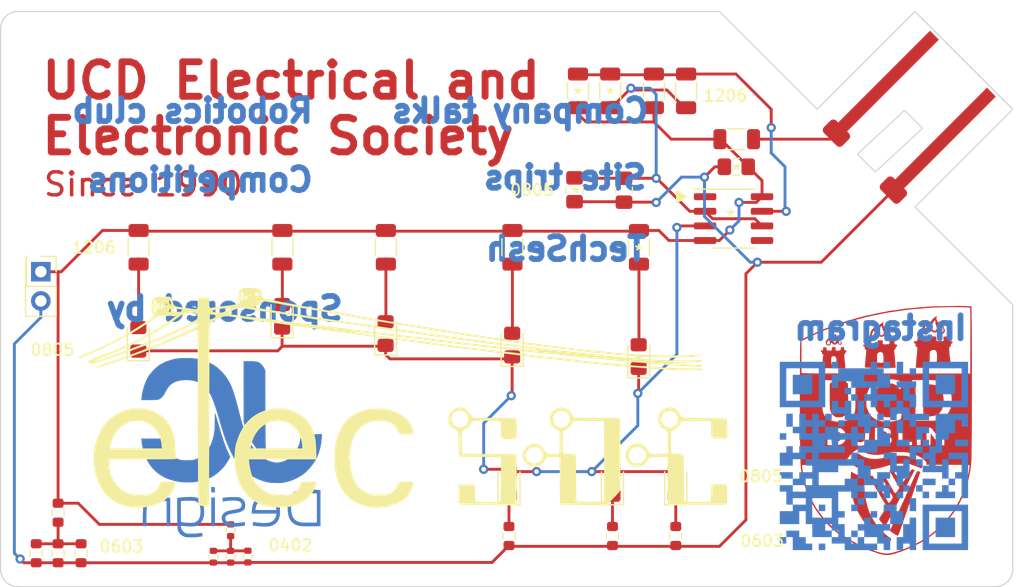
<source format=kicad_pcb>
(kicad_pcb (version 20240108) (generator "pcbnew") (generator_version "8.0")
  (title_block (title "ElecSoc Soldering Practice Card") (date "2024-08-14") (company "JayceDesign"))
  (layers (0 "F.Cu" signal) (31 "B.Cu" signal) (34 "B.Paste" user) (35 "F.Paste" user) (36 "B.SilkS" user "B.Silkscreen") (37 "F.SilkS" user "F.Silkscreen") (38 "B.Mask" user) (39 "F.Mask" user) (44 "Edge.Cuts" user))
  (net 0 "")
  (net 1 "Net-(U1-THR)")
  (net 2 "GND")
  (net 3 "/555 Output")
  (net 4 "Net-(D1-A)")
  (net 5 "Net-(D2-A)")
  (net 6 "Net-(D3-A)")
  (net 7 "Net-(D4-A)")
  (net 8 "Net-(D5-A)")
  (net 9 "Net-(D6-K)")
  (net 10 "Net-(D7-K)")
  (net 11 "Net-(D8-K)")
  (net 12 "+5V")
  (net 13 "Net-(U1-DIS)")
  (net 15 "Net-(J1-Pin_1)")
  (net 16 "Net-(R12-Pad2)")
  (net 17 "Net-(R16-Pad1)")
  (footprint "Connector_PinHeader_2.54mm:PinHeader_2x01_P2.54mm_Vertical" (layer "F.Cu") (at 105.876895 92.707135 -90)
    (property "Reference" "J2" (hide yes))
    (property "Value" "Conn_01x02_Pin" (hide yes))
  )
  (footprint "LED_SMD:LED_0805_2012Metric_Pad1.15x1.40mm_HandSolder" (layer "F.Cu") (at 135.851895 98.082135 90)
    (property "Reference" "D3" (hide yes))
    (property "Value" "WHITE" (hide yes))
  )
  (footprint "Resistor_SMD:R_1206_3216Metric" (layer "F.Cu") (at 166.376895 81.182135)
    (property "Reference" "R11" (hide yes))
    (property "Value" "5" (hide yes))
  )
  (footprint "Resistor_SMD:R_1206_3216Metric" (layer "F.Cu") (at 157.876895 90.582135 -90)
    (property "Reference" "R3" (hide yes))
    (property "Value" "3k" (hide yes))
  )
  (footprint "Resistor_SMD:R_1206_3216Metric" (layer "F.Cu") (at 159.176895 76.982135 90)
    (property "Reference" "R19" (hide yes))
    (property "Value" "78k7" (hide yes))
  )
  (footprint "Resistor_SMD:R_1206_3216Metric" (layer "F.Cu") (at 146.876895 90.582135 -90)
    (property "Reference" "R4" (hide yes))
    (property "Value" "3k" (hide yes))
  )
  (footprint "Library:USB_A_Male_inboard" (layer "F.Cu") (at 177.524491 83.13454 -45)
    (property "Reference" "J1" (hide yes))
    (property "Value" "Conn_01x02_Pin" (hide yes))
  )
  (footprint "LED_SMD:LED_0805_2012Metric_Pad1.15x1.40mm_HandSolder" (layer "F.Cu") (at 157.851895 100.082135 90)
    (property "Reference" "D1" (hide yes))
    (property "Value" "WHITE" (hide yes))
  )
  (footprint "Resistor_SMD:R_1206_3216Metric" (layer "F.Cu") (at 152.576895 76.982135 90)
    (property "Reference" "R1" (hide yes))
    (property "Value" "78k7" (hide yes))
  )
  (footprint "Resistor_SMD:R_1206_3216Metric" (layer "F.Cu") (at 126.876895 90.582135 -90)
    (property "Reference" "R6" (hide yes))
    (property "Value" "3k" (hide yes))
  )
  (footprint "Resistor_SMD:R_1206_3216Metric" (layer "F.Cu") (at 155.376895 76.982135 -90)
    (property "Reference" "R2" (hide yes))
    (property "Value" "78k7" (hide yes))
  )
  (footprint "Capacitor_SMD:C_0805_2012Metric_Pad1.18x1.45mm_HandSolder" (layer "F.Cu") (at 166.339395 83.582135 180)
    (property "Reference" "C2" (hide yes))
    (property "Value" "10u")
  )
  (footprint "LED_SMD:LED_0805_2012Metric_Pad1.15x1.40mm_HandSolder" (layer "F.Cu") (at 146.851895 99.082135 90)
    (property "Reference" "D2" (hide yes))
    (property "Value" "WHITE" (hide yes))
  )
  (footprint "Resistor_SMD:R_0402_1005Metric" (layer "F.Cu") (at 123.876895 117.472135 -90)
    (property "Reference" "R21" (hide yes))
    (property "Value" "1k" (hide yes))
  )
  (footprint "Resistor_SMD:R_0402_1005Metric" (layer "F.Cu") (at 120.876895 117.482135 -90)
    (property "Reference" "R16" (hide yes))
    (property "Value" "1k" (hide yes))
  )
  (footprint "Resistor_SMD:R_0603_1608Metric" (layer "F.Cu") (at 146.576895 115.682135 -90)
    (property "Reference" "R8" (hide yes))
    (property "Value" "150" (hide yes))
  )
  (footprint "Resistor_SMD:R_1206_3216Metric" (layer "F.Cu") (at 114.376895 90.582135 -90)
    (property "Reference" "R7" (hide yes))
    (property "Value" "3k" (hide yes))
  )
  (footprint "Resistor_SMD:R_0603_1608Metric" (layer "F.Cu") (at 109.376895 117.182135 -90)
    (property "Reference" "R13" (hide yes))
    (property "Value" "150" (hide yes))
  )
  (footprint "LED_SMD:LED_0805_2012Metric_Pad1.15x1.40mm_HandSolder" (layer "F.Cu") (at 161.076895 111.107135 90)
    (property "Reference" "D8" (hide yes))
    (property "Value" "RED")
  )
  (footprint "Resistor_SMD:R_0402_1005Metric" (layer "F.Cu") (at 122.376895 115.182135 -90)
    (property "Reference" "R17" (hide yes))
    (property "Value" "1k" (hide yes))
  )
  (footprint "Package_SO:SOIC-8_3.9x4.9mm_P1.27mm" (layer "F.Cu") (at 166.101895 88.087135)
    (property "Reference" "U1" (hide yes))
    (property "Value" "NA555D" (hide yes))
  )
  (footprint "Resistor_SMD:R_0603_1608Metric" (layer "F.Cu") (at 107.376895 113.657135 -90)
    (property "Reference" "R12" (hide yes))
    (property "Value" "150" (hide yes))
  )
  (footprint "LED_SMD:LED_0805_2012Metric_Pad1.15x1.40mm_HandSolder" (layer "F.Cu") (at 155.576895 111.107135 90)
    (property "Reference" "D7" (hide yes))
    (property "Value" "RED")
  )
  (footprint "Resistor_SMD:R_1206_3216Metric" (layer "F.Cu") (at 135.876895 90.582135 -90)
    (property "Reference" "R5" (hide yes))
    (property "Value" "3k" (hide yes))
  )
  (footprint "Capacitor_SMD:C_0805_2012Metric_Pad1.18x1.45mm_HandSolder" (layer "F.Cu") (at 152.276895 85.582135 -90)
    (property "Reference" "C1" (hide yes))
    (property "Value" "10u" (hide yes))
  )
  (footprint "LED_SMD:LED_0805_2012Metric_Pad1.15x1.40mm_HandSolder" (layer "F.Cu") (at 146.576895 111.107135 90)
    (property "Reference" "D6" (hide yes))
    (property "Value" "RED")
  )
  (footprint "LED_SMD:LED_0805_2012Metric_Pad1.15x1.40mm_HandSolder" (layer "F.Cu") (at 126.851895 96.582135 90)
    (property "Reference" "D4" (hide yes))
    (property "Value" "WHITE" (hide yes))
  )
  (footprint "Resistor_SMD:R_1206_3216Metric" (layer "F.Cu") (at 161.976895 76.982135 -90)
    (property "Reference" "R18" (hide yes))
    (property "Value" "78k7" (hide yes))
  )
  (footprint "Resistor_SMD:R_0603_1608Metric" (layer "F.Cu") (at 161.076895 115.682135 -90)
    (property "Reference" "R10" (hide yes))
    (property "Value" "150" (hide yes))
  )
  (footprint "Resistor_SMD:R_0603_1608Metric" (layer "F.Cu") (at 107.376895 117.182135 -90)
    (property "Reference" "R15" (hide yes))
    (property "Value" "150" (hide yes))
  )
  (footprint "Capacitor_SMD:C_0805_2012Metric_Pad1.18x1.45mm_HandSolder" (layer "F.Cu") (at 156.576895 85.619635 -90)
    (property "Reference" "C3" (hide yes))
    (property "Value" "10u" (hide yes))
  )
  (footprint "Resistor_SMD:R_0603_1608Metric" (layer "F.Cu") (at 155.576895 115.682135 -90)
    (property "Reference" "R9" (hide yes))
    (property "Value" "150" (hide yes))
  )
  (footprint "Resistor_SMD:R_0402_1005Metric" (layer "F.Cu") (at 122.376895 117.482135 -90)
    (property "Reference" "R20" (hide yes))
    (property "Value" "1k" (hide yes))
  )
  (footprint "Resistor_SMD:R_0603_1608Metric" (layer "F.Cu") (at 105.476895 117.182135 -90)
    (property "Reference" "R14" (hide yes))
    (property "Value" "150" (hide yes))
  )
  (footprint "LED_SMD:LED_0805_2012Metric_Pad1.15x1.40mm_HandSolder" (layer "F.Cu") (at 114.351895 98.582135 90)
    (property "Reference" "D5" (hide yes))
    (property "Value" "WHITE" (hide yes))
  )
  (gr_poly (pts (xy 179.040155 107.138748) (xy 179.066958 107.139689) (xy 179.093342 107.141347) (xy 179.11925 107.143708) (xy 179.144625 107.146755) (xy 179.169408 107.150472) (xy 179.193543 107.154842) (xy 179.216972 107.15985) (xy 179.239638 107.16548) (xy 179.261482 107.171714) (xy 179.282448 107.178538) (xy 179.302478 107.185935) (xy 179.321514 107.193888) (xy 179.3395 107.202383) (xy 179.356377 107.211401) (xy 179.372088 107.220928) (xy 179.386575 107.230948) (xy 179.399782 107.241443) (xy 179.41165 107.252399) (xy 179.422123 107.263798) (xy 179.431141 107.275624) (xy 179.43865 107.287863) (xy 179.444589 107.300496) (xy 179.448903 107.313509) (xy 179.451533 107.326885) (xy 179.452423 107.340607) (xy 179.451474 107.360795) (xy 179.448468 107.379082) (xy 179.443168 107.395549) (xy 179.435335 107.410281) (xy 179.430395 107.417021) (xy 179.424733 107.423358) (xy 179.418319 107.429303) (xy 179.411123 107.434865) (xy 179.394268 107.444883) (xy 179.37393 107.453496) (xy 179.349871 107.460786) (xy 179.321854 107.466835) (xy 179.28964 107.471727) (xy 179.252993 107.475545) (xy 179.211674 107.47837) (xy 179.165446 107.480285) (xy 179.114072 107.481374) (xy 179.057312 107.481718) (xy 178.746867 107.481718) (xy 178.746867 107.326497) (xy 178.746969 107.300875) (xy 178.74735 107.27812) (xy 178.748123 107.258043) (xy 178.749403 107.240452) (xy 178.750268 107.232528) (xy 178.751303 107.225155) (xy 178.752521 107.218307) (xy 178.753937 107.211961) (xy 178.755564 107.206093) (xy 178.757418 107.200679) (xy 178.759512 107.195695) (xy 178.76186 107.191118) (xy 178.764478 107.186923) (xy 178.767378 107.183086) (xy 178.770575 107.179585) (xy 178.774084 107.176393) (xy 178.777918 107.173489) (xy 178.782092 107.170848) (xy 178.78662 107.168445) (xy 178.791516 107.166258) (xy 178.796794 107.164262) (xy 178.802469 107.162433) (xy 178.808555 107.160747) (xy 178.815066 107.159181) (xy 178.82942 107.156312) (xy 178.845645 107.153634) (xy 178.873768 107.149095) (xy 178.901875 107.145386) (xy 178.929908 107.142493) (xy 178.95781 107.140398) (xy 178.985524 107.139087) (xy 179.012991 107.138542)) (fill solid) (layer "F.Cu"))
  (gr_poly (pts (xy 182.116293 110.034428) (xy 182.119633 110.034983) (xy 182.122951 110.03583) (xy 182.128644 110.038514) (xy 182.135091 110.041266) (xy 182.14996 110.046908) (xy 182.166979 110.052634) (xy 182.185569 110.058318) (xy 182.205151 110.063837) (xy 182.225146 110.069067) (xy 182.244977 110.073883) (xy 182.264062 110.078162) (xy 182.26832 110.079526) (xy 182.27249 110.080968) (xy 182.276568 110.082486) (xy 182.28055 110.084074) (xy 182.284432 110.08573) (xy 182.288208 110.087449) (xy 182.291874 110.089227) (xy 182.295426 110.091061) (xy 182.298859 110.092946) (xy 182.302169 110.09488) (xy 182.305351 110.096857) (xy 182.3084 110.098874) (xy 182.311313 110.100928) (xy 182.314084 110.103014) (xy 182.316709 110.105128) (xy 182.319183 110.107267) (xy 182.321503 110.109426) (xy 182.323663 110.111603) (xy 182.325659 110.113792) (xy 182.327486 110.11599) (xy 182.32914 110.118193) (xy 182.330617 110.120398) (xy 182.331911 110.1226) (xy 182.333019 110.124796) (xy 182.333935 110.126981) (xy 182.334656 110.129152) (xy 182.335177 110.131305) (xy 182.335492 110.133436) (xy 182.335599 110.135541) (xy 182.335492 110.137617) (xy 182.335166 110.139659) (xy 182.334618 110.141663) (xy 181.865423 111.503385) (xy 181.724312 111.918781) (xy 181.593784 112.297135) (xy 181.406812 112.831593) (xy 181.135173 113.620052) (xy 180.613062 115.126414) (xy 180.574856 115.234686) (xy 180.5376 115.335764) (xy 180.502247 115.427417) (xy 180.469746 115.507413) (xy 180.454862 115.542341) (xy 180.441048 115.573517) (xy 180.428423 115.600663) (xy 180.417105 115.623499) (xy 180.407213 115.641746) (xy 180.398866 115.655125) (xy 180.39531 115.659901) (xy 180.392184 115.663357) (xy 180.389504 115.665455) (xy 180.387284 115.666163) (xy 180.373656 115.663559) (xy 180.353171 115.656082) (xy 180.32666 115.644234) (xy 180.294955 115.628515) (xy 180.219294 115.58747) (xy 180.132843 115.536958) (xy 180.042257 115.480989) (xy 179.954194 115.423573) (xy 179.875308 115.36872) (xy 179.841387 115.343509) (xy 179.812256 115.320441) (xy 179.692312 115.221664) (xy 179.798145 114.995885) (xy 179.978062 114.590191) (xy 180.064051 114.402777) (xy 180.112503 114.297991) (xy 180.157979 114.202135) (xy 180.20406 114.104515) (xy 180.254111 113.995319) (xy 180.344951 113.796441) (xy 180.535451 113.371784) (xy 180.618794 113.188726) (xy 180.704784 113.002691) (xy 180.910167 112.556758) (xy 180.991898 112.376992) (xy 181.059326 112.22658) (xy 181.112201 112.105932) (xy 181.150276 112.015464) (xy 181.173303 111.955588) (xy 181.179096 111.937252) (xy 181.181034 111.926719) (xy 181.181085 111.925066) (xy 181.181236 111.923416) (xy 181.181485 111.921772) (xy 181.181826 111.920139) (xy 181.182259 111.918518) (xy 181.182778 111.916913) (xy 181.183382 111.915328) (xy 181.184066 111.913765) (xy 181.184827 111.912228) (xy 181.185663 111.91072) (xy 181.18657 111.909245) (xy 181.187545 111.907805) (xy 181.188585 111.906404) (xy 181.189686 111.905044) (xy 181.190845 111.90373) (xy 181.192058 111.902465) (xy 181.193324 111.901251) (xy 181.194638 111.900092) (xy 181.195997 111.898991) (xy 181.197398 111.897952) (xy 181.198838 111.896977) (xy 181.200314 111.89607) (xy 181.201821 111.895234) (xy 181.203358 111.894472) (xy 181.204921 111.893788) (xy 181.206506 111.893185) (xy 181.208111 111.892665) (xy 181.209732 111.892233) (xy 181.211365 111.891891) (xy 181.213009 111.891643) (xy 181.214659 111.891492) (xy 181.216312 111.89144) (xy 181.218275 111.891369) (xy 181.220196 111.891155) (xy 181.222073 111.890804) (xy 181.223905 111.890317) (xy 181.22569 111.889699) (xy 181.227427 111.888952) (xy 181.229116 111.88808) (xy 181.230754 111.887086) (xy 181.23234 111.885973) (xy 181.233873 111.884744) (xy 181.235352 111.883403) (xy 181.236776 111.881953) (xy 181.239451 111.878737) (xy 181.241888 111.875124) (xy 181.244077 111.871139) (xy 181.246008 111.866808) (xy 181.24767 111.862156) (xy 181.249054 111.85721) (xy 181.250147 111.851995) (xy 181.250941 111.846537) (xy 181.251425 111.840863) (xy 181.251589 111.834997) (xy 181.251873 111.828643) (xy 181.252705 111.82154) (xy 181.254054 111.813765) (xy 181.255889 111.805396) (xy 181.258178 111.79651) (xy 181.260891 111.787185) (xy 181.263997 111.777498) (xy 181.267465 111.767527) (xy 181.271263 111.757349) (xy 181.275361 111.747042) (xy 181.284332 111.726351) (xy 181.289143 111.716122) (xy 181.29413 111.706073) (xy 181.299261 111.696283) (xy 181.304506 111.686829) (xy 181.336532 111.621786) (xy 181.386086 111.515733) (xy 181.512645 111.238802) (xy 181.58309 111.079556) (xy 181.660812 110.90675) (xy 181.798395 110.603802) (xy 181.855611 110.482423) (xy 181.912166 110.360384) (xy 181.999479 110.169886) (xy 182.008617 110.150823) (xy 182.017517 110.133306) (xy 182.02619 110.117307) (xy 182.034646 110.102803) (xy 182.038796 110.096102) (xy 182.042896 110.089765) (xy 182.046946 110.083789) (xy 182.050948 110.07817) (xy 182.054905 110.072905) (xy 182.058815 110.06799) (xy 182.062682 110.063423) (xy 182.066506 110.059201) (xy 182.070289 110.055319) (xy 182.074032 110.051776) (xy 182.077736 110.048567) (xy 182.081403 110.045689) (xy 182.085034 110.04314) (xy 182.088629 110.040915) (xy 182.092191 110.039012) (xy 182.095721 110.037428) (xy 182.099219 110.036158) (xy 182.102688 110.035201) (xy 182.106129 110.034553) (xy 182.109542 110.03421) (xy 182.11293 110.03417)) (fill solid) (layer "F.Cu"))
  (gr_poly (pts (xy 179.144351 97.077512) (xy 179.147162 97.078123) (xy 179.149521 97.079254) (xy 179.151418 97.080905) (xy 179.152846 97.083078) (xy 179.153794 97.085775) (xy 179.154253 97.088996) (xy 179.154216 97.092742) (xy 179.153671 97.097016) (xy 179.152612 97.101818) (xy 179.151028 97.10715) (xy 179.14891 97.113013) (xy 179.14625 97.119408) (xy 179.143038 97.126337) (xy 179.139265 97.133801) (xy 179.134923 97.1418) (xy 179.124053 97.16419) (xy 179.115272 97.186477) (xy 179.108599 97.208804) (xy 179.104055 97.231318) (xy 179.10166 97.254163) (xy 179.101436 97.277482) (xy 179.103403 97.301422) (xy 179.107582 97.326127) (xy 179.113994 97.351742) (xy 179.122658 97.37841) (xy 179.133596 97.406278) (xy 179.146829 97.435489) (xy 179.162377 97.466188) (xy 179.18026 97.49852) (xy 179.2005 97.53263) (xy 179.223117 97.568663) (xy 179.247667 97.608516) (xy 179.270687 97.648038) (xy 179.29164 97.686237) (xy 179.301174 97.704531) (xy 179.309989 97.722121) (xy 179.318018 97.738885) (xy 179.325195 97.754698) (xy 179.331453 97.769436) (xy 179.336723 97.782976) (xy 179.340939 97.795192) (xy 179.344033 97.805961) (xy 179.345939 97.81516) (xy 179.34659 97.822663) (xy 179.346786 97.831965) (xy 179.347372 97.840687) (xy 179.348345 97.848829) (xy 179.349704 97.85639) (xy 179.351445 97.86337) (xy 179.353566 97.869768) (xy 179.356064 97.875584) (xy 179.358937 97.880816) (xy 179.362182 97.885464) (xy 179.365796 97.889528) (xy 179.369777 97.893006) (xy 179.374123 97.895898) (xy 179.37883 97.898204) (xy 179.383897 97.899923) (xy 179.38932 97.901054) (xy 179.395097 97.901597) (xy 179.401225 97.90155) (xy 179.407702 97.900914) (xy 179.414526 97.899687) (xy 179.421693 97.897869) (xy 179.429201 97.895459) (xy 179.437048 97.892457) (xy 179.44523 97.888863) (xy 179.453746 97.884674) (xy 179.471767 97.874513) (xy 179.491091 97.861971) (xy 179.511696 97.84704) (xy 179.533562 97.829717) (xy 179.646451 97.734469) (xy 179.664089 97.836773) (xy 179.666396 97.847916) (xy 179.669312 97.860097) (xy 179.676767 97.8871) (xy 179.686042 97.916831) (xy 179.696721 97.94834) (xy 179.708394 97.980676) (xy 179.720644 98.012887) (xy 179.73306 98.044024) (xy 179.745228 98.073135) (xy 179.757464 98.100732) (xy 179.767704 98.126733) (xy 179.772073 98.139179) (xy 179.77594 98.151277) (xy 179.779303 98.163046) (xy 179.78216 98.174503) (xy 179.784511 98.185665) (xy 179.786354 98.196551) (xy 179.787689 98.207176) (xy 179.788513 98.21756) (xy 179.788825 98.227718) (xy 179.788625 98.23767) (xy 179.78791 98.247431) (xy 179.78668 98.25702) (xy 179.784933 98.266454) (xy 179.782668 98.27575) (xy 179.779884 98.284926) (xy 179.776579 98.293999) (xy 179.772752 98.302988) (xy 179.768402 98.311908) (xy 179.763527 98.320778) (xy 179.758127 98.329615) (xy 179.7522 98.338436) (xy 179.745744 98.34726) (xy 179.738758 98.356102) (xy 179.731241 98.364982) (xy 179.71461 98.382922) (xy 179.69584 98.401217) (xy 179.687069 98.408443) (xy 179.677975 98.414913) (xy 179.668584 98.420634) (xy 179.658922 98.425616) (xy 179.649018 98.429866) (xy 179.638897 98.433394) (xy 179.628589 98.436207) (xy 179.618118 98.438314) (xy 179.607514 98.439724) (xy 179.596802 98.440444) (xy 179.58601 98.440484) (xy 179.575165 98.439851) (xy 179.564294 98.438554) (xy 179.553425 98.436601) (xy 179.542584 98.434002) (xy 179.531798 98.430763) (xy 179.521095 98.426894) (xy 179.510502 98.422403) (xy 179.500046 98.417298) (xy 179.489754 98.411588) (xy 179.479653 98.405281) (xy 179.469771 98.398385) (xy 179.460134 98.39091) (xy 179.450769 98.382863) (xy 179.441705 98.374252) (xy 179.432967 98.365087) (xy 179.424583 98.355375) (xy 179.41658 98.345126) (xy 179.408986 98.334346) (xy 179.401826 98.323045) (xy 179.39513 98.311231) (xy 179.388923 98.298913) (xy 179.384773 98.291081) (xy 179.380283 98.283471) (xy 179.375482 98.276098) (xy 179.370402 98.268975) (xy 179.365074 98.262119) (xy 179.359529 98.255543) (xy 179.353798 98.249264) (xy 179.347912 98.243295) (xy 179.341902 98.237652) (xy 179.335799 98.232349) (xy 179.329634 98.227401) (xy 179.323438 98.222824) (xy 179.317242 98.218632) (xy 179.311077 98.214839) (xy 179.304974 98.211461) (xy 179.298965 98.208513) (xy 179.293079 98.206009) (xy 179.287348 98.203964) (xy 179.281803 98.202394) (xy 179.276475 98.201312) (xy 179.271395 98.200735) (xy 179.266594 98.200676) (xy 179.262104 98.201151) (xy 179.257954 98.202174) (xy 179.254177 98.20376) (xy 179.250802 98.205925) (xy 179.247862 98.208682) (xy 179.245386 98.212048) (xy 179.243407 98.216036) (xy 179.241955 98.220661) (xy 179.241061 98.225939) (xy 179.240756 98.231885) (xy 179.240623 98.233289) (xy 179.240226 98.234852) (xy 179.238668 98.238424) (xy 179.236129 98.242543) (xy 179.232653 98.247153) (xy 179.228289 98.252198) (xy 179.223083 98.25762) (xy 179.217081 98.263362) (xy 179.210329 98.269367) (xy 179.202875 98.27558) (xy 179.194764 98.281942) (xy 179.186044 98.288397) (xy 179.17676 98.294888) (xy 179.16696 98.301359) (xy 179.156689 98.307752) (xy 179.145994 98.314011) (xy 179.134923 98.320079) (xy 179.122204 98.327356) (xy 179.109198 98.333977) (xy 179.095929 98.339946) (xy 179.08242 98.34527) (xy 179.068693 98.349952) (xy 179.054773 98.353999) (xy 179.040682 98.357416) (xy 179.026444 98.360207) (xy 179.012082 98.362379) (xy 178.997619 98.363935) (xy 178.983078 98.364882) (xy 178.968483 98.365224) (xy 178.939224 98.364114) (xy 178.910027 98.360649) (xy 178.881078 98.354868) (xy 178.852563 98.346813) (xy 178.824668 98.336526) (xy 178.797579 98.324048) (xy 178.771483 98.30942) (xy 178.758865 98.301312) (xy 178.746564 98.292683) (xy 178.734605 98.283537) (xy 178.72301 98.27388) (xy 178.711803 98.263716) (xy 178.701006 98.25305) (xy 178.682793 98.233871) (xy 178.666424 98.217353) (xy 178.651761 98.203511) (xy 178.645025 98.197599) (xy 178.638664 98.192362) (xy 178.632659 98.187802) (xy 178.626993 98.183921) (xy 178.621648 98.18072) (xy 178.616608 98.178203) (xy 178.611855 98.17637) (xy 178.607371 98.175224) (xy 178.603139 98.174766) (xy 178.599142 98.174999) (xy 178.595361 98.175924) (xy 178.59178 98.177544) (xy 178.588382 98.17986) (xy 178.585148 98.182874) (xy 178.582061 98.186589) (xy 178.579104 98.191006) (xy 178.57626 98.196127) (xy 178.57351 98.201953) (xy 178.570838 98.208488) (xy 178.568226 98.215733) (xy 178.563113 98.23236) (xy 178.55803 98.25185) (xy 178.55284 98.274218) (xy 178.550189 98.284549) (xy 178.546886 98.295014) (xy 178.542964 98.305584) (xy 178.538453 98.316228) (xy 178.533383 98.326916) (xy 178.527787 98.337617) (xy 178.515136 98.35894) (xy 178.50075 98.379952) (xy 178.484874 98.400412) (xy 178.467759 98.420076) (xy 178.449652 98.438701) (xy 178.4308 98.456044) (xy 178.411453 98.471863) (xy 178.391857 98.485915) (xy 178.372261 98.497957) (xy 178.362541 98.503148) (xy 178.352914 98.507745) (xy 178.34341 98.511718) (xy 178.334062 98.515037) (xy 178.3249 98.517672) (xy 178.315955 98.519591) (xy 178.307258 98.520765) (xy 178.298839 98.521163) (xy 178.287547 98.520845) (xy 178.276172 98.519903) (xy 178.264736 98.518352) (xy 178.253261 98.516209) (xy 178.241768 98.513489) (xy 178.230278 98.51021) (xy 178.218813 98.506387) (xy 178.207393 98.502035) (xy 178.196041 98.497173) (xy 178.184777 98.491815) (xy 178.1626 98.479677) (xy 178.141033 98.465751) (xy 178.120246 98.450166) (xy 178.10041 98.433051) (xy 178.081695 98.414537) (xy 178.064273 98.394751) (xy 178.048312 98.373823) (xy 178.040934 98.362971) (xy 178.033985 98.351882) (xy 178.027487 98.340572) (xy 178.021461 98.329057) (xy 178.015929 98.317354) (xy 178.010912 98.305478) (xy 178.00643 98.293446) (xy 178.002507 98.281274) (xy 177.993327 98.246094) (xy 177.986948 98.210677) (xy 177.98336 98.175032) (xy 177.983152 98.165784) (xy 178.128407 98.165784) (xy 178.128414 98.170727) (xy 178.129093 98.180808) (xy 178.13064 98.191251) (xy 178.133034 98.202174) (xy 178.136255 98.213697) (xy 178.140282 98.225938) (xy 178.145095 98.239016) (xy 178.150673 98.25305) (xy 178.15538 98.26222) (xy 178.160216 98.271172) (xy 178.165145 98.279855) (xy 178.170131 98.288218) (xy 178.175137 98.29621) (xy 178.180128 98.303777) (xy 178.185068 98.310869) (xy 178.189919 98.317433) (xy 178.194647 98.323419) (xy 178.199214 98.328775) (xy 178.203585 98.333448) (xy 178.205686 98.335513) (xy 178.207724 98.337388) (xy 178.209695 98.339066) (xy 178.211594 98.340542) (xy 178.213416 98.341808) (xy 178.215158 98.342858) (xy 178.216815 98.343687) (xy 178.218382 98.344286) (xy 178.219855 98.344651) (xy 178.221229 98.344774) (xy 178.224116 98.344895) (xy 178.227457 98.345249) (xy 178.231212 98.34582) (xy 178.23534 98.346593) (xy 178.244545 98.34868) (xy 178.254742 98.351388) (xy 178.265601 98.354592) (xy 178.276791 98.358168) (xy 178.287981 98.361992) (xy 178.298839 98.36594) (xy 178.310526 98.369521) (xy 178.321763 98.371067) (xy 178.332535 98.370671) (xy 178.342827 98.368427) (xy 178.352622 98.364429) (xy 178.361906 98.35877) (xy 178.370662 98.351544) (xy 178.378876 98.342844) (xy 178.386532 98.332765) (xy 178.393614 98.321399) (xy 178.400108 98.308841) (xy 178.405996 98.295185) (xy 178.415897 98.26495) (xy 178.423194 98.231443) (xy 178.427762 98.195415) (xy 178.429478 98.157615) (xy 178.428217 98.118791) (xy 178.423856 98.079694) (xy 178.416269 98.041071) (xy 178.405335 98.003674) (xy 178.398573 97.985669) (xy 178.390927 97.96825) (xy 178.385335 97.957296) (xy 178.751401 97.957296) (xy 178.754014 98.001665) (xy 178.75693 98.022172) (xy 178.760979 98.041384) (xy 178.766056 98.05952) (xy 178.771994 98.076876) (xy 178.778747 98.093438) (xy 178.786266 98.109191) (xy 178.794503 98.124119) (xy 178.80341 98.138208) (xy 178.81294 98.151443) (xy 178.823045 98.163809) (xy 178.833678 98.175292) (xy 178.844789 98.185876) (xy 178.856332 98.195547) (xy 178.868259 98.204289) (xy 178.880522 98.212089) (xy 178.893072 98.21893) (xy 178.905863 98.224799) (xy 178.918847 98.229679) (xy 178.931975 98.233558) (xy 178.9452 98.236419) (xy 178.958474 98.238248) (xy 178.97175 98.239029) (xy 178.984979 98.238749) (xy 178.998113 98.237392) (xy 179.011106 98.234943) (xy 179.023908 98.231388) (xy 179.036473 98.226712) (xy 179.048753 98.220899) (xy 179.060699 98.213935) (xy 179.072264 98.205805) (xy 179.0834 98.196494) (xy 179.094059 98.185988) (xy 179.104194 98.174271) (xy 179.113756 98.161329) (xy 179.126159 98.142839) (xy 179.136908 98.12437) (xy 179.146003 98.10586) (xy 179.149213 98.097829) (xy 179.487701 98.097829) (xy 179.488774 98.130424) (xy 179.491325 98.162142) (xy 179.495344 98.192102) (xy 179.50082 98.219427) (xy 179.507743 98.243238) (xy 179.511743 98.253551) (xy 179.516102 98.262656) (xy 179.520817 98.270444) (xy 179.525888 98.276803) (xy 179.531312 98.281626) (xy 179.537089 98.284801) (xy 179.543423 98.28715) (xy 179.549846 98.288911) (xy 179.556345 98.290099) (xy 179.562907 98.290727) (xy 179.569518 98.290806) (xy 179.576165 98.290351) (xy 179.582833 98.289374) (xy 179.58951 98.287888) (xy 179.596182 98.285906) (xy 179.602835 98.28344) (xy 179.609456 98.280505) (xy 179.61603 98.277112) (xy 179.622546 98.273274) (xy 179.628988 98.269006) (xy 179.635344 98.264318) (xy 179.6416 98.259225) (xy 179.647742 98.253739) (xy 179.653757 98.247873) (xy 179.66535 98.235054) (xy 179.676272 98.220871) (xy 179.686414 98.205427) (xy 179.695666 98.188825) (xy 179.703921 98.171169) (xy 179.711071 98.152562) (xy 179.714197 98.142934) (xy 179.717006 98.133107) (xy 179.719445 98.1224) (xy 179.721471 98.112767) (xy 179.723083 98.10421) (xy 179.724282 98.096727) (xy 179.724727 98.093388) (xy 179.725068 98.090319) (xy 179.725306 98.087518) (xy 179.72544 98.084986) (xy 179.725471 98.082722) (xy 179.725399 98.080727) (xy 179.725223 98.079001) (xy 179.724944 98.077544) (xy 179.724561 98.076355) (xy 179.724076 98.075436) (xy 179.723794 98.075076) (xy 179.723486 98.074784) (xy 179.723153 98.07456) (xy 179.722794 98.074402) (xy 179.722409 98.074312) (xy 179.721998 98.074288) (xy 179.721099 98.074443) (xy 179.720096 98.074867) (xy 179.71899 98.07556) (xy 179.717781 98.076521) (xy 179.716468 98.077751) (xy 179.715052 98.079249) (xy 179.713533 98.081017) (xy 179.71191 98.083053) (xy 179.710184 98.085358) (xy 179.708355 98.087931) (xy 179.706422 98.090773) (xy 179.701952 98.097553) (xy 179.697775 98.103341) (xy 179.695786 98.105863) (xy 179.693857 98.108136) (xy 179.691984 98.110162) (xy 179.690162 98.11194) (xy 179.688386 98.113469) (xy 179.686652 98.114751) (xy 179.684956 98.115784) (xy 179.683292 98.11657) (xy 179.681657 98.117107) (xy 179.680046 98.117397) (xy 179.678454 98.117438) (xy 179.676878 98.117232) (xy 179.675311 98.116777) (xy 179.67375 98.116074) (xy 179.672191 98.115123) (xy 179.670628 98.113924) (xy 179.669058 98.112477) (xy 179.667475 98.110783) (xy 179.665876 98.10884) (xy 179.664255 98.106648) (xy 179.662608 98.104209) (xy 179.660931 98.101522) (xy 179.657468 98.095404) (xy 179.653829 98.088293) (xy 179.649979 98.08019) (xy 179.648079 98.074161) (xy 179.646354 98.068008) (xy 179.644816 98.061773) (xy 179.643474 98.055496) (xy 179.642339 98.049219) (xy 179.641421 98.042983) (xy 179.64073 98.03683) (xy 179.640277 98.030801) (xy 179.640072 98.024938) (xy 179.640125 98.019281) (xy 179.640448 98.013872) (xy 179.641049 98.008753) (xy 179.641939 98.003964) (xy 179.64313 97.999548) (xy 179.64463 97.995544) (xy 179.6455 97.993711) (xy 179.646451 97.991996) (xy 179.64845 97.988299) (xy 179.649834 97.984496) (xy 179.650629 97.980605) (xy 179.65086 97.976644) (xy 179.650555 97.972632) (xy 179.649737 97.968586) (xy 179.648434 97.964525) (xy 179.646671 97.960466) (xy 179.644474 97.956428) (xy 179.641869 97.952429) (xy 179.638881 97.948486) (xy 179.635536 97.944619) (xy 179.631861 97.940844) (xy 179.627881 97.937181) (xy 179.61911 97.93026) (xy 179.60943 97.924) (xy 179.599046 97.918547) (xy 179.588166 97.914044) (xy 179.582605 97.912194) (xy 179.576997 97.910637) (xy 179.571369 97.909389) (xy 179.565746 97.90847) (xy 179.560153 97.907897) (xy 179.554618 97.907688) (xy 179.549165 97.907862) (xy 179.543821 97.908436) (xy 179.538611 97.909428) (xy 179.533562 97.910858) (xy 179.527805 97.914033) (xy 179.522439 97.918855) (xy 179.517464 97.925215) (xy 179.512877 97.933002) (xy 179.508678 97.942107) (xy 179.504866 97.95242) (xy 179.498394 97.976231) (xy 179.493452 98.003555) (xy 179.490029 98.033516) (xy 179.488116 98.065233) (xy 179.487701 98.097829) (xy 179.149213 98.097829) (xy 179.153444 98.087246) (xy 179.159232 98.068467) (xy 179.163366 98.04946) (xy 179.165847 98.030164) (xy 179.166673 98.010517) (xy 179.165847 97.990456) (xy 179.163366 97.96992) (xy 179.159232 97.948846) (xy 179.153444 97.927173) (xy 179.146003 97.904838) (xy 179.136908 97.88178) (xy 179.126159 97.857937) (xy 179.113756 97.833246) (xy 179.107769 97.821443) (xy 179.10174 97.808607) (xy 179.089723 97.780329) (xy 179.078037 97.749406) (xy 179.067013 97.716829) (xy 179.056981 97.683591) (xy 179.048272 97.650683) (xy 179.041216 97.619098) (xy 179.038412 97.604112) (xy 179.036145 97.589829) (xy 179.033299 97.575412) (xy 179.030082 97.561317) (xy 179.026533 97.547614) (xy 179.022696 97.534376) (xy 179.01861 97.521676) (xy 179.014317 97.509585) (xy 179.009859 97.498177) (xy 179.005277 97.487523) (xy 179.000613 97.477696) (xy 178.995907 97.468768) (xy 178.991201 97.460812) (xy 178.986536 97.453899) (xy 178.984232 97.450857) (xy 178.981954 97.448103) (xy 178.979707 97.445646) (xy 178.977496 97.443495) (xy 178.975326 97.44166) (xy 178.973203 97.440148) (xy 178.971132 97.43897) (xy 178.969118 97.438135) (xy 178.959069 97.436201) (xy 178.948797 97.436925) (xy 178.938346 97.440177) (xy 178.927763 97.445824) (xy 178.917091 97.453734) (xy 178.906377 97.463776) (xy 178.885002 97.489728) (xy 178.863999 97.522626) (xy 178.84373 97.561414) (xy 178.824556 97.605039) (xy 178.80684 97.652447) (xy 178.790942 97.702583) (xy 178.777226 97.754394) (xy 178.766052 97.806825) (xy 178.757782 97.858822) (xy 178.752778 97.90933) (xy 178.751401 97.957296) (xy 178.385335 97.957296) (xy 178.382383 97.951513) (xy 178.372923 97.93555) (xy 178.36627 97.926239) (xy 178.359553 97.917486) (xy 178.352789 97.909295) (xy 178.345996 97.901665) (xy 178.339193 97.894598) (xy 178.332398 97.888096) (xy 178.325629 97.88216) (xy 178.318904 97.876791) (xy 178.312241 97.871991) (xy 178.305658 97.86776) (xy 178.299173 97.864101) (xy 178.292804 97.861013) (xy 178.28657 97.858499) (xy 178.280488 97.85656) (xy 178.274576 97.855198) (xy 178.268854 97.854412) (xy 178.263338 97.854206) (xy 178.258046 97.85458) (xy 178.252998 97.855535) (xy 178.248211 97.857072) (xy 178.243702 97.859194) (xy 178.239491 97.8619) (xy 178.235595 97.865194) (xy 178.232032 97.869075) (xy 178.228821 97.873545) (xy 178.225979 97.878606) (xy 178.223525 97.884258) (xy 178.221477 97.890503) (xy 178.219852 97.897343) (xy 178.218669 97.904778) (xy 178.217946 97.91281) (xy 178.217701 97.921441) (xy 178.217417 97.929656) (xy 178.216585 97.938384) (xy 178.215236 97.947555) (xy 178.213401 97.957104) (xy 178.211112 97.966963) (xy 178.208399 97.977065) (xy 178.205293 97.987342) (xy 178.201826 97.997728) (xy 178.198027 98.008156) (xy 178.193929 98.018557) (xy 178.189563 98.028866) (xy 178.184958 98.039014) (xy 178.180147 98.048935) (xy 178.17516 98.058561) (xy 178.170029 98.067826) (xy 178.164784 98.076662) (xy 178.156719 98.088836) (xy 178.149708 98.100302) (xy 178.143731 98.111179) (xy 178.138766 98.121586) (xy 178.134794 98.131642) (xy 178.131794 98.141465) (xy 178.130651 98.146326) (xy 178.129744 98.151174) (xy 178.129069 98.156023) (xy 178.128624 98.160888) (xy 178.128407 98.165784) (xy 177.983152 98.165784) (xy 177.982552 98.13917) (xy 177.984514 98.103102) (xy 177.989236 98.066837) (xy 177.996706 98.030386) (xy 178.006916 97.993759) (xy 178.019854 97.956967) (xy 178.03551 97.92002) (xy 178.053874 97.882929) (xy 178.074936 97.845703) (xy 178.098685 97.808353) (xy 178.12511 97.770889) (xy 178.154202 97.733322) (xy 178.185951 97.695662) (xy 178.214449 97.664362) (xy 178.240473 97.636592) (xy 178.264109 97.612326) (xy 178.275059 97.601499) (xy 178.285445 97.591537) (xy 178.295278 97.582439) (xy 178.30457 97.574201) (xy 178.31333 97.566819) (xy 178.32157 97.56029) (xy 178.329302 97.554612) (xy 178.336535 97.54978) (xy 178.343281 97.545792) (xy 178.349551 97.542645) (xy 178.355356 97.540334) (xy 178.360707 97.538858) (xy 178.365615 97.538212) (xy 178.370091 97.538393) (xy 178.37217 97.538793) (xy 178.374145 97.539399) (xy 178.376018 97.54021) (xy 178.37779 97.541226) (xy 178.379462 97.542446) (xy 178.381035 97.543871) (xy 178.383892 97.54733) (xy 178.386372 97.551601) (xy 178.388485 97.556679) (xy 178.390243 97.562563) (xy 178.391657 97.569248) (xy 178.392738 97.576732) (xy 178.393496 97.58501) (xy 178.393943 97.594081) (xy 178.394089 97.603941) (xy 178.394384 97.614081) (xy 178.39525 97.624626) (xy 178.396659 97.635523) (xy 178.398582 97.646722) (xy 178.40099 97.658171) (xy 178.403856 97.66982) (xy 178.410846 97.693513) (xy 178.419325 97.717392) (xy 178.429064 97.741049) (xy 178.439837 97.764075) (xy 178.451416 97.786062) (xy 178.463574 97.806603) (xy 178.476083 97.825288) (xy 178.482398 97.833808) (xy 178.488716 97.84171) (xy 178.495008 97.848945) (xy 178.501246 97.85546) (xy 178.507401 97.861206) (xy 178.513445 97.866131) (xy 178.519349 97.870183) (xy 178.525086 97.873313) (xy 178.530626 97.875468) (xy 178.535941 97.876599) (xy 178.541003 97.876653) (xy 178.545784 97.87558) (xy 178.549911 97.873484) (xy 178.554328 97.869895) (xy 178.558993 97.86489) (xy 178.563864 97.858547) (xy 178.568901 97.850943) (xy 178.574061 97.842155) (xy 178.579305 97.832261) (xy 178.58459 97.821339) (xy 178.589874 97.809466) (xy 178.595118 97.79672) (xy 178.600278 97.783178) (xy 178.605315 97.768918) (xy 178.610186 97.754017) (xy 178.614851 97.738553) (xy 178.619268 97.722603) (xy 178.623395 97.706245) (xy 178.636337 97.661205) (xy 178.651197 97.6163) (xy 178.667741 97.571912) (xy 178.685737 97.528423) (xy 178.704953 97.486216) (xy 178.725156 97.445672) (xy 178.746114 97.407175) (xy 178.767593 97.371107) (xy 178.789362 97.33785) (xy 178.811187 97.307786) (xy 178.822048 97.294071) (xy 178.832837 97.281299) (xy 178.843523 97.269515) (xy 178.854079 97.258769) (xy 178.864474 97.249109) (xy 178.874679 97.240581) (xy 178.884667 97.233234) (xy 178.894407 97.227116) (xy 178.90387 97.222274) (xy 178.913028 97.218756) (xy 178.921852 97.216611) (xy 178.930312 97.215885) (xy 178.933942 97.215519) (xy 178.938187 97.214445) (xy 178.943001 97.212699) (xy 178.948336 97.210318) (xy 178.954147 97.207337) (xy 178.960387 97.203792) (xy 178.96701 97.199721) (xy 178.973968 97.195159) (xy 178.981216 97.190142) (xy 178.988706 97.184706) (xy 178.996393 97.178889) (xy 179.00423 97.172724) (xy 179.020167 97.159502) (xy 179.036145 97.145329) (xy 179.045259 97.137309) (xy 179.054075 97.129787) (xy 179.062583 97.122763) (xy 179.070775 97.116239) (xy 179.078641 97.110216) (xy 179.086173 97.104696) (xy 179.093361 97.09968) (xy 179.100196 97.095169) (xy 179.10667 97.091164) (xy 179.112773 97.087667) (xy 179.118496 97.084679) (xy 179.12383 97.082201) (xy 179.128766 97.080235) (xy 179.133295 97.078782) (xy 179.137408 97.077843) (xy 179.141097 97.077419)) (fill solid) (layer "F.Cu"))
  (gr_poly (pts (xy 185.651556 95.678876) (xy 186.098316 95.688357) (xy 186.552352 95.703129) (xy 186.710061 95.710433) (xy 186.783145 95.716579) (xy 186.814509 97.683316) (xy 186.827683 102.05776) (xy 186.820352 106.590954) (xy 186.790201 109.033941) (xy 186.765582 109.340058) (xy 186.731496 109.646671) (xy 186.688067 109.952954) (xy 186.635419 110.258079) (xy 186.573676 110.56122) (xy 186.502963 110.86155) (xy 186.423402 111.158242) (xy 186.335118 111.450469) (xy 186.292123 111.577944) (xy 186.235237 111.732746) (xy 186.169422 111.902843) (xy 186.099638 112.076207) (xy 186.030847 112.240807) (xy 185.968008 112.384612) (xy 185.916084 112.495593) (xy 185.895764 112.535014) (xy 185.880034 112.561718) (xy 185.868335 112.580487) (xy 185.857214 112.599421) (xy 185.84692 112.618025) (xy 185.837701 112.635802) (xy 185.833572 112.644225) (xy 185.829805 112.652255) (xy 185.82643 112.659831) (xy 185.82348 112.66689) (xy 185.820984 112.67337) (xy 185.818974 112.67921) (xy 185.81748 112.684346) (xy 185.816534 112.688718) (xy 185.809554 112.711654) (xy 185.794424 112.746527) (xy 185.742837 112.846917) (xy 185.668016 112.979553) (xy 185.576204 113.1341) (xy 185.473644 113.300223) (xy 185.366577 113.467586) (xy 185.261246 113.625853) (xy 185.163895 113.76469) (xy 185.045063 113.925695) (xy 184.92034 114.085677) (xy 184.790119 114.244274) (xy 184.654793 114.401124) (xy 184.514753 114.555866) (xy 184.370393 114.708137) (xy 184.222106 114.857577) (xy 184.070284 115.003823) (xy 183.91532 115.146513) (xy 183.757607 115.285287) (xy 183.597538 115.419782) (xy 183.435505 115.549636) (xy 183.271901 115.674488) (xy 183.107118 115.793976) (xy 182.94155 115.907739) (xy 182.77559 116.015413) (xy 182.635305 116.103009) (xy 182.508581 116.180393) (xy 182.396078 116.247276) (xy 182.298458 116.303369) (xy 182.216382 116.348382) (xy 182.181379 116.366644) (xy 182.150511 116.382027) (xy 182.12386 116.394495) (xy 182.101509 116.404013) (xy 182.083539 116.410544) (xy 182.070035 116.414052) (xy 182.064047 116.415455) (xy 182.058018 116.417008) (xy 182.051989 116.418695) (xy 182.046001 116.420502) (xy 182.040097 116.422411) (xy 182.034316 116.424408) (xy 182.0287 116.426478) (xy 182.023291 116.428604) (xy 182.018131 116.430772) (xy 182.013259 116.432965) (xy 182.008719 116.435169) (xy 182.00455 116.437368) (xy 182.000795 116.439546) (xy 181.997494 116.441688) (xy 181.99469 116.443778) (xy 181.992423 116.445801) (xy 181.964677 116.467823) (xy 181.910354 116.499772) (xy 181.736714 116.587188) (xy 181.50098 116.695523) (xy 181.232628 116.81225) (xy 180.961134 116.924843) (xy 180.715974 117.020775) (xy 180.526624 117.08752) (xy 180.46209 117.106033) (xy 180.422562 117.112552) (xy 180.418069 117.112797) (xy 180.412585 117.113517) (xy 180.406191 117.114692) (xy 180.39897 117.116301) (xy 180.382378 117.120738) (xy 180.363472 117.126663) (xy 180.342911 117.133912) (xy 180.321359 117.142318) (xy 180.299476 117.151716) (xy 180.277924 117.161942) (xy 180.242012 117.177913) (xy 180.199651 117.193967) (xy 180.151667 117.209938) (xy 180.098888 117.225662) (xy 179.982251 117.255703) (xy 179.856353 117.282767) (xy 179.72781 117.305532) (xy 179.603235 117.322675) (xy 179.544503 117.328724) (xy 179.489244 117.332872) (xy 179.438284 117.334953) (xy 179.392451 117.334801) (xy 179.345758 117.332116) (xy 179.292426 117.326878) (xy 179.233584 117.319345) (xy 179.170366 117.309776) (xy 179.035325 117.285564) (xy 178.896357 117.256309) (xy 178.762515 117.224076) (xy 178.642853 117.190935) (xy 178.591169 117.174668) (xy 178.546425 117.15895) (xy 178.509752 117.144038) (xy 178.482284 117.13019) (xy 178.474526 117.125524) (xy 178.465864 117.120806) (xy 178.456386 117.116067) (xy 178.446179 117.111339) (xy 178.423931 117.102037) (xy 178.399822 117.093149) (xy 178.374556 117.084922) (xy 178.348835 117.077605) (xy 178.323362 117.071445) (xy 178.310938 117.068877) (xy 178.298839 117.066691) (xy 178.23195 117.049245) (xy 178.132813 117.017742) (xy 178.010857 116.975657) (xy 177.875506 116.926461) (xy 177.736186 116.873627) (xy 177.602324 116.820628) (xy 177.483344 116.770936) (xy 177.388673 116.728023) (xy 177.307865 116.688888) (xy 177.191999 116.634538) (xy 177.05629 116.572251) (xy 176.915951 116.509302) (xy 176.812315 116.462421) (xy 176.71393 116.416036) (xy 176.618108 116.368659) (xy 176.522162 116.318802) (xy 176.423405 116.264976) (xy 176.31915 116.205692) (xy 176.206709 116.139464) (xy 176.083395 116.064802) (xy 176.068106 116.055259) (xy 176.0517 116.045344) (xy 176.034716 116.035346) (xy 176.01769 116.025555) (xy 176.001161 116.016261) (xy 175.985665 116.007751) (xy 175.971739 116.000317) (xy 175.959923 115.994247) (xy 175.914131 115.967464) (xy 175.827741 115.911619) (xy 175.585097 115.748625) (xy 175.335837 115.577032) (xy 175.24118 115.510439) (xy 175.183812 115.468609) (xy 174.961906 115.288912) (xy 174.76588 115.124429) (xy 174.589864 114.969537) (xy 174.507524 114.893931) (xy 174.427985 114.818614) (xy 174.350514 114.742883) (xy 174.274375 114.666037) (xy 174.123163 114.506184) (xy 173.968478 114.333434) (xy 173.804451 114.142162) (xy 173.738542 114.063418) (xy 173.679518 113.992259) (xy 173.627066 113.928253) (xy 173.580878 113.870965) (xy 173.540642 113.81996) (xy 173.50605 113.774805) (xy 173.476791 113.735066) (xy 173.464064 113.717092) (xy 173.452555 113.700309) (xy 173.442223 113.684662) (xy 173.433031 113.670099) (xy 173.42494 113.656563) (xy 173.417911 113.644002) (xy 173.411905 113.632361) (xy 173.406883 113.621585) (xy 173.402807 113.61162) (xy 173.399638 113.602413) (xy 173.397337 113.593908) (xy 173.395866 113.586052) (xy 173.395185 113.57879) (xy 173.395256 113.572068) (xy 173.39604 113.565832) (xy 173.397499 113.560027) (xy 173.399593 113.5546) (xy 173.402284 113.549496) (xy 173.403204 113.547563) (xy 173.403982 113.545733) (xy 173.404618 113.544005) (xy 173.405116 113.542378) (xy 173.405477 113.540852) (xy 173.405702 113.539426) (xy 173.405795 113.5381) (xy 173.405757 113.536873) (xy 173.405589 113.535743) (xy 173.405294 113.534712) (xy 173.404874 113.533777) (xy 173.40433 113.532938) (xy 173.403665 113.532195) (xy 173.402881 113.531547) (xy 173.401979 113.530994) (xy 173.400961 113.530534) (xy 173.39983 113.530167) (xy 173.398586 113.529892) (xy 173.397234 113.529709) (xy 173.395773 113.529617) (xy 173.394206 113.529616) (xy 173.392535 113.529705) (xy 173.388889 113.530148) (xy 173.384851 113.530943) (xy 173.380435 113.532085) (xy 173.375658 113.533567) (xy 173.370534 113.535386) (xy 173.367579 113.536336) (xy 173.364668 113.537205) (xy 173.361805 113.53799) (xy 173.358993 113.538693) (xy 173.356235 113.539313) (xy 173.353535 113.53985) (xy 173.350896 113.540305) (xy 173.34832 113.540677) (xy 173.345812 113.540966) (xy 173.343374 113.541173) (xy 173.341009 113.541297) (xy 173.338722 113.541338) (xy 173.336515 113.541296) (xy 173.334391 113.541172) (xy 173.332353 113.540966) (xy 173.330405 113.540676) (xy 173.328551 113.540304) (xy 173.326792 113.539849) (xy 173.325133 113.539312) (xy 173.323577 113.538692) (xy 173.322127 113.537989) (xy 173.320786 113.537203) (xy 173.319557 113.536335) (xy 173.318444 113.535384) (xy 173.31745 113.534351) (xy 173.316578 113.533234) (xy 173.315831 113.532036) (xy 173.315213 113.530754) (xy 173.314726 113.52939) (xy 173.314374 113.527943) (xy 173.314161 113.526413) (xy 173.314089 113.524801) (xy 173.313439 113.521143) (xy 173.311533 113.515548) (xy 173.304223 113.49906) (xy 173.292695 113.476371) (xy 173.277489 113.448514) (xy 173.25914 113.416523) (xy 173.238187 113.381431) (xy 173.215167 113.344272) (xy 173.190617 113.30608) (xy 173.145197 113.234773) (xy 173.091178 113.143085) (xy 173.028891 113.031802) (xy 172.958666 112.901708) (xy 172.795727 112.588232) (xy 172.605006 112.208941) (xy 172.570488 112.132885) (xy 172.532259 112.038711) (xy 172.447689 111.806222) (xy 172.357331 111.531896) (xy 172.267221 111.236156) (xy 172.183395 110.939423) (xy 172.111889 110.66212) (xy 172.058738 110.424671) (xy 172.040932 110.327273) (xy 172.029978 110.247497) (xy 172.027016 110.219198) (xy 172.023474 110.190445) (xy 172.019436 110.162106) (xy 172.014985 110.135048) (xy 172.010204 110.11014) (xy 172.007714 110.098763) (xy 172.005174 110.08825) (xy 172.002592 110.078708) (xy 171.999978 110.070246) (xy 171.997345 110.062973) (xy 171.994701 110.056997) (xy 171.989781 110.033818) (xy 171.983125 109.987323) (xy 171.965596 109.835628) (xy 171.944099 109.624403) (xy 171.938224 109.562285) (xy 172.055121 109.562285) (xy 172.056216 109.604703) (xy 172.069445 109.736685) (xy 172.094911 109.917366) (xy 172.129638 110.129756) (xy 172.170648 110.356864) (xy 172.214966 110.581698) (xy 172.259615 110.787267) (xy 172.301617 110.95658) (xy 172.339782 111.092096) (xy 172.374763 111.212564) (xy 172.406355 111.317488) (xy 172.43435 111.406371) (xy 172.458541 111.478718) (xy 172.469146 111.508536) (xy 172.478723 111.534033) (xy 172.487245 111.555148) (xy 172.494687 111.571818) (xy 172.501024 111.583983) (xy 172.506228 111.591579) (xy 172.509492 111.595371) (xy 172.512657 111.600082) (xy 172.515708 111.605641) (xy 172.518631 111.611975) (xy 172.521408 111.619011) (xy 172.524026 111.626678) (xy 172.526467 111.634904) (xy 172.528718 111.643615) (xy 172.530762 111.652739) (xy 172.532583 111.662204) (xy 172.534167 111.671939) (xy 172.535498 111.681869) (xy 172.53656 111.691924) (xy 172.537338 111.70203) (xy 172.537816 111.712115) (xy 172.537978 111.722108) (xy 172.538029 111.727047) (xy 172.538181 111.731937) (xy 172.538429 111.736773) (xy 172.538771 111.741545) (xy 172.539203 111.746248) (xy 172.539722 111.750874) (xy 172.540326 111.755415) (xy 172.54101 111.759866) (xy 172.541772 111.764219) (xy 172.542608 111.768466) (xy 172.543515 111.772601) (xy 172.54449 111.776616) (xy 172.545529 111.780505) (xy 172.54663 111.78426) (xy 172.547789 111.787874) (xy 172.549003 111.79134) (xy 172.550268 111.794652) (xy 172.551582 111.797801) (xy 172.552941 111.800781) (xy 172.554343 111.803584) (xy 172.555782 111.806204) (xy 172.557258 111.808634) (xy 172.558766 111.810866) (xy 172.560303 111.812893) (xy 172.561865 111.814708) (xy 172.563451 111.816304) (xy 172.565055 111.817674) (xy 172.566676 111.818811) (xy 172.56831 111.819708) (xy 172.569953 111.820357) (xy 172.571603 111.820752) (xy 172.573256 111.820885) (xy 172.57522 111.820937) (xy 172.57714 111.821089) (xy 172.579017 111.821339) (xy 172.580849 111.821685) (xy 172.582634 111.822123) (xy 172.584372 111.822653) (xy 172.58606 111.82327) (xy 172.587698 111.823972) (xy 172.589284 111.824757) (xy 172.590817 111.825622) (xy 172.592297 111.826565) (xy 172.59372 111.827583) (xy 172.595087 111.828673) (xy 172.596395 111.829832) (xy 172.597644 111.831059) (xy 172.598832 111.832351) (xy 172.599959 111.833704) (xy 172.601022 111.835117) (xy 172.60202 111.836587) (xy 172.602953 111.838111) (xy 172.603818 111.839686) (xy 172.604615 111.841311) (xy 172.605342 111.842982) (xy 172.605998 111.844698) (xy 172.606582 111.846454) (xy 172.607092 111.848249) (xy 172.607527 111.850081) (xy 172.607886 111.851946) (xy 172.608168 111.853842) (xy 172.60837 111.855766) (xy 172.608493 111.857716) (xy 172.608534 111.85969) (xy 172.614453 111.88789) (xy 172.631244 111.93613) (xy 172.691657 112.080948) (xy 172.778198 112.270581) (xy 172.879291 112.481462) (xy 172.98336 112.690028) (xy 173.078831 112.872714) (xy 173.154127 113.005956) (xy 173.180592 113.046672) (xy 173.197673 113.06619) (xy 173.199936 113.067585) (xy 173.202096 113.069119) (xy 173.204153 113.070787) (xy 173.206106 113.072584) (xy 173.207956 113.074506) (xy 173.209703 113.076546) (xy 173.212886 113.080963) (xy 173.215656 113.085793) (xy 173.218013 113.090995) (xy 173.219956 113.096528) (xy 173.221485 113.10235) (xy 173.222602 113.10842) (xy 173.223304 113.114697) (xy 173.223594 113.121139) (xy 173.22347 113.127705) (xy 173.222932 113.134355) (xy 173.221981 113.141045) (xy 173.220617 113.147735) (xy 173.218839 113.154384) (xy 173.21698 113.160168) (xy 173.215374 113.165595) (xy 173.214667 113.168167) (xy 173.214026 113.17064) (xy 173.21345 113.17301) (xy 173.212941 113.175276) (xy 173.2125 113.177433) (xy 173.212126 113.179478) (xy 173.21182 113.181408) (xy 173.211584 113.18322) (xy 173.211418 113.184911) (xy 173.211321 113.186477) (xy 173.211296 113.187915) (xy 173.211343 113.189222) (xy 173.211462 113.190394) (xy 173.211654 113.191429) (xy 173.211919 113.192323) (xy 173.212259 113.193073) (xy 173.212457 113.193393) (xy 173.212674 113.193676) (xy 173.21291 113.193921) (xy 173.213165 113.194129) (xy 173.213438 113.194297) (xy 173.213731 113.194427) (xy 173.214043 113.194518) (xy 173.214375 113.194569) (xy 173.214725 113.19458) (xy 173.215096 113.19455) (xy 173.215485 113.19448) (xy 173.215895 113.194368) (xy 173.216773 113.194019) (xy 173.21773 113.193501) (xy 173.218768 113.192809) (xy 173.219886 113.191941) (xy 173.221086 113.190893) (xy 173.222367 113.189663) (xy 173.223946 113.18904) (xy 173.226026 113.189146) (xy 173.231628 113.191482) (xy 173.239048 113.196546) (xy 173.248164 113.204215) (xy 173.258851 113.214364) (xy 173.270984 113.22687) (xy 173.299096 113.258454) (xy 173.331508 113.297976) (xy 173.367227 113.344444) (xy 173.40526 113.396864) (xy 173.444617 113.454246) (xy 173.484773 113.513701) (xy 173.525095 113.57204) (xy 173.564424 113.627817) (xy 173.601603 113.679583) (xy 173.635476 113.725892) (xy 173.664883 113.765297) (xy 173.688668 113.796351) (xy 173.705673 113.817606) (xy 173.712239 113.824915) (xy 173.718682 113.832255) (xy 173.724959 113.839575) (xy 173.731029 113.846822) (xy 173.736851 113.853945) (xy 173.742384 113.860892) (xy 173.747586 113.867611) (xy 173.752416 113.874052) (xy 173.756833 113.880162) (xy 173.760794 113.885889) (xy 173.76426 113.891183) (xy 173.767188 113.89599) (xy 173.769538 113.900261) (xy 173.771267 113.903942) (xy 173.772335 113.906982) (xy 173.772608 113.908246) (xy 173.772701 113.90933) (xy 173.775379 113.917857) (xy 173.783216 113.931325) (xy 173.813167 113.971851) (xy 173.921804 114.098617) (xy 174.079473 114.269866) (xy 174.26703 114.465837) (xy 174.465337 114.666769) (xy 174.655251 114.8529) (xy 174.817632 115.004471) (xy 174.882517 115.06112) (xy 174.933339 115.101719) (xy 174.958172 115.12128) (xy 174.984492 115.142454) (xy 175.011474 115.164537) (xy 175.038291 115.186827) (xy 175.064115 115.20862) (xy 175.088121 115.229215) (xy 175.10948 115.247908) (xy 175.127367 115.263996) (xy 175.151821 115.285417) (xy 175.192025 115.316967) (xy 175.245872 115.357199) (xy 175.311253 115.404666) (xy 175.468184 115.515516) (xy 175.645951 115.637942) (xy 175.86499 115.783731) (xy 176.086592 115.923857) (xy 176.30836 116.056954) (xy 176.527895 116.18166) (xy 176.7428 116.296608) (xy 176.950677 116.400436) (xy 177.149129 116.491779) (xy 177.335756 116.569272) (xy 177.368223 116.582454) (xy 177.399036 116.595345) (xy 177.427533 116.607658) (xy 177.453055 116.619103) (xy 177.474938 116.629391) (xy 177.492522 116.638231) (xy 177.499495 116.642018) (xy 177.505145 116.645335) (xy 177.509389 116.648146) (xy 177.512145 116.650414) (xy 177.519647 116.656178) (xy 177.533959 116.664118) (xy 177.581488 116.685966) (xy 177.651671 116.714842) (xy 177.741451 116.749631) (xy 177.967559 116.832479) (xy 178.235339 116.92558) (xy 178.337535 116.960086) (xy 178.431131 116.992608) (xy 178.471604 117.007091) (xy 178.506207 117.019838) (xy 178.533699 117.030435) (xy 178.55284 117.03847) (xy 178.574057 117.047539) (xy 178.601533 117.057452) (xy 178.672508 117.079204) (xy 178.760269 117.102527) (xy 178.859315 117.126222) (xy 178.964149 117.149091) (xy 179.069273 117.169934) (xy 179.169188 117.187552) (xy 179.258395 117.200747) (xy 179.299619 117.203895) (xy 179.348078 117.205431) (xy 179.402076 117.205397) (xy 179.45992 117.203832) (xy 179.519912 117.20078) (xy 179.58036 117.196281) (xy 179.639567 117.190376) (xy 179.69584 117.183108) (xy 179.762344 117.171782) (xy 179.840423 117.15534) (xy 180.025025 117.109135) (xy 180.237078 117.048542) (xy 180.464013 116.977615) (xy 180.693264 116.900403) (xy 180.912261 116.820959) (xy 181.108439 116.743334) (xy 181.269228 116.67158) (xy 181.317329 116.648478) (xy 181.363652 116.626828) (xy 181.408073 116.606677) (xy 181.450468 116.588071) (xy 181.490714 116.571057) (xy 181.528686 116.55568) (xy 181.56426 116.541989) (xy 181.597312 116.530028) (xy 181.627719 116.519845) (xy 181.655355 116.511486) (xy 181.680098 116.504998) (xy 181.701823 116.500428) (xy 181.720406 116.497821) (xy 181.72848 116.497268) (xy 181.735722 116.497224) (xy 181.742117 116.497694) (xy 181.747649 116.498684) (xy 181.752303 116.500199) (xy 181.756062 116.502247) (xy 181.758325 116.503198) (xy 181.760484 116.504067) (xy 181.762537 116.504854) (xy 181.764482 116.505561) (xy 181.766319 116.506188) (xy 181.768046 116.506735) (xy 181.769662 116.507203) (xy 181.771165 116.507594) (xy 181.772555 116.507906) (xy 181.77383 116.508142) (xy 181.774989 116.508302) (xy 181.77603 116.508386) (xy 181.776952 116.508395) (xy 181.777754 116.50833) (xy 181.778435 116.508191) (xy 181.778993 116.507979) (xy 181.779426 116.507695) (xy 181.779596 116.507526) (xy 181.779735 116.507339) (xy 181.779842 116.507135) (xy 181.779917 116.506913) (xy 181.779971 116.506415) (xy 181.779896 116.505848) (xy 181.77969 116.505212) (xy 181.779353 116.504507) (xy 181.778882 116.503735) (xy 181.778278 116.502895) (xy 181.777537 116.501989) (xy 181.77666 116.501017) (xy 181.775644 116.49998) (xy 181.774489 116.498878) (xy 181.773193 116.497712) (xy 181.771755 116.496483) (xy 181.770174 116.495191) (xy 181.769333 116.493302) (xy 181.769441 116.490951) (xy 181.77242 116.484918) (xy 181.778933 116.4772) (xy 181.788805 116.467906) (xy 181.80186 116.457144) (xy 181.817922 116.445023) (xy 181.858368 116.417139) (xy 181.908735 116.38512) (xy 181.967619 116.349835) (xy 182.033613 116.312153) (xy 182.105312 116.272941) (xy 182.178982 116.233736) (xy 182.248187 116.196101) (xy 182.311439 116.160948) (xy 182.367249 116.129184) (xy 182.41413 116.10172) (xy 182.450593 116.079465) (xy 182.464453 116.070574) (xy 182.47515 116.063327) (xy 182.482498 116.057838) (xy 182.486312 116.054218) (xy 182.488986 116.051169) (xy 182.492989 116.047355) (xy 182.504668 116.037682) (xy 182.520729 116.025693) (xy 182.540552 116.011885) (xy 182.563517 115.996754) (xy 182.589003 115.980796) (xy 182.616392 115.964508) (xy 182.645061 115.948385) (xy 182.676288 115.930815) (xy 182.710987 115.910351) (xy 182.748001 115.887737) (xy 182.786173 115.863718) (xy 182.824345 115.839037) (xy 182.861359 115.81444) (xy 182.896058 115.790669) (xy 182.927284 115.76847) (xy 183.05252 115.677628) (xy 183.156589 115.602663) (xy 183.273946 115.520614) (xy 183.395286 115.429795) (xy 183.5198 115.331029) (xy 183.646675 115.225136) (xy 183.7751 115.112938) (xy 183.904264 114.995258) (xy 184.033356 114.872917) (xy 184.161565 114.746736) (xy 184.288078 114.617537) (xy 184.412085 114.486142) (xy 184.532775 114.353372) (xy 184.649335 114.22005) (xy 184.760955 114.086996) (xy 184.866824 113.955032) (xy 184.96613 113.824981) (xy 185.058061 113.697663) (xy 185.079114 113.668591) (xy 185.098658 113.64219) (xy 185.116755 113.618404) (xy 185.133468 113.597177) (xy 185.148857 113.57845) (xy 185.156075 113.570007) (xy 185.162985 113.562168) (xy 185.169596 113.554925) (xy 185.175915 113.548273) (xy 185.18195 113.542203) (xy 185.187708 113.536708) (xy 185.193197 113.531782) (xy 185.198425 113.527418) (xy 185.203401 113.523607) (xy 185.20813 113.520344) (xy 185.212622 113.517621) (xy 185.216884 113.51543) (xy 185.220924 113.513766) (xy 185.22475 113.51262) (xy 185.228368 113.511986) (xy 185.231788 113.511856) (xy 185.235017 113.512224) (xy 185.238062 113.513082) (xy 185.240931 113.514423) (xy 185.243633 113.51624) (xy 185.246174 113.518526) (xy 185.248563 113.521274) (xy 185.252324 113.526812) (xy 185.255673 113.531513) (xy 185.258608 113.535367) (xy 185.26113 113.538362) (xy 185.263238 113.540489) (xy 185.264137 113.541224) (xy 185.264933 113.541738) (xy 185.265625 113.54203) (xy 185.266214 113.542098) (xy 185.2667 113.541942) (xy 185.267082 113.541559) (xy 185.267361 113.540949) (xy 185.267537 113.54011) (xy 185.267609 113.539041) (xy 185.267578 113.537742) (xy 185.267206 113.534443) (xy 185.266421 113.530204) (xy 185.265222 113.525014) (xy 185.263609 113.518862) (xy 185.261584 113.51174) (xy 185.259145 113.503635) (xy 185.257321 113.495376) (xy 185.257119 113.485183) (xy 185.258509 113.47311) (xy 185.26146 113.459207) (xy 185.265941 113.443527) (xy 185.27192 113.426121) (xy 185.279366 113.40704) (xy 185.28825 113.386337) (xy 185.310202 113.340269) (xy 185.337528 113.288331) (xy 185.369981 113.230936) (xy 185.407312 113.168497) (xy 185.44188 113.111887) (xy 185.476159 113.054285) (xy 185.509197 112.997344) (xy 185.540045 112.942719) (xy 185.56775 112.892062) (xy 185.591363 112.847028) (xy 185.609932 112.809269) (xy 185.617028 112.793635) (xy 185.622507 112.78044) (xy 185.627254 112.76929) (xy 185.632208 112.758371) (xy 185.637328 112.747753) (xy 185.642571 112.737501) (xy 185.647897 112.727683) (xy 185.653264 112.718367) (xy 185.658632 112.709619) (xy 185.663958 112.701506) (xy 185.669201 112.694097) (xy 185.674321 112.687457) (xy 185.676821 112.684447) (xy 185.679275 112.681655) (xy 185.681677 112.679088) (xy 185.684022 112.676757) (xy 185.686305 112.674668) (xy 185.688521 112.67283) (xy 185.690665 112.671252) (xy 185.692731 112.669942) (xy 185.694715 112.668909) (xy 185.69661 112.66816) (xy 185.698413 112.667705) (xy 185.700117 112.667551) (xy 185.70176 112.66749) (xy 185.703381 112.667308) (xy 185.704977 112.667008) (xy 185.706546 112.666594) (xy 185.708087 112.666068) (xy 185.709598 112.665435) (xy 185.711076 112.664697) (xy 185.71252 112.663858) (xy 185.713928 112.662921) (xy 185.715298 112.661888) (xy 185.716627 112.660764) (xy 185.717915 112.659552) (xy 185.720357 112.656874) (xy 185.722607 112.653881) (xy 185.724651 112.650599) (xy 185.726473 112.647053) (xy 185.728057 112.643269) (xy 185.729387 112.639274) (xy 185.730449 112.635093) (xy 185.731227 112.630751) (xy 185.731705 112.626275) (xy 185.731868 112.621691) (xy 185.732396 112.615427) (xy 185.733942 112.607297) (xy 185.739861 112.585917) (xy 185.749169 112.558501) (xy 185.761413 112.525999) (xy 185.776138 112.489364) (xy 185.792888 112.449546) (xy 185.811209 112.407495) (xy 185.830646 112.364162) (xy 185.875349 112.272882) (xy 185.921044 112.176309) (xy 185.96211 112.08635) (xy 185.979149 112.047572) (xy 185.992923 112.014913) (xy 186.030736 111.926415) (xy 186.075826 111.810301) (xy 186.124884 111.676328) (xy 186.174603 111.534253) (xy 186.221677 111.393831) (xy 186.262798 111.264819) (xy 186.294658 111.156974) (xy 186.313951 111.080051) (xy 186.316715 111.067416) (xy 186.319697 111.054709) (xy 186.326187 111.029449) (xy 186.333174 111.005017) (xy 186.340408 110.982155) (xy 186.344041 110.971546) (xy 186.347643 110.961609) (xy 186.351183 110.952437) (xy 186.35463 110.944122) (xy 186.357953 110.936758) (xy 186.36112 110.930438) (xy 186.364102 110.925255) (xy 186.366867 110.921302) (xy 186.37386 110.907625) (xy 186.38279 110.881835) (xy 186.405618 110.79805) (xy 186.433654 110.678215) (xy 186.465204 110.5306) (xy 186.532066 110.185098) (xy 186.563989 110.003749) (xy 186.592645 109.827691) (xy 186.598267 109.790719) (xy 186.603222 109.756481) (xy 186.607505 109.724899) (xy 186.611111 109.695895) (xy 186.614035 109.669393) (xy 186.616272 109.645314) (xy 186.617816 109.623582) (xy 186.618662 109.604118) (xy 186.618806 109.586845) (xy 186.618242 109.571686) (xy 186.617693 109.564874) (xy 186.616965 109.558562) (xy 186.616057 109.55274) (xy 186.614969 109.547398) (xy 186.6137 109.542526) (xy 186.61225 109.538114) (xy 186.610618 109.534153) (xy 186.608802 109.530634) (xy 186.606804 109.527546) (xy 186.604621 109.52488) (xy 186.602254 109.522626) (xy 186.599701 109.520774) (xy 186.554191 109.51551) (xy 186.438691 109.510411) (xy 186.028641 109.501371) (xy 185.431399 109.494977) (xy 184.708812 109.492551) (xy 182.8532 109.492551) (xy 182.867313 109.376136) (xy 182.868817 109.353866) (xy 182.867939 109.331921) (xy 182.864529 109.310131) (xy 182.858438 109.288326) (xy 182.849514 109.266335) (xy 182.837608 109.243988) (xy 182.822571 109.221113) (xy 182.804253 109.197541) (xy 182.782503 109.173101) (xy 182.757172 109.147622) (xy 182.72811 109.120934) (xy 182.695167 109.092866) (xy 182.658194 109.063248) (xy 182.617039 109.031908) (xy 182.571555 108.998678) (xy 182.52159 108.963386) (xy 182.429868 108.895916) (xy 182.412105 108.882666) (xy 182.397566 108.871607) (xy 182.386831 108.863112) (xy 182.383071 108.859942) (xy 182.380479 108.857552) (xy 182.363085 108.842616) (xy 182.335424 108.824548) (xy 182.298554 108.803772) (xy 182.253534 108.780712) (xy 182.143284 108.729435) (xy 182.013149 108.674107) (xy 181.871604 108.618117) (xy 181.727123 108.564856) (xy 181.588182 108.517713) (xy 181.463256 108.480079) (xy 181.346874 108.4495) (xy 181.245912 108.42595) (xy 181.151647 108.408518) (xy 181.1043 108.401812) (xy 181.055357 108.396294) (xy 180.948318 108.388371) (xy 180.821807 108.383837) (xy 180.667101 108.381784) (xy 180.475478 108.381302) (xy 180.283235 108.381777) (xy 180.129481 108.383782) (xy 180.064388 108.38563) (xy 180.00574 108.388185) (xy 179.952476 108.391557) (xy 179.903537 108.395854) (xy 179.857865 108.401184) (xy 179.814399 108.407657) (xy 179.77208 108.41538) (xy 179.729849 108.424462) (xy 179.686647 108.435012) (xy 179.641414 108.447138) (xy 179.540617 108.476552) (xy 179.371176 108.523775) (xy 179.201909 108.562301) (xy 179.033408 108.592196) (xy 178.866261 108.613529) (xy 178.701056 108.626366) (xy 178.538384 108.630775) (xy 178.378833 108.626823) (xy 178.222993 108.614576) (xy 178.071451 108.594103) (xy 177.924799 108.56547) (xy 177.783624 108.528744) (xy 177.648516 108.483993) (xy 177.520064 108.431284) (xy 177.398857 108.370684) (xy 177.285484 108.30226) (xy 177.180534 108.226079) (xy 177.166577 108.214968) (xy 177.152553 108.204162) (xy 177.13856 108.193717) (xy 177.124696 108.183691) (xy 177.111059 108.17414) (xy 177.097748 108.165122) (xy 177.084861 108.156692) (xy 177.072496 108.148909) (xy 177.060751 108.141829) (xy 177.049724 108.135508) (xy 177.039513 108.130003) (xy 177.030218 108.125372) (xy 177.021935 108.121671) (xy 177.014763 108.118957) (xy 177.0088 108.117287) (xy 177.006303 108.116862) (xy 177.004145 108.116718) (xy 176.993645 108.117259) (xy 176.98203 108.118858) (xy 176.955707 108.125069) (xy 176.925685 108.135043) (xy 176.892469 108.148468) (xy 176.856566 108.165036) (xy 176.818482 108.184435) (xy 176.778724 108.206356) (xy 176.737798 108.230489) (xy 176.696211 108.256524) (xy 176.654468 108.28415) (xy 176.613077 108.313058) (xy 176.572544 108.342937) (xy 176.533375 108.373478) (xy 176.496076 108.40437) (xy 176.461155 108.435304) (xy 176.429117 108.465969) (xy 176.371428 108.524002) (xy 176.317345 108.58049) (xy 176.266755 108.635625) (xy 176.219545 108.689596) (xy 176.175601 108.742596) (xy 176.13481 108.794816) (xy 176.097057 108.846447) (xy 176.062228 108.897679) (xy 176.030211 108.948705) (xy 176.000892 108.999716) (xy 175.974156 109.050903) (xy 175.949891 109.102456) (xy 175.927982 109.154567) (xy 175.908315 109.207428) (xy 175.890778 109.26123) (xy 175.875256 109.316163) (xy 175.832923 109.474912) (xy 173.956145 109.485496) (xy 173.437617 109.488348) (xy 173.018638 109.49178) (xy 172.689618 109.496038) (xy 172.440964 109.501371) (xy 172.343778 109.504518) (xy 172.263087 109.508027) (xy 172.197692 109.511928) (xy 172.146395 109.516254) (xy 172.107996 109.521034) (xy 172.081296 109.5263) (xy 172.071959 109.529125) (xy 172.065098 109.532083) (xy 172.060561 109.535177) (xy 172.058201 109.538413) (xy 172.055121 109.562285) (xy 171.938224 109.562285) (xy 171.920617 109.376136) (xy 171.887244 107.781579) (xy 174.263062 107.781579) (xy 174.74284 107.792162) (xy 174.84139 107.792838) (xy 174.934607 107.792273) (xy 175.020466 107.79055) (xy 175.09694 107.787753) (xy 175.162004 107.783964) (xy 175.189625 107.781723) (xy 175.213633 107.779265) (xy 175.233775 107.7766) (xy 175.249799 107.773739) (xy 175.261451 107.770692) (xy 175.265559 107.769102) (xy 175.268478 107.767469) (xy 175.273012 107.764083) (xy 175.278621 107.760558) (xy 175.285221 107.756919) (xy 175.292732 107.753192) (xy 175.31015 107.745578) (xy 175.330214 107.737923) (xy 175.352263 107.730434) (xy 175.375635 107.723316) (xy 175.399668 107.716777) (xy 175.423701 107.711024) (xy 175.435417 107.708331) (xy 175.447397 107.704895) (xy 175.472049 107.695893) (xy 175.497456 107.684204) (xy 175.523415 107.670013) (xy 175.549727 107.653508) (xy 175.576187 107.634873) (xy 175.602597 107.614296) (xy 175.628753 107.591961) (xy 175.654454 107.568056) (xy 175.679499 107.542765) (xy 175.703686 107.516276) (xy 175.726814 107.488774) (xy 175.748681 107.460445) (xy 175.769085 107.431475) (xy 175.787825 107.40205) (xy 175.8047 107.372357) (xy 175.817103 107.344255) (xy 175.827851 107.311909) (xy 175.836946 107.275875) (xy 175.844388 107.236703) (xy 175.850176 107.194947) (xy 175.85431 107.151161) (xy 175.85679 107.105897) (xy 175.857617 107.059708) (xy 175.85679 107.013146) (xy 175.85431 106.966766) (xy 175.850176 106.921119) (xy 175.844388 106.876759) (xy 175.839748 106.850246) (xy 176.365617 106.850246) (xy 176.365927 107.024175) (xy 176.366478 107.096006) (xy 176.367436 107.158871) (xy 176.368912 107.213613) (xy 176.371012 107.261074) (xy 176.372331 107.282337) (xy 176.373847 107.302095) (xy 176.375573 107.320455) (xy 176.377524 107.33752) (xy 176.379712 107.353397) (xy 176.382151 107.368191) (xy 176.384856 107.382007) (xy 176.387838 107.39495) (xy 176.391113 107.407126) (xy 176.394693 107.418639) (xy 176.398592 107.429596) (xy 176.402824 107.440102) (xy 176.407403 107.450261) (xy 176.412341 107.460179) (xy 176.417652 107.469961) (xy 176.42335 107.479714) (xy 176.435962 107.499548) (xy 176.450284 107.520524) (xy 176.47347 107.552767) (xy 176.498026 107.583335) (xy 176.523915 107.612209) (xy 176.551101 107.639366) (xy 176.579548 107.664788) (xy 176.60922 107.688452) (xy 176.64008 107.710339) (xy 176.672093 107.730427) (xy 176.705222 107.748696) (xy 176.739431 107.765126) (xy 176.774684 107.779695) (xy 176.810944 107.792383) (xy 176.848176 107.80317) (xy 176.886344 107.812034) (xy 176.92541 107.818955) (xy 176.96534 107.823912) (xy 177.014369 107.828379) (xy 177.062236 107.831202) (xy 177.108935 107.832392) (xy 177.154462 107.83196) (xy 177.198809 107.829916) (xy 177.241974 107.826269) (xy 177.28395 107.821031) (xy 177.324732 107.814211) (xy 177.364315 107.805821) (xy 177.402694 107.795869) (xy 177.439864 107.784368) (xy 177.47582 107.771327) (xy 177.510556 107.756755) (xy 177.544067 107.740665) (xy 177.576349 107.723066) (xy 177.607395 107.703968) (xy 177.650563 107.675549) (xy 177.688982 107.647937) (xy 177.722946 107.620283) (xy 177.752751 107.59174) (xy 177.77869 107.561461) (xy 177.801058 107.528599) (xy 177.82015 107.492305) (xy 177.83626 107.451732) (xy 177.849683 107.406033) (xy 177.860713 107.35436) (xy 177.869646 107.295865) (xy 177.876774 107.229702) (xy 177.882394 107.155023) (xy 177.883328 107.137209) (xy 178.390782 107.137209) (xy 178.394089 107.76394) (xy 178.39704 107.771198) (xy 178.405662 107.777765) (xy 178.438545 107.788876) (xy 178.489991 107.797372) (xy 178.557249 107.803352) (xy 178.637572 107.806913) (xy 178.728209 107.808155) (xy 178.92943 107.804069) (xy 179.138919 107.79188) (xy 179.334683 107.772374) (xy 179.420546 107.760123) (xy 179.494729 107.746336) (xy 179.554484 107.731113) (xy 179.597062 107.714552) (xy 179.620325 107.702158) (xy 179.642482 107.688822) (xy 179.663523 107.674595) (xy 179.683437 107.659527) (xy 179.702215 107.643668) (xy 179.719845 107.627069) (xy 179.736318 107.60978) (xy 179.751623 107.591851) (xy 179.765749 107.573334) (xy 179.778687 107.554277) (xy 179.790426 107.534733) (xy 179.800956 107.51475) (xy 179.810267 107.49438) (xy 179.818347 107.473672) (xy 179.825187 107.452678) (xy 179.830777 107.431448) (xy 179.835106 107.410031) (xy 179.838163 107.388479) (xy 179.839939 107.366841) (xy 179.840423 107.345168) (xy 179.839605 107.323511) (xy 179.837474 107.30192) (xy 179.835833 107.291714) (xy 180.430334 107.291714) (xy 180.430603 107.418652) (xy 180.431822 107.530666) (xy 180.433869 107.624655) (xy 180.436618 107.697519) (xy 180.439946 107.746157) (xy 180.441788 107.760423) (xy 180.443729 107.767469) (xy 180.448565 107.771273) (xy 180.458935 107.774751) (xy 180.495267 107.780753) (xy 180.550699 107.785514) (xy 180.623204 107.789076) (xy 180.710758 107.79148) (xy 180.811334 107.792769) (xy 181.043451 107.792162) (xy 181.622006 107.781579) (xy 181.622006 107.499357) (xy 181.209257 107.488773) (xy 180.792979 107.47819) (xy 180.785923 106.889051) (xy 180.780756 106.601427) (xy 182.031339 106.601427) (xy 182.031601 106.812777) (xy 182.034756 107.093663) (xy 182.045339 107.781579) (xy 182.362839 107.781579) (xy 182.373424 107.030162) (xy 182.374257 106.880535) (xy 182.374142 106.742869) (xy 182.879439 106.742869) (xy 182.879604 106.89156) (xy 182.881423 107.061913) (xy 182.892006 107.781579) (xy 183.209506 107.781579) (xy 183.227145 107.277106) (xy 183.244784 106.776163) (xy 183.347089 106.90669) (xy 183.373982 106.939591) (xy 183.40877 106.984025) (xy 183.496579 107.099395) (xy 183.706923 107.379413) (xy 183.75915 107.44828) (xy 183.809228 107.513634) (xy 183.855999 107.573943) (xy 183.898305 107.62768) (xy 183.934988 107.673314) (xy 183.964892 107.709315) (xy 183.976939 107.723226) (xy 183.986858 107.734154) (xy 183.994502 107.74191) (xy 183.999728 107.746302) (xy 184.001681 107.747324) (xy 184.003571 107.748406) (xy 184.005397 107.749543) (xy 184.007156 107.750732) (xy 184.008848 107.75197) (xy 184.010472 107.753255) (xy 184.012026 107.754582) (xy 184.013509 107.755948) (xy 184.014919 107.75735) (xy 184.016256 107.758786) (xy 184.017518 107.760251) (xy 184.018704 107.761742) (xy 184.019812 107.763257) (xy 184.020842 107.764792) (xy 184.021791 107.766344) (xy 184.022659 107.767909) (xy 184.023445 107.769485) (xy 184.024146 107.771067) (xy 184.024762 107.772654) (xy 184.025291 107.774241) (xy 184.025733 107.775826) (xy 184.026085 107.777405) (xy 184.026347 107.778974) (xy 184.026518 107.780532) (xy 184.026595 107.782074) (xy 184.026578 107.783597) (xy 184.026465 107.785098) (xy 184.026256 107.786574) (xy 184.025948 107.788022) (xy 184.025541 107.789438) (xy 184.025033 107.790819) (xy 184.024423 107.792162) (xy 184.024028 107.793454) (xy 184.02416 107.794685) (xy 184.024808 107.795855) (xy 184.025959 107.796965) (xy 184.029733 107.799007) (xy 184.035392 107.800816) (xy 184.04285 107.802399) (xy 184.052018 107.803759) (xy 184.075135 107.805833) (xy 184.104039 107.80708) (xy 184.138029 107.807541) (xy 184.1764 107.807259) (xy 184.218451 107.806273) (xy 184.426589 107.792162) (xy 184.426589 106.278746) (xy 184.260785 106.289329) (xy 184.09145 106.299913) (xy 184.073812 106.790274) (xy 184.056173 107.284163) (xy 183.978562 107.178329) (xy 183.771856 106.911376) (xy 183.616083 106.712221) (xy 183.556676 106.637346) (xy 183.509258 106.578552) (xy 183.47358 106.53555) (xy 183.449396 106.508051) (xy 183.444811 106.503304) (xy 183.440335 106.49835) (xy 183.435993 106.49323) (xy 183.431812 106.487987) (xy 183.427816 106.482661) (xy 183.424032 106.477293) (xy 183.420487 106.471926) (xy 183.417204 106.466599) (xy 183.414211 106.461356) (xy 183.411533 106.456237) (xy 183.409197 106.451283) (xy 183.407227 106.446535) (xy 183.40565 106.442036) (xy 183.404492 106.437826) (xy 183.403778 106.433947) (xy 183.403595 106.432144) (xy 183.403534 106.43044) (xy 183.403442 106.428715) (xy 183.403169 106.426852) (xy 183.402101 106.422737) (xy 183.400371 106.418146) (xy 183.398022 106.413132) (xy 183.395093 106.407746) (xy 183.391628 106.402039) (xy 183.387666 106.396063) (xy 183.383249 106.389871) (xy 183.378419 106.383513) (xy 183.373217 106.377042) (xy 183.367684 106.370508) (xy 183.361862 106.363964) (xy 183.355792 106.357461) (xy 183.349515 106.351052) (xy 183.343073 106.344787) (xy 183.336507 106.338718) (xy 183.327993 106.331588) (xy 183.318381 106.324755) (xy 183.30775 106.318227) (xy 183.296178 106.312012) (xy 183.270534 106.30055) (xy 183.242083 106.290432) (xy 183.211463 106.281719) (xy 183.179307 106.274474) (xy 183.146252 106.268759) (xy 183.112934 106.264635) (xy 183.079987 106.262165) (xy 183.048049 106.261411) (xy 183.017753 106.262434) (xy 182.989737 106.265297) (xy 182.964635 106.270061) (xy 182.953376 106.273176) (xy 182.943083 106.276789) (xy 182.933837 106.280909) (xy 182.925717 106.285543) (xy 182.918803 106.290699) (xy 182.913173 106.296385) (xy 182.908088 106.304905) (xy 182.903416 106.318571) (xy 182.895314 106.361428) (xy 182.888864 106.425121) (xy 182.884069 106.509815) (xy 182.880927 106.615676) (xy 182.879439 106.742869) (xy 182.374142 106.742869) (xy 182.37414 106.740664) (xy 182.373113 106.613692) (xy 182.371218 106.50276) (xy 182.368497 106.41101) (xy 182.36499 106.341585) (xy 182.362954 106.316225) (xy 182.360738 106.297625) (xy 182.358347 106.286177) (xy 182.357087 106.283258) (xy 182.355785 106.282274) (xy 182.197034 106.261107) (xy 182.139997 106.254919) (xy 182.116962 106.255913) (xy 182.097264 106.261217) (xy 182.080667 106.272019) (xy 182.066934 106.289508) (xy 182.055825 106.314873) (xy 182.047104 106.349301) (xy 182.040532 106.393983) (xy 182.035872 106.450105) (xy 182.032887 106.518857) (xy 182.031339 106.601427) (xy 180.780756 106.601427) (xy 180.775339 106.299913) (xy 180.609534 106.289329) (xy 180.443729 106.278746) (xy 180.433145 107.005469) (xy 180.43114 107.152953) (xy 180.430334 107.291714) (xy 179.835833 107.291714) (xy 179.83402 107.280446) (xy 179.829234 107.259137) (xy 179.823103 107.238046) (xy 179.815619 107.217223) (xy 179.80677 107.196717) (xy 179.796547 107.176579) (xy 179.784938 107.15686) (xy 179.771935 107.13761) (xy 179.757526 107.118879) (xy 179.741701 107.100718) (xy 179.710233 107.066646) (xy 179.697634 107.052449) (xy 179.687075 107.039808) (xy 179.68255 107.033992) (xy 179.678522 107.02847) (xy 179.674986 107.02321) (xy 179.671937 107.01818) (xy 179.669372 107.01335) (xy 179.667286 107.008686) (xy 179.665673 107.004159) (xy 179.66453 106.999735) (xy 179.663853 106.995384) (xy 179.663636 106.991073) (xy 179.663874 106.986772) (xy 179.664565 106.982448) (xy 179.665702 106.978069) (xy 179.667282 106.973605) (xy 179.6693 106.969023) (xy 179.671751 106.964292) (xy 179.674631 106.95938) (xy 179.677936 106.954256) (xy 179.68166 106.948887) (xy 179.6858 106.943243) (xy 179.695308 106.931) (xy 179.706422 106.917274) (xy 179.714422 106.906636) (xy 179.721885 106.895261) (xy 179.728812 106.883196) (xy 179.735203 106.870489) (xy 179.746381 106.84334) (xy 179.755426 106.814196) (xy 179.762341 106.78344) (xy 179.767132 106.751454) (xy 179.769805 106.718621) (xy 179.770364 106.685322) (xy 179.768814 106.651941) (xy 179.765162 106.61886) (xy 179.759411 106.58646) (xy 179.751567 106.555125) (xy 179.741636 106.525237) (xy 179.729622 106.497179) (xy 179.722836 106.483955) (xy 179.715531 106.471332) (xy 179.707708 106.459357) (xy 179.699367 106.448079) (xy 179.69157 106.438746) (xy 179.682797 106.42931) (xy 179.673144 106.419832) (xy 179.662712 106.410376) (xy 179.651597 106.401002) (xy 179.639898 106.391772) (xy 179.627714 106.382749) (xy 179.615142 106.373996) (xy 179.60228 106.365572) (xy 179.589227 106.357542) (xy 179.576082 106.349966) (xy 179.562941 106.342907) (xy 179.549904 106.336427) (xy 179.537068 106.330588) (xy 179.524533 106.325451) (xy 179.512395 106.32108) (xy 179.476971 106.31336) (xy 179.425296 106.306121) (xy 179.283255 106.293353) (xy 179.106404 106.283314) (xy 178.914877 106.276541) (xy 178.728808 106.273571) (xy 178.568329 106.274942) (xy 178.503977 106.277424) (xy 178.453572 106.281192) (xy 178.419632 106.286314) (xy 178.409623 106.289404) (xy 178.404673 106.292857) (xy 178.399877 106.324235) (xy 178.396074 106.399683) (xy 178.391444 106.681795) (xy 178.390782 107.137209) (xy 177.883328 107.137209) (xy 177.886799 107.07098) (xy 177.893145 106.871412) (xy 177.896149 106.762093) (xy 177.897334 106.660297) (xy 177.896866 106.567927) (xy 177.894909 106.486885) (xy 177.891629 106.419071) (xy 177.889545 106.39072) (xy 177.887192 106.366389) (xy 177.884591 106.346316) (xy 177.881763 106.330739) (xy 177.878727 106.319896) (xy 177.877139 106.316323) (xy 177.875506 106.314023) (xy 177.87034 106.309477) (xy 177.864151 106.305102) (xy 177.857011 106.300906) (xy 177.848993 106.296895) (xy 177.83061 106.289452) (xy 177.809581 106.282825) (xy 177.786485 106.277067) (xy 177.761901 106.272228) (xy 177.736407 106.268361) (xy 177.710583 106.265517) (xy 177.685006 106.263748) (xy 177.660257 106.263106) (xy 177.636913 106.263641) (xy 177.615553 106.265407) (xy 177.596757 106.268454) (xy 177.588501 106.270475) (xy 177.581102 106.272835) (xy 177.574634 106.275541) (xy 177.569169 106.2786) (xy 177.564778 106.282018) (xy 177.561534 106.285802) (xy 177.559512 106.292248) (xy 177.557428 106.303468) (xy 177.553156 106.339159) (xy 177.548884 106.390725) (xy 177.544777 106.456017) (xy 177.537721 106.619177) (xy 177.533312 106.811441) (xy 177.531837 106.966525) (xy 177.530816 107.030497) (xy 177.529453 107.086387) (xy 177.527636 107.134918) (xy 177.526521 107.15665) (xy 177.52525 107.176813) (xy 177.523809 107.195499) (xy 177.522182 107.212797) (xy 177.520357 107.228799) (xy 177.518319 107.243593) (xy 177.516053 107.257271) (xy 177.513546 107.269924) (xy 177.510782 107.281641) (xy 177.507749 107.292514) (xy 177.504432 107.302631) (xy 177.500816 107.312085) (xy 177.496888 107.320965) (xy 177.492632 107.329362) (xy 177.488036 107.337367) (xy 177.483084 107.345069) (xy 177.477763 107.352559) (xy 177.472058 107.359927) (xy 177.465955 107.367265) (xy 177.45944 107.374662) (xy 177.445117 107.389996) (xy 177.426113 107.409138) (xy 177.406193 107.426881) (xy 177.385433 107.443231) (xy 177.36391 107.458195) (xy 177.341699 107.471779) (xy 177.318877 107.48399) (xy 177.29552 107.494834) (xy 177.271705 107.504318) (xy 177.247507 107.512448) (xy 177.223003 107.51923) (xy 177.19827 107.524672) (xy 177.173382 107.528778) (xy 177.148417 107.531557) (xy 177.123451 107.533014) (xy 177.098559 107.533156) (xy 177.073819 107.531989) (xy 177.049306 107.52952) (xy 177.025096 107.525755) (xy 177.001267 107.520701) (xy 176.977894 107.514364) (xy 176.955052 107.506751) (xy 176.93282 107.497867) (xy 176.911272 107.487721) (xy 176.890485 107.476317) (xy 176.870535 107.463662) (xy 176.851498 107.449764) (xy 176.833451 107.434627) (xy 176.81647 107.41826) (xy 176.800631 107.400668) (xy 176.78601 107.381857) (xy 176.772684 107.361835) (xy 176.760728 107.340607) (xy 176.751297 107.321405) (xy 176.742821 107.301919) (xy 176.735265 107.281781) (xy 176.728593 107.260626) (xy 176.722768 107.238085) (xy 176.717754 107.213793) (xy 176.713516 107.187382) (xy 176.710017 107.158485) (xy 176.70722 107.126736) (xy 176.70509 107.091768) (xy 176.702686 107.010705) (xy 176.702513 106.912361) (xy 176.704284 106.793802) (xy 176.705607 106.481152) (xy 176.705772 106.375594) (xy 176.705297 106.342308) (xy 176.704284 106.324607) (xy 176.70308 106.318901) (xy 176.70077 106.313686) (xy 176.697323 106.308957) (xy 176.692708 106.304708) (xy 176.686895 106.300935) (xy 176.679851 106.297632) (xy 176.671547 106.294794) (xy 176.661951 106.292416) (xy 176.651031 106.290493) (xy 176.638758 106.289019) (xy 176.6251 106.28799) (xy 176.610026 106.2874) (xy 176.593505 106.287244) (xy 176.575506 106.287517) (xy 176.555998 106.288213) (xy 176.534951 106.289329) (xy 176.365617 106.299913) (xy 176.365617 106.850246) (xy 175.839748 106.850246) (xy 175.836946 106.834239) (xy 175.827851 106.794111) (xy 175.817103 106.756929) (xy 175.8047 106.723246) (xy 175.790558 106.692158) (xy 175.774742 106.661241) (xy 175.757479 106.630748) (xy 175.738996 106.600931) (xy 175.719521 106.572045) (xy 175.699281 106.544342) (xy 175.678503 106.518076) (xy 175.657416 106.493499) (xy 175.636246 106.470866) (xy 175.61522 106.450429) (xy 175.594567 106.432441) (xy 175.574513 106.417156) (xy 175.564782 106.410606) (xy 175.555286 106.404827) (xy 175.546054 106.39985) (xy 175.537113 106.395707) (xy 175.528493 106.39243) (xy 175.520222 106.390049) (xy 175.512328 106.388598) (xy 175.504839 106.388107) (xy 175.496775 106.388022) (xy 175.489771 106.387756) (xy 175.486661 106.38755) (xy 175.48381 106.387293) (xy 175.481216 106.386983) (xy 175.478877 106.386619) (xy 175.476792 106.386197) (xy 175.474958 106.385717) (xy 175.473373 106.385176) (xy 175.472035 106.384572) (xy 175.470943 106.383904) (xy 175.470095 106.383169) (xy 175.469488 106.382366) (xy 175.469121 106.381493) (xy 175.468991 106.380547) (xy 175.469098 106.379526) (xy 175.469438 106.37843) (xy 175.47001 106.377255) (xy 175.470812 106.376) (xy 175.471842 106.374664) (xy 175.473098 106.373243) (xy 175.474578 106.371736) (xy 175.47628 106.370142) (xy 175.478203 106.368457) (xy 175.482701 106.364812) (xy 175.488058 106.360783) (xy 175.494256 106.356357) (xy 175.500251 106.352512) (xy 175.505005 106.348909) (xy 175.508519 106.345544) (xy 175.509811 106.343949) (xy 175.510793 106.342411) (xy 175.511464 106.340931) (xy 175.511826 106.339506) (xy 175.511878 106.338137) (xy 175.51162 106.336823) (xy 175.511051 106.335564) (xy 175.510173 106.334358) (xy 175.508984 106.333204) (xy 175.507485 106.332104) (xy 175.505677 106.331055) (xy 175.503558 106.330056) (xy 175.49839 106.328211) (xy 175.491983 106.326561) (xy 175.484334 106.325103) (xy 175.475446 106.323831) (xy 175.465317 106.32274) (xy 175.453949 106.321825) (xy 175.441339 106.32108) (xy 175.257165 106.31235) (xy 175.061332 106.304819) (xy 174.679339 106.29418) (xy 174.515504 106.291486) (xy 174.38466 106.290818) (xy 174.297967 106.292382) (xy 174.274666 106.294066) (xy 174.266589 106.296385) (xy 174.26455 106.361704) (xy 174.263503 106.525249) (xy 174.263062 107.047801) (xy 174.263062 107.781579) (xy 171.887244 107.781579) (xy 171.877898 107.33504) (xy 171.861968 103.710082) (xy 171.867403 102.202967) (xy 173.594703 102.202967) (xy 173.594844 102.209866) (xy 173.595457 102.216813) (xy 173.596536 102.223792) (xy 173.598072 102.230783) (xy 173.600058 102.237769) (xy 173.602485 102.244732) (xy 173.605347 102.251654) (xy 173.608635 102.258516) (xy 173.612341 102.265301) (xy 173.616459 102.27199) (xy 173.620979 102.278565) (xy 173.625895 102.285009) (xy 173.631198 102.291302) (xy 173.636881 102.297428) (xy 173.642936 102.303368) (xy 173.649356 102.309104) (xy 173.656132 102.314617) (xy 173.663257 102.31989) (xy 173.670723 102.324905) (xy 173.678522 102.329643) (xy 173.686647 102.334087) (xy 173.695089 102.338218) (xy 173.790339 102.38408) (xy 173.807978 103.583524) (xy 173.813311 103.896394) (xy 173.818892 104.15767) (xy 173.82497 104.371321) (xy 173.831791 104.541315) (xy 173.835558 104.611182) (xy 173.839604 104.671623) (xy 173.843961 104.723134) (xy 173.848658 104.766211) (xy 173.853727 104.801351) (xy 173.8592 104.829049) (xy 173.865107 104.849803) (xy 173.871478 104.864107) (xy 173.876562 104.87286) (xy 173.881228 104.881877) (xy 173.88547 104.89109) (xy 173.889283 104.900432) (xy 173.892661 104.909836) (xy 173.895601 104.919235) (xy 173.898096 104.928562) (xy 173.900142 104.937749) (xy 173.901732 104.94673) (xy 173.902863 104.955436) (xy 173.903529 104.963802) (xy 173.903725 104.971759) (xy 173.903445 104.979241) (xy 173.902684 104.986181) (xy 173.901438 104.99251) (xy 173.899701 104.998163) (xy 173.89875 105.000777) (xy 173.897882 105.003326) (xy 173.897096 105.005807) (xy 173.896393 105.008215) (xy 173.895773 105.010549) (xy 173.895236 105.012805) (xy 173.894781 105.014979) (xy 173.894409 105.017069) (xy 173.89412 105.019071) (xy 173.893913 105.020982) (xy 173.893789 105.022799) (xy 173.893747 105.024518) (xy 173.893789 105.026136) (xy 173.893913 105.02765) (xy 173.89412 105.029057) (xy 173.894409 105.030354) (xy 173.894781 105.031536) (xy 173.895236 105.032602) (xy 173.895773 105.033548) (xy 173.896393 105.034371) (xy 173.897096 105.035066) (xy 173.897882 105.035632) (xy 173.89875 105.036065) (xy 173.899701 105.036362) (xy 173.900734 105.036519) (xy 173.90185 105.036534) (xy 173.903049 105.036402) (xy 173.904331 105.036121) (xy 173.905695 105.035688) (xy 173.907142 105.035099) (xy 173.908672 105.034351) (xy 173.910284 105.033441) (xy 173.911948 105.032562) (xy 173.91363 105.031905) (xy 173.915329 105.031467) (xy 173.917043 105.031243) (xy 173.91877 105.031228) (xy 173.920508 105.031417) (xy 173.922255 105.031807) (xy 173.924009 105.032393) (xy 173.925769 105.03317) (xy 173.927531 105.034134) (xy 173.929295 105.03528) (xy 173.931058 105.036603) (xy 173.934575 105.039765) (xy 173.938065 105.043583) (xy 173.941515 105.048021) (xy 173.944907 105.053043) (xy 173.948227 105.058613) (xy 173.95146 105.064694) (xy 173.954589 105.071251) (xy 173.957599 105.078247) (xy 173.960475 105.085647) (xy 173.963201 105.093413) (xy 173.96685 105.106674) (xy 173.971808 105.120625) (xy 173.985428 105.150381) (xy 174.003617 105.182244) (xy 174.025929 105.215782) (xy 174.05192 105.25056) (xy 174.081147 105.286145) (xy 174.113164 105.322101) (xy 174.147527 105.357996) (xy 174.183792 105.393394) (xy 174.221514 105.427862) (xy 174.260249 105.460966) (xy 174.299552 105.492272) (xy 174.33898 105.521345) (xy 174.378087 105.547752) (xy 174.416429 105.571058) (xy 174.453562 105.590829) (xy 174.530409 105.624518) (xy 174.614744 105.654129) (xy 174.705539 105.679638) (xy 174.801764 105.701017) (xy 174.902393 105.718242) (xy 175.006396 105.731286) (xy 175.112745 105.740123) (xy 175.220412 105.744728) (xy 175.328369 105.745075) (xy 175.435586 105.741138) (xy 175.541036 105.732892) (xy 175.643691 105.720309) (xy 175.742521 105.703366) (xy 175.836499 105.682034) (xy 175.924596 105.65629) (xy 176.005784 105.626107) (xy 176.068146 105.598762) (xy 176.126983 105.569573) (xy 176.182409 105.53843) (xy 176.234538 105.505225) (xy 176.283485 105.46985) (xy 176.329361 105.432196) (xy 176.372282 105.392155) (xy 176.41236 105.349617) (xy 176.44971 105.304475) (xy 176.484446 105.25662) (xy 176.51668 105.205944) (xy 176.546526 105.152337) (xy 176.574099 105.095692) (xy 176.599512 105.0359) (xy 176.622878 104.972852) (xy 176.644312 104.906441) (xy 176.659904 104.843409) (xy 176.672479 104.765991) (xy 176.682325 104.667075) (xy 176.689732 104.539552) (xy 176.694989 104.376309) (xy 176.698386 104.170237) (xy 176.699257 103.960995) (xy 177.642673 103.960995) (xy 177.64332 104.056804) (xy 177.645208 104.147362) (xy 177.648254 104.231057) (xy 177.652374 104.306277) (xy 177.657487 104.37141) (xy 177.660389 104.39969) (xy 177.663509 104.424844) (xy 177.666835 104.446669) (xy 177.670358 104.464965) (xy 177.674066 104.47953) (xy 177.677951 104.490162) (xy 177.697905 104.535858) (xy 177.723812 104.599082) (xy 177.752365 104.672229) (xy 177.780256 104.74769) (xy 177.793926 104.78374) (xy 177.808258 104.819789) (xy 177.82292 104.854846) (xy 177.837583 104.887919) (xy 177.851914 104.918016) (xy 177.858853 104.931638) (xy 177.865584 104.944143) (xy 177.872068 104.955409) (xy 177.878262 104.96531) (xy 177.884126 104.973723) (xy 177.889617 104.980524) (xy 177.894202 104.985973) (xy 177.898678 104.9917) (xy 177.90302 104.997655) (xy 177.907201 105.003785) (xy 177.911197 105.01004) (xy 177.91498 105.016367) (xy 177.918526 105.022714) (xy 177.921808 105.029031) (xy 177.924801 105.035265) (xy 177.927479 105.041364) (xy 177.929816 105.047278) (xy 177.931785 105.052953) (xy 177.933362 105.05834) (xy 177.934521 105.063385) (xy 177.935235 105.068038) (xy 177.935479 105.072246) (xy 177.936498 105.081122) (xy 177.939497 105.091164) (xy 177.951092 105.114455) (xy 177.969569 105.141528) (xy 177.994238 105.171795) (xy 178.024405 105.204666) (xy 178.059378 105.239553) (xy 178.098464 105.275866) (xy 178.140971 105.313016) (xy 178.186207 105.350415) (xy 178.233479 105.387472) (xy 178.282095 105.423599) (xy 178.331361 105.458206) (xy 178.380587 105.490706) (xy 178.429078 105.520508) (xy 178.476143 105.547023) (xy 178.52109 105.569662) (xy 178.613169 105.607694) (xy 178.712851 105.641079) (xy 178.819219 105.669804) (xy 178.931359 105.693851) (xy 179.048357 105.713207) (xy 179.169298 105.727855) (xy 179.293267 105.737779) (xy 179.41935 105.742965) (xy 179.546631 105.743396) (xy 179.674197 105.739058) (xy 179.801133 105.729935) (xy 179.926523 105.716011) (xy 180.049454 105.69727) (xy 180.16901 105.673698) (xy 180.284277 105.645278) (xy 180.39434 105.611996) (xy 180.416726 105.603945) (xy 180.438823 105.595708) (xy 180.481652 105.578923) (xy 180.521836 105.562138) (xy 180.558381 105.54585) (xy 180.57498 105.538047) (xy 180.590297 105.530554) (xy 180.604208 105.523432) (xy 180.61659 105.516745) (xy 180.627318 105.510555) (xy 180.636268 105.504922) (xy 180.643317 105.499909) (xy 180.64834 105.495579) (xy 180.651765 105.489244) (xy 180.655402 105.479628) (xy 180.663168 105.451317) (xy 180.671346 105.412174) (xy 180.679649 105.363729) (xy 180.687786 105.307512) (xy 180.695469 105.245052) (xy 180.702407 105.177879) (xy 180.708312 105.107523) (xy 180.733006 104.76533) (xy 180.627173 104.76533) (xy 180.611939 104.765597) (xy 180.59791 104.766473) (xy 180.584966 104.768074) (xy 180.572988 104.770511) (xy 180.567325 104.772079) (xy 180.561858 104.773899) (xy 180.556574 104.775986) (xy 180.551457 104.778352) (xy 180.546492 104.781013) (xy 180.541665 104.783983) (xy 180.536961 104.787276) (xy 180.532364 104.790906) (xy 180.527861 104.794888) (xy 180.523435 104.799235) (xy 180.519073 104.803961) (xy 180.51476 104.809082) (xy 180.506219 104.820563) (xy 180.497693 104.833791) (xy 180.489064 104.848878) (xy 180.480212 104.86594) (xy 180.47102 104.88509) (xy 180.461368 104.906441) (xy 180.434895 104.959262) (xy 180.403208 105.009201) (xy 180.366466 105.056183) (xy 180.324832 105.100137) (xy 180.278463 105.140991) (xy 180.227521 105.178672) (xy 180.172166 105.213107) (xy 180.112559 105.244225) (xy 180.048858 105.271953) (xy 179.981225 105.296219) (xy 179.909819 105.31695) (xy 179.834801 105.334073) (xy 179.756331 105.347518) (xy 179.67457 105.357211) (xy 179.589677 105.36308) (xy 179.501812 105.365052) (xy 179.446513 105.363196) (xy 179.391803 105.358968) (xy 179.337775 105.352394) (xy 179.284523 105.343499) (xy 179.232138 105.33231) (xy 179.180715 105.318853) (xy 179.130346 105.303153) (xy 179.081124 105.285236) (xy 179.033143 105.265128) (xy 178.986494 105.242854) (xy 178.941272 105.218441) (xy 178.897569 105.191915) (xy 178.855479 105.163301) (xy 178.815094 105.132625) (xy 178.776507 105.099913) (xy 178.739812 105.065191) (xy 178.715469 105.039853) (xy 178.690257 105.010489) (xy 178.664467 104.977622) (xy 178.638388 104.941773) (xy 178.612309 104.903465) (xy 178.586519 104.863218) (xy 178.561308 104.821556) (xy 178.536965 104.779) (xy 178.513779 104.736071) (xy 178.49204 104.693293) (xy 178.472038 104.651186) (xy 178.454062 104.610273) (xy 178.4384 104.571075) (xy 178.425343 104.534115) (xy 178.41518 104.499915) (xy 178.408201 104.468996) (xy 178.392221 104.377203) (xy 178.378671 104.28705) (xy 178.367542 104.198564) (xy 178.358825 104.111774) (xy 178.352512 104.026708) (xy 178.348592 103.943393) (xy 178.347057 103.861856) (xy 178.347898 103.782127) (xy 178.351105 103.704232) (xy 178.35667 103.628199) (xy 178.364585 103.554056) (xy 178.374838 103.481832) (xy 178.387423 103.411552) (xy 178.402328 103.343247) (xy 178.419547 103.276942) (xy 178.439069 103.212666) (xy 178.460885 103.150447) (xy 178.484987 103.090313) (xy 178.511365 103.032291) (xy 178.54001 102.976408) (xy 178.570914 102.922694) (xy 178.604066 102.871175) (xy 178.639459 102.82188) (xy 178.677084 102.774836) (xy 178.71693 102.73007) (xy 178.758989 102.687612) (xy 178.803252 102.647488) (xy 178.84971 102.609726) (xy 178.898355 102.574354) (xy 178.949176 102.5414) (xy 179.002164 102.510892) (xy 179.057312 102.482857) (xy 179.115065 102.456957) (xy 179.141415 102.446293) (xy 179.166783 102.437051) (xy 179.191696 102.429152) (xy 179.216682 102.42252) (xy 179.242267 102.417076) (xy 179.268978 102.412743) (xy 179.297343 102.409443) (xy 179.327889 102.407099) (xy 179.361143 102.405634) (xy 179.397632 102.40497) (xy 179.482423 102.405735) (xy 179.586478 102.408774) (xy 179.687833 102.413053) (xy 179.731911 102.415587) (xy 179.772238 102.41853) (xy 179.809299 102.42199) (xy 179.843579 102.426075) (xy 179.875565 102.430894) (xy 179.905742 102.436555) (xy 179.934597 102.443167) (xy 179.962614 102.450839) (xy 179.99028 102.459678) (xy 180.01808 102.469793) (xy 180.0465 102.481294) (xy 180.076027 102.494288) (xy 180.107144 102.508884) (xy 180.14034 102.525191) (xy 180.169631 102.540132) (xy 180.196736 102.554598) (xy 180.221784 102.568692) (xy 180.244905 102.582517) (xy 180.266228 102.596177) (xy 180.285881 102.609774) (xy 180.303995 102.623414) (xy 180.320698 102.637197) (xy 180.336119 102.651229) (xy 180.350387 102.665612) (xy 180.363633 102.680451) (xy 180.375985 102.695847) (xy 180.387571 102.711904) (xy 180.398522 102.728727) (xy 180.408967 102.746417) (xy 180.419035 102.765079) (xy 180.428685 102.785186) (xy 180.437865 102.80323) (xy 180.446684 102.819301) (xy 180.455249 102.833485) (xy 180.459471 102.839898) (xy 180.46367 102.845871) (xy 180.46786 102.851417) (xy 180.472054 102.856547) (xy 180.476267 102.861271) (xy 180.480511 102.8656) (xy 180.4848 102.869545) (xy 180.489149 102.873118) (xy 180.493569 102.876329) (xy 180.498076 102.879189) (xy 180.502682 102.881709) (xy 180.507401 102.883901) (xy 180.512246 102.885775) (xy 180.517232 102.887342) (xy 180.522372 102.888613) (xy 180.527678 102.889599) (xy 180.533166 102.890311) (xy 180.538848 102.890761) (xy 180.544738 102.890958) (xy 180.55085 102.890915) (xy 180.563792 102.890149) (xy 180.577784 102.888551) (xy 180.593351 102.886512) (xy 180.607067 102.884142) (xy 180.619068 102.88111) (xy 180.629488 102.877086) (xy 180.634147 102.874599) (xy 180.638461 102.871739) (xy 180.642447 102.868466) (xy 180.646121 102.864739) (xy 180.649501 102.860515) (xy 180.652603 102.855754) (xy 180.658041 102.844454) (xy 180.66257 102.830508) (xy 180.666323 102.813586) (xy 180.669436 102.793356) (xy 180.672042 102.769489) (xy 180.674276 102.741653) (xy 180.676272 102.709517) (xy 180.680089 102.631024) (xy 180.683044 102.565098) (xy 180.685037 102.507104) (xy 180.685686 102.456376) (xy 180.68461 102.412246) (xy 180.683305 102.392448) (xy 180.681425 102.37405) (xy 180.678922 102.356968) (xy 180.675749 102.341119) (xy 180.671857 102.32642) (xy 180.6672 102.312787) (xy 180.661728 102.300138) (xy 180.655395 102.288388) (xy 180.648153 102.277455) (xy 180.639953 102.267255) (xy 180.630748 102.257705) (xy 180.62049 102.248721) (xy 180.617517 102.246496) (xy 181.604367 102.246496) (xy 181.604664 102.257335) (xy 181.605587 102.267387) (xy 181.607181 102.276696) (xy 181.608244 102.281084) (xy 181.609493 102.285302) (xy 181.610934 102.289354) (xy 181.612571 102.293246) (xy 181.614411 102.296983) (xy 181.616459 102.30057) (xy 181.618722 102.304013) (xy 181.621206 102.307316) (xy 181.623915 102.310484) (xy 181.626857 102.313524) (xy 181.630036 102.316439) (xy 181.633458 102.319236) (xy 181.63713 102.321919) (xy 181.641057 102.324493) (xy 181.645246 102.326964) (xy 181.6497 102.329337) (xy 181.659434 102.333809) (xy 181.670304 102.33795) (xy 181.682357 102.341801) (xy 181.695641 102.345405) (xy 181.7102 102.348802) (xy 181.780219 102.367088) (xy 181.80866 102.380319) (xy 181.833122 102.399183) (xy 181.853904 102.42586) (xy 181.871307 102.462531) (xy 181.88563 102.511377) (xy 181.897173 102.574579) (xy 181.906235 102.654318) (xy 181.913117 102.752774) (xy 181.921537 103.01456) (xy 181.92483 103.377383) (xy 181.925395 103.85869) (xy 181.923521 104.381353) (xy 181.91834 104.822656) (xy 181.914715 104.998121) (xy 181.910512 105.135636) (xy 181.905813 105.229328) (xy 181.903303 105.257907) (xy 181.9007 105.273329) (xy 181.897599 105.284409) (xy 181.893583 105.295164) (xy 181.888647 105.305599) (xy 181.882786 105.315718) (xy 181.875995 105.325527) (xy 181.868269 105.335031) (xy 181.859602 105.344236) (xy 181.849989 105.353145) (xy 181.839426 105.361766) (xy 181.827906 105.370102) (xy 181.815425 105.378159) (xy 181.801978 105.385943) (xy 181.78756 105.393457) (xy 181.772165 105.400708) (xy 181.755788 105.407701) (xy 181.738424 105.414441) (xy 181.717115 105.423393) (xy 181.698095 105.431818) (xy 181.681256 105.43985) (xy 181.66649 105.447624) (xy 181.659849 105.451456) (xy 181.653687 105.455273) (xy 181.647988 105.459094) (xy 181.642739 105.462933) (xy 181.637927 105.466809) (xy 181.633538 105.470738) (xy 181.629558 105.474737) (xy 181.625975 105.478822) (xy 181.622774 105.483011) (xy 181.619942 105.487319) (xy 181.617465 105.491765) (xy 181.61533 105.496365) (xy 181.613523 105.501135) (xy 181.61203 105.506092) (xy 181.610839 105.511253) (xy 181.609935 105.516635) (xy 181.609305 105.522256) (xy 181.608935 105.52813) (xy 181.608812 105.534276) (xy 181.608922 105.54071) (xy 181.609788 105.554509) (xy 181.611423 105.569662) (xy 181.622006 105.664913) (xy 182.627423 105.664913) (xy 182.944137 105.66461) (xy 183.190654 105.663149) (xy 183.291387 105.661726) (xy 183.379129 105.659704) (xy 183.455398 105.656979) (xy 183.521714 105.653448) (xy 183.579597 105.649007) (xy 183.630565 105.643553) (xy 183.676139 105.636983) (xy 183.717837 105.629194) (xy 183.757178 105.620082) (xy 183.795682 105.609543) (xy 183.834868 105.597475) (xy 183.876256 105.583774) (xy 183.928725 105.566362) (xy 183.98446 105.546346) (xy 184.041765 105.524428) (xy 184.098947 105.501312) (xy 184.15431 105.477699) (xy 184.206159 105.454293) (xy 184.252799 105.431796) (xy 184.292535 105.410912) (xy 184.326349 105.39074) (xy 184.362628 105.366285) (xy 184.400861 105.338057) (xy 184.440536 105.306568) (xy 184.48114 105.272329) (xy 184.522163 105.235854) (xy 184.563094 105.197652) (xy 184.603419 105.158236) (xy 184.642629 105.118117) (xy 184.680211 105.077806) (xy 184.715653 105.037817) (xy 184.748444 104.998659) (xy 184.778073 104.960844) (xy 184.804028 104.924885) (xy 184.825796 104.891293) (xy 184.842868 104.860579) (xy 184.87881 104.786288) (xy 184.911294 104.713893) (xy 184.94042 104.642894) (xy 184.966285 104.572789) (xy 184.988987 104.503077) (xy 185.008625 104.433256) (xy 185.025297 104.362826) (xy 185.0391 104.291284) (xy 185.050134 104.21813) (xy 185.058496 104.142862) (xy 185.064284 104.06498) (xy 185.067598 103.983982) (xy 185.068534 103.899366) (xy 185.067191 103.810631) (xy 185.063667 103.717277) (xy 185.058061 103.618802) (xy 185.04401 103.478579) (xy 185.033891 103.410959) (xy 185.021716 103.345006) (xy 185.007486 103.280725) (xy 184.991205 103.218121) (xy 184.972877 103.157197) (xy 184.952504 103.097958) (xy 184.93009 103.04041) (xy 184.905638 102.984555) (xy 184.879151 102.9304) (xy 184.850632 102.877948) (xy 184.820086 102.827203) (xy 184.787514 102.778172) (xy 184.75292 102.730857) (xy 184.716308 102.685263) (xy 184.677681 102.641396) (xy 184.637041 102.599259) (xy 184.594392 102.558857) (xy 184.549738 102.520195) (xy 184.503081 102.483277) (xy 184.454425 102.448107) (xy 184.403773 102.414691) (xy 184.351128 102.383032) (xy 184.296494 102.353136) (xy 184.239873 102.325006) (xy 184.181269 102.298647) (xy 184.120686 102.274064) (xy 184.058125 102.251261) (xy 183.993592 102.230243) (xy 183.858617 102.19358) (xy 183.760956 102.171152) (xy 183.665361 102.153726) (xy 183.562325 102.140683) (xy 183.44234 102.131402) (xy 183.295896 102.125263) (xy 183.113485 102.121646) (xy 182.602729 102.119496) (xy 182.411423 102.119978) (xy 182.231816 102.12137) (xy 182.068002 102.123589) (xy 181.924072 102.126551) (xy 181.804121 102.130175) (xy 181.71224 102.134378) (xy 181.652523 102.139077) (xy 181.636005 102.141587) (xy 181.629062 102.14419) (xy 181.626459 102.146579) (xy 181.623949 102.149744) (xy 181.621543 102.153631) (xy 181.61925 102.158191) (xy 181.617082 102.163371) (xy 181.615047 102.169119) (xy 181.613158 102.175384) (xy 181.611423 102.182114) (xy 181.609854 102.189257) (xy 181.60846 102.196763) (xy 181.607252 102.204578) (xy 181.606241 102.212651) (xy 181.605437 102.220932) (xy 181.604849 102.229367) (xy 181.604489 102.237906) (xy 181.604367 102.246496) (xy 180.617517 102.246496) (xy 180.609131 102.240221) (xy 180.596624 102.23212) (xy 180.58292 102.224336) (xy 180.567973 102.216785) (xy 180.534154 102.20205) (xy 180.494785 102.187247) (xy 180.449484 102.17171) (xy 180.397868 102.154774) (xy 180.303776 102.12959) (xy 180.197618 102.108251) (xy 180.081631 102.090716) (xy 179.958053 102.076942) (xy 179.829121 102.066889) (xy 179.697073 102.060516) (xy 179.564146 102.057781) (xy 179.432579 102.058642) (xy 179.304608 102.063059) (xy 179.182472 102.070989) (xy 179.068408 102.082392) (xy 178.964652 102.097227) (xy 178.873444 102.115452) (xy 178.797021 102.137025) (xy 178.765053 102.149054) (xy 178.73762 102.161905) (xy 178.715002 102.175573) (xy 178.697478 102.190052) (xy 178.69331 102.193936) (xy 178.688769 102.197645) (xy 178.683898 102.201168) (xy 178.678737 102.204494) (xy 178.673328 102.207613) (xy 178.667713 102.210516) (xy 178.661932 102.213191) (xy 178.656027 102.215628) (xy 178.65004 102.217818) (xy 178.644011 102.219749) (xy 178.637982 102.221411) (xy 178.631994 102.222794) (xy 178.626089 102.223888) (xy 178.620309 102.224682) (xy 178.614693 102.225166) (xy 178.609284 102.225329) (xy 178.603073 102.226029) (xy 178.595104 102.228075) (xy 178.574392 102.235885) (xy 178.548141 102.248119) (xy 178.517341 102.264135) (xy 178.482987 102.283293) (xy 178.446069 102.304952) (xy 178.368513 102.353211) (xy 178.292611 102.403785) (xy 178.25776 102.428339) (xy 178.226299 102.451548) (xy 178.199221 102.472773) (xy 178.177517 102.491373) (xy 178.162179 102.506708) (xy 178.157208 102.51295) (xy 178.1542 102.518135) (xy 178.152635 102.520982) (xy 178.150611 102.524212) (xy 178.148162 102.527793) (xy 178.145326 102.531695) (xy 178.138636 102.540335) (xy 178.130829 102.549885) (xy 178.122196 102.560096) (xy 178.113025 102.570721) (xy 178.094228 102.592218) (xy 178.072279 102.615288) (xy 178.048939 102.643164) (xy 178.024473 102.67536) (xy 177.999144 102.711391) (xy 177.973215 102.75077) (xy 177.946951 102.793012) (xy 177.894468 102.884142) (xy 177.843805 102.980894) (xy 177.797068 103.079382) (xy 177.775832 103.128063) (xy 177.756368 103.175721) (xy 177.73894 103.22187) (xy 177.723812 103.266024) (xy 177.701081 103.339583) (xy 177.682856 103.409339) (xy 177.675292 103.44398) (xy 177.668683 103.479096) (xy 177.662974 103.515162) (xy 177.658107 103.552655) (xy 177.650672 103.633822) (xy 177.645925 103.726398) (xy 177.64341 103.834188) (xy 177.642673 103.960995) (xy 176.699257 103.960995) (xy 176.700756 103.601163) (xy 176.701156 103.280218) (xy 176.70263 103.02393) (xy 176.7039 102.917604) (xy 176.705593 102.824528) (xy 176.707762 102.74373) (xy 176.710457 102.674239) (xy 176.713732 102.615084) (xy 176.717637 102.565292) (xy 176.722224 102.523892) (xy 176.727545 102.489913) (xy 176.730497 102.475402) (xy 176.733652 102.462383) (xy 176.737016 102.450733) (xy 176.740595 102.440331) (xy 176.744397 102.431055) (xy 176.748428 102.422785) (xy 176.752694 102.415398) (xy 176.757201 102.408774) (xy 176.76273 102.400926) (xy 176.768694 102.393285) (xy 176.775029 102.385891) (xy 176.781675 102.378788) (xy 176.788568 102.372015) (xy 176.795648 102.365614) (xy 176.802852 102.359626) (xy 176.810117 102.354093) (xy 176.817383 102.349057) (xy 176.824587 102.344557) (xy 176.831666 102.340637) (xy 176.83856 102.337336) (xy 176.845206 102.334698) (xy 176.851541 102.332761) (xy 176.854573 102.33207) (xy 176.857505 102.331569) (xy 176.860327 102.331265) (xy 176.863034 102.331163) (xy 176.865969 102.33105) (xy 176.868821 102.330711) (xy 176.871589 102.330148) (xy 176.874272 102.329364) (xy 176.87687 102.328361) (xy 176.879382 102.32714) (xy 176.881807 102.325703) (xy 176.884146 102.324052) (xy 176.886396 102.322189) (xy 176.888558 102.320117) (xy 176.892614 102.31535) (xy 176.896308 102.309766) (xy 176.899635 102.303381) (xy 176.90259 102.296211) (xy 176.905168 102.288271) (xy 176.907363 102.279577) (xy 176.909171 102.270143) (xy 176.910586 102.259986) (xy 176.911603 102.249121) (xy 176.912217 102.237564) (xy 176.912423 102.225329) (xy 176.912423 102.115968) (xy 176.39384 102.126551) (xy 176.304258 102.128472) (xy 176.225533 102.130341) (xy 176.156947 102.132272) (xy 176.097782 102.134379) (xy 176.071507 102.135533) (xy 176.047319 102.136775) (xy 176.025126 102.138117) (xy 176.00484 102.139574) (xy 175.98637 102.14116) (xy 175.969627 102.14289) (xy 175.95452 102.144777) (xy 175.940961 102.146836) (xy 175.928859 102.149081) (xy 175.918124 102.151527) (xy 175.908667 102.154187) (xy 175.900399 102.157075) (xy 175.896681 102.158609) (xy 175.893228 102.160206) (xy 175.890026 102.161868) (xy 175.887065 102.163595) (xy 175.884334 102.16539) (xy 175.881821 102.167255) (xy 175.879516 102.169191) (xy 175.877406 102.1712) (xy 175.875481 102.173284) (xy 175.87373 102.175445) (xy 175.872141 102.177684) (xy 175.870703 102.180004) (xy 175.868235 102.184891) (xy 175.866237 102.19012) (xy 175.864619 102.195706) (xy 175.863291 102.201663) (xy 175.862163 102.208004) (xy 175.861145 102.214745) (xy 175.860567 102.219355) (xy 175.860155 102.223921) (xy 175.859911 102.228444) (xy 175.859836 102.232922) (xy 175.859932 102.237353) (xy 175.860199 102.241736) (xy 175.86064 102.246071) (xy 175.861255 102.250354) (xy 175.862046 102.254587) (xy 175.863014 102.258766) (xy 175.86416 102.262891) (xy 175.865486 102.26696) (xy 175.866992 102.270972) (xy 175.868681 102.274927) (xy 175.870553 102.278822) (xy 175.87261 102.282656) (xy 175.874853 102.286428) (xy 175.877283 102.290137) (xy 175.879902 102.293781) (xy 175.882711 102.29736) (xy 175.885711 102.300871) (xy 175.888904 102.304313) (xy 175.89229 102.307686) (xy 175.895872 102.310988) (xy 175.899649 102.314218) (xy 175.903625 102.317374) (xy 175.907799 102.320455) (xy 175.912174 102.32346) (xy 175.91675 102.326387) (xy 175.921529 102.329235) (xy 175.926512 102.332004) (xy 175.931701 102.334691) (xy 175.940292 102.339439) (xy 175.948837 102.344399) (xy 175.957288 102.349535) (xy 175.965601 102.35481) (xy 175.973727 102.360188) (xy 175.98162 102.365634) (xy 175.989235 102.371111) (xy 175.996524 102.376583) (xy 176.003441 102.382013) (xy 176.009939 102.387366) (xy 176.015972 102.392605) (xy 176.021494 102.397694) (xy 176.026457 102.402597) (xy 176.030816 102.407278) (xy 176.034524 102.411701) (xy 176.037534 102.415829) (xy 176.044315 102.448754) (xy 176.050109 102.522627) (xy 176.058756 102.770812) (xy 176.064433 103.512086) (xy 176.054897 104.281142) (xy 176.044527 104.564053) (xy 176.030478 104.719468) (xy 176.022224 104.755836) (xy 176.01091 104.794447) (xy 175.996868 104.834732) (xy 175.980428 104.876123) (xy 175.961921 104.918052) (xy 175.941678 104.959949) (xy 175.920029 105.001248) (xy 175.897305 105.041378) (xy 175.873837 105.079771) (xy 175.849955 105.115861) (xy 175.825991 105.149076) (xy 175.802275 105.178851) (xy 175.779138 105.204615) (xy 175.76789 105.215815) (xy 175.75691 105.2258) (xy 175.746241 105.234498) (xy 175.735923 105.241839) (xy 175.725997 105.24775) (xy 175.716506 105.252162) (xy 175.710436 105.254348) (xy 175.704159 105.256917) (xy 175.697717 105.259836) (xy 175.69115 105.263077) (xy 175.684501 105.266606) (xy 175.677811 105.270394) (xy 175.671121 105.274409) (xy 175.664471 105.278621) (xy 175.657905 105.282998) (xy 175.651463 105.287509) (xy 175.645186 105.292124) (xy 175.639116 105.296811) (xy 175.633293 105.30154) (xy 175.62776 105.306278) (xy 175.622558 105.310997) (xy 175.617728 105.315663) (xy 175.612339 105.319627) (xy 175.604217 105.323566) (xy 175.593521 105.327453) (xy 175.580411 105.331262) (xy 175.547593 105.338545) (xy 175.507044 105.345208) (xy 175.460046 105.351044) (xy 175.407881 105.355846) (xy 175.351829 105.359409) (xy 175.293173 105.361524) (xy 175.24908 105.362627) (xy 175.209147 105.36324) (xy 175.172986 105.363284) (xy 175.140211 105.362682) (xy 175.110432 105.361356) (xy 175.083263 105.359229) (xy 175.058316 105.356224) (xy 175.035204 105.352263) (xy 175.013539 105.347269) (xy 174.992933 105.341163) (xy 174.972998 105.333869) (xy 174.953349 105.325309) (xy 174.933595 105.315405) (xy 174.913351 105.30408) (xy 174.892228 105.291257) (xy 174.869839 105.276858) (xy 174.854397 105.267036) (xy 174.838572 105.256166) (xy 174.822478 105.244356) (xy 174.806229 105.231713) (xy 174.789939 105.218347) (xy 174.773721 105.204366) (xy 174.75769 105.189878) (xy 174.741958 105.174993) (xy 174.726639 105.159818) (xy 174.711847 105.144462) (xy 174.697697 105.129034) (xy 174.6843 105.113642) (xy 174.671772 105.098395) (xy 174.660226 105.083401) (xy 174.649775 105.068768) (xy 174.640534 105.054606) (xy 174.587224 104.966061) (xy 174.56498 104.92053) (xy 174.545449 104.872099) (xy 174.528461 104.819225) (xy 174.513844 104.760361) (xy 174.501429 104.693963) (xy 174.491044 104.618485) (xy 174.48252 104.532383) (xy 174.475686 104.43411) (xy 174.466405 104.194876) (xy 174.461837 103.888421) (xy 174.460617 103.502384) (xy 174.460673 103.320572) (xy 174.4609 103.160459) (xy 174.461385 103.020592) (xy 174.462216 102.89952) (xy 174.463481 102.795791) (xy 174.464304 102.749976) (xy 174.465268 102.707952) (xy 174.466385 102.669538) (xy 174.467665 102.634552) (xy 174.46912 102.602813) (xy 174.47076 102.574138) (xy 174.472596 102.548347) (xy 174.47464 102.525258) (xy 174.476902 102.50469) (xy 174.479393 102.48646) (xy 174.482125 102.470389) (xy 174.485108 102.456293) (xy 174.488353 102.443991) (xy 174.490077 102.438457) (xy 174.491871 102.433303) (xy 174.493736 102.428507) (xy 174.495674 102.424046) (xy 174.497685 102.419897) (xy 174.499772 102.416039) (xy 174.501935 102.412447) (xy 174.504176 102.4091) (xy 174.506496 102.405974) (xy 174.508897 102.403048) (xy 174.513946 102.397702) (xy 174.519335 102.392879) (xy 174.525073 102.388399) (xy 174.531173 102.38408) (xy 174.555084 102.366903) (xy 174.576614 102.351013) (xy 174.595859 102.336292) (xy 174.612918 102.322619) (xy 174.62789 102.309876) (xy 174.634623 102.303816) (xy 174.640872 102.297945) (xy 174.646647 102.292246) (xy 174.651962 102.286706) (xy 174.656829 102.281309) (xy 174.66126 102.276041) (xy 174.665267 102.270886) (xy 174.668862 102.26583) (xy 174.672058 102.260859) (xy 174.674868 102.255956) (xy 174.677302 102.251107) (xy 174.679375 102.246298) (xy 174.681097 102.241514) (xy 174.682481 102.236739) (xy 174.68354 102.231959) (xy 174.684286 102.227159) (xy 174.68473 102.222324) (xy 174.684886 102.21744) (xy 174.684765 102.212491) (xy 174.684381 102.207462) (xy 174.683744 102.202339) (xy 174.682867 102.197107) (xy 174.680104 102.18771) (xy 174.675474 102.179316) (xy 174.668519 102.171853) (xy 174.658779 102.165247) (xy 174.645794 102.159426) (xy 174.629103 102.154319) (xy 174.608247 102.149852) (xy 174.582767 102.145954) (xy 174.51609 102.139574) (xy 174.425395 102.134599) (xy 174.307 102.130451) (xy 174.157228 102.126551) (xy 174.053738 102.125711) (xy 173.956366 102.12578) (xy 173.867262 102.126675) (xy 173.788576 102.128315) (xy 173.722457 102.130617) (xy 173.671057 102.133497) (xy 173.651547 102.135128) (xy 173.636523 102.136873) (xy 173.626253 102.138722) (xy 173.621006 102.140663) (xy 173.615992 102.146076) (xy 173.611529 102.151718) (xy 173.607608 102.157573) (xy 173.604222 102.163621) (xy 173.601363 102.169845) (xy 173.599023 102.176226) (xy 173.597195 102.182748) (xy 173.595871 102.18939) (xy 173.595043 102.196136) (xy 173.594703 102.202967) (xy 171.867403 102.202967) (xy 171.874481 100.240568) (xy 171.876782 100.091024) (xy 172.005284 100.091024) (xy 172.008812 101.491551) (xy 172.038481 101.511498) (xy 172.17605 101.526774) (xy 173.066263 101.545791) (xy 179.34659 101.555052) (xy 186.684367 101.555052) (xy 186.691423 98.711662) (xy 186.693959 97.426504) (xy 186.693035 96.934096) (xy 186.690541 96.537228) (xy 186.686393 96.232468) (xy 186.680509 96.016385) (xy 186.672805 95.885547) (xy 186.668246 95.851022) (xy 186.6632 95.836523) (xy 186.610427 95.822539) (xy 186.494515 95.810974) (xy 186.105481 95.794851) (xy 185.560508 95.787658) (xy 184.924006 95.788898) (xy 184.260384 95.798076) (xy 183.634052 95.814695) (xy 183.109419 95.83826) (xy 182.750895 95.868273) (xy 182.617225 95.884534) (xy 182.462058 95.900464) (xy 182.304907 95.91441) (xy 182.165284 95.924717) (xy 181.980179 95.937726) (xy 181.794371 95.952719) (xy 181.610465 95.969366) (xy 181.431065 95.987335) (xy 181.258776 96.006297) (xy 181.096202 96.02592) (xy 180.945947 96.045874) (xy 180.810617 96.065828) (xy 180.654678 96.090358) (xy 180.46269 96.119187) (xy 180.069784 96.175191) (xy 179.70951 96.22706) (xy 179.336006 96.291166) (xy 178.835503 96.389006) (xy 178.094228 96.542078) (xy 177.894144 96.587023) (xy 177.643169 96.647636) (xy 177.052211 96.799165) (xy 176.448685 96.963262) (xy 176.182 97.039585) (xy 175.959923 97.106523) (xy 175.645951 97.204364) (xy 175.33727 97.30452) (xy 175.070923 97.394754) (xy 174.9652 97.432327) (xy 174.883951 97.462829) (xy 174.496446 97.609562) (xy 174.233958 97.710655) (xy 174.137398 97.74884) (xy 174.057458 97.781321) (xy 173.989259 97.809998) (xy 173.927923 97.836773) (xy 173.891198 97.853578) (xy 173.855714 97.86935) (xy 173.822379 97.883716) (xy 173.792103 97.896305) (xy 173.765797 97.906743) (xy 173.744368 97.91466) (xy 173.735767 97.917557) (xy 173.728727 97.919683) (xy 173.723362 97.920994) (xy 173.719784 97.921441) (xy 173.715422 97.921969) (xy 173.709035 97.923521) (xy 173.69068 97.929488) (xy 173.66571 97.938928) (xy 173.635117 97.951426) (xy 173.599895 97.966571) (xy 173.561034 97.983948) (xy 173.519527 98.003143) (xy 173.476367 98.023745) (xy 173.261614 98.123847) (xy 173.049506 98.221302) (xy 172.951004 98.26708) (xy 172.830343 98.32493) (xy 172.555617 98.460308) (xy 172.291475 98.594364) (xy 172.184043 98.65056) (xy 172.104062 98.694023) (xy 172.005284 98.750468) (xy 172.005284 100.091024) (xy 171.876782 100.091024) (xy 171.89192 99.107634) (xy 171.917089 98.665801) (xy 171.946927 98.644708) (xy 171.993729 98.616619) (xy 172.12804 98.544203) (xy 172.29964 98.458062) (xy 172.488148 98.367704) (xy 172.673185 98.282638) (xy 172.834367 98.212372) (xy 172.951314 98.166414) (xy 172.98683 98.155522) (xy 172.997735 98.153618) (xy 173.003645 98.154273) (xy 173.007448 98.156713) (xy 173.009223 98.15778) (xy 173.010914 98.158745) (xy 173.01252 98.159609) (xy 173.01404 98.160374) (xy 173.015473 98.161039) (xy 173.016819 98.161604) (xy 173.018077 98.162072) (xy 173.019247 98.162442) (xy 173.020328 98.162716) (xy 173.021318 98.162893) (xy 173.022219 98.162974) (xy 173.023028 98.162961) (xy 173.023746 98.162853) (xy 173.024371 98.162652) (xy 173.024903 98.162357) (xy 173.025341 98.16197) (xy 173.025686 98.161492) (xy 173.025935 98.160922) (xy 173.026088 98.160262) (xy 173.026146 98.159512) (xy 173.026106 98.158673) (xy 173.025969 98.157745) (xy 173.025734 98.15673) (xy 173.0254 98.155628) (xy 173.024966 98.154438) (xy 173.024433 98.153163) (xy 173.023798 98.151803) (xy 173.023062 98.150358) (xy 173.022225 98.148829) (xy 173.021284 98.147217) (xy 173.020651 98.14541) (xy 173.020725 98.143304) (xy 173.022931 98.138239) (xy 173.027772 98.132109) (xy 173.035119 98.125003) (xy 173.044844 98.117008) (xy 173.056817 98.108212) (xy 173.070908 98.098702) (xy 173.086989 98.088568) (xy 173.124602 98.066774) (xy 173.168624 98.043534) (xy 173.21802 98.019549) (xy 173.271756 97.995523) (xy 173.392142 97.941725) (xy 173.520464 97.88528) (xy 173.737423 97.790912) (xy 173.940925 97.705364) (xy 174.211854 97.59931) (xy 174.871162 97.356114) (xy 175.545685 97.122178) (xy 175.835631 97.0277) (xy 176.065756 96.958358) (xy 176.612562 96.799608) (xy 176.791459 96.747311) (xy 176.963576 96.698735) (xy 177.12974 96.653631) (xy 177.290777 96.611753) (xy 177.447515 96.572851) (xy 177.60078 96.536677) (xy 177.7514 96.502984) (xy 177.900201 96.471523) (xy 178.045391 96.442418) (xy 178.193888 96.410668) (xy 178.327833 96.380242) (xy 178.383768 96.366764) (xy 178.429367 96.355106) (xy 178.47529 96.343607) (xy 178.532169 96.330577) (xy 178.669697 96.301749) (xy 178.823762 96.272259) (xy 178.976173 96.245746) (xy 179.049594 96.23457) (xy 179.123016 96.222485) (xy 179.194454 96.209903) (xy 179.261923 96.197239) (xy 179.323438 96.184906) (xy 179.377017 96.173316) (xy 179.420673 96.162884) (xy 179.452423 96.154023) (xy 179.483057 96.146802) (xy 179.52353 96.138589) (xy 179.572106 96.129714) (xy 179.627048 96.120509) (xy 179.686621 96.111304) (xy 179.749087 96.10243) (xy 179.812711 96.094217) (xy 179.875756 96.086996) (xy 180.123968 96.055301) (xy 180.422121 96.013353) (xy 180.711674 95.969421) (xy 180.93409 95.931773) (xy 181.245416 95.899582) (xy 181.533371 95.872738) (xy 181.868951 95.843579) (xy 182.997839 95.741274) (xy 183.192198 95.73025) (xy 183.512895 95.719225) (xy 183.915613 95.709523) (xy 184.356034 95.702467) (xy 184.774848 95.697176) (xy 185.118917 95.691885) (xy 185.353183 95.686593) (xy 185.418185 95.683948) (xy 185.435736 95.682625) (xy 185.44259 95.681302) (xy 185.502942 95.678187)) (fill solid) (layer "F.Cu"))
  (gr_poly (pts (xy 174.972145 99.403107) (xy 174.972756 99.433841) (xy 174.974715 99.461288) (xy 174.978214 99.485552) (xy 174.980601 99.496522) (xy 174.983445 99.506735) (xy 174.986769 99.516205) (xy 174.990598 99.524943) (xy 174.994955 99.532962) (xy 174.999864 99.540277) (xy 175.00535 99.546899) (xy 175.011435 99.552841) (xy 175.018145 99.558117) (xy 175.025503 99.562739) (xy 175.033532 99.56672) (xy 175.042257 99.570073) (xy 175.051702 99.572812) (xy 175.06189 99.574948) (xy 175.072845 99.576495) (xy 175.084592 99.577467) (xy 175.097154 99.577874) (xy 175.110555 99.577732) (xy 175.13997 99.575847) (xy 175.173029 99.571917) (xy 175.209921 99.566043) (xy 175.25084 99.558329) (xy 175.278244 99.55263) (xy 175.302399 99.547298) (xy 175.323525 99.542121) (xy 175.341845 99.536887) (xy 175.350022 99.534183) (xy 175.357582 99.531384) (xy 175.36455 99.528466) (xy 175.370956 99.525401) (xy 175.376827 99.522163) (xy 175.382192 99.518725) (xy 175.387076 99.515062) (xy 175.39151 99.511145) (xy 175.395519 99.50695) (xy 175.399133 99.502449) (xy 175.402378 99.497616) (xy 175.405283 99.492424) (xy 175.407875 99.486848) (xy 175.410183 99.48086) (xy 175.412233 99.474434) (xy 175.414054 99.467544) (xy 175.415674 99.460163) (xy 175.41712 99.452264) (xy 175.419601 99.434809) (xy 175.421721 99.414966) (xy 175.423701 99.392523) (xy 175.425636 99.370129) (xy 175.427607 99.350452) (xy 175.429816 99.333318) (xy 175.432465 99.31855) (xy 175.434017 99.311999) (xy 175.435754 99.305974) (xy 175.437702 99.300453) (xy 175.439886 99.295413) (xy 175.44233 99.290834) (xy 175.445061 99.286692) (xy 175.448103 99.282966) (xy 175.451482 99.279635) (xy 175.455222 99.276675) (xy 175.45935 99.274066) (xy 175.463889 99.271785) (xy 175.468866 99.269809) (xy 175.474305 99.268119) (xy 175.480232 99.26669) (xy 175.486672 99.265502) (xy 175.49365 99.264532) (xy 175.509321 99.263159) (xy 175.527446 99.262396) (xy 175.548228 99.262067) (xy 175.571867 99.261996) (xy 175.595507 99.262067) (xy 175.616288 99.262396) (xy 175.634414 99.263159) (xy 175.650085 99.264532) (xy 175.657063 99.265502) (xy 175.663503 99.26669) (xy 175.66943 99.268119) (xy 175.674869 99.269809) (xy 175.679846 99.271785) (xy 175.684385 99.274066) (xy 175.688512 99.276675) (xy 175.692253 99.279635) (xy 175.695631 99.282966) (xy 175.698673 99.286692) (xy 175.701404 99.290834) (xy 175.703849 99.295413) (xy 175.706033 99.300453) (xy 175.70798 99.305974) (xy 175.709718 99.311999) (xy 175.71127 99.31855) (xy 175.713918 99.333318) (xy 175.716127 99.350452) (xy 175.718099 99.370129) (xy 175.720034 99.392523) (xy 175.721527 99.41093) (xy 175.723376 99.427822) (xy 175.724442 99.435718) (xy 175.725607 99.443257) (xy 175.726875 99.450446) (xy 175.728247 99.457292) (xy 175.729728 99.463801) (xy 175.731321 99.469983) (xy 175.733029 99.475842) (xy 175.734855 99.481387) (xy 175.736802 99.486624) (xy 175.738874 99.491561) (xy 175.741074 99.496205) (xy 175.743406 99.500562) (xy 175.745871 99.504641) (xy 175.748474 99.508447) (xy 175.751218 99.511989) (xy 175.754106 99.515273) (xy 175.757141 99.518306) (xy 175.760327 99.521096) (xy 175.763666 99.523649) (xy 175.767163 99.525973) (xy 175.77082 99.528075) (xy 175.77464 99.529961) (xy 175.778626 99.53164) (xy 175.782783 99.533118) (xy 175.787113 99.534402) (xy 175.791619 99.535499) (xy 175.796304 99.536417) (xy 175.801173 99.537162) (xy 175.811818 99.539229) (xy 175.821926 99.541461) (xy 175.831497 99.543857) (xy 175.84053 99.546416) (xy 175.849025 99.549138) (xy 175.856983 99.552022) (xy 175.864404 99.555067) (xy 175.871287 99.558274) (xy 175.877633 99.561641) (xy 175.883442 99.565167) (xy 175.888713 99.568852) (xy 175.893446 99.572695) (xy 175.897642 99.576696) (xy 175.901301 99.580854) (xy 175.904422 99.585168) (xy 175.907006 99.589638) (xy 175.909053 99.594263) (xy 175.910561 99.599042) (xy 175.911533 99.603975) (xy 175.911967 99.609062) (xy 175.911864 99.6143) (xy 175.911223 99.619691) (xy 175.910045 99.625232) (xy 175.908329 99.630924) (xy 175.906076 99.636766) (xy 175.903285 99.642757) (xy 175.899957 99.648897) (xy 175.896092 99.655185) (xy 175.891689 99.661619) (xy 175.886749 99.668201) (xy 175.881271 99.674929) (xy 175.875256 99.681801) (xy 175.869392 99.688531) (xy 175.863729 99.695458) (xy 175.858304 99.702529) (xy 175.853152 99.709693) (xy 175.848311 99.716898) (xy 175.843816 99.724093) (xy 175.839704 99.731226) (xy 175.83601 99.738246) (xy 175.83277 99.7451) (xy 175.830022 99.751737) (xy 175.827801 99.758105) (xy 175.826143 99.764153) (xy 175.825084 99.769829) (xy 175.824791 99.772511) (xy 175.824662 99.775081) (xy 175.8247 99.777532) (xy 175.82491 99.779857) (xy 175.825298 99.782051) (xy 175.825867 99.784107) (xy 175.826436 99.786142) (xy 175.826823 99.788274) (xy 175.827032 99.790499) (xy 175.827066 99.792809) (xy 175.82693 99.795199) (xy 175.826627 99.797664) (xy 175.826161 99.800197) (xy 175.825537 99.802793) (xy 175.824757 99.805446) (xy 175.823826 99.808149) (xy 175.821526 99.813687) (xy 175.818669 99.819358) (xy 175.815284 99.825117) (xy 175.811403 99.830918) (xy 175.807057 99.836714) (xy 175.802277 99.842457) (xy 175.797094 99.848103) (xy 175.791539 99.853604) (xy 175.785642 99.858913) (xy 175.779436 99.863985) (xy 175.772951 99.868773) (xy 175.762407 99.877237) (xy 175.753258 99.885882) (xy 175.745495 99.895384) (xy 175.739106 99.906421) (xy 175.734081 99.91967) (xy 175.730411 99.935808) (xy 175.728083 99.955512) (xy 175.727089 99.979458) (xy 175.727418 100.008323) (xy 175.72906 100.042785) (xy 175.73624 100.131207) (xy 175.748545 100.250139) (xy 175.765895 100.404996) (xy 175.78607 100.602221) (xy 175.802937 100.778941) (xy 175.814512 100.915973) (xy 175.817696 100.963612) (xy 175.818812 100.994135) (xy 175.818812 101.096441) (xy 174.792228 101.096441) (xy 174.587542 101.095951) (xy 174.396952 101.094511) (xy 174.224635 101.092162) (xy 174.074767 101.088944) (xy 173.951522 101.084899) (xy 173.859076 101.080069) (xy 173.825708 101.077372) (xy 173.801605 101.074495) (xy 173.78729 101.071441) (xy 173.783966 101.069851) (xy 173.783284 101.068218) (xy 173.78543 101.062971) (xy 173.787887 101.052701) (xy 173.793647 101.018168) (xy 173.807978 100.900649) (xy 173.824956 100.732859) (xy 173.843256 100.531996) (xy 173.851476 100.427706) (xy 173.857027 100.36332) (xy 174.587533 100.36332) (xy 174.587741 100.409027) (xy 174.588963 100.459292) (xy 174.591145 100.514357) (xy 174.601728 100.761302) (xy 175.025062 100.761302) (xy 175.035645 100.475551) (xy 175.037446 100.4269) (xy 175.038808 100.383829) (xy 175.039622 100.345885) (xy 175.039779 100.312612) (xy 175.039578 100.297586) (xy 175.039172 100.283557) (xy 175.038548 100.270468) (xy 175.037691 100.258263) (xy 175.03659 100.246884) (xy 175.035229 100.236276) (xy 175.033596 100.226381) (xy 175.031676 100.217142) (xy 175.029457 100.208503) (xy 175.026925 100.200406) (xy 175.024065 100.192795) (xy 175.020866 100.185613) (xy 175.017312 100.178803) (xy 175.013391 100.172308) (xy 175.009088 100.166071) (xy 175.004391 100.160036) (xy 174.999286 100.154146) (xy 174.993759 100.148344) (xy 174.987796 100.142572) (xy 174.981385 100.136775) (xy 174.974511 100.130895) (xy 174.967161 100.124876) (xy 174.950978 100.112191) (xy 174.932585 100.09788) (xy 174.915618 100.085346) (xy 174.89985 100.074549) (xy 174.885053 100.065447) (xy 174.871 100.057999) (xy 174.864182 100.054882) (xy 174.857465 100.052163) (xy 174.85082 100.049837) (xy 174.844218 100.047898) (xy 174.837633 100.046341) (xy 174.831034 100.045162) (xy 174.824394 100.044355) (xy 174.817684 100.043915) (xy 174.810876 100.043837) (xy 174.803942 100.044115) (xy 174.796852 100.044745) (xy 174.789579 100.045721) (xy 174.774369 100.04869) (xy 174.758084 100.052983) (xy 174.740497 100.058557) (xy 174.72138 100.065372) (xy 174.700506 100.073385) (xy 174.682845 100.081942) (xy 174.666868 100.091899) (xy 174.652525 100.103499) (xy 174.639762 100.116986) (xy 174.62853 100.132601) (xy 174.618775 100.150589) (xy 174.610446 100.171192) (xy 174.603492 100.194652) (xy 174.597861 100.221213) (xy 174.593502 100.251117) (xy 174.590361 100.284608) (xy 174.588389 100.321928) (xy 174.587533 100.36332) (xy 173.857027 100.36332) (xy 173.860068 100.328046) (xy 173.868743 100.235332) (xy 173.877211 100.151878) (xy 173.885183 100.079999) (xy 173.892369 100.022011) (xy 173.898481 99.980229) (xy 173.901043 99.966139) (xy 173.903228 99.956968) (xy 173.904138 99.95273) (xy 173.904881 99.948614) (xy 173.905458 99.944619) (xy 173.905867 99.940741) (xy 173.906109 99.93698) (xy 173.906182 99.933334) (xy 173.906085 99.929799) (xy 173.905819 99.926376) (xy 173.905382 99.92306) (xy 173.904774 99.919851) (xy 173.903995 99.916747) (xy 173.903042 99.913746) (xy 173.901917 99.910845) (xy 173.900618 99.908043) (xy 173.899144 99.905338) (xy 173.897496 99.902728) (xy 173.895671 99.900211) (xy 173.893671 99.897786) (xy 173.891493 99.895449) (xy 173.889138 99.893199) (xy 173.886604 99.891035) (xy 173.883892 99.888954) (xy 173.881 99.886954) (xy 173.877928 99.885034) (xy 173.874674 99.883192) (xy 173.87124 99.881425) (xy 173.867623 99.879731) (xy 173.863823 99.87811) (xy 173.855673 99.875074) (xy 173.846784 99.872301) (xy 173.836693 99.869529) (xy 173.827574 99.866493) (xy 173.823372 99.864871) (xy 173.819406 99.863178) (xy 173.815672 99.861411) (xy 173.812168 99.859568) (xy 173.808891 99.857648) (xy 173.805839 99.855649) (xy 173.803009 99.853568) (xy 173.800399 99.851403) (xy 173.798006 99.849154) (xy 173.795827 99.846817) (xy 173.793861 99.844391) (xy 173.792103 99.841874) (xy 173.790553 99.839264) (xy 173.789206 99.836559) (xy 173.788061 99.833757) (xy 173.787115 99.830857) (xy 173.786365 99.827855) (xy 173.785809 99.824751) (xy 173.785444 99.821542) (xy 173.785268 99.818227) (xy 173.785278 99.814803) (xy 173.785472 99.811269) (xy 173.785846 99.807622) (xy 173.786398 99.803861) (xy 173.787126 99.799984) (xy 173.788028 99.795988) (xy 173.790339 99.787635) (xy 173.79159 99.783697) (xy 173.792696 99.779823) (xy 173.793657 99.776013) (xy 173.794474 99.77227) (xy 173.795145 99.768593) (xy 173.795672 99.764985) (xy 173.796055 99.761446) (xy 173.796293 99.757979) (xy 173.796386 99.754584) (xy 173.796334 99.751263) (xy 173.796138 99.748017) (xy 173.795796 99.744846) (xy 173.795311 99.741754) (xy 173.79468 99.73874) (xy 173.793905 99.735806) (xy 173.792985 99.732954) (xy 173.791921 99.730184) (xy 173.790712 99.727499) (xy 173.789358 99.724898) (xy 173.787859 99.722384) (xy 173.786216 99.719958) (xy 173.784428 99.717622) (xy 173.782495 99.715375) (xy 173.780418 99.71322) (xy 173.778195 99.711159) (xy 173.775829 99.709191) (xy 173.773317 99.70732) (xy 173.770661 99.705545) (xy 173.76786 99.703868) (xy 173.764915 99.702291) (xy 173.761824 99.700815) (xy 173.758589 99.69944) (xy 173.75001 99.695891) (xy 173.742125 99.691883) (xy 173.734928 99.687455) (xy 173.72841 99.682642) (xy 173.722565 99.677483) (xy 173.717383 99.672016) (xy 173.712857 99.666277) (xy 173.70898 99.660304) (xy 173.705744 99.654135) (xy 173.703141 99.647807) (xy 173.701163 99.641358) (xy 173.699802 99.634824) (xy 173.699052 99.628244) (xy 173.698903 99.621655) (xy 173.699349 99.615095) (xy 173.700381 99.6086) (xy 173.701992 99.602209) (xy 173.704174 99.595958) (xy 173.70692 99.589886) (xy 173.71022 99.58403) (xy 173.714069 99.578427) (xy 173.718458 99.573114) (xy 173.723378 99.56813) (xy 173.728824 99.563511) (xy 173.734786 99.559295) (xy 173.741257 99.55552) (xy 173.74823 99.552223) (xy 173.755696 99.549441) (xy 173.763647 99.547212) (xy 173.772077 99.545574) (xy 173.780977 99.544563) (xy 173.790339 99.544218) (xy 173.804935 99.543638) (xy 173.81177 99.54291) (xy 173.8183 99.541889) (xy 173.824524 99.540574) (xy 173.830446 99.538963) (xy 173.836064 99.537054) (xy 173.841382 99.534848) (xy 173.8464 99.532341) (xy 173.85112 99.529534) (xy 173.855542 99.526424) (xy 173.859669 99.52301) (xy 173.863501 99.519292) (xy 173.867039 99.515268) (xy 173.870286 99.510936) (xy 173.873242 99.506295) (xy 173.875909 99.501344) (xy 173.878288 99.496082) (xy 173.880379 99.490507) (xy 173.882186 99.484618) (xy 173.883708 99.478414) (xy 173.884947 99.471894) (xy 173.885905 99.465056) (xy 173.886582 99.457898) (xy 173.8871 99.442621) (xy 173.886513 99.426052) (xy 173.88483 99.40818) (xy 173.882062 99.388996) (xy 173.881483 99.385488) (xy 173.881069 99.381603) (xy 173.880821 99.377377) (xy 173.880739 99.372846) (xy 173.880821 99.368046) (xy 173.881069 99.363013) (xy 173.881483 99.357784) (xy 173.882062 99.352395) (xy 173.882806 99.346882) (xy 173.883715 99.341281) (xy 173.88479 99.335629) (xy 173.88603 99.32996) (xy 173.887436 99.324313) (xy 173.889007 99.318723) (xy 173.890743 99.313225) (xy 173.892645 99.307857) (xy 173.895705 99.30153) (xy 173.899597 99.295772) (xy 173.904326 99.290571) (xy 173.909898 99.285919) (xy 173.916317 99.281803) (xy 173.923589 99.278215) (xy 173.931718 99.275144) (xy 173.940711 99.272579) (xy 173.950572 99.270511) (xy 173.961306 99.268928) (xy 173.972918 99.26782) (xy 173.985415 99.267178) (xy 173.9988 99.26699) (xy 174.013079 99.267247) (xy 174.028257 99.267937) (xy 174.044339 99.269052) (xy 174.066777 99.271024) (xy 174.086583 99.27309) (xy 174.103941 99.275424) (xy 174.119029 99.278202) (xy 174.125779 99.279813) (xy 174.13203 99.281601) (xy 174.137804 99.283587) (xy 174.143124 99.285795) (xy 174.148013 99.288246) (xy 174.152492 99.290961) (xy 174.156586 99.293963) (xy 174.160315 99.297274) (xy 174.163704 99.300916) (xy 174.166774 99.30491) (xy 174.169548 99.309279) (xy 174.172049 99.314045) (xy 174.1743 99.319229) (xy 174.176322 99.324854) (xy 174.178139 99.330941) (xy 174.179773 99.337513) (xy 174.182583 99.352197) (xy 174.184934 99.369083) (xy 174.187005 99.388346) (xy 174.188978 99.410162) (xy 174.19102 99.430854) (xy 174.193237 99.449361) (xy 174.195722 99.46581) (xy 174.19857 99.480332) (xy 174.200158 99.486911) (xy 174.201872 99.493056) (xy 174.203722 99.498784) (xy 174.205722 99.50411) (xy 174.207881 99.509052) (xy 174.210212 99.513625) (xy 174.212727 99.517845) (xy 174.215437 99.521729) (xy 174.218353 99.525292) (xy 174.221488 99.528551) (xy 174.224853 99.531522) (xy 174.228459 99.53422) (xy 174.232319 99.536664) (xy 174.236443 99.538867) (xy 174.240844 99.540847) (xy 174.245533 99.542619) (xy 174.250522 99.544201) (xy 174.255822 99.545607) (xy 174.261445 99.546855) (xy 174.267403 99.547959) (xy 174.280368 99.549805) (xy 174.294812 99.551273) (xy 174.31633 99.551583) (xy 174.340618 99.552431) (xy 174.39403 99.555242) (xy 174.495895 99.561857) (xy 174.518025 99.563245) (xy 174.538166 99.563373) (xy 174.556395 99.562136) (xy 174.564817 99.560974) (xy 174.572789 99.559432) (xy 174.580323 99.557497) (xy 174.587427 99.555156) (xy 174.594111 99.552397) (xy 174.600385 99.549206) (xy 174.606258 99.545571) (xy 174.611741 99.541479) (xy 174.616842 99.536916) (xy 174.621572 99.531871) (xy 174.62594 99.526329) (xy 174.629957 99.520278) (xy 174.63363 99.513705) (xy 174.636972 99.506597) (xy 174.63999 99.498942) (xy 174.642695 99.490726) (xy 174.645096 99.481936) (xy 174.647204 99.47256) (xy 174.650576 99.451996) (xy 174.652888 99.428931) (xy 174.654219 99.403262) (xy 174.654645 99.374884) (xy 174.654723 99.355594) (xy 174.6551 99.338635) (xy 174.655994 99.323856) (xy 174.657622 99.311109) (xy 174.658779 99.30545) (xy 174.6602 99.300242) (xy 174.661914 99.295467) (xy 174.663947 99.291107) (xy 174.666326 99.287141) (xy 174.669078 99.283553) (xy 174.672231 99.280322) (xy 174.675812 99.27743) (xy 174.679847 99.274858) (xy 174.684364 99.272589) (xy 174.68939 99.270602) (xy 174.694953 99.268879) (xy 174.701078 99.267402) (xy 174.707794 99.266152) (xy 174.723106 99.264256) (xy 174.741105 99.263043) (xy 174.762008 99.262361) (xy 174.813395 99.261996) (xy 174.972145 99.261996)) (fill solid) (layer "F.Cu"))
  (gr_poly (pts (xy 176.940257 108.510573) (xy 176.948215 108.511268) (xy 176.956179 108.51259) (xy 176.964189 108.514537) (xy 176.972284 108.517106) (xy 176.980504 108.520296) (xy 176.988888 108.524105) (xy 176.997475 108.528531) (xy 177.006306 108.533571) (xy 177.015418 108.539225) (xy 177.034648 108.552364) (xy 177.05548 108.567931) (xy 177.078228 108.585912) (xy 177.139536 108.631433) (xy 177.207867 108.675244) (xy 177.282472 108.717122) (xy 177.3626 108.756844) (xy 177.447504 108.79419) (xy 177.536433 108.828937) (xy 177.628639 108.860861) (xy 177.723371 108.889742) (xy 177.819881 108.915358) (xy 177.917419 108.937485) (xy 178.015237 108.955901) (xy 178.112584 108.970385) (xy 178.208711 108.980714) (xy 178.30287 108.986667) (xy 178.394311 108.98802) (xy 178.482284 108.984551) (xy 178.630395 108.972721) (xy 178.779499 108.956054) (xy 178.92728 108.935004) (xy 179.071423 108.910027) (xy 179.209613 108.881577) (xy 179.339534 108.85011) (xy 179.458872 108.816079) (xy 179.513849 108.798245) (xy 179.565311 108.77994) (xy 179.637197 108.755184) (xy 179.704493 108.736009) (xy 179.738811 108.728294) (xy 179.774849 108.721712) (xy 179.813564 108.716173) (xy 179.855912 108.71159) (xy 179.955331 108.704941) (xy 180.080753 108.701061) (xy 180.239827 108.699249) (xy 180.440201 108.698801) (xy 180.646837 108.699139) (xy 180.810066 108.700841) (xy 180.878374 108.702526) (xy 180.939395 108.70494) (xy 180.994318 108.708212) (xy 181.044332 108.712471) (xy 181.090626 108.717847) (xy 181.134387 108.724467) (xy 181.176805 108.732462) (xy 181.219068 108.741961) (xy 181.262364 108.753093) (xy 181.307882 108.765988) (xy 181.410339 108.797579) (xy 181.50433 108.829085) (xy 181.5992 108.863759) (xy 181.69409 108.901131) (xy 181.788143 108.94073) (xy 181.880501 108.982085) (xy 181.970306 109.024728) (xy 182.0567 109.068187) (xy 182.138826 109.111992) (xy 182.215826 109.155674) (xy 182.286841 109.198761) (xy 182.351015 109.240783) (xy 182.407489 109.281271) (xy 182.455405 109.319754) (xy 182.493905 109.355761) (xy 182.509357 109.372689) (xy 182.522133 109.388823) (xy 182.532126 109.404102) (xy 182.539229 109.418468) (xy 182.540257 109.423006) (xy 182.540716 109.429261) (xy 182.540049 109.446436) (xy 182.537469 109.469016) (xy 182.53322 109.496025) (xy 182.520687 109.559421) (xy 182.504392 109.628812) (xy 182.486277 109.696384) (xy 182.477145 109.727046) (xy 182.468287 109.754324) (xy 182.459946 109.77724) (xy 182.452364 109.794817) (xy 182.445785 109.80608) (xy 182.442947 109.809038) (xy 182.440451 109.810052) (xy 182.416859 109.801397) (xy 182.357548 109.77786) (xy 182.168812 109.70069) (xy 182.111596 109.677491) (xy 182.049749 109.653341) (xy 181.920104 109.605) (xy 181.79575 109.561289) (xy 181.740518 109.542926) (xy 181.692562 109.52783) (xy 181.67104 109.521141) (xy 181.650201 109.514338) (xy 181.630147 109.507474) (xy 181.610982 109.500599) (xy 181.592809 109.493766) (xy 181.575732 109.487025) (xy 181.559853 109.48043) (xy 181.545277 109.47403) (xy 181.532107 109.467879) (xy 181.520445 109.462028) (xy 181.510396 109.456528) (xy 181.502062 109.451431) (xy 181.495547 109.446788) (xy 181.493004 109.444654) (xy 181.490955 109.442653) (xy 181.489412 109.440791) (xy 181.488388 109.439075) (xy 181.487897 109.437512) (xy 181.487951 109.436107) (xy 181.485408 109.431902) (xy 181.476701 109.427887) (xy 181.442269 109.420446) (xy 181.315641 109.40805) (xy 181.131631 109.39921) (xy 180.913805 109.394215) (xy 180.685726 109.393354) (xy 180.470958 109.396916) (xy 180.293067 109.405191) (xy 180.225314 109.411186) (xy 180.175617 109.418468) (xy 180.081828 109.437382) (xy 179.979605 109.459313) (xy 179.761103 109.509749) (xy 179.650447 109.537013) (xy 179.542602 109.564815) (xy 179.440379 109.592534) (xy 179.34659 109.61955) (xy 179.082137 109.695329) (xy 178.85022 109.756804) (xy 178.744227 109.782565) (xy 178.643687 109.805214) (xy 178.547704 109.824908) (xy 178.455385 109.841801) (xy 178.365835 109.856049) (xy 178.278162 109.867805) (xy 178.191471 109.877226) (xy 178.104867 109.884466) (xy 178.017457 109.88968) (xy 177.928347 109.893023) (xy 177.74145 109.894718) (xy 177.614912 109.893946) (xy 177.55995 109.892858) (xy 177.509664 109.89119) (xy 177.46341 109.888861) (xy 177.42054 109.885788) (xy 177.380409 109.881888) (xy 177.342371 109.877079) (xy 177.305779 109.871277) (xy 177.269989 109.864401) (xy 177.234354 109.856367) (xy 177.198228 109.847093) (xy 177.160965 109.836496) (xy 177.121919 109.824493) (xy 177.035895 109.79594) (xy 176.962635 109.768606) (xy 176.888858 109.738497) (xy 176.815288 109.706062) (xy 176.742648 109.671752) (xy 176.671662 109.636015) (xy 176.603053 109.599301) (xy 176.537545 109.562061) (xy 176.47586 109.524743) (xy 176.418723 109.487796) (xy 176.366857 109.451672) (xy 176.320986 109.416819) (xy 176.281832 109.383686) (xy 176.265001 109.367906) (xy 176.25012 109.352724) (xy 176.237281 109.338198) (xy 176.226573 109.324382) (xy 176.218087 109.311334) (xy 176.211914 109.29911) (xy 176.208144 109.287765) (xy 176.206867 109.277357) (xy 176.207891 109.264204) (xy 176.210886 109.24932) (xy 176.215733 109.232853) (xy 176.222315 109.214952) (xy 176.240214 109.175448) (xy 176.263642 109.132002) (xy 176.29166 109.085805) (xy 176.323325 109.038054) (xy 176.357699 108.98994) (xy 176.393839 108.942659) (xy 176.430807 108.897403) (xy 176.467661 108.855367) (xy 176.503461 108.817744) (xy 176.537266 108.785728) (xy 176.568136 108.760512) (xy 176.582176 108.750827) (xy 176.59513 108.743291) (xy 176.606879 108.738051) (xy 176.617308 108.735257) (xy 176.626297 108.735059) (xy 176.633729 108.737606) (xy 176.635361 108.738547) (xy 176.636952 108.739385) (xy 176.638498 108.740121) (xy 176.639999 108.740755) (xy 176.641453 108.741289) (xy 176.64286 108.741723) (xy 176.644217 108.742057) (xy 176.645525 108.742292) (xy 176.64678 108.742429) (xy 176.647983 108.742469) (xy 176.649131 108.742412) (xy 176.650224 108.742258) (xy 176.65126 108.742009) (xy 176.652237 108.741665) (xy 176.653156 108.741226) (xy 176.654013 108.740694) (xy 176.654809 108.740069) (xy 176.655541 108.739351) (xy 176.656209 108.738542) (xy 176.656811 108.737642) (xy 176.657345 108.736651) (xy 176.657812 108.73557) (xy 176.658208 108.734401) (xy 176.658533 108.733142) (xy 176.658786 108.731796) (xy 176.658966 108.730363) (xy 176.65907 108.728843) (xy 176.659098 108.727238) (xy 176.659049 108.725546) (xy 176.658921 108.723771) (xy 176.658712 108.721911) (xy 176.658423 108.719968) (xy 176.657926 108.718202) (xy 176.657752 108.716217) (xy 176.657895 108.714022) (xy 176.658347 108.711624) (xy 176.660151 108.706256) (xy 176.663108 108.70018) (xy 176.667161 108.693462) (xy 176.672252 108.686172) (xy 176.678324 108.678375) (xy 176.685322 108.670138) (xy 176.693188 108.66153) (xy 176.701866 108.652617) (xy 176.711297 108.643466) (xy 176.721427 108.634144) (xy 176.732197 108.624719) (xy 176.743551 108.615258) (xy 176.755433 108.605828) (xy 176.767784 108.596496) (xy 176.794874 108.576649) (xy 176.819468 108.559433) (xy 176.84188 108.544832) (xy 176.852368 108.538507) (xy 176.862428 108.53283) (xy 176.8721 108.527799) (xy 176.881425 108.523412) (xy 176.890441 108.519667) (xy 176.899187 108.516562) (xy 176.907703 108.514096) (xy 176.916029 108.512265) (xy 176.924204 108.511069) (xy 176.932267 108.510506)) (fill solid) (layer "F.Cu"))
  (gr_poly (pts (xy 183.749257 96.66555) (xy 183.743763 96.684068) (xy 183.739211 96.701407) (xy 183.735629 96.717796) (xy 183.73305 96.733461) (xy 183.731505 96.748629) (xy 183.731025 96.76353) (xy 183.73164 96.778388) (xy 183.733381 96.793433) (xy 183.73628 96.808891) (xy 183.740368 96.82499) (xy 183.745675 96.841957) (xy 183.752233 96.86002) (xy 183.760072 96.879405) (xy 183.769224 96.900341) (xy 183.779719 96.923054) (xy 183.791589 96.947773) (xy 183.7996 96.964129) (xy 183.807719 96.980067) (xy 183.81589 96.995499) (xy 183.824056 97.010336) (xy 183.83216 97.024491) (xy 183.840145 97.037876) (xy 183.847954 97.050403) (xy 183.855531 97.061985) (xy 183.862818 97.072533) (xy 183.869759 97.08196) (xy 183.876297 97.090177) (xy 183.882375 97.097098) (xy 183.885224 97.100044) (xy 183.887936 97.102633) (xy 183.890505 97.104854) (xy 183.892924 97.106696) (xy 183.895185 97.108148) (xy 183.897281 97.109198) (xy 183.899205 97.109836) (xy 183.900951 97.110052) (xy 183.902594 97.110123) (xy 183.904214 97.110336) (xy 183.90581 97.110685) (xy 183.907379 97.111168) (xy 183.90892 97.11178) (xy 183.910431 97.112517) (xy 183.911909 97.113375) (xy 183.913353 97.114351) (xy 183.914761 97.115441) (xy 183.916131 97.116641) (xy 183.918748 97.119354) (xy 183.92119 97.122459) (xy 183.92344 97.125927) (xy 183.925484 97.129725) (xy 183.927305 97.133823) (xy 183.928889 97.13819) (xy 183.93022 97.142794) (xy 183.931282 97.147605) (xy 183.93206 97.152592) (xy 183.932537 97.157723) (xy 183.9327 97.162968) (xy 183.932741 97.165603) (xy 183.932864 97.168213) (xy 183.933067 97.170795) (xy 183.933348 97.173345) (xy 183.933707 97.175858) (xy 183.934142 97.178332) (xy 183.934652 97.180761) (xy 183.935236 97.183143) (xy 183.935892 97.185473) (xy 183.936619 97.187747) (xy 183.937416 97.189962) (xy 183.938281 97.192114) (xy 183.939214 97.194198) (xy 183.940212 97.196212) (xy 183.941275 97.19815) (xy 183.942402 97.20001) (xy 183.94359 97.201787) (xy 183.944839 97.203477) (xy 183.946148 97.205077) (xy 183.947514 97.206583) (xy 183.948938 97.207991) (xy 183.950417 97.209296) (xy 183.95195 97.210496) (xy 183.953537 97.211585) (xy 183.955174 97.212562) (xy 183.956863 97.21342) (xy 183.9586 97.214157) (xy 183.960385 97.214769) (xy 183.962217 97.215251) (xy 183.964094 97.215601) (xy 183.966015 97.215813) (xy 183.967979 97.215885) (xy 183.969652 97.216049) (xy 183.971364 97.216535) (xy 183.973111 97.217335) (xy 183.974889 97.218441) (xy 183.978528 97.221536) (xy 183.982255 97.225752) (xy 183.986044 97.231022) (xy 183.989868 97.237279) (xy 183.993704 97.244456) (xy 183.997524 97.252485) (xy 184.001302 97.2613) (xy 184.005013 97.270834) (xy 184.008631 97.281018) (xy 184.012131 97.291787) (xy 184.015486 97.303072) (xy 184.01867 97.314807) (xy 184.021658 97.326925) (xy 184.024423 97.339357) (xy 184.026509 97.351076) (xy 184.028792 97.362412) (xy 184.031263 97.373358) (xy 184.033911 97.383902) (xy 184.036727 97.394035) (xy 184.039701 97.403748) (xy 184.042824 97.413031) (xy 184.046086 97.421874) (xy 184.049477 97.430267) (xy 184.052988 97.438201) (xy 184.056608 97.445666) (xy 184.060328 97.452652) (xy 184.064139 97.45915) (xy 184.068031 97.46515) (xy 184.071993 97.470642) (xy 184.076017 97.475617) (xy 184.080093 97.480064) (xy 184.08421 97.483975) (xy 184.08836 97.48734) (xy 184.092533 97.490148) (xy 184.096718 97.49239) (xy 184.100907 97.494057) (xy 184.105089 97.495139) (xy 184.109255 97.495626) (xy 184.113395 97.495508) (xy 184.1175 97.494775) (xy 184.12156 97.493419) (xy 184.125564 97.491429) (xy 184.129504 97.488796) (xy 184.13337 97.48551) (xy 184.137151 97.481561) (xy 184.140839 97.476939) (xy 184.146196 97.47036) (xy 184.154096 97.46267) (xy 184.164187 97.454081) (xy 184.176117 97.444804) (xy 184.189536 97.435052) (xy 184.204091 97.425036) (xy 184.219432 97.414969) (xy 184.235208 97.405062) (xy 184.251065 97.395527) (xy 184.266654 97.386576) (xy 184.281623 97.37842) (xy 184.295621 97.371273) (xy 184.308295 97.365345) (xy 184.319295 97.360848) (xy 184.32827 97.357994) (xy 184.331887 97.35725) (xy 184.334867 97.356996) (xy 184.335549 97.357191) (xy 184.33627 97.357768) (xy 184.337823 97.360028) (xy 184.33951 97.363693) (xy 184.341316 97.368682) (xy 184.345223 97.382297) (xy 184.349419 97.400211) (xy 184.353781 97.421763) (xy 184.358184 97.446292) (xy 184.362505 97.473136) (xy 184.366618 97.501634) (xy 184.368803 97.516792) (xy 184.371365 97.531779) (xy 184.374269 97.546507) (xy 184.377477 97.56089) (xy 184.380954 97.574838) (xy 184.384663 97.588264) (xy 184.388569 97.601081) (xy 184.392635 97.6132) (xy 184.396825 97.624534) (xy 184.401103 97.634994) (xy 184.405432 97.644493) (xy 184.409777 97.652943) (xy 184.414102 97.660256) (xy 184.418369 97.666345) (xy 184.42047 97.668902) (xy 184.422544 97.671121) (xy 184.424585 97.672989) (xy 184.426589 97.674496) (xy 184.432316 97.678712) (xy 184.437591 97.68404) (xy 184.44242 97.690413) (xy 184.446805 97.697764) (xy 184.450751 97.706027) (xy 184.454262 97.715137) (xy 184.459993 97.735625) (xy 184.464029 97.758698) (xy 184.466401 97.783822) (xy 184.46714 97.810465) (xy 184.466277 97.838096) (xy 184.463843 97.866181) (xy 184.459869 97.894189) (xy 184.454386 97.921587) (xy 184.447425 97.947843) (xy 184.439018 97.972424) (xy 184.429194 97.994799) (xy 184.423761 98.004993) (xy 184.417985 98.014436) (xy 184.411871 98.02306) (xy 184.405423 98.030801) (xy 184.39907 98.037367) (xy 184.391973 98.04381) (xy 184.384215 98.050087) (xy 184.375878 98.056157) (xy 184.367045 98.061979) (xy 184.357798 98.067512) (xy 184.348221 98.072714) (xy 184.338395 98.077544) (xy 184.328405 98.081961) (xy 184.318331 98.085923) (xy 184.308258 98.089389) (xy 184.298267 98.092317) (xy 184.288442 98.094667) (xy 184.278864 98.096396) (xy 184.269618 98.097464) (xy 184.260785 98.097829) (xy 184.251457 98.097493) (xy 184.242011 98.096499) (xy 184.232474 98.094873) (xy 184.222875 98.092641) (xy 184.213239 98.089828) (xy 184.203594 98.086458) (xy 184.193967 98.082558) (xy 184.184386 98.078151) (xy 184.174877 98.073264) (xy 184.165467 98.067922) (xy 184.156184 98.062149) (xy 184.147055 98.055972) (xy 184.129366 98.042502) (xy 184.112617 98.027715) (xy 184.097026 98.011812) (xy 184.08281 97.994994) (xy 184.076285 97.986305) (xy 184.070186 97.977462) (xy 184.064538 97.968492) (xy 184.05937 97.95942) (xy 184.054708 97.950269) (xy 184.05058 97.941067) (xy 184.047012 97.931837) (xy 184.044032 97.922605) (xy 184.041667 97.913397) (xy 184.039944 97.904237) (xy 184.038891 97.89515) (xy 184.038534 97.886163) (xy 184.037945 97.869501) (xy 184.037197 97.862068) (xy 184.036136 97.855233) (xy 184.034755 97.848994) (xy 184.033046 97.843351) (xy 184.031001 97.838304) (xy 184.028612 97.833852) (xy 184.025872 97.829994) (xy 184.022773 97.82673) (xy 184.019306 97.824059) (xy 184.015466 97.82198) (xy 184.011242 97.820493) (xy 184.006629 97.819597) (xy 184.001618 97.819292) (xy 183.996201 97.819576) (xy 183.99037 97.820449) (xy 183.984119 97.821911) (xy 183.977438 97.82396) (xy 183.970321 97.826597) (xy 183.954746 97.833629) (xy 183.937331 97.843003) (xy 183.918014 97.854712) (xy 183.896734 97.868751) (xy 183.873428 97.885116) (xy 183.848034 97.903802) (xy 183.832816 97.914675) (xy 183.817573 97.92481) (xy 183.802277 97.934211) (xy 183.786904 97.942883) (xy 183.771428 97.950832) (xy 183.755823 97.958062) (xy 183.740062 97.964579) (xy 183.724121 97.970389) (xy 183.707973 97.975495) (xy 183.691592 97.979904) (xy 183.674953 97.98362) (xy 183.65803 97.986649) (xy 183.640797 97.988996) (xy 183.623228 97.990666) (xy 183.605297 97.991664) (xy 183.586979 97.991996) (xy 183.564119 97.991728) (xy 183.543005 97.990845) (xy 183.523401 97.989229) (xy 183.505068 97.986759) (xy 183.487768 97.983318) (xy 183.471265 97.978787) (xy 183.463237 97.976075) (xy 183.455319 97.973047) (xy 183.447481 97.969686) (xy 183.439694 97.965978) (xy 183.431927 97.961909) (xy 183.424151 97.957462) (xy 183.408454 97.947381) (xy 183.392363 97.935615) (xy 183.375642 97.922046) (xy 183.358053 97.906554) (xy 183.339359 97.889021) (xy 183.31932 97.869328) (xy 183.2977 97.847356) (xy 183.249724 97.798822) (xy 183.230038 97.779919) (xy 183.212869 97.764675) (xy 183.205145 97.758444) (xy 183.197952 97.753151) (xy 183.191257 97.748804) (xy 183.185025 97.74541) (xy 183.179226 97.742977) (xy 183.173825 97.741514) (xy 183.168789 97.741026) (xy 183.164086 97.741524) (xy 183.159683 97.743013) (xy 183.155547 97.745503) (xy 183.151644 97.749) (xy 183.147943 97.753513) (xy 183.144409 97.759049) (xy 183.14101 97.765615) (xy 183.137713 97.773221) (xy 183.134486 97.781873) (xy 183.128106 97.802347) (xy 183.121608 97.8271) (xy 183.107201 97.88969) (xy 183.104852 97.899346) (xy 183.101806 97.909727) (xy 183.098108 97.920727) (xy 183.093806 97.932244) (xy 183.088946 97.944174) (xy 183.083574 97.956415) (xy 183.077737 97.968862) (xy 183.071482 97.981412) (xy 183.064854 97.993963) (xy 183.057901 98.00641) (xy 183.050669 98.01865) (xy 183.043205 98.03058) (xy 183.035554 98.042097) (xy 183.027764 98.053098) (xy 183.01988 98.063478) (xy 183.011951 98.073135) (xy 183.002075 98.084999) (xy 182.991653 98.096119) (xy 182.980715 98.106491) (xy 182.969293 98.116116) (xy 182.95742 98.124991) (xy 182.945125 98.133116) (xy 182.932442 98.140488) (xy 182.919402 98.147108) (xy 182.906036 98.152973) (xy 182.892376 98.158082) (xy 182.878454 98.162434) (xy 182.864301 98.166028) (xy 182.849949 98.168862) (xy 182.83543 98.170936) (xy 182.820776 98.172247) (xy 182.806017 98.172794) (xy 182.791186 98.172577) (xy 182.776314 98.171594) (xy 182.761433 98.169843) (xy 182.746575 98.167323) (xy 182.731771 98.164034) (xy 182.717053 98.159973) (xy 182.702453 98.15514) (xy 182.688002 98.149533) (xy 182.673731 98.14315) (xy 182.659674 98.135992) (xy 182.64586 98.128055) (xy 182.632322 98.11934) (xy 182.619092 98.109844) (xy 182.6062 98.099566) (xy 182.59368 98.088506) (xy 182.581562 98.076662) (xy 182.572077 98.067009) (xy 182.562817 98.056614) (xy 182.5538 98.04554) (xy 182.545044 98.033853) (xy 182.528387 98.008891) (xy 182.512991 97.982239) (xy 182.499001 97.954408) (xy 182.48656 97.925911) (xy 182.475815 97.897259) (xy 182.466909 97.868964) (xy 182.464086 97.857775) (xy 182.624226 97.857775) (xy 182.625372 97.876651) (xy 182.627707 97.894835) (xy 182.631193 97.91227) (xy 182.635788 97.928902) (xy 182.641453 97.944674) (xy 182.648147 97.959528) (xy 182.655831 97.97341) (xy 182.664465 97.986263) (xy 182.674008 97.998031) (xy 182.684421 98.008657) (xy 182.695663 98.018086) (xy 182.707694 98.02626) (xy 182.720475 98.033125) (xy 182.733965 98.038624) (xy 182.748124 98.0427) (xy 182.762912 98.045298) (xy 182.778289 98.046361) (xy 182.794216 98.045833) (xy 182.810651 98.043657) (xy 182.827556 98.039779) (xy 182.844889 98.03414) (xy 182.862611 98.026686) (xy 182.880682 98.01736) (xy 182.899062 98.006106) (xy 182.908674 97.999475) (xy 182.917667 97.992163) (xy 182.92604 97.984194) (xy 182.933796 97.97559) (xy 182.940934 97.966373) (xy 182.947455 97.956567) (xy 182.953359 97.946194) (xy 182.958649 97.935276) (xy 182.963323 97.923836) (xy 182.967383 97.911897) (xy 182.973662 97.88661) (xy 182.977493 97.859598) (xy 182.978878 97.831041) (xy 182.977825 97.80112) (xy 182.974338 97.770015) (xy 182.968422 97.737908) (xy 182.960082 97.704979) (xy 182.949324 97.671409) (xy 182.936152 97.637379) (xy 182.920573 97.60307) (xy 182.90259 97.568663) (xy 182.886623 97.541164) (xy 182.879056 97.528611) (xy 182.871757 97.516848) (xy 182.864718 97.505871) (xy 182.857934 97.495675) (xy 182.851396 97.486253) (xy 182.845098 97.477602) (xy 182.839033 97.469715) (xy 182.833193 97.462588) (xy 182.827571 97.456215) (xy 182.822161 97.450592) (xy 182.816954 97.445713) (xy 182.811945 97.441573) (xy 182.807126 97.438166) (xy 182.802489 97.435489) (xy 182.798028 97.433534) (xy 182.793736 97.432298) (xy 182.789605 97.431776) (xy 182.785629 97.431961) (xy 182.7818 97.432849) (xy 182.778111 97.434435) (xy 182.774555 97.436713) (xy 182.771125 97.439678) (xy 182.767814 97.443326) (xy 182.764614 97.44765) (xy 182.76152 97.452646) (xy 182.758522 97.458309) (xy 182.755616 97.464634) (xy 182.752792 97.471615) (xy 182.750045 97.479246) (xy 182.747367 97.487524) (xy 182.742138 97.50311) (xy 182.734634 97.522912) (xy 182.725229 97.546187) (xy 182.714294 97.572191) (xy 182.689324 97.629406) (xy 182.662701 97.688606) (xy 182.652886 97.710993) (xy 182.644581 97.733138) (xy 182.637747 97.754985) (xy 182.632343 97.776477) (xy 182.628328 97.797558) (xy 182.625664 97.818172) (xy 182.62431 97.838263) (xy 182.624226 97.857775) (xy 182.464086 97.857775) (xy 182.459988 97.841537) (xy 182.455196 97.815489) (xy 182.453644 97.803143) (xy 182.452678 97.791333) (xy 182.452316 97.780124) (xy 182.452578 97.76958) (xy 182.45348 97.759765) (xy 182.455041 97.750742) (xy 182.457279 97.742575) (xy 182.460212 97.73533) (xy 182.463859 97.729068) (xy 182.468236 97.723855) (xy 182.473363 97.719754) (xy 182.479257 97.71683) (xy 182.4812 97.716107) (xy 182.483059 97.715265) (xy 182.484835 97.714308) (xy 182.486526 97.71324) (xy 182.488132 97.712066) (xy 182.489651 97.710791) (xy 182.491084 97.709419) (xy 182.49243 97.707955) (xy 182.493689 97.706403) (xy 182.494858 97.704768) (xy 182.495939 97.703053) (xy 182.49693 97.701265) (xy 182.49783 97.699406) (xy 182.498639 97.697483) (xy 182.499982 97.693458) (xy 182.500953 97.689227) (xy 182.501546 97.684825) (xy 182.501757 97.680288) (xy 182.501581 97.675654) (xy 182.501011 97.670957) (xy 182.500044 97.666235) (xy 182.498674 97.661523) (xy 182.496896 97.656857) (xy 182.495001 97.650217) (xy 182.493934 97.642885) (xy 182.493674 97.634892) (xy 182.494201 97.626271) (xy 182.497539 97.607271) (xy 182.503785 97.586136) (xy 182.512781 97.56312) (xy 182.524366 97.538477) (xy 182.53838 97.512458) (xy 182.554662 97.485319) (xy 182.573053 97.457311) (xy 182.593392 97.428689) (xy 182.615519 97.399704) (xy 182.639274 97.370611) (xy 182.664496 97.341663) (xy 182.691026 97.313113) (xy 182.718703 97.285214) (xy 182.747367 97.258219) (xy 182.773405 97.235136) (xy 182.798244 97.21379) (xy 182.821347 97.194594) (xy 182.842176 97.177961) (xy 182.85157 97.170735) (xy 182.860194 97.164305) (xy 182.867981 97.158722) (xy 182.874863 97.154038) (xy 182.880774 97.150306) (xy 182.885646 97.147576) (xy 182.889413 97.1459) (xy 182.89086 97.145473) (xy 182.892006 97.145329) (xy 182.892988 97.145453) (xy 182.893948 97.145819) (xy 182.895803 97.147259) (xy 182.897564 97.149608) (xy 182.899227 97.152826) (xy 182.900787 97.156871) (xy 182.902238 97.161701) (xy 182.903576 97.167275) (xy 182.904795 97.173552) (xy 182.905889 97.18049) (xy 182.906855 97.188049) (xy 182.908377 97.204861) (xy 182.909321 97.223657) (xy 182.909645 97.244107) (xy 182.909971 97.255632) (xy 182.91093 97.26768) (xy 182.912494 97.280196) (xy 182.914634 97.293124) (xy 182.920528 97.319994) (xy 182.928386 97.347846) (xy 182.937981 97.376235) (xy 182.949085 97.404717) (xy 182.96147 97.432848) (xy 182.974909 97.460183) (xy 182.989175 97.486278) (xy 183.004041 97.510688) (xy 183.019279 97.532969) (xy 183.034661 97.552677) (xy 183.042335 97.561427) (xy 183.049961 97.569367) (xy 183.057508 97.576441) (xy 183.06495 97.582594) (xy 183.072258 97.587771) (xy 183.079403 97.591915) (xy 183.086356 97.594971) (xy 183.09309 97.596885) (xy 183.100701 97.597656) (xy 183.107676 97.597271) (xy 183.114042 97.595644) (xy 183.117004 97.59434) (xy 183.119824 97.592695) (xy 183.122504 97.590699) (xy 183.125047 97.588341) (xy 183.129739 97.582498) (xy 183.133923 97.575084) (xy 183.137628 97.566016) (xy 183.140877 97.555212) (xy 183.143698 97.542589) (xy 183.144769 97.536155) (xy 183.355806 97.536155) (xy 183.35755 97.566095) (xy 183.361201 97.593358) (xy 183.363461 97.604649) (xy 183.366255 97.616016) (xy 183.369561 97.627429) (xy 183.373355 97.63886) (xy 183.377615 97.650281) (xy 183.382316 97.661663) (xy 183.392951 97.684197) (xy 183.405074 97.706236) (xy 183.4185 97.72755) (xy 183.433041 97.747914) (xy 183.448513 97.7671) (xy 183.464729 97.78488) (xy 183.481504 97.801027) (xy 183.490042 97.808418) (xy 183.49865 97.815314) (xy 183.507304 97.821689) (xy 183.515982 97.827513) (xy 183.52466 97.832759) (xy 183.533315 97.837397) (xy 183.541923 97.8414) (xy 183.550461 97.844739) (xy 183.558906 97.847385) (xy 183.567235 97.849311) (xy 183.575424 97.850487) (xy 183.583451 97.850885) (xy 183.586829 97.850742) (xy 183.590345 97.850316) (xy 183.593989 97.849615) (xy 183.597755 97.848646) (xy 183.60562 97.845932) (xy 183.613878 97.842231) (xy 183.622467 97.8376) (xy 183.631324 97.832095) (xy 183.640388 97.825774) (xy 183.649597 97.818694) (xy 183.658888 97.81091) (xy 183.6682 97.802481) (xy 183.677471 97.793462) (xy 183.686638 97.783911) (xy 183.693351 97.776436) (xy 184.140454 97.776436) (xy 184.140607 97.78657) (xy 184.141279 97.796601) (xy 184.142452 97.806505) (xy 184.144105 97.816262) (xy 184.146219 97.82585) (xy 184.148775 97.835248) (xy 184.151754 97.844436) (xy 184.155135 97.85339) (xy 184.158901 97.862091) (xy 184.16303 97.870517) (xy 184.167505 97.878646) (xy 184.172305 97.886457) (xy 184.177411 97.893929) (xy 184.182804 97.901041) (xy 184.188465 97.907771) (xy 184.194373 97.914097) (xy 184.200511 97.92) (xy 184.206857 97.925457) (xy 184.213393 97.930446) (xy 184.2201 97.934948) (xy 184.226958 97.938939) (xy 184.233948 97.9424) (xy 184.241051 97.945308) (xy 184.248246 97.947643) (xy 184.255515 97.949383) (xy 184.262838 97.950507) (xy 184.270196 97.950993) (xy 184.27757 97.95082) (xy 184.284939 97.949967) (xy 184.292286 97.948413) (xy 184.299589 97.946135) (xy 184.306037 97.943079) (xy 184.312143 97.93921) (xy 184.317898 97.934546) (xy 184.323292 97.929102) (xy 184.328313 97.922893) (xy 184.332952 97.915935) (xy 184.337198 97.908243) (xy 184.341041 97.899832) (xy 184.34447 97.890719) (xy 184.347476 97.880919) (xy 184.350048 97.870446) (xy 184.352175 97.859318) (xy 184.353848 97.847549) (xy 184.355056 97.835154) (xy 184.355788 97.82215) (xy 184.356034 97.808551) (xy 184.35549 97.794225) (xy 184.354532 97.779724) (xy 184.351459 97.750412) (xy 184.34698 97.721037) (xy 184.341261 97.692024) (xy 184.334468 97.663797) (xy 184.326765 97.636779) (xy 184.318317 97.611394) (xy 184.309291 97.588065) (xy 184.299852 97.567217) (xy 184.295028 97.557856) (xy 184.290164 97.549273) (xy 184.285279 97.541523) (xy 184.280394 97.534657) (xy 184.275529 97.52873) (xy 184.270706 97.523793) (xy 184.265945 97.519901) (xy 184.261267 97.517105) (xy 184.256692 97.515459) (xy 184.252241 97.515015) (xy 184.247934 97.515828) (xy 184.243793 97.517949) (xy 184.239838 97.521432) (xy 184.23609 97.526329) (xy 184.234737 97.528603) (xy 184.233325 97.530793) (xy 184.23186 97.532899) (xy 184.230344 97.534921) (xy 184.228781 97.536858) (xy 184.227176 97.538708) (xy 184.225532 97.540472) (xy 184.223853 97.542149) (xy 184.222143 97.543738) (xy 184.220406 97.545238) (xy 184.218646 97.54665) (xy 184.216866 97.547971) (xy 184.215071 97.549202) (xy 184.213264 97.550342) (xy 184.21145 97.551391) (xy 184.209631 97.552346) (xy 184.207813 97.553209) (xy 184.205998 97.553979) (xy 184.204192 97.554653) (xy 184.202397 97.555233) (xy 184.200617 97.555718) (xy 184.198857 97.556106) (xy 184.19712 97.556397) (xy 184.19541 97.556591) (xy 184.193731 97.556686) (xy 184.192087 97.556683) (xy 184.190482 97.55658) (xy 184.18892 97.556377) (xy 184.187404 97.556073) (xy 184.185938 97.555668) (xy 184.184527 97.555161) (xy 184.183173 97.554551) (xy 184.179365 97.552432) (xy 184.175856 97.551492) (xy 184.172616 97.551916) (xy 184.169613 97.55389) (xy 184.166818 97.5576) (xy 184.164198 97.563233) (xy 184.161722 97.570974) (xy 184.159361 97.58101) (xy 184.157082 97.593526) (xy 184.154855 97.608708) (xy 184.150431 97.647817) (xy 184.145842 97.699824) (xy 184.140839 97.766217) (xy 184.140454 97.776436) (xy 183.693351 97.776436) (xy 183.69564 97.773885) (xy 183.704415 97.76344) (xy 183.7129 97.752634) (xy 183.721034 97.741523) (xy 183.798646 97.635689) (xy 183.724562 97.431079) (xy 183.710237 97.386837) (xy 183.696615 97.339742) (xy 183.684068 97.291242) (xy 183.672968 97.242783) (xy 183.663687 97.195813) (xy 183.656597 97.151778) (xy 183.65399 97.131313) (xy 183.65207 97.112125) (xy 183.650884 97.094394) (xy 183.650478 97.078301) (xy 183.650303 97.06225) (xy 183.64978 97.047172) (xy 183.648912 97.033066) (xy 183.647702 97.019934) (xy 183.646153 97.007776) (xy 183.644269 96.996593) (xy 183.642054 96.986385) (xy 183.639509 96.977153) (xy 183.636639 96.968898) (xy 183.633447 96.96162) (xy 183.629935 96.95532) (xy 183.626108 96.949999) (xy 183.621968 96.945657) (xy 183.617518 96.942295) (xy 183.612763 96.939913) (xy 183.607704 96.938513) (xy 183.602346 96.938094) (xy 183.596691 96.938658) (xy 183.590743 96.940206) (xy 183.584505 96.942737) (xy 183.57798 96.946252) (xy 183.571172 96.950753) (xy 183.564083 96.956239) (xy 183.556717 96.962711) (xy 183.549077 96.970171) (xy 183.541166 96.978618) (xy 183.532988 96.988054) (xy 183.524546 96.998478) (xy 183.515843 97.009892) (xy 183.506882 97.022297) (xy 183.497667 97.035692) (xy 183.4882 97.050079) (xy 183.471388 97.077342) (xy 183.455396 97.107282) (xy 183.440304 97.139516) (xy 183.426189 97.173662) (xy 183.413128 97.209338) (xy 183.401198 97.24616) (xy 183.390478 97.283748) (xy 183.381045 97.321718) (xy 183.372976 97.359688) (xy 183.366348 97.397276) (xy 183.36124 97.434099) (xy 183.357729 97.469775) (xy 183.355891 97.503921) (xy 183.355806 97.536155) (xy 183.144769 97.536155) (xy 183.146116 97.528065) (xy 183.148156 97.511556) (xy 183.149845 97.49298) (xy 183.151208 97.472254) (xy 183.152272 97.449296) (xy 183.153062 97.424023) (xy 183.153968 97.395863) (xy 183.156012 97.367629) (xy 183.159176 97.339346) (xy 183.163438 97.311044) (xy 183.168781 97.282749) (xy 183.175184 97.25449) (xy 183.182629 97.226294) (xy 183.191096 97.19819) (xy 183.211017 97.142365) (xy 183.234793 97.087237) (xy 183.26227 97.033029) (xy 183.293291 96.979964) (xy 183.327702 96.928262) (xy 183.365349 96.878148) (xy 183.406075 96.829841) (xy 183.449726 96.783566) (xy 183.496147 96.739544) (xy 183.545183 96.697997) (xy 183.596678 96.659148) (xy 183.650478 96.623219) (xy 183.675186 96.607729) (xy 183.698654 96.593232) (xy 183.720303 96.580058) (xy 183.739555 96.568538) (xy 183.755829 96.559002) (xy 183.768549 96.551781) (xy 183.777134 96.547206) (xy 183.779696 96.546014) (xy 183.781007 96.545607)) (fill solid) (layer "F.Cu"))
  (gr_poly (pts (xy 183.601971 98.330497) (xy 183.630572 98.332246) (xy 183.654171 98.33461) (xy 183.671734 98.337604) (xy 183.682228 98.341245) (xy 183.685572 98.344704) (xy 183.688974 98.349734) (xy 183.692406 98.356252) (xy 183.695843 98.364176) (xy 183.69926 98.373423) (xy 183.70263 98.38391) (xy 183.705928 98.395554) (xy 183.709128 98.408274) (xy 183.715129 98.436606) (xy 183.720428 98.468246) (xy 183.724817 98.502532) (xy 183.72809 98.538802) (xy 183.731097 98.57443) (xy 183.735111 98.606043) (xy 183.740562 98.633842) (xy 183.747879 98.65803) (xy 183.75237 98.668832) (xy 183.75749 98.678806) (xy 183.763289 98.687978) (xy 183.769824 98.696373) (xy 183.777146 98.704017) (xy 183.78531 98.710933) (xy 183.79437 98.717148) (xy 183.804378 98.722687) (xy 183.815389 98.727575) (xy 183.827456 98.731836) (xy 183.840633 98.735497) (xy 183.854973 98.738583) (xy 183.887358 98.743128) (xy 183.925039 98.745673) (xy 183.968447 98.74642) (xy 184.018009 98.74557) (xy 184.074154 98.743324) (xy 184.137312 98.739885) (xy 184.356034 98.725773) (xy 184.356034 98.344774) (xy 184.849922 98.344774) (xy 184.849922 98.51058) (xy 184.850235 98.548193) (xy 184.851266 98.581797) (xy 184.853155 98.611597) (xy 184.854464 98.625135) (xy 184.856041 98.6378) (xy 184.857902 98.649618) (xy 184.860064 98.660614) (xy 184.862546 98.670814) (xy 184.865364 98.680244) (xy 184.868536 98.688929) (xy 184.872079 98.696897) (xy 184.876011 98.704172) (xy 184.88035 98.710781) (xy 184.885112 98.716748) (xy 184.890316 98.722101) (xy 184.895978 98.726865) (xy 184.902116 98.731065) (xy 184.908748 98.734728) (xy 184.915891 98.737879) (xy 184.923562 98.740545) (xy 184.931779 98.742751) (xy 184.940559 98.744522) (xy 184.94992 98.745885) (xy 184.959879 98.746866) (xy 184.970453 98.747491) (xy 184.993519 98.747773) (xy 185.019257 98.746939) (xy 185.037384 98.746458) (xy 185.05348 98.746395) (xy 185.067664 98.746839) (xy 185.074077 98.747278) (xy 185.080056 98.747877) (xy 185.085616 98.748646) (xy 185.090772 98.749597) (xy 185.09554 98.75074) (xy 185.099934 98.752087) (xy 185.103968 98.753648) (xy 185.107659 98.755435) (xy 185.111019 98.757458) (xy 185.114066 98.759728) (xy 185.116812 98.762257) (xy 185.119274 98.765055) (xy 185.121465 98.768134) (xy 185.123402 98.771504) (xy 185.125098 98.775176) (xy 185.126569 98.779161) (xy 185.127829 98.783471) (xy 185.128893 98.788116) (xy 185.129777 98.793107) (xy 185.130495 98.798456) (xy 185.131491 98.810268) (xy 185.132002 98.823641) (xy 185.132146 98.838663) (xy 185.131896 98.850861) (xy 185.13114 98.86233) (xy 185.130568 98.867797) (xy 185.129867 98.873087) (xy 185.129033 98.878202) (xy 185.128067 98.883145) (xy 185.126966 98.887918) (xy 185.125729 98.892522) (xy 185.124355 98.896959) (xy 185.122844 98.901232) (xy 185.121192 98.905342) (xy 185.1194 98.909291) (xy 185.117466 98.913081) (xy 185.115388 98.916714) (xy 185.113166 98.920192) (xy 185.110798 98.923517) (xy 185.108282 98.926691) (xy 185.105618 98.929716) (xy 185.102804 98.932593) (xy 185.099839 98.935325) (xy 185.096721 98.937914) (xy 185.09345 98.940361) (xy 185.090023 98.942669) (xy 185.086441 98.944839) (xy 185.0827 98.946873) (xy 185.078801 98.948774) (xy 185.074741 98.950543) (xy 185.070521 98.952182) (xy 185.066137 98.953694) (xy 185.061589 98.955079) (xy 185.052076 98.957982) (xy 185.043365 98.961432) (xy 185.035428 98.965482) (xy 185.028241 98.970183) (xy 185.021777 98.975586) (xy 185.018808 98.978568) (xy 185.016011 98.981745) (xy 185.013381 98.985123) (xy 185.010916 98.988709) (xy 185.006468 98.996531) (xy 185.00264 99.005263) (xy 184.999405 99.014955) (xy 184.99674 99.025661) (xy 184.994617 99.037431) (xy 184.99301 99.050317) (xy 184.991895 99.064371) (xy 184.991245 99.079645) (xy 184.991034 99.09619) (xy 184.990822 99.113317) (xy 184.990166 99.129022) (xy 184.989661 99.136363) (xy 184.989034 99.143373) (xy 184.98828 99.150062) (xy 184.987396 99.156438) (xy 184.986377 99.162509) (xy 184.98522 99.168283) (xy 184.983921 99.173769) (xy 184.982476 99.178976) (xy 184.980881 99.183911) (xy 184.979133 99.188583) (xy 184.977227 99.193001) (xy 184.975159 99.197173) (xy 184.972926 99.201107) (xy 184.970523 99.204811) (xy 184.967948 99.208295) (xy 184.965196 99.211566) (xy 184.962262 99.214633) (xy 184.959144 99.217505) (xy 184.955838 99.220189) (xy 184.952339 99.222694) (xy 184.948643 99.225028) (xy 184.944747 99.227201) (xy 184.940648 99.229219) (xy 184.93634 99.231093) (xy 184.93182 99.232829) (xy 184.927085 99.234437) (xy 184.922129 99.235925) (xy 184.916951 99.237301) (xy 184.903916 99.241228) (xy 184.892539 99.245397) (xy 184.882744 99.2503) (xy 184.874452 99.256428) (xy 184.867587 99.264272) (xy 184.862071 99.274322) (xy 184.857826 99.28707) (xy 184.854774 99.303006) (xy 184.852839 99.322622) (xy 184.851942 99.346407) (xy 184.852007 99.374854) (xy 184.852955 99.408454) (xy 184.857192 99.493072) (xy 184.864033 99.60419) (xy 184.876326 99.762114) (xy 184.890934 99.936243) (xy 184.906202 100.105741) (xy 184.920479 100.249774) (xy 184.976923 100.803634) (xy 184.99809 101.061163) (xy 181.946562 101.061163) (xy 181.971256 100.680162) (xy 181.979501 100.567274) (xy 183.156589 100.567274) (xy 183.431757 100.567274) (xy 183.462375 100.56707) (xy 183.49199 100.566468) (xy 183.520511 100.565483) (xy 183.547842 100.564132) (xy 183.573892 100.562429) (xy 183.598568 100.560391) (xy 183.621776 100.558032) (xy 183.643423 100.555368) (xy 183.663417 100.552414) (xy 183.681664 100.549187) (xy 183.698071 100.545702) (xy 183.712546 100.541973) (xy 183.724995 100.538017) (xy 183.735325 100.533849) (xy 183.739666 100.531691) (xy 183.743443 100.529485) (xy 183.746644 100.527234) (xy 183.749257 100.52494) (xy 183.754383 100.51833) (xy 183.759179 100.5091) (xy 183.763643 100.497275) (xy 183.767777 100.482883) (xy 183.771581 100.465948) (xy 183.775053 100.446496) (xy 183.781006 100.400145) (xy 183.785636 100.344038) (xy 183.788944 100.278382) (xy 183.790928 100.203382) (xy 183.791589 100.119246) (xy 183.791163 100.05434) (xy 183.789832 99.994396) (xy 183.78752 99.939164) (xy 183.784148 99.888397) (xy 183.779639 99.841847) (xy 183.773916 99.799265) (xy 183.770575 99.779385) (xy 183.766901 99.760405) (xy 183.762885 99.742292) (xy 183.758516 99.725017) (xy 183.753786 99.708547) (xy 183.748685 99.692853) (xy 183.743202 99.677903) (xy 183.737329 99.663666) (xy 183.731055 99.650111) (xy 183.724371 99.637208) (xy 183.717267 99.624924) (xy 183.709734 99.61323) (xy 183.701761 99.602094) (xy 183.693339 99.591484) (xy 183.684459 99.581371) (xy 183.675111 99.571723) (xy 183.665284 99.562509) (xy 183.65497 99.553699) (xy 183.644158 99.54526) (xy 183.632839 99.537162) (xy 183.624517 99.531497) (xy 183.615459 99.526402) (xy 183.605713 99.52187) (xy 183.595329 99.517891) (xy 183.584356 99.514457) (xy 183.572843 99.511559) (xy 183.548393 99.507342) (xy 183.522372 99.505171) (xy 183.495173 99.504979) (xy 183.467189 99.506699) (xy 183.438811 99.510263) (xy 183.410434 99.515606) (xy 183.38245 99.522659) (xy 183.355251 99.531355) (xy 183.32923 99.541628) (xy 183.30478 99.553409) (xy 183.282294 99.566632) (xy 183.27191 99.573763) (xy 183.262164 99.58123) (xy 183.253106 99.589023) (xy 183.244784 99.597135) (xy 183.216686 99.625805) (xy 183.205205 99.639822) (xy 183.195285 99.654516) (xy 183.186811 99.670554) (xy 183.179672 99.688602) (xy 183.173751 99.709327) (xy 183.168937 99.733395) (xy 183.165114 99.761474) (xy 183.16217 99.794229) (xy 183.159991 99.832327) (xy 183.158464 99.876436) (xy 183.156906 99.985349) (xy 183.156589 100.126302) (xy 183.156589 100.567274) (xy 181.979501 100.567274) (xy 181.984872 100.493741) (xy 182.003448 100.265649) (xy 182.025331 100.024327) (xy 182.048868 99.798218) (xy 182.057505 99.712467) (xy 182.064887 99.634934) (xy 182.070998 99.565317) (xy 182.075822 99.503317) (xy 182.079343 99.448635) (xy 182.080611 99.423944) (xy 182.081547 99.400971) (xy 182.08215 99.379676) (xy 182.082418 99.360024) (xy 182.082349 99.341976) (xy 182.08194 99.325496) (xy 182.08119 99.310545) (xy 182.080098 99.297086) (xy 182.07866 99.285081) (xy 182.076876 99.274494) (xy 182.074742 99.265287) (xy 182.072258 99.257422) (xy 182.069422 99.250862) (xy 182.067871 99.24806) (xy 182.06623 99.24557) (xy 182.064501 99.243387) (xy 182.062683 99.241507) (xy 182.060774 99.239925) (xy 182.058776 99.238636) (xy 182.056688 99.237637) (xy 182.054509 99.236921) (xy 182.05224 99.236485) (xy 182.04988 99.236323) (xy 182.047429 99.236431) (xy 182.044887 99.236805) (xy 182.039527 99.23833) (xy 182.033799 99.24086) (xy 182.027701 99.244357) (xy 182.025144 99.245665) (xy 182.022131 99.246306) (xy 182.0187 99.246315) (xy 182.014892 99.245728) (xy 182.010745 99.244581) (xy 182.006299 99.242908) (xy 182.001593 99.240745) (xy 181.996668 99.238128) (xy 181.986312 99.231675) (xy 181.975549 99.223831) (xy 181.964693 99.214882) (xy 181.954059 99.20511) (xy 181.943962 99.194802) (xy 181.934718 99.18424) (xy 181.926642 99.173709) (xy 181.92314 99.168544) (xy 181.920049 99.163493) (xy 181.917407 99.158593) (xy 181.915254 99.153877) (xy 181.91363 99.149383) (xy 181.912573 99.145145) (xy 181.912124 99.141199) (xy 181.912321 99.13758) (xy 181.913204 99.134325) (xy 181.914812 99.131468) (xy 181.915473 99.130321) (xy 181.916128 99.128244) (xy 181.917403 99.121546) (xy 181.918595 99.111872) (xy 181.919662 99.099718) (xy 181.920565 99.085579) (xy 181.921261 99.069952) (xy 181.921709 99.053333) (xy 181.921867 99.036217) (xy 181.921578 99.025883) (xy 181.921216 99.020904) (xy 181.92071 99.01605) (xy 181.920059 99.011323) (xy 181.919263 99.006723) (xy 181.918322 99.002252) (xy 181.917237 98.997908) (xy 181.916007 98.993694) (xy 181.914633 98.98961) (xy 181.913113 98.985656) (xy 181.911449 98.981834) (xy 181.909641 98.978143) (xy 181.907687 98.974585) (xy 181.905589 98.971159) (xy 181.903347 98.967868) (xy 181.900959 98.96471) (xy 181.898427 98.961688) (xy 181.89575 98.958801) (xy 181.892929 98.956051) (xy 181.889962 98.953438) (xy 181.886851 98.950962) (xy 181.883596 98.948624) (xy 181.880195 98.946426) (xy 181.87665 98.944366) (xy 181.872961 98.942447) (xy 181.869126 98.940669) (xy 181.865147 98.939032) (xy 181.861023 98.937538) (xy 181.856755 98.936186) (xy 181.852342 98.934978) (xy 181.847784 98.933913) (xy 181.838273 98.931098) (xy 181.82958 98.927925) (xy 181.821692 98.924371) (xy 181.818047 98.922442) (xy 181.8146 98.920408) (xy 181.81135 98.918265) (xy 181.808294 98.916011) (xy 181.805432 98.913642) (xy 181.802763 98.911154) (xy 181.800285 98.908545) (xy 181.797997 98.905812) (xy 181.795897 98.90295) (xy 181.793985 98.899958) (xy 181.792259 98.896831) (xy 181.790718 98.893566) (xy 181.78936 98.890161) (xy 181.788184 98.886611) (xy 181.787189 98.882915) (xy 181.786373 98.879067) (xy 181.785736 98.875067) (xy 181.785276 98.870909) (xy 181.784992 98.86659) (xy 181.784882 98.862109) (xy 181.78518 98.852643) (xy 181.78616 98.842484) (xy 181.787812 98.831607) (xy 181.789391 98.82023) (xy 181.791519 98.809882) (xy 181.794245 98.800516) (xy 181.79585 98.796186) (xy 181.797623 98.792085) (xy 181.799573 98.788206) (xy 181.801704 98.784543) (xy 181.804024 98.78109) (xy 181.806539 98.777843) (xy 181.809256 98.774794) (xy 181.812181 98.771939) (xy 181.81532 98.769271) (xy 181.81868 98.766784) (xy 181.822267 98.764473) (xy 181.826089 98.762332) (xy 181.83015 98.760355) (xy 181.834459 98.758536) (xy 181.843841 98.75535) (xy 181.854289 98.752728) (xy 181.865852 98.750622) (xy 181.878584 98.748986) (xy 181.892535 98.747774) (xy 181.907757 98.746939) (xy 181.936639 98.745295) (xy 181.962534 98.742881) (xy 181.985597 98.739506) (xy 181.996115 98.737399) (xy 182.005983 98.734979) (xy 182.015221 98.732223) (xy 182.023848 98.729108) (xy 182.031883 98.725608) (xy 182.039345 98.721702) (xy 182.046255 98.717363) (xy 182.052631 98.712569) (xy 182.058493 98.707296) (xy 182.063861 98.70152) (xy 182.068752 98.695217) (xy 182.073188 98.688363) (xy 182.077187 98.680933) (xy 182.080769 98.672905) (xy 182.083953 98.664255) (xy 182.086758 98.654957) (xy 182.089204 98.644989) (xy 182.091311 98.634327) (xy 182.094582 98.610824) (xy 182.096726 98.584256) (xy 182.097899 98.554433) (xy 182.098256 98.521163) (xy 182.098419 98.504065) (xy 182.098904 98.487235) (xy 182.099698 98.470778) (xy 182.100791 98.454796) (xy 182.102175 98.439393) (xy 182.103837 98.424672) (xy 182.105768 98.410737) (xy 182.107957 98.39769) (xy 182.110395 98.385636) (xy 182.11307 98.374677) (xy 182.115973 98.364917) (xy 182.119092 98.356459) (xy 182.12073 98.352751) (xy 182.122418 98.349407) (xy 182.124156 98.346441) (xy 182.125941 98.343864) (xy 182.127773 98.341691) (xy 182.12965 98.339933) (xy 182.131571 98.338605) (xy 182.133534 98.337718) (xy 182.141379 98.335897) (xy 182.152799 98.334397) (xy 182.185128 98.332316) (xy 182.22804 98.331393) (xy 182.279055 98.331544) (xy 182.335692 98.332688) (xy 182.395472 98.334741) (xy 182.455913 98.337621) (xy 182.514535 98.341245) (xy 182.516829 98.341709) (xy 182.51908 98.342438) (xy 182.521285 98.343426) (xy 182.523444 98.34467) (xy 182.527611 98.347904) (xy 182.531567 98.352104) (xy 182.535295 98.357235) (xy 182.538781 98.36326) (xy 182.542008 98.370142) (xy 182.544961 98.377846) (xy 182.547625 98.386336) (xy 182.549984 98.395574) (xy 182.552023 98.405526) (xy 182.553725 98.416155) (xy 182.555077 98.427425) (xy 182.556061 98.439299) (xy 182.556663 98.451742) (xy 182.556867 98.464717) (xy 182.55703 98.477597) (xy 182.557508 98.491024) (xy 182.559348 98.519067) (xy 182.562262 98.547938) (xy 182.566128 98.576725) (xy 182.57082 98.60452) (xy 182.576215 98.630413) (xy 182.579137 98.642363) (xy 182.582188 98.653495) (xy 182.585354 98.663698) (xy 182.588617 98.672857) (xy 182.59439 98.687757) (xy 182.600076 98.700776) (xy 182.606081 98.712018) (xy 182.612816 98.721585) (xy 182.620687 98.729581) (xy 182.630103 98.736109) (xy 182.641473 98.741274) (xy 182.655205 98.745177) (xy 182.671706 98.747923) (xy 182.691385 98.749614) (xy 182.714651 98.750355) (xy 182.741911 98.750248) (xy 182.810048 98.747905) (xy 182.899062 98.743412) (xy 183.00721 98.73553) (xy 183.055207 98.731693) (xy 183.097499 98.727979) (xy 183.132846 98.72443) (xy 183.160007 98.721089) (xy 183.170131 98.719508) (xy 183.177743 98.717995) (xy 183.182688 98.716554) (xy 183.184113 98.715862) (xy 183.184812 98.715191) (xy 183.186215 98.713014) (xy 183.187768 98.709189) (xy 183.191261 98.696945) (xy 183.195168 98.679161) (xy 183.199364 98.656541) (xy 183.203725 98.629786) (xy 183.208128 98.5996) (xy 183.212448 98.566686) (xy 183.216562 98.531746) (xy 183.224444 98.465931) (xy 183.228282 98.436372) (xy 183.231996 98.410037) (xy 183.235544 98.387672) (xy 183.237244 98.37821) (xy 183.238886 98.370019) (xy 183.240466 98.363193) (xy 183.24198 98.357824) (xy 183.24342 98.354005) (xy 183.244112 98.352706) (xy 183.244784 98.35183) (xy 183.247801 98.349567) (xy 183.252797 98.347409) (xy 183.26821 98.343417) (xy 183.28999 98.339869) (xy 183.317103 98.336781) (xy 183.383194 98.332048) (xy 183.458214 98.32934) (xy 183.533896 98.328781)) (fill solid) (layer "F.Cu"))
  (gr_poly (pts (xy 174.99684 98.221302) (xy 174.997865 98.234262) (xy 174.999589 98.247925) (xy 175.001963 98.262167) (xy 175.004942 98.276864) (xy 175.00848 98.291891) (xy 175.012529 98.307125) (xy 175.017042 98.322442) (xy 175.021975 98.337718) (xy 175.02728 98.352828) (xy 175.03291 98.367649) (xy 175.038819 98.382056) (xy 175.044961 98.395926) (xy 175.051288 98.409135) (xy 175.057756 98.421558) (xy 175.064316 98.433071) (xy 175.070923 98.443551) (xy 175.078232 98.453748) (xy 175.085571 98.464435) (xy 175.100137 98.486932) (xy 175.114207 98.510338) (xy 175.127367 98.533951) (xy 175.133477 98.545615) (xy 175.139205 98.557068) (xy 175.144498 98.56822) (xy 175.149306 98.578985) (xy 175.153576 98.589275) (xy 175.157257 98.599002) (xy 175.160297 98.608077) (xy 175.162645 98.616413) (xy 175.165413 98.624784) (xy 175.168421 98.632698) (xy 175.171658 98.640152) (xy 175.175116 98.647143) (xy 175.178786 98.653669) (xy 175.182659 98.659728) (xy 175.186726 98.665316) (xy 175.190978 98.670432) (xy 175.195405 98.675072) (xy 175.199999 98.679234) (xy 175.20475 98.682916) (xy 175.20965 98.686114) (xy 175.21469 98.688827) (xy 175.21986 98.691051) (xy 175.225151 98.692784) (xy 175.230555 98.694024) (xy 175.236062 98.694768) (xy 175.241664 98.695013) (xy 175.24735 98.694756) (xy 175.253113 98.693996) (xy 175.258944 98.69273) (xy 175.264832 98.690954) (xy 175.270769 98.688667) (xy 175.276747 98.685866) (xy 175.282755 98.682548) (xy 175.288786 98.678711) (xy 175.294829 98.674351) (xy 175.300876 98.669467) (xy 175.306918 98.664056) (xy 175.312946 98.658116) (xy 175.318951 98.651643) (xy 175.324923 98.644635) (xy 175.329311 98.639569) (xy 175.333858 98.634951) (xy 175.338536 98.630771) (xy 175.34332 98.627023) (xy 175.34818 98.623699) (xy 175.353092 98.620791) (xy 175.358026 98.618291) (xy 175.362957 98.616192) (xy 175.367856 98.614485) (xy 175.372698 98.613164) (xy 175.377454 98.612219) (xy 175.382098 98.611644) (xy 175.386602 98.611431) (xy 175.390939 98.611572) (xy 175.395083 98.612059) (xy 175.399006 98.612884) (xy 175.402681 98.614041) (xy 175.406081 98.61552) (xy 175.409178 98.617314) (xy 175.411946 98.619416) (xy 175.414357 98.621818) (xy 175.416385 98.624512) (xy 175.418002 98.62749) (xy 175.419181 98.630744) (xy 175.419895 98.634267) (xy 175.420116 98.638051) (xy 175.419818 98.642088) (xy 175.418974 98.646371) (xy 175.417556 98.650891) (xy 175.415538 98.655641) (xy 175.412891 98.660614) (xy 175.40959 98.665801) (xy 175.408557 98.667423) (xy 175.407445 98.668982) (xy 175.406258 98.670477) (xy 175.405001 98.671906) (xy 175.403676 98.673267) (xy 175.402288 98.67456) (xy 175.40084 98.675783) (xy 175.399337 98.676935) (xy 175.397782 98.678015) (xy 175.39618 98.679021) (xy 175.394533 98.679953) (xy 175.392846 98.680808) (xy 175.391124 98.681585) (xy 175.389369 98.682284) (xy 175.387585 98.682903) (xy 175.385777 98.68344) (xy 175.383948 98.683895) (xy 175.382103 98.684265) (xy 175.380244 98.68455) (xy 175.378377 98.684749) (xy 175.376504 98.68486) (xy 175.37463 98.684882) (xy 175.372759 98.684813) (xy 175.370894 98.684653) (xy 175.36904 98.6844) (xy 175.367199 98.684052) (xy 175.365377 98.683609) (xy 175.363577 98.683068) (xy 175.361802 98.68243) (xy 175.360058 98.681692) (xy 175.358347 98.680853) (xy 175.356673 98.679913) (xy 175.354979 98.678723) (xy 175.353205 98.677797) (xy 175.351357 98.67713) (xy 175.349438 98.676716) (xy 175.347452 98.676549) (xy 175.345402 98.676626) (xy 175.343293 98.67694) (xy 175.341129 98.677487) (xy 175.338912 98.678261) (xy 175.336648 98.679258) (xy 175.33434 98.680471) (xy 175.331992 98.681897) (xy 175.327191 98.685363) (xy 175.322277 98.689614) (xy 175.31728 98.694609) (xy 175.312231 98.700307) (xy 175.307162 98.706667) (xy 175.302103 98.713647) (xy 175.297085 98.721205) (xy 175.292139 98.729301) (xy 175.287297 98.737893) (xy 175.28259 98.746939) (xy 175.27763 98.759852) (xy 175.273336 98.772185) (xy 175.269714 98.784022) (xy 175.26677 98.795446) (xy 175.264507 98.806539) (xy 175.262932 98.817385) (xy 175.262049 98.828065) (xy 175.261864 98.838662) (xy 175.262382 98.849259) (xy 175.263607 98.859939) (xy 175.265546 98.870784) (xy 175.268203 98.881877) (xy 175.271583 98.893301) (xy 175.275693 98.905139) (xy 175.280536 98.917472) (xy 175.286117 98.930384) (xy 175.290827 98.940886) (xy 175.295684 98.950566) (xy 175.300671 98.959432) (xy 175.305768 98.967488) (xy 175.310959 98.97474) (xy 175.316224 98.981195) (xy 175.321546 98.986858) (xy 175.326907 98.991734) (xy 175.332289 98.995831) (xy 175.337673 98.999153) (xy 175.343042 99.001706) (xy 175.348377 99.003496) (xy 175.353661 99.004529) (xy 175.358874 99.004811) (xy 175.364 99.004348) (xy 175.36902 99.003145) (xy 175.373916 99.001208) (xy 175.37867 98.998543) (xy 175.383263 98.995156) (xy 175.387679 98.991053) (xy 175.391898 98.986239) (xy 175.395902 98.98072) (xy 175.399674 98.974502) (xy 175.403195 98.967591) (xy 175.406448 98.959993) (xy 175.409414 98.951714) (xy 175.412075 98.942758) (xy 175.414413 98.933133) (xy 175.416409 98.922844) (xy 175.418047 98.911897) (xy 175.419308 98.900297) (xy 175.420173 98.88805) (xy 175.421463 98.858178) (xy 175.422722 98.831964) (xy 175.424002 98.809265) (xy 175.425354 98.789934) (xy 175.426831 98.773828) (xy 175.427631 98.76694) (xy 175.428482 98.760803) (xy 175.42939 98.755399) (xy 175.430362 98.750712) (xy 175.431403 98.746722) (xy 175.43252 98.743412) (xy 175.43372 98.740763) (xy 175.435009 98.738758) (xy 175.435689 98.73799) (xy 175.436394 98.737377) (xy 175.437124 98.736916) (xy 175.437881 98.736604) (xy 175.438664 98.73644) (xy 175.439476 98.736421) (xy 175.440316 98.736544) (xy 175.441186 98.736808) (xy 175.443018 98.737748) (xy 175.444978 98.739223) (xy 175.447072 98.741215) (xy 175.449306 98.743705) (xy 175.451688 98.746676) (xy 175.454224 98.75011) (xy 175.459783 98.758292) (xy 175.466034 98.768107) (xy 175.470499 98.775294) (xy 175.474636 98.78294) (xy 175.478448 98.791007) (xy 175.481936 98.799457) (xy 175.485105 98.808254) (xy 175.487955 98.81736) (xy 175.492713 98.836347) (xy 175.49623 98.85612) (xy 175.498528 98.876379) (xy 175.499627 98.896824) (xy 175.499548 98.917155) (xy 175.498311 98.937073) (xy 175.495937 98.956278) (xy 175.492448 98.97447) (xy 175.487862 98.991349) (xy 175.485165 98.999203) (xy 175.482202 99.006616) (xy 175.478975 99.013552) (xy 175.475487 99.019971) (xy 175.471741 99.025838) (xy 175.467739 99.031115) (xy 175.463484 99.035763) (xy 175.458979 99.039747) (xy 175.452573 99.044781) (xy 175.445935 99.049303) (xy 175.43908 99.053319) (xy 175.432024 99.056834) (xy 175.424782 99.059853) (xy 175.417369 99.06238) (xy 175.409801 99.064422) (xy 175.402093 99.065984) (xy 175.394261 99.06707) (xy 175.386321 99.067686) (xy 175.378288 99.067836) (xy 175.370178 99.067527) (xy 175.362005 99.066763) (xy 175.353786 99.065549) (xy 175.345536 99.063891) (xy 175.33727 99.061794) (xy 175.329004 99.059263) (xy 175.320754 99.056303) (xy 175.312535 99.052919) (xy 175.304363 99.049116) (xy 175.296252 99.0449) (xy 175.288219 99.040276) (xy 175.280279 99.035249) (xy 175.272447 99.029823) (xy 175.26474 99.024006) (xy 175.257172 99.0178) (xy 175.249759 99.011212) (xy 175.242516 99.004247) (xy 175.23546 98.99691) (xy 175.228605 98.989206) (xy 175.221967 98.98114) (xy 175.215562 98.972718) (xy 175.152062 98.891579) (xy 175.077978 98.972718) (xy 175.067483 98.983209) (xy 175.056523 98.992858) (xy 175.045131 99.001669) (xy 175.033337 99.009649) (xy 175.021174 99.016802) (xy 175.008673 99.023133) (xy 174.995865 99.028648) (xy 174.982784 99.033351) (xy 174.969459 99.037249) (xy 174.955923 99.040345) (xy 174.942208 99.042645) (xy 174.928344 99.044155) (xy 174.914364 99.04488) (xy 174.9003 99.044824) (xy 174.886183 99.043993) (xy 174.872044 99.042392) (xy 174.857916 99.040026) (xy 174.84383 99.0369) (xy 174.829817 99.03302) (xy 174.81591 99.028391) (xy 174.80214 99.023017) (xy 174.788538 99.016905) (xy 174.775136 99.010059) (xy 174.761967 99.002484) (xy 174.749061 98.994186) (xy 174.73645 98.985169) (xy 174.724166 98.975439) (xy 174.71224 98.965002) (xy 174.700705 98.953861) (xy 174.689591 98.942023) (xy 174.678931 98.929492) (xy 174.668756 98.916274) (xy 174.664377 98.910609) (xy 174.659851 98.905514) (xy 174.655198 98.900981) (xy 174.650435 98.897002) (xy 174.645582 98.893568) (xy 174.640657 98.890671) (xy 174.635679 98.888302) (xy 174.630667 98.886453) (xy 174.62564 98.885115) (xy 174.620615 98.884281) (xy 174.615613 98.883942) (xy 174.610651 98.884089) (xy 174.605749 98.884714) (xy 174.600925 98.885809) (xy 174.596198 98.887365) (xy 174.591586 98.889374) (xy 174.587109 98.891827) (xy 174.582785 98.894716) (xy 174.578632 98.898033) (xy 174.574671 98.901769) (xy 174.570918 98.905916) (xy 174.567394 98.910465) (xy 174.564116 98.915408) (xy 174.561104 98.920738) (xy 174.558376 98.926444) (xy 174.555951 98.932519) (xy 174.553847 98.938954) (xy 174.552084 98.945742) (xy 174.550681 98.952873) (xy 174.549655 98.96034) (xy 174.549026 98.968133) (xy 174.548812 98.976245) (xy 174.548605 98.98473) (xy 174.547989 98.992985) (xy 174.546966 99.001007) (xy 174.545539 99.008795) (xy 174.543711 99.016344) (xy 174.541487 99.023653) (xy 174.538868 99.03072) (xy 174.535858 99.037541) (xy 174.532461 99.044114) (xy 174.528679 99.050436) (xy 174.524517 99.056505) (xy 174.519976 99.062318) (xy 174.515061 99.067873) (xy 174.509774 99.073167) (xy 174.50412 99.078197) (xy 174.4981 99.082961) (xy 174.491718 99.087457) (xy 174.484978 99.091681) (xy 174.477883 99.095631) (xy 174.470436 99.099305) (xy 174.46264 99.1027) (xy 174.454498 99.105813) (xy 174.437191 99.111184) (xy 174.41854 99.115397) (xy 174.398571 99.118432) (xy 174.377311 99.120268) (xy 174.354784 99.120885) (xy 174.343814 99.120569) (xy 174.332756 99.119641) (xy 174.321646 99.118129) (xy 174.310521 99.116062) (xy 174.299417 99.113467) (xy 174.288369 99.110374) (xy 174.277415 99.10681) (xy 174.26659 99.102805) (xy 174.25593 99.098386) (xy 174.245471 99.093582) (xy 174.23525 99.088422) (xy 174.225304 99.082933) (xy 174.215667 99.077145) (xy 174.206376 99.071086) (xy 174.197468 99.064783) (xy 174.188978 99.058266) (xy 174.180944 99.051563) (xy 174.1734 99.044703) (xy 174.166383 99.037713) (xy 174.159929 99.030623) (xy 174.154075 99.02346) (xy 174.148857 99.016253) (xy 174.14431 99.009031) (xy 174.140471 99.001822) (xy 174.137377 98.994654) (xy 174.135063 98.987555) (xy 174.133565 98.980555) (xy 174.13292 98.973682) (xy 174.133163 98.966964) (xy 174.134332 98.960429) (xy 174.136462 98.954106) (xy 174.139589 98.948023) (xy 174.140851 98.946349) (xy 174.141991 98.944638) (xy 174.143012 98.942894) (xy 174.143917 98.941119) (xy 174.144708 98.939319) (xy 174.145388 98.937497) (xy 174.145959 98.935656) (xy 174.146425 98.933802) (xy 174.146787 98.931937) (xy 174.147048 98.930065) (xy 174.147211 98.928192) (xy 174.147279 98.926319) (xy 174.147254 98.924451) (xy 174.147138 98.922593) (xy 174.146934 98.920748) (xy 174.146645 98.918919) (xy 174.146273 98.917111) (xy 174.145822 98.915327) (xy 174.145292 98.913572) (xy 174.144688 98.911849) (xy 174.144012 98.910163) (xy 174.143265 98.908516) (xy 174.142452 98.906914) (xy 174.141574 98.905359) (xy 174.140634 98.903856) (xy 174.139634 98.902408) (xy 174.138578 98.90102) (xy 174.137467 98.899695) (xy 174.136305 98.898437) (xy 174.135094 98.897251) (xy 174.133836 98.896139) (xy 174.132534 98.895106) (xy 174.126962 98.891121) (xy 174.122144 98.886457) (xy 174.11807 98.881137) (xy 174.11473 98.875187) (xy 174.112113 98.86863) (xy 174.111883 98.867767) (xy 174.218523 98.867767) (xy 174.218917 98.875079) (xy 174.219771 98.883105) (xy 174.221089 98.891812) (xy 174.222878 98.901171) (xy 174.225142 98.911149) (xy 174.227887 98.921717) (xy 174.231118 98.932843) (xy 174.234839 98.944496) (xy 174.240178 98.958475) (xy 174.245636 98.971327) (xy 174.251249 98.983083) (xy 174.257053 98.993775) (xy 174.260039 98.998731) (xy 174.263085 99.003433) (xy 174.266197 99.007884) (xy 174.26938 99.012089) (xy 174.272638 99.016051) (xy 174.275975 99.019773) (xy 174.279396 99.023261) (xy 174.282905 99.026517) (xy 174.286508 99.029546) (xy 174.290208 99.032351) (xy 174.29401 99.034937) (xy 174.297919 99.037307) (xy 174.301939 99.039465) (xy 174.306075 99.041415) (xy 174.31033 99.043161) (xy 174.314711 99.044707) (xy 174.31922 99.046056) (xy 174.323863 99.047213) (xy 174.328645 99.048182) (xy 174.333569 99.048965) (xy 174.338641 99.049568) (xy 174.343864 99.049994) (xy 174.354784 99.050329) (xy 174.36613 99.049749) (xy 174.37701 99.04804) (xy 174.387412 99.045254) (xy 174.397324 99.041441) (xy 174.406735 99.036651) (xy 174.415633 99.030935) (xy 174.424006 99.024343) (xy 174.431844 99.016926) (xy 174.439133 99.008733) (xy 174.445864 98.999816) (xy 174.452023 98.990224) (xy 174.457599 98.980008) (xy 174.462582 98.969219) (xy 174.466958 98.957906) (xy 174.470717 98.946121) (xy 174.473846 98.933913) (xy 174.476335 98.921333) (xy 174.478172 98.908431) (xy 174.479344 98.895258) (xy 174.479841 98.881864) (xy 174.47965 98.8683) (xy 174.478761 98.854615) (xy 174.477161 98.840861) (xy 174.474839 98.827087) (xy 174.471783 98.813345) (xy 174.467981 98.799683) (xy 174.463423 98.786154) (xy 174.458095 98.772807) (xy 174.451988 98.759692) (xy 174.445089 98.74686) (xy 174.437385 98.734361) (xy 174.428867 98.722247) (xy 174.422946 98.714588) (xy 174.417089 98.707487) (xy 174.411302 98.700942) (xy 174.405585 98.694954) (xy 174.399944 98.689522) (xy 174.394381 98.684644) (xy 174.388899 98.68032) (xy 174.383502 98.67655) (xy 174.378193 98.673333) (xy 174.372975 98.670669) (xy 174.367851 98.668555) (xy 174.362825 98.666993) (xy 174.357899 98.665982) (xy 174.353078 98.66552) (xy 174.348364 98.665607) (xy 174.34376 98.666242) (xy 174.33927 98.667425) (xy 174.334896 98.669156) (xy 174.330643 98.671433) (xy 174.326514 98.674255) (xy 174.32251 98.677623) (xy 174.318637 98.681536) (xy 174.314897 98.685992) (xy 174.311293 98.690992) (xy 174.307829 98.696534) (xy 174.304507 98.702618) (xy 174.301331 98.709244) (xy 174.298305 98.71641) (xy 174.295431 98.724116) (xy 174.292713 98.732362) (xy 174.290153 98.741146) (xy 174.287756 98.750468) (xy 174.284991 98.759598) (xy 174.282003 98.768438) (xy 174.278819 98.776947) (xy 174.275464 98.785084) (xy 174.271965 98.792808) (xy 174.268346 98.800077) (xy 174.264635 98.80685) (xy 174.260857 98.813086) (xy 174.258951 98.815989) (xy 174.257037 98.818743) (xy 174.25512 98.821341) (xy 174.253202 98.82378) (xy 174.251286 98.826053) (xy 174.249377 98.828155) (xy 174.247476 98.830082) (xy 174.245588 98.831828) (xy 174.243715 98.833387) (xy 174.241861 98.834756) (xy 174.240029 98.835928) (xy 174.238223 98.836899) (xy 174.236444 98.837663) (xy 174.234697 98.838215) (xy 174.232985 98.83855) (xy 174.231312 98.838663) (xy 174.22971 98.838786) (xy 174.228212 98.839154) (xy 174.226819 98.839762) (xy 174.225531 98.840606) (xy 174.224349 98.841683) (xy 174.223273 98.842988) (xy 174.221445 98.84627) (xy 174.220051 98.850419) (xy 174.219095 98.855406) (xy 174.218585 98.861199) (xy 174.218523 98.867767) (xy 174.111883 98.867767) (xy 174.11021 98.861489) (xy 174.109009 98.853788) (xy 174.108501 98.845553) (xy 174.108675 98.836805) (xy 174.109521 98.82757) (xy 174.113186 98.807733) (xy 174.119415 98.786231) (xy 174.128124 98.763256) (xy 174.139231 98.739) (xy 174.152653 98.713654) (xy 174.168308 98.687408) (xy 174.186112 98.660455) (xy 174.205983 98.632984) (xy 174.227839 98.605188) (xy 174.251597 98.577258) (xy 174.277173 98.549385) (xy 174.421812 98.397691) (xy 174.442978 98.521163) (xy 174.445082 98.53442) (xy 174.447409 98.547676) (xy 174.449931 98.56085) (xy 174.452625 98.573859) (xy 174.458419 98.599049) (xy 174.461469 98.611066) (xy 174.464586 98.622586) (xy 174.467744 98.633528) (xy 174.470918 98.643808) (xy 174.474082 98.653344) (xy 174.477209 98.662053) (xy 174.480274 98.669853) (xy 174.483252 98.676661) (xy 174.486115 98.682394) (xy 174.48884 98.686969) (xy 174.493249 98.693504) (xy 174.497863 98.69923) (xy 174.502659 98.704165) (xy 174.507615 98.708328) (xy 174.512708 98.711736) (xy 174.517915 98.714408) (xy 174.523214 98.716362) (xy 174.528582 98.717616) (xy 174.533997 98.718187) (xy 174.539435 98.718094) (xy 174.544875 98.717356) (xy 174.550293 98.715989) (xy 174.555668 98.714013) (xy 174.560975 98.711445) (xy 174.566194 98.708304) (xy 174.571301 98.704607) (xy 174.576274 98.700372) (xy 174.58109 98.695618) (xy 174.585726 98.690363) (xy 174.59016 98.684625) (xy 174.594369 98.678422) (xy 174.598331 98.671771) (xy 174.602022 98.664692) (xy 174.605421 98.657202) (xy 174.608505 98.649319) (xy 174.611251 98.641062) (xy 174.613637 98.632448) (xy 174.61564 98.623495) (xy 174.617236 98.614222) (xy 174.617998 98.607984) (xy 174.749067 98.607984) (xy 174.749688 98.627616) (xy 174.751158 98.648013) (xy 174.753423 98.66933) (xy 174.755211 98.683303) (xy 174.757265 98.696777) (xy 174.759584 98.70975) (xy 174.762167 98.722219) (xy 174.76501 98.734181) (xy 174.768112 98.745635) (xy 174.771471 98.756577) (xy 174.775086 98.767005) (xy 174.778953 98.776916) (xy 174.783072 98.786308) (xy 174.78744 98.795177) (xy 174.792056 98.803523) (xy 174.796917 98.811341) (xy 174.802022 98.818629) (xy 174.807368 98.825385) (xy 174.812954 98.831607) (xy 174.818778 98.837291) (xy 174.824837 98.842435) (xy 174.83113 98.847036) (xy 174.837655 98.851092) (xy 174.84441 98.854601) (xy 174.851394 98.857559) (xy 174.858603 98.859964) (xy 174.866036 98.861813) (xy 174.873692 98.863105) (xy 174.881567 98.863836) (xy 174.889662 98.864003) (xy 174.897972 98.863605) (xy 174.906497 98.862638) (xy 174.915235 98.861101) (xy 174.924183 98.858989) (xy 174.933339 98.856302) (xy 174.95091 98.850425) (xy 174.958984 98.847042) (xy 174.966585 98.843355) (xy 174.973712 98.839361) (xy 174.980368 98.835055) (xy 174.986551 98.830433) (xy 174.992264 98.825489) (xy 174.997507 98.82022) (xy 175.00228 98.814621) (xy 175.006584 98.808687) (xy 175.01042 98.802414) (xy 175.013788 98.795797) (xy 175.016689 98.788832) (xy 175.019124 98.781515) (xy 175.021093 98.77384) (xy 175.022597 98.765804) (xy 175.023636 98.757401) (xy 175.024212 98.748627) (xy 175.024324 98.739479) (xy 175.023163 98.720037) (xy 175.020156 98.69904) (xy 175.01531 98.676452) (xy 175.008629 98.652235) (xy 175.000118 98.626355) (xy 174.989784 98.598774) (xy 174.984619 98.585316) (xy 174.979717 98.571475) (xy 174.975095 98.557366) (xy 174.970767 98.543101) (xy 174.966749 98.528796) (xy 174.963057 98.514562) (xy 174.959706 98.500515) (xy 174.956711 98.486767) (xy 174.954089 98.473432) (xy 174.951854 98.460625) (xy 174.950022 98.448459) (xy 174.948608 98.437047) (xy 174.947629 98.426503) (xy 174.947099 98.416941) (xy 174.947035 98.408475) (xy 174.947451 98.401217) (xy 174.947888 98.393757) (xy 174.94789 98.386594) (xy 174.947476 98.379737) (xy 174.946665 98.373195) (xy 174.945477 98.366976) (xy 174.943931 98.361088) (xy 174.942047 98.35554) (xy 174.939844 98.35034) (xy 174.937341 98.345497) (xy 174.934557 98.341019) (xy 174.931513 98.336914) (xy 174.928227 98.333191) (xy 174.924719 98.329858) (xy 174.921008 98.326923) (xy 174.917113 98.324396) (xy 174.913055 98.322284) (xy 174.908851 98.320595) (xy 174.904523 98.319339) (xy 174.900088 98.318523) (xy 174.895567 98.318157) (xy 174.890979 98.318247) (xy 174.886343 98.318803) (xy 174.881679 98.319834) (xy 174.877005 98.321347) (xy 174.872342 98.323351) (xy 174.867709 98.325854) (xy 174.863124 98.328865) (xy 174.858608 98.332392) (xy 174.85418 98.336444) (xy 174.84986 98.341028) (xy 174.845666 98.346154) (xy 174.841617 98.35183) (xy 174.826519 98.375627) (xy 174.81294 98.398173) (xy 174.800829 98.419623) (xy 174.790134 98.440134) (xy 174.780803 98.459858) (xy 174.772784 98.478953) (xy 174.766027 98.497572) (xy 174.760478 98.51587) (xy 174.756088 98.534003) (xy 174.752803 98.552126) (xy 174.750572 98.570394) (xy 174.749344 98.588962) (xy 174.749067 98.607984) (xy 174.617998 98.607984) (xy 174.618405 98.604647) (xy 174.619123 98.594788) (xy 174.619367 98.584662) (xy 174.619726 98.571283) (xy 174.620787 98.557623) (xy 174.622533 98.543713) (xy 174.624941 98.529582) (xy 174.627993 98.51526) (xy 174.631669 98.500776) (xy 174.640809 98.471443) (xy 174.652203 98.44182) (xy 174.66569 98.412146) (xy 174.681109 98.382657) (xy 174.698301 98.353593) (xy 174.717105 98.32519) (xy 174.737362 98.297686) (xy 174.75891 98.271319) (xy 174.78159 98.246326) (xy 174.805241 98.222946) (xy 174.829704 98.201416) (xy 174.854818 98.181973) (xy 174.867569 98.173109) (xy 174.880423 98.164856) (xy 174.902341 98.151847) (xy 174.922811 98.1395) (xy 174.94138 98.128145) (xy 174.957593 98.118114) (xy 174.98113 98.103341) (xy 174.989784 98.097829)) (fill solid) (layer "F.Cu"))
  (gr_poly (pts (xy 178.07659 98.838663) (xy 178.076748 98.901239) (xy 178.077496 98.926332) (xy 178.07918 98.947693) (xy 178.080488 98.957068) (xy 178.082166 98.965623) (xy 178.084262 98.973395) (xy 178.086821 98.980421) (xy 178.08989 98.98674) (xy 178.093513 98.992388) (xy 178.097736 98.997403) (xy 178.102607 99.001822) (xy 178.10817 99.005684) (xy 178.114471 99.009024) (xy 178.121556 99.011882) (xy 178.129472 99.014294) (xy 178.138263 99.016297) (xy 178.147976 99.01793) (xy 178.170351 99.020233) (xy 178.196964 99.021503) (xy 178.228181 99.022039) (xy 178.305895 99.022108) (xy 178.422594 99.022183) (xy 178.469133 99.021805) (xy 178.508577 99.020729) (xy 178.525821 99.019831) (xy 178.54151 99.018641) (xy 178.555717 99.017118) (xy 178.568515 99.015224) (xy 178.579977 99.012919) (xy 178.590177 99.010164) (xy 178.599186 99.006919) (xy 178.607079 99.003146) (xy 178.613928 98.998803) (xy 178.619806 98.993853) (xy 178.624786 98.988256) (xy 178.628942 98.981972) (xy 178.632345 98.974962) (xy 178.63507 98.967187) (xy 178.637188 98.958606) (xy 178.638774 98.949182) (xy 178.6399 98.938873) (xy 178.640639 98.927642) (xy 178.641247 98.902252) (xy 178.641034 98.838663) (xy 178.641034 98.662274) (xy 178.849173 98.662274) (xy 178.868353 98.662417) (xy 178.886858 98.662843) (xy 178.904674 98.663544) (xy 178.921789 98.664513) (xy 178.938187 98.665743) (xy 178.953856 98.667227) (xy 178.968783 98.668957) (xy 178.982953 98.670928) (xy 178.996353 98.67313) (xy 179.008969 98.675559) (xy 179.020789 98.678205) (xy 179.031798 98.681063) (xy 179.041982 98.684125) (xy 179.051329 98.687384) (xy 179.059824 98.690833) (xy 179.067454 98.694464) (xy 179.074206 98.698272) (xy 179.080066 98.702248) (xy 179.08502 98.706385) (xy 179.089055 98.710677) (xy 179.092157 98.715116) (xy 179.093354 98.717388) (xy 179.094313 98.719695) (xy 179.095032 98.722035) (xy 179.095509 98.724407) (xy 179.095743 98.726811) (xy 179.095732 98.729246) (xy 179.095474 98.73171) (xy 179.094967 98.734203) (xy 179.094211 98.736724) (xy 179.093202 98.739272) (xy 179.090423 98.744445) (xy 179.086616 98.749716) (xy 179.081768 98.755078) (xy 179.075865 98.760523) (xy 179.068893 98.766044) (xy 179.06084 98.771634) (xy 179.057946 98.773277) (xy 179.055218 98.774898) (xy 179.052657 98.776493) (xy 179.050263 98.778063) (xy 179.048037 98.779604) (xy 179.04598 98.781114) (xy 179.044092 98.782593) (xy 179.042374 98.784037) (xy 179.040826 98.785445) (xy 179.03945 98.786814) (xy 179.038245 98.788144) (xy 179.037213 98.789432) (xy 179.036354 98.790676) (xy 179.035669 98.791874) (xy 179.035158 98.793024) (xy 179.034822 98.794124) (xy 179.034662 98.795173) (xy 179.034678 98.796168) (xy 179.034872 98.797108) (xy 179.035243 98.79799) (xy 179.035792 98.798812) (xy 179.03652 98.799574) (xy 179.037428 98.800272) (xy 179.038516 98.800904) (xy 179.039784 98.80147) (xy 179.041235 98.801966) (xy 179.042867 98.802392) (xy 179.044682 98.802744) (xy 179.046681 98.803022) (xy 179.048864 98.803222) (xy 179.051231 98.803344) (xy 179.053784 98.803385) (xy 179.055737 98.803477) (xy 179.057626 98.803751) (xy 179.059449 98.804202) (xy 179.061205 98.804825) (xy 179.06289 98.805616) (xy 179.064504 98.806571) (xy 179.066044 98.807684) (xy 179.067509 98.808952) (xy 179.068896 98.81037) (xy 179.070204 98.811933) (xy 179.07143 98.813637) (xy 179.072573 98.815477) (xy 179.074602 98.819548) (xy 179.076273 98.82411) (xy 179.077573 98.829127) (xy 179.078485 98.834562) (xy 179.078994 98.84038) (xy 179.079085 98.846545) (xy 179.078741 98.853019) (xy 179.077948 98.859767) (xy 179.076689 98.866753) (xy 179.07495 98.87394) (xy 179.069601 98.897229) (xy 179.066882 98.918203) (xy 179.066556 98.927848) (xy 179.066943 98.936945) (xy 179.068063 98.945504) (xy 179.069934 98.953536) (xy 179.072576 98.961052) (xy 179.076006 98.968061) (xy 179.080243 98.974574) (xy 179.085307 98.980601) (xy 179.091215 98.986153) (xy 179.097987 98.991239) (xy 179.105642 98.995871) (xy 179.114197 99.000059) (xy 179.123673 99.003812) (xy 179.134087 99.007142) (xy 179.157805 99.012571) (xy 179.185503 99.01643) (xy 179.21733 99.0188) (xy 179.253435 99.019765) (xy 179.293969 99.019406) (xy 179.339082 99.017808) (xy 179.388923 99.015052) (xy 179.646451 98.997413) (xy 179.657034 98.82808) (xy 179.667618 98.662274) (xy 180.087423 98.662274) (xy 180.087423 98.838663) (xy 180.087556 98.865642) (xy 180.087988 98.889795) (xy 180.088772 98.911271) (xy 180.089311 98.921052) (xy 180.089958 98.930219) (xy 180.090719 98.938793) (xy 180.0916 98.946791) (xy 180.092608 98.954233) (xy 180.093748 98.961136) (xy 180.095028 98.96752) (xy 180.096454 98.973403) (xy 180.098033 98.978804) (xy 180.09977 98.983743) (xy 180.101673 98.988236) (xy 180.103748 98.992305) (xy 180.106 98.995966) (xy 180.108438 98.999239) (xy 180.111067 99.002142) (xy 180.113893 99.004695) (xy 180.116924 99.006916) (xy 180.120165 99.008823) (xy 180.123623 99.010436) (xy 180.127305 99.011773) (xy 180.131217 99.012853) (xy 180.135365 99.013694) (xy 180.139756 99.014316) (xy 180.144396 99.014737) (xy 180.149293 99.014976) (xy 180.154451 99.015052) (xy 180.170975 99.015399) (xy 180.186801 99.01642) (xy 180.201916 99.018087) (xy 180.216304 99.020371) (xy 180.229951 99.023245) (xy 180.242841 99.026679) (xy 180.25496 99.030645) (xy 180.266292 99.035116) (xy 180.276824 99.040062) (xy 180.28654 99.045454) (xy 180.295425 99.051266) (xy 180.303465 99.057467) (xy 180.310644 99.064031) (xy 180.316948 99.070927) (xy 180.322362 99.078129) (xy 180.326871 99.085607) (xy 180.33046 99.093333) (xy 180.333114 99.101278) (xy 180.334819 99.109415) (xy 180.335559 99.117715) (xy 180.33532 99.126149) (xy 180.334087 99.134689) (xy 180.331845 99.143306) (xy 180.328579 99.151973) (xy 180.324275 99.16066) (xy 180.318917 99.16934) (xy 180.31249 99.177983) (xy 180.30498 99.186562) (xy 180.296373 99.195047) (xy 180.286652 99.203412) (xy 180.275803 99.211626) (xy 180.263811 99.219662) (xy 180.256624 99.224615) (xy 180.249639 99.230177) (xy 180.242891 99.236297) (xy 180.236416 99.242924) (xy 180.230252 99.250005) (xy 180.224435 99.25749) (xy 180.218999 99.265326) (xy 180.213982 99.273461) (xy 180.20942 99.281845) (xy 180.205349 99.290425) (xy 180.201805 99.29915) (xy 180.198824 99.307967) (xy 180.196442 99.316826) (xy 180.194696 99.325675) (xy 180.193622 99.334462) (xy 180.193256 99.343135) (xy 180.193164 99.347143) (xy 180.192889 99.351226) (xy 180.192437 99.355375) (xy 180.191809 99.359582) (xy 180.190047 99.368133) (xy 180.187634 99.376814) (xy 180.184601 99.385557) (xy 180.180978 99.394295) (xy 180.176797 99.40296) (xy 180.17209 99.411486) (xy 180.166886 99.419805) (xy 180.161217 99.42785) (xy 180.155114 99.435554) (xy 180.148608 99.44285) (xy 180.14173 99.44967) (xy 180.134511 99.455948) (xy 180.130783 99.458862) (xy 180.126982 99.461616) (xy 180.12311 99.4642) (xy 180.119173 99.466607) (xy 180.109704 99.47323) (xy 180.101128 99.479905) (xy 180.093431 99.486683) (xy 180.086596 99.493616) (xy 180.08061 99.500756) (xy 180.075455 99.508155) (xy 180.073185 99.511967) (xy 180.071117 99.515863) (xy 180.069249 99.51985) (xy 180.067579 99.523933) (xy 180.066106 99.52812) (xy 180.064828 99.532417) (xy 180.063742 99.53683) (xy 180.062846 99.541365) (xy 180.061619 99.550831) (xy 180.06113 99.560865) (xy 180.061365 99.571518) (xy 180.062308 99.582844) (xy 180.063944 99.594893) (xy 180.066257 99.607718) (xy 180.078804 99.694541) (xy 180.096518 99.847882) (xy 180.139017 100.266972) (xy 180.176885 100.690691) (xy 180.188812 100.84982) (xy 180.193256 100.944745) (xy 180.193256 101.061163) (xy 178.852701 101.061163) (xy 178.49428 101.060639) (xy 178.201219 101.058958) (xy 177.968104 101.055954) (xy 177.872332 101.053904) (xy 177.789517 101.051461) (xy 177.718979 101.048605) (xy 177.660043 101.045315) (xy 177.612031 101.04157) (xy 177.574267 101.03735) (xy 177.546073 101.032633) (xy 177.535354 101.030083) (xy 177.526773 101.0274) (xy 177.520246 101.024583) (xy 177.515689 101.02163) (xy 177.513017 101.018536) (xy 177.512145 101.015301) (xy 177.516445 100.956487) (xy 177.52802 100.825243) (xy 177.565062 100.426163) (xy 177.597363 100.087455) (xy 177.600392 100.055305) (xy 178.578912 100.055305) (xy 178.579139 100.13942) (xy 178.581061 100.242718) (xy 178.588117 100.60608) (xy 178.835062 100.620191) (xy 178.885966 100.621024) (xy 178.934722 100.620907) (xy 178.980169 100.619881) (xy 179.021152 100.617986) (xy 179.039607 100.616726) (xy 179.056513 100.615264) (xy 179.071723 100.613606) (xy 179.085093 100.611757) (xy 179.096479 100.609722) (xy 179.105736 100.607506) (xy 179.112719 100.605114) (xy 179.115313 100.603854) (xy 179.117284 100.602552) (xy 179.121086 100.597608) (xy 179.124553 100.58946) (xy 179.127678 100.578212) (xy 179.130458 100.563967) (xy 179.134957 100.526897) (xy 179.13801 100.47908) (xy 179.139574 100.42134) (xy 179.139608 100.354505) (xy 179.138072 100.279402) (xy 179.134923 100.196857) (xy 179.13172 100.136132) (xy 179.128646 100.08197) (xy 179.125582 100.033906) (xy 179.12241 99.991474) (xy 179.119011 99.95421) (xy 179.117189 99.937371) (xy 179.115265 99.921649) (xy 179.113225 99.906987) (xy 179.111054 99.893325) (xy 179.108737 99.880607) (xy 179.10626 99.868774) (xy 179.103606 99.857767) (xy 179.100762 99.84753) (xy 179.097713 99.838002) (xy 179.094443 99.829128) (xy 179.090938 99.820847) (xy 179.087183 99.813103) (xy 179.083164 99.805836) (xy 179.078864 99.79899) (xy 179.07427 99.792505) (xy 179.069367 99.786324) (xy 179.064139 99.780388) (xy 179.058573 99.77464) (xy 179.052652 99.769021) (xy 179.046362 99.763473) (xy 179.039689 99.757937) (xy 179.032617 99.752357) (xy 179.02062 99.743127) (xy 179.008452 99.734619) (xy 178.996125 99.72683) (xy 178.983656 99.71976) (xy 178.971057 99.713404) (xy 178.958343 99.707763) (xy 178.945528 99.702833) (xy 178.932627 99.698614) (xy 178.919653 99.695102) (xy 178.906622 99.692296) (xy 178.893546 99.690195) (xy 178.880441 99.688795) (xy 178.86732 99.688096) (xy 178.854198 99.688095) (xy 178.841088 99.68879) (xy 178.828006 99.69018) (xy 178.814965 99.692262) (xy 178.80198 99.695035) (xy 178.789065 99.698497) (xy 178.776233 99.702645) (xy 178.7635 99.707477) (xy 178.750879 99.712993) (xy 178.738385 99.719189) (xy 178.726031 99.726064) (xy 178.713833 99.733616) (xy 178.701804 99.741844) (xy 178.689958 99.750744) (xy 178.67831 99.760315) (xy 178.666874 99.770556) (xy 178.655663 99.781464) (xy 178.644694 99.793037) (xy 178.633978 99.805274) (xy 178.624586 99.817318) (xy 178.616222 99.829858) (xy 178.60884 99.843225) (xy 178.602394 99.857749) (xy 178.596836 99.873762) (xy 178.59212 99.891594) (xy 178.588201 99.911575) (xy 178.58503 99.934037) (xy 178.582563 99.95931) (xy 178.580752 99.987726) (xy 178.578912 100.055305) (xy 177.600392 100.055305) (xy 177.61002 99.953122) (xy 177.620404 99.83978) (xy 177.628555 99.745662) (xy 177.631806 99.705259) (xy 177.634515 99.669) (xy 177.636686 99.636663) (xy 177.638325 99.608027) (xy 177.639437 99.582871) (xy 177.640027 99.560975) (xy 177.6401 99.542118) (xy 177.639662 99.526078) (xy 177.638717 99.512635) (xy 177.638056 99.506819) (xy 177.637271 99.501568) (xy 177.636361 99.496856) (xy 177.635329 99.492656) (xy 177.634173 99.488939) (xy 177.632896 99.485678) (xy 177.631497 99.482845) (xy 177.629977 99.480412) (xy 177.628337 99.478353) (xy 177.626577 99.476639) (xy 177.624699 99.475243) (xy 177.622702 99.474138) (xy 177.620588 99.473294) (xy 177.618357 99.472686) (xy 177.61601 99.472285) (xy 177.613547 99.472064) (xy 177.608277 99.47205) (xy 177.596378 99.472965) (xy 177.589759 99.473452) (xy 177.582701 99.473663) (xy 177.572607 99.47336) (xy 177.563463 99.472402) (xy 177.55523 99.470709) (xy 177.551441 99.469564) (xy 177.547864 99.468206) (xy 177.544494 99.466625) (xy 177.541325 99.464813) (xy 177.538353 99.462759) (xy 177.535572 99.460454) (xy 177.532977 99.457888) (xy 177.530563 99.455051) (xy 177.528324 99.451934) (xy 177.526256 99.448527) (xy 177.524354 99.44482) (xy 177.522611 99.440804) (xy 177.519587 99.431804) (xy 177.517141 99.421451) (xy 177.515232 99.409666) (xy 177.513819 99.396372) (xy 177.512862 99.381492) (xy 177.512317 99.364947) (xy 177.512145 99.346662) (xy 177.511934 99.329496) (xy 177.511284 99.313679) (xy 177.510786 99.306258) (xy 177.510169 99.299154) (xy 177.509428 99.292358) (xy 177.508562 99.285863) (xy 177.507567 99.279664) (xy 177.506439 99.273752) (xy 177.505176 99.26812) (xy 177.503773 99.262761) (xy 177.502229 99.257668) (xy 177.500539 99.252835) (xy 177.498701 99.248253) (xy 177.496711 99.243916) (xy 177.494566 99.239817) (xy 177.492262 99.235949) (xy 177.489798 99.232304) (xy 177.487168 99.228875) (xy 177.48437 99.225656) (xy 177.481402 99.222639) (xy 177.478259 99.219817) (xy 177.474938 99.217182) (xy 177.471436 99.214729) (xy 177.467751 99.21245) (xy 177.463877 99.210337) (xy 177.459814 99.208383) (xy 177.455556 99.206583) (xy 177.451102 99.204927) (xy 177.446447 99.20341) (xy 177.441589 99.202024) (xy 177.428439 99.198039) (xy 177.41675 99.193955) (xy 177.406499 99.189676) (xy 177.401903 99.187432) (xy 177.397658 99.185101) (xy 177.393758 99.182673) (xy 177.390202 99.180134) (xy 177.386985 99.177473) (xy 177.384105 99.174677) (xy 177.381558 99.171733) (xy 177.379341 99.168629) (xy 177.377451 99.165354) (xy 177.375885 99.161895) (xy 177.374639 99.158239) (xy 177.37371 99.154375) (xy 177.373095 99.15029) (xy 177.372791 99.145972) (xy 177.372794 99.141408) (xy 177.373102 99.136586) (xy 177.373711 99.131495) (xy 177.374617 99.126121) (xy 177.37731 99.114477) (xy 177.381156 99.101557) (xy 177.386128 99.087263) (xy 177.392201 99.071495) (xy 177.395055 99.064549) (xy 177.398333 99.05826) (xy 177.400134 99.055359) (xy 177.402045 99.052621) (xy 177.404067 99.050044) (xy 177.406202 99.047628) (xy 177.40845 99.045372) (xy 177.410813 99.043276) (xy 177.413292 99.041339) (xy 177.415889 99.03956) (xy 177.418605 99.037939) (xy 177.421441 99.036474) (xy 177.424398 99.035166) (xy 177.427478 99.034013) (xy 177.430683 99.033016) (xy 177.434012 99.032173) (xy 177.441052 99.030947) (xy 177.448609 99.030331) (xy 177.456693 99.03032) (xy 177.465314 99.030908) (xy 177.474483 99.032091) (xy 177.48421 99.033862) (xy 177.494506 99.036217) (xy 177.512366 99.039892) (xy 177.520802 99.041006) (xy 177.528909 99.041633) (xy 177.536688 99.04177) (xy 177.544139 99.041411) (xy 177.551263 99.040554) (xy 177.558061 99.039194) (xy 177.564534 99.037328) (xy 177.570682 99.034952) (xy 177.576505 99.032061) (xy 177.582005 99.028653) (xy 177.587182 99.024722) (xy 177.592036 99.020266) (xy 177.596569 99.01528) (xy 177.600781 99.00976) (xy 177.604672 99.003703) (xy 177.608243 98.997105) (xy 177.611496 98.989961) (xy 177.61443 98.982268) (xy 177.617046 98.974023) (xy 177.619345 98.96522) (xy 177.622994 98.94593) (xy 177.625383 98.924365) (xy 177.626515 98.900496) (xy 177.626397 98.874291) (xy 177.625034 98.845719) (xy 177.623874 98.833784) (xy 177.623029 98.821844) (xy 177.622484 98.809976) (xy 177.622223 98.798258) (xy 177.62223 98.786768) (xy 177.622491 98.775583) (xy 177.62299 98.76478) (xy 177.623711 98.754437) (xy 177.624639 98.744631) (xy 177.625757 98.735441) (xy 177.627052 98.726942) (xy 177.628507 98.719214) (xy 177.630106 98.712334) (xy 177.631835 98.706378) (xy 177.633677 98.701425) (xy 177.635617 98.697552) (xy 177.639279 98.693667) (xy 177.644899 98.689958) (xy 177.652368 98.686436) (xy 177.66158 98.683109) (xy 177.672424 98.67999) (xy 177.684793 98.677087) (xy 177.698577 98.674412) (xy 177.71367 98.671975) (xy 177.747342 98.667855) (xy 177.784942 98.664809) (xy 177.825601 98.662921) (xy 177.868451 98.662274) (xy 178.07659 98.662274)) (fill solid) (layer "F.Cu"))
  (gr_poly (pts (xy 179.014979 106.568024) (xy 179.043275 106.568881) (xy 179.070611 106.570127) (xy 179.096976 106.571755) (xy 179.122362 106.573764) (xy 179.146758 106.576146) (xy 179.170155 106.578899) (xy 179.192543 106.582018) (xy 179.213912 106.585497) (xy 179.234253 106.589334) (xy 179.253556 106.593522) (xy 179.271811 106.598058) (xy 179.289008 106.602936) (xy 179.305139 106.608154) (xy 179.320192 106.613705) (xy 179.33416 106.619586) (xy 179.347031 106.625791) (xy 179.358796 106.632317) (xy 179.369445 106.639159) (xy 179.37897 106.646312) (xy 179.387359 106.653772) (xy 179.394604 106.661535) (xy 179.400694 106.669595) (xy 179.40562 106.677948) (xy 179.409373 106.68659) (xy 179.411942 106.695516) (xy 179.413319 106.704723) (xy 179.413492 106.714204) (xy 179.412453 106.723956) (xy 179.410192 106.733974) (xy 179.406699 106.744253) (xy 179.401964 106.75479) (xy 179.395978 106.765579) (xy 179.389615 106.775054) (xy 179.382281 106.783666) (xy 179.373747 106.791461) (xy 179.363788 106.798487) (xy 179.352174 106.804789) (xy 179.33868 106.810414) (xy 179.323077 106.815408) (xy 179.305138 106.819819) (xy 179.284637 106.823692) (xy 179.261344 106.827074) (xy 179.235034 106.830012) (xy 179.205479 106.832552) (xy 179.135722 106.836624) (xy 179.050256 106.839662) (xy 178.746867 106.850246) (xy 178.746867 106.560968)) (fill solid) (layer "F.Cu"))
  (gr_poly (pts (xy 180.759324 109.678756) (xy 180.771395 109.679834) (xy 180.782911 109.681655) (xy 180.793951 109.684272) (xy 180.804589 109.687739) (xy 180.814905 109.69211) (xy 180.824973 109.697439) (xy 180.834872 109.703778) (xy 180.844677 109.711182) (xy 180.854466 109.719704) (xy 180.864317 109.729397) (xy 180.874304 109.740316) (xy 180.895 109.766045) (xy 180.917168 109.797319) (xy 180.941424 109.834566) (xy 180.968383 109.878216) (xy 181.032868 109.98644) (xy 181.052071 110.019074) (xy 181.071232 110.050726) (xy 181.090229 110.081241) (xy 181.108935 110.110464) (xy 181.127229 110.13824) (xy 181.144985 110.164414) (xy 181.162079 110.188831) (xy 181.178388 110.211337) (xy 181.193788 110.231775) (xy 181.208154 110.24999) (xy 181.221362 110.265829) (xy 181.233289 110.279136) (xy 181.24381 110.289755) (xy 181.248505 110.294009) (xy 181.252802 110.297533) (xy 181.256686 110.300307) (xy 181.26014 110.302313) (xy 181.26315 110.30353) (xy 181.2657 110.30394) (xy 181.268179 110.303664) (xy 181.270976 110.302842) (xy 181.277476 110.29962) (xy 181.285103 110.294383) (xy 181.293757 110.287239) (xy 181.303343 110.278296) (xy 181.31376 110.267664) (xy 181.324911 110.25545) (xy 181.336697 110.241763) (xy 181.349021 110.226713) (xy 181.361784 110.210406) (xy 181.388236 110.17446) (xy 181.401727 110.155037) (xy 181.415266 110.134793) (xy 181.428752 110.113836) (xy 181.442089 110.092274) (xy 181.466662 110.053589) (xy 181.489019 110.019437) (xy 181.509504 109.989636) (xy 181.528465 109.964006) (xy 181.537482 109.952698) (xy 181.546248 109.942364) (xy 181.554806 109.932983) (xy 181.563199 109.924532) (xy 181.57147 109.916987) (xy 181.579664 109.910327) (xy 181.587822 109.904528) (xy 181.595989 109.899568) (xy 181.604208 109.895425) (xy 181.612521 109.892076) (xy 181.620973 109.889498) (xy 181.629606 109.887669) (xy 181.638465 109.886566) (xy 181.647591 109.886166) (xy 181.657028 109.886447) (xy 181.66682 109.887387) (xy 181.67701 109.888962) (xy 181.687641 109.89115) (xy 181.698757 109.893928) (xy 181.710401 109.897274) (xy 181.735444 109.90558) (xy 181.763117 109.915885) (xy 181.858368 109.951163) (xy 181.583201 110.473273) (xy 181.326996 110.965839) (xy 181.089311 111.418717) (xy 181.045 111.504597) (xy 181.002715 111.583862) (xy 180.96349 111.654858) (xy 180.928357 111.715933) (xy 180.912648 111.742233) (xy 180.89835 111.765433) (xy 180.885592 111.785325) (xy 180.874503 111.801703) (xy 180.865213 111.81436) (xy 180.85785 111.82309) (xy 180.854931 111.825918) (xy 180.852543 111.827686) (xy 180.850702 111.828369) (xy 180.849423 111.827941) (xy 180.848431 111.827031) (xy 180.847441 111.826283) (xy 180.846455 111.825694) (xy 180.845475 111.825261) (xy 180.844503 111.82498) (xy 180.84354 111.824848) (xy 180.842589 111.824862) (xy 180.841651 111.825019) (xy 180.840729 111.825316) (xy 180.839824 111.825749) (xy 180.838939 111.826315) (xy 180.838075 111.827011) (xy 180.837234 111.827833) (xy 180.836419 111.828779) (xy 180.834871 111.831028) (xy 180.833447 111.833731) (xy 180.832163 111.836864) (xy 180.831034 111.840399) (xy 180.830075 111.844312) (xy 180.829303 111.848577) (xy 180.828732 111.853166) (xy 180.828378 111.858056) (xy 180.828256 111.863219) (xy 180.827564 111.869846) (xy 180.825528 111.879025) (xy 180.817673 111.904339) (xy 180.805188 111.937756) (xy 180.788569 111.977871) (xy 180.768311 112.023277) (xy 180.744912 112.072569) (xy 180.718868 112.124342) (xy 180.690673 112.17719) (xy 180.519576 112.507038) (xy 180.295562 112.932136) (xy 179.844006 113.794677) (xy 179.683382 114.103908) (xy 179.519451 114.424384) (xy 179.473969 114.510739) (xy 179.43076 114.591348) (xy 179.390776 114.664432) (xy 179.354968 114.728214) (xy 179.324286 114.780918) (xy 179.311165 114.802559) (xy 179.299681 114.820764) (xy 179.289955 114.83531) (xy 179.282104 114.845975) (xy 179.276249 114.852537) (xy 179.274106 114.85421) (xy 179.272507 114.854774) (xy 179.269173 114.853919) (xy 179.264521 114.851411) (xy 179.258639 114.847332) (xy 179.251616 114.841765) (xy 179.243538 114.834792) (xy 179.234493 114.826497) (xy 179.213857 114.806267) (xy 179.19041 114.781738) (xy 179.164854 114.753571) (xy 179.137893 114.722428) (xy 179.110229 114.688968) (xy 178.996898 114.54918) (xy 178.948006 114.490034) (xy 178.928251 114.466766) (xy 178.912672 114.449079) (xy 178.905861 114.441363) (xy 178.898699 114.432825) (xy 178.883568 114.413636) (xy 178.867776 114.392215) (xy 178.851818 114.369264) (xy 178.836191 114.345486) (xy 178.821391 114.321584) (xy 178.807914 114.29826) (xy 178.796256 114.276218) (xy 178.78765 114.25802) (xy 178.780491 114.241423) (xy 178.774986 114.22588) (xy 178.771341 114.210844) (xy 178.769763 114.195767) (xy 178.770459 114.1801) (xy 178.773636 114.163297) (xy 178.779499 114.144809) (xy 178.788257 114.124089) (xy 178.800115 114.100588) (xy 178.81528 114.073759) (xy 178.833959 114.043055) (xy 178.882687 113.967827) (xy 178.947951 113.870524) (xy 179.030578 113.748815) (xy 179.103614 113.640336) (xy 179.15879 113.556993) (xy 179.177098 113.528467) (xy 179.187839 113.510691) (xy 179.241638 113.427347) (xy 179.280113 113.369304) (xy 179.300797 113.339228) (xy 179.321895 113.309608) (xy 179.34118 113.279615) (xy 179.359102 113.250903) (xy 179.375287 113.224093) (xy 179.389363 113.199805) (xy 179.40096 113.178659) (xy 179.405711 113.169458) (xy 179.409703 113.161275) (xy 179.412889 113.154187) (xy 179.415222 113.148273) (xy 179.416656 113.143609) (xy 179.417022 113.14177) (xy 179.417145 113.140273) (xy 179.410744 113.125763) (xy 179.392395 113.091657) (xy 179.324982 112.973586) (xy 179.225157 112.803922) (xy 179.103173 112.600522) (xy 178.97434 112.3859) (xy 178.920874 112.296115) (xy 178.874198 112.217043) (xy 178.83393 112.147954) (xy 178.799687 112.08812) (xy 178.771088 112.036814) (xy 178.747749 111.993305) (xy 178.737933 111.974247) (xy 178.729289 111.956865) (xy 178.721768 111.941069) (xy 178.715324 111.926766) (xy 178.709908 111.913867) (xy 178.705473 111.90228) (xy 178.70197 111.891913) (xy 178.699353 111.882676) (xy 178.697572 111.874478) (xy 178.696581 111.867228) (xy 178.696332 111.860834) (xy 178.696776 111.855205) (xy 178.697866 111.850251) (xy 178.699554 111.84588) (xy 178.701793 111.842002) (xy 178.704534 111.838524) (xy 178.706933 111.835422) (xy 178.708847 111.832723) (xy 178.710285 111.830416) (xy 178.71083 111.829407) (xy 178.711259 111.828492) (xy 178.711574 111.82767) (xy 178.711777 111.82694) (xy 178.711869 111.8263) (xy 178.711851 111.82575) (xy 178.711725 111.825287) (xy 178.711491 111.824911) (xy 178.711152 111.82462) (xy 178.710708 111.824413) (xy 178.71016 111.824289) (xy 178.70951 111.824246) (xy 178.70876 111.824283) (xy 178.70791 111.824399) (xy 178.705917 111.824862) (xy 178.703542 111.825625) (xy 178.700795 111.826678) (xy 178.697686 111.828009) (xy 178.694225 111.829609) (xy 178.690424 111.831467) (xy 178.688337 111.832564) (xy 178.686051 111.833215) (xy 178.683572 111.833428) (xy 178.680908 111.833211) (xy 178.678066 111.832573) (xy 178.675052 111.831522) (xy 178.66854 111.828216) (xy 178.661428 111.823359) (xy 178.653774 111.81702) (xy 178.645634 111.809264) (xy 178.637066 111.800159) (xy 178.628125 111.789773) (xy 178.618868 111.778173) (xy 178.609354 111.765425) (xy 178.599638 111.751597) (xy 178.589777 111.736756) (xy 178.579829 111.72097) (xy 178.569849 111.704305) (xy 178.559895 111.686829) (xy 178.501191 111.581988) (xy 178.40776 111.4196) (xy 178.168312 111.009496) (xy 178.060522 110.82652) (xy 178.017903 110.752364) (xy 177.982663 110.688689) (xy 177.967778 110.660529) (xy 177.954699 110.634687) (xy 177.943413 110.611062) (xy 177.933908 110.589552) (xy 177.92617 110.570059) (xy 177.920186 110.55248) (xy 177.915944 110.536715) (xy 177.91343 110.522663) (xy 177.912632 110.510223) (xy 177.913537 110.499295) (xy 177.916131 110.489777) (xy 177.918058 110.485516) (xy 177.920403 110.481569) (xy 177.926338 110.474571) (xy 177.933925 110.468681) (xy 177.94315 110.463799) (xy 177.953999 110.459824) (xy 177.966462 110.456655) (xy 177.980523 110.454191) (xy 177.996171 110.452332) (xy 178.013393 110.450977) (xy 178.052505 110.449375) (xy 178.097756 110.448578) (xy 178.113686 110.448214) (xy 178.128452 110.448469) (xy 178.142134 110.449385) (xy 178.148591 110.450104) (xy 178.154807 110.451005) (xy 178.16079 110.452091) (xy 178.166551 110.453368) (xy 178.172098 110.454842) (xy 178.177441 110.456517) (xy 178.182591 110.458399) (xy 178.187557 110.460492) (xy 178.192348 110.462803) (xy 178.196975 110.465336) (xy 178.201447 110.468097) (xy 178.205773 110.47109) (xy 178.209964 110.47432) (xy 178.214028 110.477794) (xy 178.217977 110.481515) (xy 178.221819 110.48549) (xy 178.225564 110.489723) (xy 178.229221 110.49422) (xy 178.232801 110.498985) (xy 178.236314 110.504025) (xy 178.239768 110.509343) (xy 178.243174 110.514946) (xy 178.249879 110.527025) (xy 178.256506 110.540302) (xy 178.342496 110.693484) (xy 178.50786 110.977304) (xy 178.90209 111.644497) (xy 178.935824 111.698901) (xy 178.970881 111.756944) (xy 179.003293 111.811679) (xy 179.029089 111.856162) (xy 179.11552 112.006534) (xy 179.181887 112.120581) (xy 179.254867 112.244219) (xy 179.399506 112.495132) (xy 179.46025 112.60091) (xy 179.501812 112.674608) (xy 179.509823 112.688322) (xy 179.517949 112.701638) (xy 179.526136 112.714489) (xy 179.534334 112.726808) (xy 179.54249 112.738527) (xy 179.550553 112.749579) (xy 179.558472 112.759898) (xy 179.566194 112.769416) (xy 179.573668 112.778066) (xy 179.580842 112.78578) (xy 179.587665 112.792492) (xy 179.594085 112.798135) (xy 179.597128 112.800534) (xy 179.600051 112.80264) (xy 179.602847 112.804445) (xy 179.605509 112.805941) (xy 179.608033 112.807119) (xy 179.61041 112.807971) (xy 179.612635 112.808489) (xy 179.614701 112.808663) (xy 179.619377 112.807437) (xy 179.625401 112.803854) (xy 179.641104 112.790197) (xy 179.661024 112.768851) (xy 179.684375 112.740974) (xy 179.710371 112.707722) (xy 179.738228 112.670253) (xy 179.796381 112.587295) (xy 179.85255 112.50136) (xy 179.877927 112.46017) (xy 179.900451 112.421709) (xy 179.919337 112.387134) (xy 179.933799 112.357602) (xy 179.943053 112.334272) (xy 179.945481 112.325294) (xy 179.946312 112.3183) (xy 179.945148 112.30617) (xy 179.941799 112.291208) (xy 179.936475 112.273807) (xy 179.92939 112.25436) (xy 179.920754 112.233259) (xy 179.910779 112.210897) (xy 179.899678 112.187667) (xy 179.887663 112.163961) (xy 179.874944 112.140173) (xy 179.861735 112.116694) (xy 179.848246 112.093919) (xy 179.834691 112.072239) (xy 179.82128 112.052047) (xy 179.808225 112.033737) (xy 179.795739 112.0177) (xy 179.784034 112.00433) (xy 179.778828 111.999582) (xy 179.773809 111.994628) (xy 179.768996 111.989509) (xy 179.764411 111.984265) (xy 179.760073 111.978939) (xy 179.756005 111.973572) (xy 179.752225 111.968204) (xy 179.748756 111.962878) (xy 179.745618 111.957635) (xy 179.742831 111.952516) (xy 179.740416 111.947562) (xy 179.738393 111.942814) (xy 179.736784 111.938315) (xy 179.73561 111.934105) (xy 179.73489 111.930226) (xy 179.734707 111.928423) (xy 179.734645 111.926719) (xy 179.733506 111.922205) (xy 179.730159 111.914088) (xy 179.717282 111.887857) (xy 179.69688 111.849637) (xy 179.669822 111.80104) (xy 179.599211 111.679167) (xy 179.512395 111.535135) (xy 179.466913 111.460522) (xy 179.423704 111.388677) (xy 179.347912 111.260409) (xy 179.292625 111.164553) (xy 179.275048 111.133223) (xy 179.26545 111.11533) (xy 179.253103 111.090856) (xy 179.245855 111.076882) (xy 179.238111 111.062413) (xy 179.230035 111.047943) (xy 179.221795 111.03397) (xy 179.213554 111.020989) (xy 179.209485 111.015025) (xy 179.205479 111.009496) (xy 179.143729 110.9122) (xy 179.081896 110.811224) (xy 179.022544 110.711157) (xy 178.968235 110.61659) (xy 178.921534 110.532109) (xy 178.885002 110.462304) (xy 178.871351 110.43434) (xy 178.861203 110.411765) (xy 178.85488 110.395153) (xy 178.852701 110.385079) (xy 178.85266 110.382775) (xy 178.852537 110.380494) (xy 178.852334 110.378241) (xy 178.852053 110.376018) (xy 178.851694 110.373829) (xy 178.851259 110.371677) (xy 178.850749 110.369564) (xy 178.850165 110.367495) (xy 178.849509 110.365473) (xy 178.848782 110.3635) (xy 178.847985 110.36158) (xy 178.84712 110.359716) (xy 178.846187 110.357912) (xy 178.845189 110.356171) (xy 178.844126 110.354495) (xy 178.842999 110.352888) (xy 178.841811 110.351354) (xy 178.840562 110.349895) (xy 178.839253 110.348516) (xy 178.837887 110.347218) (xy 178.836463 110.346005) (xy 178.834984 110.344881) (xy 178.833451 110.343849) (xy 178.831865 110.342912) (xy 178.830227 110.342073) (xy 178.828539 110.341335) (xy 178.826801 110.340702) (xy 178.825016 110.340176) (xy 178.823184 110.339762) (xy 178.821307 110.339462) (xy 178.819387 110.33928) (xy 178.817423 110.339219) (xy 178.802684 110.338496) (xy 178.796638 110.337617) (xy 178.791454 110.336414) (xy 178.787114 110.334904) (xy 178.783603 110.333103) (xy 178.780905 110.331026) (xy 178.779003 110.328691) (xy 178.777882 110.326112) (xy 178.777524 110.323307) (xy 178.777915 110.320291) (xy 178.779038 110.317081) (xy 178.780876 110.313692) (xy 178.783414 110.310141) (xy 178.790523 110.302618) (xy 178.800238 110.29464) (xy 178.812427 110.286336) (xy 178.826963 110.277836) (xy 178.843716 110.269269) (xy 178.862556 110.260764) (xy 178.883355 110.25245) (xy 178.905983 110.244456) (xy 178.930312 110.236912) (xy 178.987321 110.218487) (xy 179.010415 110.211937) (xy 179.031184 110.208579) (xy 179.050589 110.20948) (xy 179.06008 110.21186) (xy 179.06959 110.215704) (xy 179.08915 110.228315) (xy 179.110229 110.248377) (xy 179.133788 110.276956) (xy 179.160789 110.315116) (xy 179.192193 110.363921) (xy 179.22896 110.424436) (xy 179.448895 110.804885) (xy 179.695399 111.228218) (xy 179.875756 111.535135) (xy 179.88997 111.558221) (xy 179.903475 111.581079) (xy 179.916226 111.603565) (xy 179.928176 111.625534) (xy 179.939279 111.646842) (xy 179.949488 111.667344) (xy 179.958756 111.686895) (xy 179.967037 111.70535) (xy 179.974285 111.722565) (xy 179.980453 111.738395) (xy 179.985494 111.752696) (xy 179.989362 111.765322) (xy 179.99201 111.77613) (xy 179.993393 111.784973) (xy 179.993594 111.788613) (xy 179.993462 111.791708) (xy 179.99299 111.79424) (xy 179.992173 111.79619) (xy 179.990355 111.799953) (xy 179.988872 111.803308) (xy 179.987731 111.80626) (xy 179.98729 111.807586) (xy 179.986936 111.808814) (xy 179.98667 111.809943) (xy 179.986493 111.810974) (xy 179.986404 111.811909) (xy 179.986406 111.812748) (xy 179.986498 111.813491) (xy 179.98668 111.814139) (xy 179.986955 111.814693) (xy 179.987322 111.815153) (xy 179.987782 111.81552) (xy 179.988336 111.815794) (xy 179.988984 111.815977) (xy 179.989727 111.816069) (xy 179.990565 111.81607) (xy 179.9915 111.815982) (xy 179.992532 111.815804) (xy 179.993661 111.815538) (xy 179.994888 111.815185) (xy 179.996215 111.814743) (xy 179.999166 111.813602) (xy 180.002521 111.81212) (xy 180.006283 111.810302) (xy 180.008298 111.809112) (xy 180.010371 111.808186) (xy 180.012498 111.807516) (xy 180.014676 111.807098) (xy 180.0169 111.806925) (xy 180.019167 111.806992) (xy 180.021472 111.807293) (xy 180.023812 111.807821) (xy 180.026184 111.808572) (xy 180.028582 111.80954) (xy 180.031004 111.810717) (xy 180.033445 111.8121) (xy 180.03837 111.815456) (xy 180.043325 111.819562) (xy 180.048281 111.824371) (xy 180.053206 111.829835) (xy 180.058069 111.83591) (xy 180.062838 111.842548) (xy 180.067484 111.849702) (xy 180.071975 111.857327) (xy 180.07628 111.865376) (xy 180.080367 111.873801) (xy 180.085116 111.882931) (xy 180.090082 111.891771) (xy 180.095235 111.900281) (xy 180.100542 111.908418) (xy 180.105973 111.916142) (xy 180.111497 111.923411) (xy 180.117083 111.930184) (xy 180.122701 111.93642) (xy 180.128318 111.942076) (xy 180.133904 111.947113) (xy 180.136676 111.949386) (xy 180.139428 111.951488) (xy 180.142157 111.953415) (xy 180.144859 111.955161) (xy 180.14753 111.95672) (xy 180.150167 111.958089) (xy 180.152764 111.959261) (xy 180.155319 111.960232) (xy 180.157827 111.960996) (xy 180.160285 111.961548) (xy 180.162688 111.961883) (xy 180.165034 111.961996) (xy 180.167543 111.961688) (xy 180.170431 111.960776) (xy 180.177291 111.9572) (xy 180.185505 111.951392) (xy 180.194965 111.943475) (xy 180.205561 111.933574) (xy 180.217186 111.921812) (xy 180.22973 111.908314) (xy 180.243086 111.893204) (xy 180.271798 111.858643) (xy 180.302452 111.819121) (xy 180.334182 111.77563) (xy 180.366118 111.729163) (xy 180.524868 111.496329) (xy 180.454312 111.36933) (xy 180.438258 111.33882) (xy 180.41716 111.301199) (xy 180.391928 111.257956) (xy 180.363472 111.210579) (xy 180.3327 111.160556) (xy 180.300523 111.109376) (xy 180.26785 111.058526) (xy 180.23559 111.009496) (xy 180.220636 110.985748) (xy 180.206251 110.962222) (xy 180.192507 110.939058) (xy 180.179476 110.916396) (xy 180.16723 110.894374) (xy 180.155843 110.873132) (xy 180.145385 110.85281) (xy 180.13593 110.833548) (xy 180.12755 110.815484) (xy 180.120317 110.798759) (xy 180.114303 110.783512) (xy 180.109582 110.769883) (xy 180.106225 110.75801) (xy 180.104304 110.748034) (xy 180.103905 110.743801) (xy 180.103892 110.740094) (xy 180.104275 110.736931) (xy 180.105062 110.73433) (xy 180.105993 110.732056) (xy 180.106802 110.729867) (xy 180.107492 110.727762) (xy 180.108066 110.725745) (xy 180.108527 110.723815) (xy 180.108876 110.721974) (xy 180.109117 110.720223) (xy 180.109251 110.718565) (xy 180.109283 110.716999) (xy 180.109213 110.715528) (xy 180.109046 110.714152) (xy 180.108783 110.712873) (xy 180.108427 110.711693) (xy 180.10798 110.710612) (xy 180.107446 110.709631) (xy 180.106826 110.708753) (xy 180.106124 110.707978) (xy 180.105341 110.707308) (xy 180.104481 110.706743) (xy 180.103546 110.706286) (xy 180.102539 110.705938) (xy 180.101462 110.705699) (xy 180.100318 110.705571) (xy 180.099109 110.705556) (xy 180.097838 110.705654) (xy 180.096508 110.705868) (xy 180.095121 110.706197) (xy 180.093679 110.706645) (xy 180.092186 110.707211) (xy 180.090644 110.707897) (xy 180.089055 110.708705) (xy 180.087423 110.709635) (xy 180.085388 110.710784) (xy 180.083254 110.711588) (xy 180.081025 110.712057) (xy 180.078707 110.712198) (xy 180.076303 110.712019) (xy 180.073819 110.711526) (xy 180.071259 110.710729) (xy 180.068627 110.709635) (xy 180.063165 110.706586) (xy 180.057471 110.702442) (xy 180.051581 110.697264) (xy 180.045531 110.691114) (xy 180.039356 110.684055) (xy 180.033094 110.676149) (xy 180.02678 110.667457) (xy 180.02045 110.658041) (xy 180.014141 110.647964) (xy 180.007889 110.637288) (xy 180.00173 110.626074) (xy 179.995701 110.614385) (xy 179.963207 110.546572) (xy 179.932201 110.483968) (xy 179.903179 110.427482) (xy 179.876638 110.378024) (xy 179.864453 110.356215) (xy 179.853074 110.336503) (xy 179.842563 110.319004) (xy 179.832982 110.30383) (xy 179.824393 110.291095) (xy 179.816859 110.280913) (xy 179.810441 110.273397) (xy 179.80767 110.270675) (xy 179.805201 110.268662) (xy 179.798384 110.26255) (xy 179.790022 110.252505) (xy 179.780388 110.23906) (xy 179.769758 110.222747) (xy 179.758404 110.204097) (xy 179.7466 110.183645) (xy 179.722739 110.139458) (xy 179.700366 110.094444) (xy 179.690423 110.072958) (xy 179.681673 110.052862) (xy 179.674391 110.034688) (xy 179.66885 110.018969) (xy 179.665325 110.006237) (xy 179.664089 109.997024) (xy 179.664658 109.994207) (xy 179.666322 109.991065) (xy 179.669019 109.987627) (xy 179.672688 109.983919) (xy 179.682693 109.9758) (xy 179.695839 109.966928) (xy 179.711632 109.957517) (xy 179.729574 109.947787) (xy 179.749169 109.937953) (xy 179.769923 109.928232) (xy 179.791337 109.918843) (xy 179.812918 109.910001) (xy 179.834167 109.901923) (xy 179.854589 109.894828) (xy 179.873689 109.888932) (xy 179.89097 109.884451) (xy 179.905935 109.881604) (xy 179.918089 109.880607) (xy 179.926221 109.888952) (xy 179.943294 109.912811) (xy 180 110) (xy 180.173853 110.282774) (xy 180.371519 110.615818) (xy 180.457992 110.765845) (xy 180.524868 110.886024) (xy 180.538984 110.911087) (xy 180.553462 110.935881) (xy 180.568167 110.960221) (xy 180.582966 110.98392) (xy 180.597723 111.006792) (xy 180.612304 111.028651) (xy 180.626575 111.049311) (xy 180.640402 111.068587) (xy 180.65365 111.086291) (xy 180.666185 111.102239) (xy 180.677873 111.116243) (xy 180.688579 111.128118) (xy 180.698168 111.137678) (xy 180.702502 111.141532) (xy 180.706507 111.144737) (xy 180.710165 111.147271) (xy 180.713461 111.149109) (xy 180.716377 111.150229) (xy 180.718896 111.150608) (xy 180.722353 111.149346) (xy 180.72737 111.14564) (xy 180.733856 111.139609) (xy 180.741716 111.13137) (xy 180.761187 111.10875) (xy 180.785041 111.078729) (xy 180.812533 111.042259) (xy 180.842919 111.000291) (xy 180.875454 110.953775) (xy 180.909396 110.903663) (xy 181.071673 110.660245) (xy 180.849423 110.293358) (xy 180.803307 110.217621) (xy 180.758307 110.142545) (xy 180.676121 110.002315) (xy 180.641167 109.94113) (xy 180.611794 109.888544) (xy 180.589118 109.846542) (xy 180.574256 109.817107) (xy 180.555811 109.781995) (xy 180.548715 109.767622) (xy 180.543112 109.755151) (xy 180.540889 109.749576) (xy 180.53906 109.744416) (xy 180.537633 109.739648) (xy 180.536615 109.735252) (xy 180.536013 109.731207) (xy 180.535834 109.727493) (xy 180.536085 109.72409) (xy 180.536773 109.720975) (xy 180.537906 109.71813) (xy 180.539491 109.715532) (xy 180.541534 109.713162) (xy 180.544043 109.710998) (xy 180.547024 109.709021) (xy 180.550486 109.707209) (xy 180.554435 109.705542) (xy 180.558877 109.703998) (xy 180.563821 109.702558) (xy 180.569274 109.701201) (xy 180.581732 109.698652) (xy 180.596309 109.696185) (xy 180.613062 109.693636) (xy 180.687966 109.682632) (xy 180.719017 109.679443) (xy 180.746622 109.678367)) (fill solid) (layer "F.Cu"))
  (gr_poly (pts (xy 176.352769 110.087223) (xy 176.354679 110.087611) (xy 176.356645 110.088188) (xy 176.35867 110.088948) (xy 176.360753 110.089883) (xy 176.365104 110.092252) (xy 176.369709 110.095241) (xy 176.37458 110.098794) (xy 176.379729 110.102857) (xy 176.41549 110.132052) (xy 176.456299 110.161293) (xy 176.501667 110.190379) (xy 176.551101 110.219109) (xy 176.604112 110.24728) (xy 176.660208 110.274692) (xy 176.718897 110.301143) (xy 176.77969 110.326431) (xy 176.842096 110.350354) (xy 176.905622 110.372712) (xy 176.969779 110.393302) (xy 177.034076 110.411924) (xy 177.098021 110.428375) (xy 177.161124 110.442455) (xy 177.222894 110.453961) (xy 177.28284 110.462691) (xy 177.459228 110.483857) (xy 177.466284 111.055356) (xy 177.475524 111.376026) (xy 177.495223 111.689255) (xy 177.525257 111.994215) (xy 177.565503 112.29008) (xy 177.589416 112.434343) (xy 177.615836 112.576022) (xy 177.644746 112.715015) (xy 177.676132 112.851217) (xy 177.709977 112.984525) (xy 177.746267 113.114835) (xy 177.784986 113.242045) (xy 177.826118 113.366051) (xy 177.887376 113.532849) (xy 177.954695 113.697167) (xy 178.02802 113.858921) (xy 178.107292 114.01803) (xy 178.192456 114.17441) (xy 178.283454 114.327978) (xy 178.380229 114.478653) (xy 178.482725 114.626351) (xy 178.590885 114.77099) (xy 178.704651 114.912487) (xy 178.823968 115.050759) (xy 178.948778 115.185724) (xy 179.079024 115.317299) (xy 179.214649 115.445402) (xy 179.355598 115.569949) (xy 179.501812 115.690858) (xy 179.687902 115.839465) (xy 179.784034 115.916634) (xy 179.785636 115.918039) (xy 179.787135 115.919602) (xy 179.788533 115.921318) (xy 179.789829 115.92318) (xy 179.792119 115.927316) (xy 179.794011 115.931958) (xy 179.795511 115.937055) (xy 179.796622 115.942556) (xy 179.797352 115.948407) (xy 179.797704 115.954558) (xy 179.797684 115.960958) (xy 179.797298 115.967554) (xy 179.796549 115.974294) (xy 179.795444 115.981127) (xy 179.793988 115.988002) (xy 179.792185 115.994867) (xy 179.790041 116.001669) (xy 179.787562 116.008358) (xy 179.766671 116.054605) (xy 179.759223 116.072416) (xy 179.752725 116.089937) (xy 179.746393 116.109609) (xy 179.739441 116.133869) (xy 179.731083 116.165157) (xy 179.720534 116.205912) (xy 179.706664 116.252228) (xy 179.699768 116.269893) (xy 179.691596 116.283413) (xy 179.686725 116.288506) (xy 179.68117 116.292427) (xy 179.674807 116.295132) (xy 179.667514 116.296574) (xy 179.65917 116.296708) (xy 179.649652 116.29549) (xy 179.626607 116.288815) (xy 179.597402 116.276187) (xy 179.56106 116.257245) (xy 179.516606 116.231625) (xy 179.463061 116.198968) (xy 179.324796 116.11109) (xy 179.138451 115.990719) (xy 179.062511 115.939557) (xy 178.980893 115.881895) (xy 178.80469 115.750499) (xy 178.617986 115.603393) (xy 178.428926 115.447441) (xy 178.245654 115.289504) (xy 178.076314 115.136445) (xy 177.92905 114.995127) (xy 177.866242 114.931016) (xy 177.812006 114.872413) (xy 177.725465 114.773525) (xy 177.646201 114.684559) (xy 177.611984 114.646897) (xy 177.582811 114.615436) (xy 177.559756 114.591417) (xy 177.550859 114.582586) (xy 177.543895 114.576079) (xy 177.517564 114.547433) (xy 177.485384 114.507309) (xy 177.406532 114.397652) (xy 177.31346 114.257154) (xy 177.212284 114.095862) (xy 177.109124 113.92382) (xy 177.010098 113.751076) (xy 176.921325 113.587675) (xy 176.848923 113.443662) (xy 176.740974 113.206888) (xy 176.693018 113.093203) (xy 176.648777 112.981524) (xy 176.608029 112.871002) (xy 176.570552 112.76079) (xy 176.536125 112.65004) (xy 176.504524 112.537906) (xy 176.475527 112.423539) (xy 176.448913 112.306092) (xy 176.424459 112.184718) (xy 176.401943 112.058569) (xy 176.361835 111.788556) (xy 176.326812 111.489274) (xy 176.312425 111.345682) (xy 176.301015 111.212343) (xy 176.292581 111.086942) (xy 176.287124 110.967163) (xy 176.284644 110.850691) (xy 176.28514 110.735211) (xy 176.288613 110.618409) (xy 176.295062 110.497968) (xy 176.298881 110.425589) (xy 176.302462 110.361618) (xy 176.305898 110.305616) (xy 176.309283 110.257142) (xy 176.310985 110.235592) (xy 176.312709 110.215759) (xy 176.314467 110.197589) (xy 176.31627 110.181026) (xy 176.31813 110.166017) (xy 176.320058 110.152505) (xy 176.322066 110.140437) (xy 176.324166 110.129757) (xy 176.326369 110.12041) (xy 176.328688 110.112341) (xy 176.329894 110.108769) (xy 176.331133 110.105496) (xy 176.332406 110.102515) (xy 176.333716 110.099819) (xy 176.335063 110.097401) (xy 176.336449 110.095256) (xy 176.337875 110.093375) (xy 176.339343 110.091751) (xy 176.340855 110.090379) (xy 176.342411 110.089251) (xy 176.344013 110.08836) (xy 176.345663 110.087699) (xy 176.347363 110.087262) (xy 176.349112 110.087041) (xy 176.350914 110.08703)) (fill solid) (layer "F.Cu"))
  (gr_poly (pts (xy 183.0034 102.489341) (xy 183.140274 102.497409) (xy 183.278967 102.509612) (xy 183.410755 102.525246) (xy 183.526917 102.543608) (xy 183.576412 102.553593) (xy 183.618729 102.563997) (xy 183.651785 102.573561) (xy 183.683586 102.583792) (xy 183.714281 102.594777) (xy 183.74402 102.606605) (xy 183.772953 102.619363) (xy 183.801229 102.633139) (xy 183.828999 102.648021) (xy 183.856413 102.664097) (xy 183.88362 102.681454) (xy 183.91077 102.700181) (xy 183.938012 102.720365) (xy 183.965498 102.742094) (xy 183.993377 102.765456) (xy 184.021798 102.790539) (xy 184.050912 102.817431) (xy 184.080868 102.846219) (xy 184.106785 102.873916) (xy 184.131606 102.905284) (xy 184.177875 102.978255) (xy 184.219503 103.063577) (xy 184.256319 103.159695) (xy 184.288155 103.265052) (xy 184.314838 103.378093) (xy 184.336198 103.497263) (xy 184.352065 103.621007) (xy 184.362269 103.747768) (xy 184.366638 103.875992) (xy 184.365003 104.004123) (xy 184.357192 104.130605) (xy 184.343035 104.253883) (xy 184.322362 104.372402) (xy 184.295002 104.484606) (xy 184.260785 104.58894) (xy 184.245806 104.626896) (xy 184.228766 104.665208) (xy 184.209834 104.703654) (xy 184.189182 104.742013) (xy 184.166979 104.780061) (xy 184.143396 104.817578) (xy 184.118604 104.854339) (xy 184.092774 104.890125) (xy 184.066075 104.924711) (xy 184.038679 104.957876) (xy 184.010755 104.989398) (xy 183.982475 105.019054) (xy 183.954009 105.046622) (xy 183.925528 105.071881) (xy 183.897202 105.094608) (xy 183.869201 105.11458) (xy 183.843802 105.129862) (xy 183.81538 105.144605) (xy 183.750345 105.172388) (xy 183.675864 105.197753) (xy 183.593703 105.220523) (xy 183.505631 105.240524) (xy 183.413415 105.257579) (xy 183.318821 105.271512) (xy 183.223617 105.282149) (xy 183.129571 105.289313) (xy 183.03845 105.292829) (xy 182.952022 105.29252) (xy 182.872052 105.288212) (xy 182.80031 105.279729) (xy 182.738562 105.266894) (xy 182.711988 105.25879) (xy 182.688575 105.249533) (xy 182.668545 105.239099) (xy 182.652118 105.227469) (xy 182.642724 105.218139) (xy 182.634348 105.205089) (xy 182.626933 105.186913) (xy 182.620423 105.162204) (xy 182.609888 105.08757) (xy 182.602287 104.96994) (xy 182.597168 104.798071) (xy 182.594074 104.560718) (xy 182.592145 103.844579) (xy 182.592145 102.51108) (xy 182.690923 102.496968) (xy 182.726419 102.491868) (xy 182.770002 102.488417) (xy 182.820582 102.486527) (xy 182.877068 102.486109)) (fill solid) (layer "F.Cu"))
  (gr_poly (pts (xy 174.876895 106.582135) (xy 174.950101 106.586412) (xy 175.01771 106.592704) (xy 175.049476 106.596642) (xy 175.079914 106.601126) (xy 175.109048 106.606171) (xy 175.136903 106.61179) (xy 175.163503 106.617999) (xy 175.18887 106.624811) (xy 175.21303 106.632241) (xy 175.236005 106.640302) (xy 175.25782 106.649009) (xy 175.278499 106.658377) (xy 175.298066 106.668418) (xy 175.316544 106.679149) (xy 175.333958 106.690582) (xy 175.350331 106.702732) (xy 175.365688 106.715614) (xy 175.380051 106.72924) (xy 175.393446 106.743627) (xy 175.405895 106.758787) (xy 175.417424 106.774736) (xy 175.428055 106.791486) (xy 175.437813 106.809054) (xy 175.446721 106.827452) (xy 175.454804 106.846694) (xy 175.462086 106.866796) (xy 175.468589 106.887772) (xy 175.474339 106.909634) (xy 175.479359 106.932399) (xy 175.483673 106.95608) (xy 175.48699 106.976068) (xy 175.489669 106.995684) (xy 175.491709 107.014926) (xy 175.493112 107.033794) (xy 175.49388 107.052288) (xy 175.494013 107.070406) (xy 175.493513 107.088148) (xy 175.492382 107.105514) (xy 175.49062 107.122502) (xy 175.488229 107.139113) (xy 175.48521 107.155345) (xy 175.481564 107.171198) (xy 175.477294 107.186671) (xy 175.472399 107.201764) (xy 175.466881 107.216475) (xy 175.460742 107.230805) (xy 175.453983 107.244752) (xy 175.446605 107.258317) (xy 175.43861 107.271497) (xy 175.429998 107.284293) (xy 175.420772 107.296705) (xy 175.410931 107.30873) (xy 175.400479 107.32037) (xy 175.389415 107.331622) (xy 175.377742 107.342487) (xy 175.36546 107.352964) (xy 175.35257 107.363051) (xy 175.339075 107.37275) (xy 175.324976 107.382058) (xy 175.310273 107.390975) (xy 175.294968 107.399501) (xy 175.279062 107.407635) (xy 175.221997 107.433542) (xy 175.19654 107.444222) (xy 175.172457 107.453496) (xy 175.149242 107.461447) (xy 175.126389 107.468158) (xy 175.103391 107.473712) (xy 175.079742 107.47819) (xy 175.054936 107.481677) (xy 175.028465 107.484254) (xy 174.999825 107.486004) (xy 174.968507 107.48701) (xy 174.895816 107.48712) (xy 174.80634 107.485246) (xy 174.619367 107.481718) (xy 174.619367 106.568024)) (fill solid) (layer "F.Cu"))
  (gr_poly (pts (xy 170.687015 115.777783) (xy 171.25146 115.777783) (xy 171.25146 116.906672) (xy 172.944794 116.906672) (xy 172.944794 116.342228) (xy 172.380348 116.342228) (xy 172.380348 115.777783) (xy 171.815904 115.777783) (xy 171.815904 115.213339) (xy 170.687015 115.213339)) (fill solid) (layer "B.Cu"))
  (gr_poly (pts (xy 181.41146 114.648895) (xy 180.847016 114.648895) (xy 180.847016 115.777783) (xy 180.282571 115.777783) (xy 180.282571 116.906672) (xy 180.847016 116.906672) (xy 180.847016 116.342228) (xy 181.41146 116.342228) (xy 181.41146 116.906672) (xy 181.975904 116.906672) (xy 181.975904 114.084449) (xy 181.41146 114.084449)) (fill solid) (layer "B.Cu"))
  (gr_poly (pts (xy 171.25146 103.360005) (xy 172.944794 103.360005) (xy 172.944794 101.666672) (xy 171.25146 101.666672)) (fill solid) (layer "B.Cu"))
  (gr_poly (pts (xy 174.073682 105.617783) (xy 174.638127 105.617783) (xy 174.638127 105.053339) (xy 174.073682 105.053339)) (fill solid) (layer "B.Cu"))
  (gr_poly (pts (xy 170.122571 116.342228) (xy 170.687015 116.342228) (xy 170.687015 115.777783) (xy 170.122571 115.777783)) (fill solid) (layer "B.Cu"))
  (gr_poly (pts (xy 182.540349 111.262228) (xy 183.669238 111.262228) (xy 183.669238 110.697783) (xy 182.540349 110.697783)) (fill solid) (layer "B.Cu"))
  (gr_poly (pts (xy 181.41146 101.666672) (xy 181.975904 101.666672) (xy 181.975904 101.102227) (xy 181.41146 101.102227)) (fill solid) (layer "B.Cu"))
  (gr_poly (pts (xy 175.767015 103.360005) (xy 176.33146 103.360005) (xy 176.33146 102.795561) (xy 175.767015 102.795561)) (fill solid) (layer "B.Cu"))
  (gr_poly (pts (xy 182.540349 116.906672) (xy 186.49146 116.906672) (xy 186.49146 113.520005) (xy 185.927016 113.520005) (xy 185.927016 116.342228) (xy 183.104793 116.342228) (xy 183.104793 113.520005) (xy 185.927016 113.520005) (xy 186.49146 113.520005) (xy 186.49146 112.955561) (xy 182.540349 112.955561)) (fill solid) (layer "B.Cu"))
  (gr_poly (pts (xy 185.362571 107.875561) (xy 186.49146 107.875561) (xy 186.49146 107.311116) (xy 185.362571 107.311116)) (fill solid) (layer "B.Cu"))
  (gr_poly (pts (xy 181.975904 107.311116) (xy 182.540349 107.311116) (xy 182.540349 106.746672) (xy 183.104793 106.746672) (xy 183.104793 106.182227) (xy 181.975904 106.182227)) (fill solid) (layer "B.Cu"))
  (gr_poly (pts (xy 180.282571 101.666672) (xy 180.847016 101.666672) (xy 180.847016 100.537783) (xy 180.282571 100.537783)) (fill solid) (layer "B.Cu"))
  (gr_poly (pts (xy 178.589238 107.311116) (xy 177.460349 107.311116) (xy 177.460349 107.875561) (xy 176.895905 107.875561) (xy 176.895905 108.440005) (xy 178.589238 108.440005) (xy 178.589238 107.875561) (xy 179.718127 107.875561) (xy 179.718127 106.746672) (xy 179.153682 106.746672) (xy 179.153682 106.182227) (xy 178.589238 106.182227)) (fill solid) (layer "B.Cu"))
  (gr_poly (pts (xy 176.33146 113.520005) (xy 176.895905 113.520005) (xy 176.895905 112.955561) (xy 176.33146 112.955561)) (fill solid) (layer "B.Cu"))
  (gr_poly (pts (xy 183.669238 115.777783) (xy 185.362571 115.777783) (xy 185.362571 114.084449) (xy 183.669238 114.084449)) (fill solid) (layer "B.Cu"))
  (gr_poly (pts (xy 175.202571 106.182227) (xy 175.767015 106.182227) (xy 175.767015 105.617783) (xy 175.202571 105.617783)) (fill solid) (layer "B.Cu"))
  (gr_poly (pts (xy 170.122571 107.311116) (xy 170.687015 107.311116) (xy 170.687015 106.746672) (xy 170.122571 106.746672)) (fill solid) (layer "B.Cu"))
  (gr_poly (pts (xy 170.687015 106.182227) (xy 171.25146 106.182227) (xy 171.25146 105.053339) (xy 170.687015 105.053339)) (fill solid) (layer "B.Cu"))
  (gr_poly (pts (xy 178.024793 114.084449) (xy 178.589238 114.084449) (xy 178.589238 113.520005) (xy 178.024793 113.520005)) (fill solid) (layer "B.Cu"))
  (gr_poly (pts (xy 179.153682 106.182227) (xy 179.718127 106.182227) (xy 179.718127 105.617783) (xy 179.153682 105.617783)) (fill solid) (layer "B.Cu"))
  (gr_poly (pts (xy 118.273849 100.220745) (xy 118.001917 100.235788) (xy 117.870555 100.247451) (xy 117.74326 100.26188) (xy 117.620781 100.279079) (xy 117.503867 100.299052) (xy 117.404048 100.321972) (xy 117.2735 100.357812) (xy 117.125382 100.40225) (xy 116.972851 100.45096) (xy 116.829065 100.49962) (xy 116.707183 100.543905) (xy 116.620363 100.579492) (xy 116.594212 100.592672) (xy 116.581762 100.602057) (xy 116.579386 100.604521) (xy 116.575061 100.607929) (xy 116.568894 100.61222) (xy 116.560995 100.617332) (xy 116.540431 100.629778) (xy 116.514236 100.644781) (xy 116.483276 100.661855) (xy 116.448418 100.680513) (xy 116.410527 100.70027) (xy 116.370472 100.720637) (xy 116.330138 100.74125) (xy 116.291451 100.761706) (xy 116.255333 100.781472) (xy 116.222708 100.800012) (xy 116.194497 100.816789) (xy 116.171623 100.831269) (xy 116.155009 100.842917) (xy 116.149337 100.84751) (xy 116.145575 100.851195) (xy 116.142293 100.85476) (xy 116.138025 100.859002) (xy 116.13284 100.863866) (xy 116.126805 100.869297) (xy 116.112461 100.881639) (xy 116.095535 100.895587) (xy 116.076573 100.910701) (xy 116.056118 100.92654) (xy 116.034715 100.942663) (xy 116.012908 100.95863) (xy 115.965918 100.994175) (xy 115.916355 101.034762) (xy 115.864702 101.079856) (xy 115.811446 101.12892) (xy 115.757071 101.181415) (xy 115.702064 101.236806) (xy 115.646909 101.294554) (xy 115.592091 101.354124) (xy 115.538096 101.414977) (xy 115.485409 101.476578) (xy 115.434516 101.538388) (xy 115.385902 101.59987) (xy 115.340052 101.660488) (xy 115.297451 101.719705) (xy 115.258585 101.776983) (xy 115.223938 101.831785) (xy 115.174469 101.916974) (xy 115.126035 102.00751) (xy 115.078829 102.102812) (xy 115.033045 102.202301) (xy 114.988876 102.305398) (xy 114.946513 102.411524) (xy 114.906151 102.520099) (xy 114.867981 102.630543) (xy 114.832197 102.742278) (xy 114.798992 102.854724) (xy 114.768558 102.967302) (xy 114.741088 103.079432) (xy 114.716775 103.190535) (xy 114.695812 103.300031) (xy 114.678392 103.407343) (xy 114.664707 103.511889) (xy 114.65712 103.576221) (xy 114.648734 103.643808) (xy 114.640569 103.706621) (xy 114.633646 103.756629) (xy 114.619194 103.855848) (xy 115.268447 103.855848) (xy 115.526867 103.854855) (xy 115.731513 103.850928) (xy 115.816439 103.847421) (xy 115.891242 103.842648) (xy 115.95703 103.836431) (xy 116.01491 103.828593) (xy 116.065989 103.818957) (xy 116.111373 103.807345) (xy 116.152171 103.793579) (xy 116.189488 103.777482) (xy 116.224432 103.758876) (xy 116.258111 103.737584) (xy 116.29163 103.713429) (xy 116.326098 103.686232) (xy 116.353759 103.663176) (xy 116.379824 103.640311) (xy 116.404514 103.61733) (xy 116.428054 103.593925) (xy 116.450666 103.569788) (xy 116.472575 103.544612) (xy 116.494002 103.518088) (xy 116.515172 103.489908) (xy 116.536307 103.459765) (xy 116.557632 103.427351) (xy 116.579369 103.392357) (xy 116.601742 103.354477) (xy 116.624974 103.313403) (xy 116.649288 103.268825) (xy 116.674907 103.220437) (xy 116.702056 103.167931) (xy 116.723979 103.126101) (xy 116.747362 103.083274) (xy 116.771483 103.040658) (xy 116.795621 102.999464) (xy 116.819054 102.9609) (xy 116.841061 102.926175) (xy 116.860921 102.8965) (xy 116.877913 102.873083) (xy 116.892832 102.853318) (xy 116.906749 102.834113) (xy 116.919361 102.815942) (xy 116.930363 102.79928) (xy 116.93945 102.784602) (xy 116.946318 102.772384) (xy 116.948825 102.767345) (xy 116.950662 102.7631) (xy 116.951793 102.759707) (xy 116.952178 102.757226) (xy 116.952784 102.752266) (xy 116.954572 102.746464) (xy 116.957494 102.739868) (xy 116.9615 102.732521) (xy 116.97258 102.71576) (xy 116.987428 102.696545) (xy 117.005662 102.67524) (xy 117.0269 102.65221) (xy 117.050758 102.627817) (xy 117.076855 102.602427) (xy 117.104808 102.576402) (xy 117.134234 102.550107) (xy 117.164751 102.523906) (xy 117.195976 102.498162) (xy 117.227526 102.47324) (xy 117.25902 102.449504) (xy 117.290074 102.427317) (xy 117.320305 102.407043) (xy 117.437765 102.339692) (xy 117.567079 102.281157) (xy 117.706629 102.231448) (xy 117.854801 102.190574) (xy 118.009978 102.158545) (xy 118.170544 102.13537) (xy 118.334883 102.12106) (xy 118.501379 102.115623) (xy 118.668416 102.119069) (xy 118.834377 102.131409) (xy 118.997648 102.152651) (xy 119.156611 102.182806) (xy 119.309652 102.221882) (xy 119.455152 102.26989) (xy 119.591498 102.326839) (xy 119.717072 102.39274) (xy 119.786974 102.435141) (xy 119.854438 102.478805) (xy 119.919605 102.524004) (xy 119.982617 102.571013) (xy 120.043616 102.620106) (xy 120.102744 102.671556) (xy 120.160143 102.725639) (xy 120.215956 102.782626) (xy 120.270323 102.842794) (xy 120.323387 102.906415) (xy 120.37529 102.973764) (xy 120.426174 103.045114) (xy 120.47618 103.12074) (xy 120.525452 103.200915) (xy 120.57413 103.285914) (xy 120.622356 103.376011) (xy 120.670274 103.471479) (xy 120.718024 103.572592) (xy 120.765748 103.679625) (xy 120.813589 103.792852) (xy 120.910187 104.038981) (xy 121.008956 104.313172) (xy 121.111029 104.617616) (xy 121.217542 104.954506) (xy 121.329632 105.326033) (xy 121.448434 105.734389) (xy 121.618662 106.312843) (xy 121.778669 106.821652) (xy 121.933137 107.272469) (xy 122.086747 107.67695) (xy 122.24418 108.046746) (xy 122.410119 108.393513) (xy 122.589245 108.728904) (xy 122.786239 109.064571) (xy 122.817319 109.111413) (xy 122.86452 109.177614) (xy 122.923031 109.256874) (xy 122.988043 109.342896) (xy 123.054747 109.42938) (xy 123.118334 109.510028) (xy 123.173995 109.578542) (xy 123.216919 109.628622) (xy 123.264339 109.678075) (xy 123.330963 109.743172) (xy 123.412179 109.819718) (xy 123.503371 109.903518) (xy 123.599924 109.990377) (xy 123.697224 110.076101) (xy 123.790656 110.156496) (xy 123.875606 110.227366) (xy 123.954293 110.288351) (xy 124.041013 110.349446) (xy 124.134952 110.410287) (xy 124.235299 110.470516) (xy 124.341243 110.529769) (xy 124.451971 110.587686) (xy 124.56667 110.643906) (xy 124.68453 110.698068) (xy 124.804738 110.74981) (xy 124.926483 110.798771) (xy 125.048951 110.84459) (xy 125.171332 110.886906) (xy 125.292814 110.925357) (xy 125.412583 110.959583) (xy 125.529829 110.989221) (xy 125.64374 111.013912) (xy 125.692899 111.022337) (xy 125.751212 111.030151) (xy 125.89034 111.043787) (xy 126.051203 111.054496) (xy 126.223881 111.061955) (xy 126.398456 111.065838) (xy 126.565008 111.065823) (xy 126.713618 111.061585) (xy 126.834365 111.052801) (xy 126.834367 111.052799) (xy 126.959799 111.036227) (xy 127.088279 111.013392) (xy 127.219116 110.98459) (xy 127.351618 110.950119) (xy 127.485091 110.910275) (xy 127.618843 110.865355) (xy 127.752183 110.815655) (xy 127.884418 110.761472) (xy 128.014855 110.703103) (xy 128.142803 110.640844) (xy 128.267568 110.574992) (xy 128.388459 110.505844) (xy 128.504783 110.433696) (xy 128.615848 110.358845) (xy 128.720962 110.281588) (xy 128.819432 110.202221) (xy 128.886292 110.144048) (xy 128.95352 110.082448) (xy 129.020832 110.017762) (xy 129.087944 109.950331) (xy 129.154573 109.880497) (xy 129.220436 109.808601) (xy 129.28525 109.734984) (xy 129.348732 109.659988) (xy 129.410598 109.583953) (xy 129.470565 109.507222) (xy 129.52835 109.430134) (xy 129.58367 109.353032) (xy 129.636241 109.276257) (xy 129.68578 109.20015) (xy 129.732004 109.125052) (xy 129.774629 109.051305) (xy 129.816173 108.973464) (xy 129.857158 108.889961) (xy 129.89738 108.801452) (xy 129.936636 108.708593) (xy 129.974722 108.61204) (xy 130.011434 108.51245) (xy 130.046568 108.410478) (xy 130.079921 108.306782) (xy 130.111289 108.202017) (xy 130.140468 108.09684) (xy 130.167254 107.991907) (xy 130.191444 107.887874) (xy 130.212834 107.785397) (xy 130.23122 107.685133) (xy 130.246398 107.587738) (xy 130.258166 107.493868) (xy 130.277328 107.313013) (xy 130.291414 107.167581) (xy 130.300516 107.053824) (xy 130.304725 106.967992) (xy 130.304134 106.906337) (xy 130.302066 106.883404) (xy 130.298833 106.86511) (xy 130.294446 106.850987) (xy 130.288917 106.840564) (xy 130.282256 106.833375) (xy 130.274475 106.82895) (xy 130.258463 106.826269) (xy 130.229243 106.825066) (xy 130.136197 106.826724) (xy 130.00538 106.83319) (xy 129.846836 106.843732) (xy 129.670607 106.857617) (xy 129.486736 106.874112) (xy 129.305267 106.892485) (xy 129.136242 106.912002) (xy 128.878232 106.942566) (xy 128.758917 106.95574) (xy 128.666607 106.965183) (xy 128.630731 106.969017) (xy 128.597262 106.973417) (xy 128.566933 106.978229) (xy 128.540475 106.983297) (xy 128.518622 106.988466) (xy 128.509651 106.99104) (xy 128.502105 106.993581) (xy 128.496077 106.99607) (xy 128.491658 106.998487) (xy 128.48894 107.000812) (xy 128.488247 107.001935) (xy 128.488013 107.003028) (xy 128.487021 107.018755) (xy 128.484181 107.04257) (xy 128.47377 107.110275) (xy 128.458407 107.197777) (xy 128.43972 107.296708) (xy 128.419335 107.398702) (xy 128.398879 107.495391) (xy 128.379979 107.578409) (xy 128.364263 107.639388) (xy 128.343194 107.708285) (xy 128.319622 107.777438) (xy 128.293652 107.84666) (xy 128.265389 107.915766) (xy 128.234936 107.984569) (xy 128.2024 108.052884) (xy 128.167884 108.120523) (xy 128.131494 108.187302) (xy 128.093333 108.253035) (xy 128.053507 108.317534) (xy 128.01212 108.380614) (xy 127.969277 108.44209) (xy 127.925083 108.501774) (xy 127.879642 108.559481) (xy 127.83306 108.615025) (xy 127.785439 108.66822) (xy 127.748944 108.706003) (xy 127.708956 108.744417) (xy 127.66596 108.783132) (xy 127.620438 108.821822) (xy 127.572875 108.860158) (xy 127.523755 108.897812) (xy 127.473561 108.934455) (xy 127.422777 108.969761) (xy 127.371887 109.0034) (xy 127.321375 109.035046) (xy 127.271724 109.064368) (xy 127.223419 109.091041) (xy 127.176942 109.114735) (xy 127.132779 109.135123) (xy 127.091412 109.151877) (xy 127.053325 109.164667) (xy 127.024736 109.173383) (xy 126.997002 109.182378) (xy 126.970806 109.191395) (xy 126.946832 109.200173) (xy 126.925761 109.208455) (xy 126.908278 109.215982) (xy 126.895064 109.222495) (xy 126.890272 109.225291) (xy 126.886804 109.227737) (xy 126.882866 109.230135) (xy 126.876696 109.232794) (xy 126.868426 109.235686) (xy 126.858187 109.238783) (xy 126.846111 109.242057) (xy 126.83233 109.24548) (xy 126.800181 109.252665) (xy 126.762794 109.260114) (xy 126.721223 109.267607) (xy 126.676522 109.274921) (xy 126.629746 109.281835) (xy 126.564849 109.290209) (xy 126.505758 109.296157) (xy 126.477726 109.29822) (xy 126.450346 109.299675) (xy 126.423355 109.300521) (xy 126.396485 109.300757) (xy 126.369471 109.300383) (xy 126.342046 109.299397) (xy 126.2849 109.29559) (xy 126.222919 109.289331) (xy 126.153976 109.280614) (xy 126.10436 109.27356) (xy 126.057551 109.266317) (xy 126.01461 109.259092) (xy 125.976599 109.252089) (xy 125.944581 109.245516) (xy 125.919616 109.239578) (xy 125.902768 109.234481) (xy 125.897718 109.232311) (xy 125.895096 109.23043) (xy 125.894176 109.229489) (xy 125.892788 109.2284) (xy 125.888659 109.225797) (xy 125.882811 109.222659) (xy 125.875345 109.219027) (xy 125.866365 109.214942) (xy 125.855971 109.210444) (xy 125.831348 109.200372) (xy 125.802292 109.189133) (xy 125.769616 109.177051) (xy 125.734133 109.164449) (xy 125.696659 109.15165) (xy 125.657834 109.137974) (xy 125.618483 109.122858) (xy 125.579689 109.106802) (xy 125.542539 109.090305) (xy 125.508117 109.073866) (xy 125.477509 109.057985) (xy 125.4518 109.043161) (xy 125.441122 109.036302) (xy 125.432075 109.029894) (xy 125.41451 109.017043) (xy 125.394992 109.003411) (xy 125.374172 108.989415) (xy 125.3527 108.975469) (xy 125.331228 108.961991) (xy 125.310408 108.949395) (xy 125.29089 108.938099) (xy 125.273325 108.928516) (xy 125.258943 108.92074) (xy 125.244482 108.912377) (xy 125.229523 108.903087) (xy 125.213649 108.892528) (xy 125.196439 108.880361) (xy 125.177474 108.866244) (xy 125.156337 108.849837) (xy 125.132608 108.8308) (xy 125.105868 108.80879) (xy 125.075699 108.783469) (xy 125.003396 108.721527) (xy 124.912349 108.642249) (xy 124.799205 108.542908) (xy 124.699171 108.450225) (xy 124.601328 108.350184) (xy 124.505683 108.242796) (xy 124.412245 108.128076) (xy 124.321019 108.006037) (xy 124.232014 107.87669) (xy 124.145237 107.740049) (xy 124.060694 107.596127) (xy 123.978394 107.444937) (xy 123.898344 107.286492) (xy 123.820551 107.120804) (xy 123.745022 106.947887) (xy 123.671764 106.767754) (xy 123.600785 106.580416) (xy 123.532093 106.385888) (xy 123.465693 106.184182) (xy 123.377343 105.899039) (xy 123.33664 105.760425) (xy 123.295257 105.613615) (xy 123.250946 105.450483) (xy 123.20146 105.262902) (xy 123.077979 104.78189) (xy 122.936811 104.236829) (xy 122.811043 103.776335) (xy 122.696229 103.387724) (xy 122.587925 103.058309) (xy 122.481686 102.775405) (xy 122.373068 102.526327) (xy 122.257626 102.298389) (xy 122.130914 102.078905) (xy 122.092432 102.017557) (xy 122.0511 101.954957) (xy 122.00726 101.891511) (xy 121.961257 101.827625) (xy 121.864139 101.700162) (xy 121.762496 101.575819) (xy 121.659081 101.457848) (xy 121.60757 101.402269) (xy 121.556647 101.349502) (xy 121.506657 101.299955) (xy 121.457944 101.254033) (xy 121.410853 101.212143) (xy 121.365726 101.174692) (xy 121.340144 101.153949) (xy 121.316258 101.133905) (xy 121.294591 101.115046) (xy 121.275669 101.097861) (xy 121.260015 101.082838) (xy 121.248153 101.070467) (xy 121.243808 101.065427) (xy 121.240608 101.061234) (xy 121.238619 101.057947) (xy 121.237905 101.055629) (xy 121.237705 101.054625) (xy 121.237166 101.053431) (xy 121.236297 101.052053) (xy 121.235107 101.050498) (xy 121.231795 101.04688) (xy 121.227299 101.042625) (xy 121.221686 101.037783) (xy 121.215023 101.032403) (xy 121.20738 101.026533) (xy 121.198823 101.020224) (xy 121.18942 101.013524) (xy 121.179239 101.006482) (xy 121.168348 100.999148) (xy 121.156815 100.99157) (xy 121.144707 100.983798) (xy 121.132092 100.97588) (xy 121.119038 100.967867) (xy 121.105613 100.959807) (xy 121.079143 100.943742) (xy 121.05445 100.92808) (xy 121.032073 100.91321) (xy 121.012552 100.899525) (xy 120.996429 100.887415) (xy 120.984243 100.877272) (xy 120.979795 100.87306) (xy 120.976535 100.869486) (xy 120.974529 100.866599) (xy 120.974018 100.865429) (xy 120.973845 100.864448) (xy 120.973543 100.863418) (xy 120.972644 100.8621) (xy 120.96912 100.858634) (xy 120.963392 100.854118) (xy 120.955578 100.84862) (xy 120.945797 100.84221) (xy 120.934168 100.834955) (xy 120.920809 100.826924) (xy 120.905839 100.818185) (xy 120.871542 100.798859) (xy 120.832226 100.777523) (xy 120.788841 100.754724) (xy 120.742335 100.73101) (xy 120.6514 100.684573) (xy 120.574945 100.644114) (xy 120.544656 100.627485) (xy 120.520999 100.61398) (xy 120.504978 100.604145) (xy 120.500144 100.600772) (xy 120.497595 100.598521) (xy 120.485707 100.591176) (xy 120.459459 100.579553) (xy 120.371304 100.545919) (xy 120.247971 100.502513) (xy 120.104299 100.454227) (xy 119.955128 100.405956) (xy 119.8153 100.362592) (xy 119.699655 100.329027) (xy 119.623032 100.310157) (xy 119.501251 100.288933) (xy 119.374555 100.270429) (xy 119.243692 100.254647) (xy 119.10941 100.241592) (xy 118.833584 100.223678) (xy 118.553068 100.216719)) (stroke (width 0.026458)) (fill solid) (layer "B.Cu"))
  (gr_poly (pts (xy 179.153682 101.102227) (xy 179.718127 101.102227) (xy 179.718127 100.537783) (xy 179.153682 100.537783)) (fill solid) (layer "B.Cu"))
  (gr_poly (pts (xy 125.285704 112.310536) (xy 125.189116 112.312212) (xy 125.111422 112.315475) (xy 125.078277 112.31786) (xy 125.048194 112.320832) (xy 125.02062 112.324455) (xy 124.995001 112.328791) (xy 124.970783 112.333904) (xy 124.947413 112.339858) (xy 124.924336 112.346716) (xy 124.900999 112.354541) (xy 124.851331 112.373347) (xy 124.797698 112.396846) (xy 124.746061 112.423733) (xy 124.696514 112.45389) (xy 124.649151 112.487199) (xy 124.604063 112.523543) (xy 124.561346 112.562802) (xy 124.521092 112.604859) (xy 124.483394 112.649596) (xy 124.448346 112.696896) (xy 124.416041 112.746638) (xy 124.386572 112.798707) (xy 124.360033 112.852983) (xy 124.336517 112.909349) (xy 124.316117 112.967687) (xy 124.298926 113.027878) (xy 124.285038 113.089805) (xy 124.278992 113.124032) (xy 124.272655 113.165619) (xy 124.266214 113.212965) (xy 124.259859 113.264471) (xy 124.253778 113.318534) (xy 124.24816 113.373555) (xy 124.243194 113.427932) (xy 124.239067 113.480065) (xy 124.221397 113.724805) (xy 126.375998 113.724805) (xy 126.358729 113.837253) (xy 126.356558 113.849566) (xy 126.35364 113.863218) (xy 126.345762 113.893969) (xy 126.33549 113.928367) (xy 126.323221 113.96527) (xy 126.309351 114.003541) (xy 126.294276 114.042038) (xy 126.278394 114.079622) (xy 126.262099 114.115153) (xy 126.243611 114.151591) (xy 126.223865 114.186389) (xy 126.202813 114.219561) (xy 126.180406 114.251119) (xy 126.156598 114.281078) (xy 126.13134 114.309452) (xy 126.104586 114.336254) (xy 126.076287 114.361499) (xy 126.046396 114.3852) (xy 126.014865 114.40737) (xy 125.981646 114.428024) (xy 125.946693 114.447176) (xy 125.909956 114.464839) (xy 125.871389 114.481027) (xy 125.830944 114.495755) (xy 125.788573 114.509035) (xy 125.744228 114.520881) (xy 125.697863 114.531308) (xy 125.649428 114.540329) (xy 125.598877 114.547958) (xy 125.546162 114.554209) (xy 125.491235 114.559095) (xy 125.434049 114.562631) (xy 125.374556 114.56483) (xy 125.312708 114.565706) (xy 125.248458 114.565273) (xy 125.181758 114.563544) (xy 125.11256 114.560534) (xy 124.96648 114.550725) (xy 124.809838 114.535955) (xy 124.657381 114.518841) (xy 124.526224 114.502406) (xy 124.430348 114.488517) (xy 124.40001 114.483111) (xy 124.383736 114.479041) (xy 124.380617 114.477927) (xy 124.377627 114.477037) (xy 124.374761 114.47638) (xy 124.372016 114.475965) (xy 124.369386 114.475803) (xy 124.366867 114.475904) (xy 124.364454 114.476275) (xy 124.362142 114.476928) (xy 124.359928 114.477872) (xy 124.357806 114.479116) (xy 124.355773 114.480671) (xy 124.353822 114.482545) (xy 124.351951 114.484749) (xy 124.350153 114.487291) (xy 124.348426 114.490183) (xy 124.346763 114.493432) (xy 124.345161 114.49705) (xy 124.343614 114.501044) (xy 124.34212 114.505426) (xy 124.340671 114.510205) (xy 124.339266 114.51539) (xy 124.337897 114.520992) (xy 124.336562 114.527018) (xy 124.335255 114.533481) (xy 124.333972 114.540387) (xy 124.332708 114.547749) (xy 124.330221 114.563874) (xy 124.327755 114.581932) (xy 124.325276 114.602001) (xy 124.321952 114.634404) (xy 124.320829 114.649298) (xy 124.320063 114.663308) (xy 124.319654 114.676425) (xy 124.319601 114.688643) (xy 124.319904 114.699952) (xy 124.320562 114.710343) (xy 124.321574 114.719809) (xy 124.32294 114.72834) (xy 124.324658 114.735929) (xy 124.326729 114.742566) (xy 124.32915 114.748244) (xy 124.331923 114.752954) (xy 124.335045 114.756688) (xy 124.338517 114.759437) (xy 124.345596 114.763004) (xy 124.355428 114.766545) (xy 124.368346 114.770101) (xy 124.384685 114.773712) (xy 124.404777 114.777418) (xy 124.428957 114.781261) (xy 124.457559 114.785281) (xy 124.490916 114.789519) (xy 124.573235 114.79881) (xy 124.678583 114.809459) (xy 124.809633 114.821791) (xy 124.969056 114.83613) (xy 125.087113 114.845639) (xy 125.195687 114.852364) (xy 125.295645 114.856303) (xy 125.387859 114.857454) (xy 125.473197 114.855815) (xy 125.55253 114.851382) (xy 125.626728 114.844155) (xy 125.69666 114.83413) (xy 125.69666 114.834127) (xy 125.756585 114.822998) (xy 125.814555 114.810051) (xy 125.870572 114.79528) (xy 125.924641 114.77868) (xy 125.976765 114.760248) (xy 126.026948 114.739978) (xy 126.075192 114.717866) (xy 126.121502 114.693907) (xy 126.16588 114.668097) (xy 126.208331 114.640431) (xy 126.248857 114.610904) (xy 126.287463 114.579512) (xy 126.324152 114.54625) (xy 126.358927 114.511113) (xy 126.391792 114.474097) (xy 126.42275 114.435198) (xy 126.451805 114.39441) (xy 126.47896 114.351728) (xy 126.504219 114.30715) (xy 126.527584 114.260668) (xy 126.549061 114.21228) (xy 126.568652 114.16198) (xy 126.58636 114.109764) (xy 126.60219 114.055628) (xy 126.616144 113.999565) (xy 126.628227 113.941573) (xy 126.638441 113.881646) (xy 126.64679 113.819779) (xy 126.653277 113.755968) (xy 126.657907 113.690209) (xy 126.661607 113.552827) (xy 126.660407 113.47101) (xy 126.658693 113.433765) (xy 126.378109 113.433765) (xy 124.515058 113.433765) (xy 124.529485 113.361004) (xy 124.536487 113.324401) (xy 124.544885 113.278528) (xy 124.553626 113.229244) (xy 124.561653 113.18241) (xy 124.571526 113.133863) (xy 124.584595 113.086545) (xy 124.600733 113.040603) (xy 124.619816 112.996182) (xy 124.641717 112.953429) (xy 124.66631 112.91249) (xy 124.69347 112.873511) (xy 124.723071 112.836638) (xy 124.754988 112.802018) (xy 124.789094 112.769797) (xy 124.825263 112.74012) (xy 124.86337 112.713135) (xy 124.90329 112.688986) (xy 124.944896 112.667821) (xy 124.988062 112.649786) (xy 125.032663 112.635026) (xy 125.069219 112.626103) (xy 125.111566 112.618603) (xy 125.158888 112.61251) (xy 125.210369 112.607804) (xy 125.265194 112.604467) (xy 125.322544 112.602483) (xy 125.381604 112.601832) (xy 125.441559 112.602498) (xy 125.50159 112.604462) (xy 125.560883 112.607706) (xy 125.61862 112.612213) (xy 125.673986 112.617964) (xy 125.726164 112.624942) (xy 125.774338 112.633129) (xy 125.817692 112.642506) (xy 125.855408 112.653057) (xy 125.88156 112.661957) (xy 125.907042 112.671626) (xy 125.931852 112.682065) (xy 125.955992 112.693274) (xy 125.979461 112.705254) (xy 126.002261 112.718006) (xy 126.024391 112.731528) (xy 126.045851 112.745822) (xy 126.066642 112.760888) (xy 126.086764 112.776727) (xy 126.106218 112.793338) (xy 126.125003 112.810723) (xy 126.143119 112.828881) (xy 126.160568 112.847813) (xy 126.17735 112.867519) (xy 126.193464 112.887999) (xy 126.208911 112.909255) (xy 126.223691 112.931286) (xy 126.237805 112.954092) (xy 126.251252 112.977674) (xy 126.264034 113.002033) (xy 126.27615 113.027168) (xy 126.2876 113.053081) (xy 126.298385 113.07977) (xy 126.317961 113.135484) (xy 126.334879 113.19431) (xy 126.349142 113.256254) (xy 126.360752 113.321317) (xy 126.378109 113.433765) (xy 126.658693 113.433765) (xy 126.656792 113.392449) (xy 126.650741 113.317081) (xy 126.642232 113.244839) (xy 126.631243 113.175661) (xy 126.617753 113.10948) (xy 126.60174 113.046234) (xy 126.583182 112.985856) (xy 126.562057 112.928284) (xy 126.538345 112.873452) (xy 126.512022 112.821296) (xy 126.483068 112.771751) (xy 126.451461 112.724752) (xy 126.417178 112.680237) (xy 126.380199 112.638139) (xy 126.340502 112.598394) (xy 126.293606 112.555574) (xy 126.248294 112.517022) (xy 126.203896 112.482533) (xy 126.159744 112.451899) (xy 126.137551 112.437964) (xy 126.115169 112.424916) (xy 126.092513 112.412728) (xy 126.069501 112.401375) (xy 126.046049 112.390831) (xy 126.022073 112.381071) (xy 125.99749 112.372068) (xy 125.972215 112.363798) (xy 125.946166 112.356233) (xy 125.919259 112.349348) (xy 125.862535 112.337516) (xy 125.801374 112.328096) (xy 125.735109 112.320881) (xy 125.663069 112.315664) (xy 125.584587 112.312239) (xy 125.498993 112.3104) (xy 125.405618 112.30994)) (stroke (width 0.026458)) (fill solid) (layer "B.Cu"))
  (gr_poly (pts (xy 180.282571 107.875561) (xy 181.41146 107.875561) (xy 181.41146 107.311116) (xy 180.282571 107.311116)) (fill solid) (layer "B.Cu"))
  (gr_poly (pts (xy 182.540349 104.488894) (xy 186.49146 104.488894) (xy 186.49146 101.102227) (xy 185.927016 101.102227) (xy 185.927016 103.92445) (xy 183.104793 103.92445) (xy 183.104793 101.102227) (xy 185.927016 101.102227) (xy 186.49146 101.102227) (xy 186.49146 100.537783) (xy 182.540349 100.537783)) (fill solid) (layer "B.Cu"))
  (gr_poly (pts (xy 118.723325 112.299135) (xy 118.531132 112.307112) (xy 118.325067 112.320758) (xy 118.108509 112.339981) (xy 117.884835 112.364686) (xy 117.745929 112.381528) (xy 117.74623 113.668323) (xy 117.749338 114.483403) (xy 117.755277 114.748263) (xy 117.766117 114.941436) (xy 117.773837 115.016632) (xy 117.783339 115.080496) (xy 117.794807 115.135225) (xy 117.808427 115.183016) (xy 117.824384 115.226066) (xy 117.842863 115.266571) (xy 117.888129 115.348736) (xy 117.905163 115.376408) (xy 117.923449 115.403445) (xy 117.94297 115.42983) (xy 117.963705 115.455546) (xy 117.985637 115.480576) (xy 118.008745 115.504904) (xy 118.03301 115.528513) (xy 118.058414 115.551388) (xy 118.084937 115.57351) (xy 118.112561 115.594864) (xy 118.141265 115.615433) (xy 118.171032 115.635201) (xy 118.201841 115.65415) (xy 118.233674 115.672265) (xy 118.266512 115.689528) (xy 118.300335 115.705924) (xy 118.324849 115.717132) (xy 118.347749 115.727061) (xy 118.369675 115.735793) (xy 118.391266 115.743411) (xy 118.413162 115.75) (xy 118.436003 115.75564) (xy 118.460429 115.760417) (xy 118.48708 115.764412) (xy 118.516595 115.76771) (xy 118.549615 115.770392) (xy 118.58678 115.772543) (xy 118.628729 115.774245) (xy 118.676102 115.775581) (xy 118.729539 115.776634) (xy 118.857166 115.778226) (xy 119.024753 115.779) (xy 119.177891 115.778106) (xy 119.299651 115.775734) (xy 119.343474 115.774055) (xy 119.373104 115.772077) (xy 119.373117 115.772079) (xy 119.431695 115.765781) (xy 119.512954 115.756186) (xy 119.60615 115.744598) (xy 119.700539 115.73232) (xy 119.922126 115.702775) (xy 119.906412 115.570098) (xy 119.903037 115.543226) (xy 119.899464 115.517733) (xy 119.895801 115.494207) (xy 119.892157 115.473236) (xy 119.888641 115.455409) (xy 119.885362 115.441313) (xy 119.882428 115.431537) (xy 119.881124 115.428453) (xy 119.879947 115.42667) (xy 119.879176 115.426157) (xy 119.877978 115.425726) (xy 119.874346 115.425102) (xy 119.869145 115.424791) (xy 119.862466 115.424782) (xy 119.854401 115.425066) (xy 119.845042 115.425634) (xy 119.822811 115.427585) (xy 119.796509 115.43056) (xy 119.766871 115.434485) (xy 119.734634 115.439284) (xy 119.700533 115.444884) (xy 119.582282 115.4603) (xy 119.429947 115.473089) (xy 119.256962 115.482899) (xy 119.076762 115.489379) (xy 118.902782 115.492177) (xy 118.748456 115.49094) (xy 118.627218 115.485317) (xy 118.583205 115.480751) (xy 118.552503 115.474956) (xy 118.526672 115.467386) (xy 118.50134 115.458947) (xy 118.47652 115.449658) (xy 118.452227 115.439534) (xy 118.428476 115.428593) (xy 118.405281 115.416851) (xy 118.382657 115.404326) (xy 118.360617 115.391034) (xy 118.339177 115.376993) (xy 118.318351 115.362218) (xy 118.298154 115.346726) (xy 118.2786 115.330535) (xy 118.241478 115.296122) (xy 118.207103 115.259114) (xy 118.175591 115.219643) (xy 118.147056 115.177846) (xy 118.133942 115.156117) (xy 118.121616 115.133857) (xy 118.110092 115.111083) (xy 118.099385 115.087811) (xy 118.089511 115.064058) (xy 118.080482 115.039841) (xy 118.072313 115.015178) (xy 118.06502 114.990084) (xy 118.058616 114.964577) (xy 118.053116 114.938673) (xy 118.048535 114.912389) (xy 118.044887 114.885743) (xy 118.039751 114.841029) (xy 118.037937 114.822946) (xy 118.036715 114.807489) (xy 118.036151 114.794491) (xy 118.036311 114.783782) (xy 118.037261 114.775196) (xy 118.038053 114.771647) (xy 118.039068 114.768565) (xy 118.040313 114.76593) (xy 118.041798 114.763721) (xy 118.04353 114.761917) (xy 118.045517 114.760497) (xy 118.047768 114.75944) (xy 118.050292 114.758725) (xy 118.053096 114.758331) (xy 118.056189 114.758237) (xy 118.063275 114.758865) (xy 118.071615 114.760442) (xy 118.092324 114.765772) (xy 118.112682 114.770163) (xy 118.14629 114.775969) (xy 118.191366 114.782942) (xy 118.24613 114.790832) (xy 118.377599 114.808366) (xy 118.526452 114.826577) (xy 118.684145 114.841867) (xy 118.831636 114.849487) (xy 118.969258 114.849267) (xy 119.09734 114.841032) (xy 119.216216 114.824612) (xy 119.326215 114.799833) (xy 119.37799 114.784255) (xy 119.42767 114.766523) (xy 119.475297 114.746615) (xy 119.520912 114.72451) (xy 119.564556 114.700186) (xy 119.606272 114.673621) (xy 119.646099 114.644795) (xy 119.684081 114.613685) (xy 119.720258 114.58027) (xy 119.754672 114.544528) (xy 119.787363 114.506438) (xy 119.818375 114.465978) (xy 119.847747 114.423127) (xy 119.875522 114.377863) (xy 119.926443 114.280011) (xy 119.971472 114.172249) (xy 120.010939 114.054404) (xy 120.022599 114.008746) (xy 120.032704 113.955606) (xy 120.041253 113.896053) (xy 120.048246 113.831155) (xy 120.053683 113.761981) (xy 120.057565 113.689599) (xy 120.060659 113.539596) (xy 119.769077 113.539596) (xy 119.768578 113.601015) (xy 119.767048 113.659096) (xy 119.764439 113.714051) (xy 119.760703 113.766092) (xy 119.755792 113.815433) (xy 119.749658 113.862286) (xy 119.742253 113.906864) (xy 119.733528 113.949378) (xy 119.723436 113.990042) (xy 119.711929 114.029069) (xy 119.698958 114.06667) (xy 119.684475 114.103059) (xy 119.668433 114.138448) (xy 119.650783 114.17305) (xy 119.631477 114.207077) (xy 119.610466 114.240742) (xy 119.591905 114.267939) (xy 119.572485 114.293888) (xy 119.552171 114.318595) (xy 119.530931 114.342071) (xy 119.508731 114.364322) (xy 119.485538 114.385356) (xy 119.461319 114.405183) (xy 119.43604 114.42381) (xy 119.409668 114.441245) (xy 119.382169 114.457497) (xy 119.35351 114.472574) (xy 119.323659 114.486484) (xy 119.292581 114.499235) (xy 119.260243 114.510836) (xy 119.226611 114.521294) (xy 119.191653 114.530618) (xy 119.155336 114.538816) (xy 119.117625 114.545896) (xy 119.078487 114.551867) (xy 119.037889 114.556736) (xy 118.995798 114.560513) (xy 118.952181 114.563204) (xy 118.907003 114.564818) (xy 118.860232 114.565364) (xy 118.761776 114.563283) (xy 118.656547 114.557025) (xy 118.544277 114.546658) (xy 118.4247 114.532245) (xy 118.309303 114.516155) (xy 118.207234 114.500575) (xy 118.129562 114.487286) (xy 118.103334 114.482055) (xy 118.087355 114.478063) (xy 118.082966 114.476533) (xy 118.078838 114.474715) (xy 118.07687 114.473652) (xy 118.074965 114.472462) (xy 118.073121 114.471126) (xy 118.071337 114.469625) (xy 118.069613 114.467941) (xy 118.067948 114.466057) (xy 118.06634 114.463952) (xy 118.064788 114.461609) (xy 118.063292 114.459009) (xy 118.061851 114.456134) (xy 118.060462 114.452965) (xy 118.059127 114.449484) (xy 118.057843 114.445672) (xy 118.056609 114.441511) (xy 118.055425 114.436981) (xy 118.054289 114.432066) (xy 118.0532 114.426746) (xy 118.052158 114.421002) (xy 118.051162 114.414817) (xy 118.050209 114.408172) (xy 118.048434 114.393426) (xy 118.046824 114.376618) (xy 118.045372 114.357599) (xy 118.044069 114.336221) (xy 118.042907 114.312336) (xy 118.041879 114.285797) (xy 118.040976 114.256455) (xy 118.04019 114.224163) (xy 118.039514 114.188772) (xy 118.038938 114.150135) (xy 118.038456 114.108103) (xy 118.038058 114.062529) (xy 118.037486 113.960163) (xy 118.037157 113.841853) (xy 118.037007 113.706414) (xy 118.036971 113.552665) (xy 118.036971 112.643256) (xy 118.162648 112.622651) (xy 118.197345 112.618494) (xy 118.247982 112.614582) (xy 118.312145 112.611004) (xy 118.38742 112.607846) (xy 118.471392 112.605197) (xy 118.561647 112.603145) (xy 118.65577 112.601779) (xy 118.751346 112.601185) (xy 118.935733 112.60234) (xy 119.014246 112.604357) (xy 119.084637 112.607591) (xy 119.147654 112.612233) (xy 119.204045 112.618477) (xy 119.254558 112.626515) (xy 119.299941 112.636539) (xy 119.340944 112.648742) (xy 119.378313 112.663317) (xy 119.412798 112.680456) (xy 119.445146 112.700351) (xy 119.476106 112.723195) (xy 119.506425 112.749181) (xy 119.536853 112.778501) (xy 119.568137 112.811347) (xy 119.595257 112.842291) (xy 119.620089 112.87392) (xy 119.642707 112.906504) (xy 119.663185 112.940312) (xy 119.681598 112.975615) (xy 119.698019 113.012681) (xy 119.712524 113.05178) (xy 119.725186 113.09318) (xy 119.73608 113.137153) (xy 119.74528 113.183966) (xy 119.752861 113.23389) (xy 119.758897 113.287194) (xy 119.763462 113.344147) (xy 119.766631 113.405018) (xy 119.768478 113.470078) (xy 119.769077 113.539596) (xy 120.060659 113.539596) (xy 120.060661 113.539487) (xy 120.057536 113.389368) (xy 120.05364 113.316978) (xy 120.04819 113.247791) (xy 120.041184 113.182877) (xy 120.032624 113.123304) (xy 120.022509 113.070141) (xy 120.010839 113.024456) (xy 119.986928 112.950728) (xy 119.960607 112.881436) (xy 119.931782 112.816489) (xy 119.900356 112.755794) (xy 119.866235 112.69926) (xy 119.829324 112.646796) (xy 119.789528 112.59831) (xy 119.746751 112.553709) (xy 119.700898 112.512903) (xy 119.651875 112.4758) (xy 119.599586 112.442308) (xy 119.543936 112.412335) (xy 119.48483 112.38579) (xy 119.422172 112.362581) (xy 119.355869 112.342616) (xy 119.285823 112.325805) (xy 119.237994 112.317223) (xy 119.182896 112.310164) (xy 119.120953 112.304616) (xy 119.052586 112.300567) (xy 118.978217 112.298007) (xy 118.898269 112.296923)) (stroke (width 0.026458)) (fill solid) (layer "B.Cu"))
  (gr_poly (pts (xy 178.589238 105.617783) (xy 179.153682 105.617783) (xy 179.153682 105.053339) (xy 178.589238 105.053339)) (fill solid) (layer "B.Cu"))
  (gr_poly (pts (xy 178.024793 101.102227) (xy 175.202571 101.102227) (xy 175.202571 101.666672) (xy 174.638127 101.666672) (xy 174.638127 102.795561) (xy 175.202571 102.795561) (xy 175.202571 102.231116) (xy 176.33146 102.231116) (xy 176.33146 102.795561) (xy 178.024793 102.795561) (xy 178.024793 103.360005) (xy 177.460349 103.360005) (xy 177.460349 103.92445) (xy 178.024793 103.92445) (xy 178.024793 104.488894) (xy 178.589238 104.488894) (xy 178.589238 103.92445) (xy 179.153682 103.92445) (xy 179.153682 104.488894) (xy 179.718127 104.488894) (xy 179.718127 105.617783) (xy 180.282571 105.617783) (xy 180.282571 105.053339) (xy 180.847016 105.053339) (xy 180.847016 105.617783) (xy 181.41146 105.617783) (xy 181.41146 106.182227) (xy 181.975904 106.182227) (xy 181.975904 105.617783) (xy 183.104793 105.617783) (xy 183.104793 105.053339) (xy 181.41146 105.053339) (xy 181.41146 104.488894) (xy 181.975904 104.488894) (xy 181.975904 103.92445) (xy 181.41146 103.92445) (xy 181.41146 104.488894) (xy 180.847016 104.488894) (xy 180.847016 103.92445) (xy 181.41146 103.92445) (xy 181.975904 103.92445) (xy 181.975904 103.360005) (xy 181.41146 103.360005) (xy 181.41146 102.795561) (xy 181.975904 102.795561) (xy 181.975904 102.231116) (xy 180.282571 102.231116) (xy 180.282571 102.795561) (xy 180.847016 102.795561) (xy 180.847016 103.92445) (xy 180.282571 103.92445) (xy 180.282571 104.488894) (xy 179.718127 104.488894) (xy 179.718127 103.92445) (xy 180.282571 103.92445) (xy 180.282571 103.360005) (xy 178.589238 103.360005) (xy 178.589238 102.795561) (xy 179.718127 102.795561) (xy 179.718127 101.666672) (xy 179.153682 101.666672) (xy 178.589238 101.666672) (xy 178.589238 102.231116) (xy 177.460349 102.231116) (xy 177.460349 101.666672) (xy 178.589238 101.666672) (xy 179.153682 101.666672) (xy 179.153682 101.102227) (xy 178.589238 101.102227) (xy 178.589238 100.537783) (xy 178.024793 100.537783)) (fill solid) (layer "B.Cu"))
  (gr_poly (pts (xy 174.638127 101.102227) (xy 175.202571 101.102227) (xy 175.202571 100.537783) (xy 174.638127 100.537783)) (fill solid) (layer "B.Cu"))
  (gr_poly (pts (xy 180.282571 112.391116) (xy 180.847016 112.391116) (xy 180.847016 111.826672) (xy 180.282571 111.826672)) (fill solid) (layer "B.Cu"))
  (gr_poly (pts (xy 183.669238 107.875561) (xy 183.104793 107.875561) (xy 183.104793 108.440005) (xy 182.540349 108.440005) (xy 182.540349 107.875561) (xy 181.41146 107.875561) (xy 181.41146 109.00445) (xy 181.975904 109.00445) (xy 181.975904 108.440005) (xy 182.540349 108.440005) (xy 182.540349 109.00445) (xy 183.104793 109.00445) (xy 183.104793 109.568894) (xy 182.540349 109.568894) (xy 182.540349 110.133338) (xy 184.233682 110.133338) (xy 184.233682 110.697783) (xy 184.798127 110.697783) (xy 184.798127 111.262228) (xy 185.362571 111.262228) (xy 185.362571 110.697783) (xy 185.927016 110.697783) (xy 185.927016 112.391116) (xy 186.49146 112.391116) (xy 186.49146 108.440005) (xy 184.798127 108.440005) (xy 184.798127 109.00445) (xy 185.927016 109.00445) (xy 185.927016 110.133338) (xy 185.362571 110.133338) (xy 185.362571 110.697783) (xy 184.798127 110.697783) (xy 184.798127 109.00445) (xy 184.233682 109.00445) (xy 184.233682 109.568894) (xy 183.669238 109.568894) (xy 183.669238 108.440005) (xy 184.233682 108.440005) (xy 184.233682 107.311116) (xy 184.798127 107.311116) (xy 184.798127 106.746672) (xy 185.362571 106.746672) (xy 185.362571 105.617783) (xy 185.927016 105.617783) (xy 185.927016 106.182227) (xy 186.49146 106.182227) (xy 186.49146 105.053339) (xy 183.669238 105.053339)) (fill solid) (layer "B.Cu"))
  (gr_poly (pts (xy 182.540349 107.875561) (xy 183.104793 107.875561) (xy 183.104793 107.311116) (xy 182.540349 107.311116)) (fill solid) (layer "B.Cu"))
  (gr_poly (pts (xy 170.122571 104.488894) (xy 174.073682 104.488894) (xy 174.073682 101.102227) (xy 173.509238 101.102227) (xy 173.509238 103.92445) (xy 170.687015 103.92445) (xy 170.687015 101.102227) (xy 173.509238 101.102227) (xy 174.073682 101.102227) (xy 174.073682 100.537783) (xy 170.122571 100.537783)) (fill solid) (layer "B.Cu"))
  (gr_poly (pts (xy 180.282571 106.746672) (xy 180.847016 106.746672) (xy 180.847016 105.617783) (xy 180.282571 105.617783)) (fill solid) (layer "B.Cu"))
  (gr_poly (pts (xy 172.944794 105.617783) (xy 172.380348 105.617783) (xy 172.380348 105.053339) (xy 171.815904 105.053339) (xy 171.815904 106.182227) (xy 171.25146 106.182227) (xy 171.25146 106.746672) (xy 171.815904 106.746672) (xy 171.815904 107.311116) (xy 172.944794 107.311116) (xy 172.944794 107.875561) (xy 171.815904 107.875561) (xy 171.815904 108.440005) (xy 171.25146 108.440005) (xy 171.25146 107.875561) (xy 170.687015 107.875561) (xy 170.687015 108.440005) (xy 170.122571 108.440005) (xy 170.122571 109.568894) (xy 171.25146 109.568894) (xy 171.25146 109.00445) (xy 172.380348 109.00445) (xy 172.380348 109.568894) (xy 172.944794 109.568894) (xy 172.944794 110.133338) (xy 171.815904 110.133338) (xy 171.815904 110.697783) (xy 171.25146 110.697783) (xy 171.25146 111.262228) (xy 172.380348 111.262228) (xy 172.380348 111.826672) (xy 171.25146 111.826672) (xy 171.25146 111.262228) (xy 170.122571 111.262228) (xy 170.122571 111.826672) (xy 170.687015 111.826672) (xy 170.687015 112.955561) (xy 171.25146 112.955561) (xy 171.25146 113.520005) (xy 170.122571 113.520005) (xy 170.122571 114.648895) (xy 171.815904 114.648895) (xy 171.815904 113.520005) (xy 172.380348 113.520005) (xy 172.380348 114.648895) (xy 172.944794 114.648895) (xy 172.944794 115.777783) (xy 174.638127 115.777783) (xy 174.638127 116.342228) (xy 175.767015 116.342228) (xy 175.767015 116.906672) (xy 178.589238 116.906672) (xy 178.589238 116.342228) (xy 179.153682 116.342228) (xy 179.153682 116.906672) (xy 179.718127 116.906672) (xy 179.718127 115.777783) (xy 179.153682 115.777783) (xy 178.589238 115.777783) (xy 178.589238 116.342228) (xy 177.460349 116.342228) (xy 177.460349 115.777783) (xy 178.589238 115.777783) (xy 179.153682 115.777783) (xy 179.153682 115.213339) (xy 179.718127 115.213339) (xy 179.718127 114.648895) (xy 178.024793 114.648895) (xy 178.024793 114.084449) (xy 177.460349 114.084449) (xy 177.460349 114.648895) (xy 176.895905 114.648895) (xy 176.895905 115.213339) (xy 177.460349 115.213339) (xy 177.460349 115.777783) (xy 176.895905 115.777783) (xy 176.895905 116.342228) (xy 176.33146 116.342228) (xy 176.33146 115.777783) (xy 176.895905 115.777783) (xy 176.895905 115.213339) (xy 176.33146 115.213339) (xy 176.33146 115.777783) (xy 175.767015 115.777783) (xy 175.767015 115.213339) (xy 175.202571 115.213339) (xy 175.202571 115.777783) (xy 174.638127 115.777783) (xy 174.638127 115.213339) (xy 175.202571 115.213339) (xy 175.767015 115.213339) (xy 175.767015 114.648895) (xy 175.202571 114.648895) (xy 174.638127 114.648895) (xy 174.638127 115.213339) (xy 174.073682 115.213339) (xy 174.073682 114.648895) (xy 174.638127 114.648895) (xy 175.202571 114.648895) (xy 175.202571 114.084449) (xy 175.767015 114.084449) (xy 175.767015 113.520005) (xy 175.202571 113.520005) (xy 175.202571 112.391116) (xy 174.638127 112.391116) (xy 174.638127 114.084449) (xy 172.944794 114.084449) (xy 172.944794 112.391116) (xy 172.380348 112.391116) (xy 172.380348 112.955561) (xy 171.25146 112.955561) (xy 171.25146 112.391116) (xy 172.380348 112.391116) (xy 172.944794 112.391116) (xy 174.638127 112.391116) (xy 175.202571 112.391116) (xy 175.202571 111.826672) (xy 176.33146 111.826672) (xy 176.33146 112.391116) (xy 176.895905 112.391116) (xy 176.895905 112.955561) (xy 177.460349 112.955561) (xy 177.460349 112.391116) (xy 178.589238 112.391116) (xy 178.589238 111.826672) (xy 179.153682 111.826672) (xy 179.153682 112.391116) (xy 179.718127 112.391116) (xy 179.718127 111.262228) (xy 179.153682 111.262228) (xy 178.589238 111.262228) (xy 178.589238 111.826672) (xy 177.460349 111.826672) (xy 177.460349 112.391116) (xy 176.895905 112.391116) (xy 176.895905 111.826672) (xy 177.460349 111.826672) (xy 177.460349 111.262228) (xy 176.895905 111.262228) (xy 176.895905 110.697783) (xy 175.767015 110.697783) (xy 175.767015 111.262228) (xy 173.509238 111.262228) (xy 173.509238 110.697783) (xy 172.944794 110.697783) (xy 172.944794 111.262228) (xy 172.380348 111.262228) (xy 172.380348 110.697783) (xy 172.944794 110.697783) (xy 173.509238 110.697783) (xy 173.509238 110.133338) (xy 175.202571 110.133338) (xy 175.202571 109.568894) (xy 176.895905 109.568894) (xy 176.895905 110.697783) (xy 177.460349 110.697783) (xy 177.460349 111.262228) (xy 178.589238 111.262228) (xy 179.153682 111.262228) (xy 179.153682 110.697783) (xy 179.718127 110.697783) (xy 179.718127 110.133338) (xy 178.589238 110.133338) (xy 178.589238 110.697783) (xy 178.024793 110.697783) (xy 178.024793 109.568894) (xy 177.460349 109.568894) (xy 177.460349 109.00445) (xy 176.895905 109.00445) (xy 176.895905 108.440005) (xy 176.33146 108.440005) (xy 176.33146 109.00445) (xy 173.509238 109.00445) (xy 173.509238 108.440005) (xy 172.944794 108.440005) (xy 172.944794 109.00445) (xy 172.380348 109.00445) (xy 172.380348 108.440005) (xy 172.944794 108.440005) (xy 173.509238 108.440005) (xy 175.767015 108.440005) (xy 175.767015 107.875561) (xy 175.202571 107.875561) (xy 175.202571 107.311116) (xy 174.638127 107.311116) (xy 174.638127 107.875561) (xy 174.073682 107.875561) (xy 174.073682 107.311116) (xy 174.638127 107.311116) (xy 175.202571 107.311116) (xy 176.33146 107.311116) (xy 176.33146 107.875561) (xy 176.895905 107.875561) (xy 176.895905 107.311116) (xy 177.460349 107.311116) (xy 177.460349 106.746672) (xy 176.895905 106.746672) (xy 176.895905 106.182227) (xy 176.33146 106.182227) (xy 176.33146 106.746672) (xy 175.202571 106.746672) (xy 175.202571 106.182227) (xy 174.073682 106.182227) (xy 174.073682 106.746672) (xy 173.509238 106.746672) (xy 173.509238 106.182227) (xy 172.944794 106.182227) (xy 172.944794 106.746672) (xy 172.380348 106.746672) (xy 172.380348 106.182227) (xy 172.944794 106.182227) (xy 173.509238 106.182227) (xy 174.073682 106.182227) (xy 174.073682 105.617783) (xy 173.509238 105.617783) (xy 173.509238 105.053339) (xy 172.944794 105.053339)) (fill solid) (layer "B.Cu"))
  (gr_poly (pts (xy 121.028492 105.029069) (xy 121.026825 105.036339) (xy 121.025203 105.050181) (xy 121.023634 105.070262) (xy 121.020695 105.127813) (xy 121.018081 105.206333) (xy 121.015865 105.303164) (xy 121.014122 105.415646) (xy 121.012925 105.541122) (xy 121.012346 105.676932) (xy 121.009048 105.971281) (xy 120.999589 106.232025) (xy 120.982961 106.466314) (xy 120.971645 106.575771) (xy 120.958159 106.681296) (xy 120.942378 106.783781) (xy 120.924177 106.884121) (xy 120.903428 106.983209) (xy 120.880008 107.081939) (xy 120.824646 107.281899) (xy 120.757086 107.491149) (xy 120.715978 107.603005) (xy 120.669868 107.71321) (xy 120.61905 107.821391) (xy 120.563818 107.927178) (xy 120.504463 108.0302) (xy 120.44128 108.130086) (xy 120.374561 108.226465) (xy 120.3046 108.318966) (xy 120.23169 108.407219) (xy 120.156124 108.490851) (xy 120.078195 108.569493) (xy 119.998197 108.642774) (xy 119.916422 108.710322) (xy 119.833165 108.771766) (xy 119.748717 108.826736) (xy 119.663373 108.87486) (xy 119.598424 108.907783) (xy 119.535753 108.937671) (xy 119.474768 108.96465) (xy 119.414877 108.988846) (xy 119.355489 109.010383) (xy 119.296012 109.029389) (xy 119.235854 109.045989) (xy 119.174423 109.060307) (xy 119.111128 109.072471) (xy 119.045376 109.082605) (xy 118.976576 109.090835) (xy 118.904136 109.097287) (xy 118.827464 109.102087) (xy 118.745969 109.105359) (xy 118.659058 109.107231) (xy 118.56614 109.107827) (xy 118.429399 109.107469) (xy 118.320236 109.105926) (xy 118.232352 109.102492) (xy 118.194421 109.099845) (xy 118.159447 109.096461) (xy 118.126644 109.092251) (xy 118.095223 109.087127) (xy 118.064397 109.081002) (xy 118.03338 109.073786) (xy 117.967618 109.055731) (xy 117.89164 109.032256) (xy 117.790824 108.999006) (xy 117.70105 108.966558) (xy 117.659631 108.950304) (xy 117.620164 108.933854) (xy 117.582381 108.917078) (xy 117.546011 108.899841) (xy 117.510785 108.882014) (xy 117.476435 108.863463) (xy 117.44269 108.844057) (xy 117.409281 108.823663) (xy 117.375939 108.802151) (xy 117.342394 108.779387) (xy 117.273619 108.72958) (xy 117.207543 108.676746) (xy 117.143537 108.619112) (xy 117.081621 108.556715) (xy 117.021817 108.489589) (xy 116.964145 108.417773) (xy 116.908625 108.3413) (xy 116.855278 108.260209) (xy 116.804126 108.174535) (xy 116.755187 108.084314) (xy 116.708484 107.989583) (xy 116.664036 107.890378) (xy 116.621864 107.786734) (xy 116.581989 107.678689) (xy 116.544432 107.566278) (xy 116.509212 107.449538) (xy 116.476351 107.328504) (xy 116.447432 107.216056) (xy 114.618651 107.216056) (xy 114.6361 107.38142) (xy 114.674113 107.674174) (xy 114.725132 107.955618) (xy 114.789081 108.225635) (xy 114.865885 108.484109) (xy 114.955468 108.730925) (xy 115.057754 108.965965) (xy 115.172666 109.189113) (xy 115.30013 109.400254) (xy 115.44007 109.59927) (xy 115.592409 109.786046) (xy 115.757072 109.960465) (xy 115.933983 110.122412) (xy 116.123067 110.271769) (xy 116.324247 110.408421) (xy 116.537448 110.532251) (xy 116.762593 110.643143) (xy 116.820165 110.668054) (xy 116.882941 110.693201) (xy 117.021513 110.74349) (xy 117.173124 110.792579) (xy 117.332589 110.839035) (xy 117.494724 110.881426) (xy 117.654343 110.918319) (xy 117.806262 110.948282) (xy 117.945296 110.969883) (xy 118.051577 110.981245) (xy 118.181673 110.991413) (xy 118.32714 111.000066) (xy 118.479534 111.006885) (xy 118.630408 111.011549) (xy 118.771319 111.01374) (xy 118.893822 111.013137) (xy 118.989472 111.009421) (xy 118.989472 111.00942) (xy 119.102958 111.000429) (xy 119.216388 110.988868) (xy 119.329483 110.974809) (xy 119.441966 110.958318) (xy 119.55356 110.939467) (xy 119.663988 110.918324) (xy 119.772972 110.894958) (xy 119.880235 110.869439) (xy 119.985501 110.841836) (xy 120.08849 110.812219) (xy 120.188928 110.780657) (xy 120.286535 110.747218) (xy 120.381035 110.711973) (xy 120.47215 110.674991) (xy 120.559603 110.63634) (xy 120.643118 110.596091) (xy 120.723748 110.553548) (xy 120.805598 110.506615) (xy 120.888278 110.455618) (xy 120.971403 110.400882) (xy 121.054585 110.342733) (xy 121.137435 110.281497) (xy 121.219567 110.2175) (xy 121.300593 110.151067) (xy 121.380125 110.082524) (xy 121.457776 110.012198) (xy 121.533158 109.940413) (xy 121.605885 109.867496) (xy 121.675568 109.793772) (xy 121.74182 109.719567) (xy 121.804253 109.645207) (xy 121.86248 109.571018) (xy 121.925619 109.483275) (xy 121.998157 109.375658) (xy 122.074601 109.257162) (xy 122.149461 109.136782) (xy 122.217244 109.023514) (xy 122.27246 108.926352) (xy 122.309616 108.854291) (xy 122.319706 108.830484) (xy 122.323222 108.816326) (xy 122.322589 108.811648) (xy 122.320732 108.804441) (xy 122.317714 108.794857) (xy 122.313597 108.783045) (xy 122.302317 108.753343) (xy 122.287391 108.716541) (xy 122.269321 108.673843) (xy 122.248606 108.626456) (xy 122.225747 108.575584) (xy 122.201244 108.522434) (xy 122.096006 108.288861) (xy 121.993929 108.044353) (xy 121.892204 107.780795) (xy 121.788017 107.490069) (xy 121.678556 107.164058) (xy 121.56101 106.794644) (xy 121.432567 106.37371) (xy 121.290414 105.893139) (xy 121.113507 105.295418) (xy 121.055882 105.106502) (xy 121.030195 105.028702) (xy 121.02934 105.028002)) (stroke (width 0.026458)) (fill solid) (layer "B.Cu"))
  (gr_poly (pts (xy 128.815011 111.64994) (xy 128.679228 111.656442) (xy 128.553893 111.666911) (xy 128.438281 111.681498) (xy 128.331666 111.700352) (xy 128.233321 111.723621) (xy 128.142521 111.751455) (xy 128.05854 111.784003) (xy 127.980651 111.821414) (xy 127.908129 111.863837) (xy 127.840247 111.911423) (xy 127.77628 111.964319) (xy 127.715502 112.022675) (xy 127.669212 112.073252) (xy 127.626335 112.126321) (xy 127.58681 112.182082) (xy 127.550577 112.240736) (xy 127.517577 112.302484) (xy 127.48775 112.367527) (xy 127.461034 112.436065) (xy 127.437372 112.5083) (xy 127.416702 112.584431) (xy 127.398965 112.66466) (xy 127.3841 112.749188) (xy 127.372047 112.838215) (xy 127.362748 112.931942) (xy 127.35614 113.03057) (xy 127.352166 113.134299) (xy 127.350764 113.243331) (xy 127.353779 113.405479) (xy 127.363326 113.557613) (xy 127.379548 113.699972) (xy 127.402589 113.832796) (xy 127.432592 113.956325) (xy 127.4697 114.0708) (xy 127.514057 114.176459) (xy 127.565806 114.273544) (xy 127.594497 114.318946) (xy 127.62509 114.362294) (xy 127.657603 114.403618) (xy 127.692053 114.442949) (xy 127.728459 114.480315) (xy 127.766839 114.515748) (xy 127.807209 114.549278) (xy 127.84959 114.580933) (xy 127.940449 114.638743) (xy 128.039562 114.689417) (xy 128.14707 114.733197) (xy 128.263117 114.770321) (xy 128.286854 114.776569) (xy 128.311985 114.782294) (xy 128.338881 114.787519) (xy 128.36791 114.79227) (xy 128.399442 114.796572) (xy 128.433847 114.80045) (xy 128.471494 114.803928) (xy 128.512753 114.807033) (xy 128.607583 114.81222) (xy 128.721293 114.816212) (xy 128.85684 114.819208) (xy 129.01718 114.821409) (xy 129.270771 114.823105) (xy 129.521169 114.822991) (xy 129.739508 114.821187) (xy 129.896919 114.817809) (xy 129.896919 114.817812) (xy 130.181346 114.807807) (xy 130.181346 114.515514) (xy 129.890304 114.515514) (xy 129.777856 114.527144) (xy 129.743118 114.52935) (xy 129.687221 114.531155) (xy 129.523567 114.533473) (xy 129.310118 114.533929) (xy 129.070096 114.532354) (xy 128.749235 114.527147) (xy 128.63582 114.52311) (xy 128.54588 114.517468) (xy 128.47351 114.509735) (xy 128.41281 114.499424) (xy 128.357876 114.48605) (xy 128.302805 114.469126) (xy 128.302804 114.469121) (xy 128.265304 114.456076) (xy 128.22901 114.442099) (xy 128.193909 114.427172) (xy 128.159987 114.411276) (xy 128.127231 114.39439) (xy 128.095628 114.376496) (xy 128.065165 114.357574) (xy 128.035829 114.337606) (xy 128.007606 114.316571) (xy 127.980482 114.29445) (xy 127.954446 114.271224) (xy 127.929483 114.246874) (xy 127.905581 114.221381) (xy 127.882726 114.194724) (xy 127.860904 114.166886) (xy 127.840104 114.137845) (xy 127.820311 114.107584) (xy 127.801512 114.076083) (xy 127.783694 114.043322) (xy 127.766844 114.009283) (xy 127.750949 113.973945) (xy 127.735995 113.93729) (xy 127.721969 113.899298) (xy 127.708858 113.85995) (xy 127.696649 113.819226) (xy 127.685328 113.777108) (xy 127.665299 113.68861) (xy 127.648665 113.594301) (xy 127.635321 113.494027) (xy 127.627694 113.413355) (xy 127.623028 113.332308) (xy 127.621261 113.251247) (xy 127.62233 113.170532) (xy 127.626172 113.090523) (xy 127.632723 113.01158) (xy 127.641921 112.934065) (xy 127.653702 112.858337) (xy 127.668005 112.784757) (xy 127.684765 112.713685) (xy 127.70392 112.645483) (xy 127.725407 112.580509) (xy 127.749163 112.519124) (xy 127.775125 112.46169) (xy 127.80323 112.408566) (xy 127.833416 112.360113) (xy 127.858768 112.324371) (xy 127.885217 112.290361) (xy 127.912865 112.258062) (xy 127.941814 112.227451) (xy 127.972167 112.198508) (xy 128.004028 112.17121) (xy 128.037499 112.145536) (xy 128.072684 112.121465) (xy 128.109684 112.098974) (xy 128.148603 112.078043) (xy 128.189544 112.058649) (xy 128.232609 112.04077) (xy 128.277902 112.024386) (xy 128.325525 112.009475) (xy 128.375581 111.996015) (xy 128.428173 111.983984) (xy 128.483404 111.973361) (xy 128.541377 111.964125) (xy 128.602194 111.956253) (xy 128.665959 111.949724) (xy 128.732774 111.944516) (xy 128.802743 111.940608) (xy 128.95255 111.936605) (xy 129.116205 111.937542) (xy 129.29453 111.943246) (xy 129.488348 111.953544) (xy 129.698482 111.968262) (xy 129.890304 111.983071) (xy 129.890304 114.515514) (xy 130.181346 114.515514) (xy 130.181346 111.71498) (xy 130.121815 111.702321) (xy 130.097914 111.699187) (xy 130.052529 111.695117) (xy 129.907888 111.684854) (xy 129.709044 111.672902) (xy 129.47715 111.66063) (xy 129.292313 111.652751) (xy 129.120828 111.648244) (xy 128.961969 111.647257)) (stroke (width 0.026458)) (fill solid) (layer "B.Cu"))
  (gr_poly (pts (xy 180.847016 111.826672) (xy 181.41146 111.826672) (xy 181.41146 111.262228) (xy 180.847016 111.262228)) (fill solid) (layer "B.Cu"))
  (gr_poly (pts (xy 122.379516 112.312459) (xy 122.196295 112.319371) (xy 122.034086 112.330522) (xy 121.965116 112.337676) (xy 121.906503 112.345876) (xy 121.688222 112.381895) (xy 121.688222 112.673389) (xy 121.787441 112.656724) (xy 121.904037 112.638592) (xy 122.021021 112.623267) (xy 122.137872 112.610786) (xy 122.254071 112.601184) (xy 122.369098 112.594499) (xy 122.482434 112.590768) (xy 122.593558 112.590026) (xy 122.701952 112.59231) (xy 122.765727 112.595108) (xy 122.824974 112.598833) (xy 122.879891 112.603549) (xy 122.930681 112.609322) (xy 122.977541 112.616218) (xy 123.020673 112.624301) (xy 123.060277 112.633638) (xy 123.096553 112.644294) (xy 123.1297 112.656333) (xy 123.159919 112.669823) (xy 123.18741 112.684827) (xy 123.212373 112.701411) (xy 123.235008 112.719641) (xy 123.255516 112.739582) (xy 123.274095 112.7613) (xy 123.290947 112.784859) (xy 123.30264 112.804306) (xy 123.312971 112.824786) (xy 123.32193 112.846158) (xy 123.329511 112.86828) (xy 123.335706 112.89101) (xy 123.340507 112.914209) (xy 123.343907 112.937734) (xy 123.345898 112.961445) (xy 123.346472 112.985199) (xy 123.345621 113.008855) (xy 123.343339 113.032273) (xy 123.339617 113.055311) (xy 123.334448 113.077827) (xy 123.327824 113.099681) (xy 123.319737 113.12073) (xy 123.31018 113.140835) (xy 123.295104 113.168133) (xy 123.287464 113.180809) (xy 123.279674 113.192874) (xy 123.271676 113.204355) (xy 123.263408 113.21528) (xy 123.25481 113.225676) (xy 123.245823 113.235571) (xy 123.236386 113.244992) (xy 123.226438 113.253968) (xy 123.215921 113.262525) (xy 123.204772 113.270691) (xy 123.192932 113.278494) (xy 123.180342 113.285962) (xy 123.16694 113.293122) (xy 123.152666 113.300001) (xy 123.13746 113.306628) (xy 123.121263 113.31303) (xy 123.104013 113.319233) (xy 123.08565 113.325267) (xy 123.066115 113.331159) (xy 123.045346 113.336936) (xy 123.023285 113.342626) (xy 122.999869 113.348256) (xy 122.948738 113.359448) (xy 122.891469 113.370732) (xy 122.827582 113.382331) (xy 122.756594 113.394463) (xy 122.581159 113.424775) (xy 122.431492 113.453044) (xy 122.304368 113.480145) (xy 122.196566 113.506953) (xy 122.104863 113.534344) (xy 122.064042 113.548532) (xy 122.026036 113.563193) (xy 121.990444 113.578439) (xy 121.956863 113.594377) (xy 121.89412 113.62877) (xy 121.873596 113.64157) (xy 121.85385 113.654921) (xy 121.834884 113.668816) (xy 121.816702 113.683249) (xy 121.799305 113.698215) (xy 121.782696 113.713706) (xy 121.766878 113.729717) (xy 121.751853 113.746242) (xy 121.737623 113.763275) (xy 121.724191 113.780809) (xy 121.711559 113.798838) (xy 121.699729 113.817357) (xy 121.688705 113.836358) (xy 121.678488 113.855837) (xy 121.669081 113.875787) (xy 121.660486 113.896201) (xy 121.652706 113.917074) (xy 121.645744 113.9384) (xy 121.6396 113.960172) (xy 121.634279 113.982384) (xy 121.629782 114.005031) (xy 121.626113 114.028105) (xy 121.623272 114.051602) (xy 121.621263 114.075515) (xy 121.620088 114.099837) (xy 121.61975 114.124563) (xy 121.620251 114.149686) (xy 121.621593 114.175201) (xy 121.623779 114.201101) (xy 121.626811 114.227381) (xy 121.630692 114.254033) (xy 121.635424 114.281052) (xy 121.641097 114.308062) (xy 121.647748 114.334443) (xy 121.655375 114.360194) (xy 121.663978 114.385311) (xy 121.673553 114.409794) (xy 121.684098 114.433641) (xy 121.695611 114.456849) (xy 121.708091 114.479418) (xy 121.721533 114.501345) (xy 121.735938 114.522628) (xy 121.751301 114.543266) (xy 121.767622 114.563257) (xy 121.784897 114.582598) (xy 121.803125 114.601289) (xy 121.822304 114.619327) (xy 121.842431 114.636711) (xy 121.863504 114.653438) (xy 121.885521 114.669508) (xy 121.90848 114.684917) (xy 121.932378 114.699665) (xy 121.957214 114.713749) (xy 121.982985 114.727168) (xy 122.009688 114.739919) (xy 122.037323 114.752002) (xy 122.065886 114.763414) (xy 122.095375 114.774153) (xy 122.157125 114.793606) (xy 122.222553 114.810347) (xy 122.291643 114.824361) (xy 122.36679 114.835556) (xy 122.453043 114.844777) (xy 122.545546 114.851842) (xy 122.63944 114.856567) (xy 122.729867 114.858771) (xy 122.811968 114.85827) (xy 122.880886 114.854882) (xy 122.908884 114.852048) (xy 122.931763 114.848424) (xy 122.931763 114.848432) (xy 122.946124 114.846181) (xy 122.971872 114.842816) (xy 123.051742 114.8334) (xy 123.1598 114.821495) (xy 123.284472 114.808414) (xy 123.360968 114.800073) (xy 123.42654 114.791819) (xy 123.481561 114.783575) (xy 123.526407 114.77526) (xy 123.561453 114.766797) (xy 123.575418 114.762485) (xy 123.587074 114.758106) (xy 123.596467 114.753651) (xy 123.603645 114.749109) (xy 123.608654 114.744471) (xy 123.611541 114.739727) (xy 123.612879 114.735375) (xy 123.613996 114.729924) (xy 123.614895 114.723455) (xy 123.615577 114.716047) (xy 123.616045 114.707781) (xy 123.616299 114.698737) (xy 123.616344 114.688995) (xy 123.61618 114.678635) (xy 123.615809 114.667739) (xy 123.615234 114.656386) (xy 123.613479 114.63263) (xy 123.612302 114.620387) (xy 123.61093 114.608009) (xy 123.609363 114.595576) (xy 123.607603 114.583167) (xy 123.604817 114.565272) (xy 123.602083 114.549261) (xy 123.59935 114.535054) (xy 123.596568 114.522573) (xy 123.593687 114.511739) (xy 123.590657 114.502472) (xy 123.587427 114.494693) (xy 123.583946 114.488324) (xy 123.582097 114.485644) (xy 123.580166 114.483286) (xy 123.578147 114.481241) (xy 123.576034 114.479499) (xy 123.573821 114.47805) (xy 123.571502 114.476884) (xy 123.569069 114.475992) (xy 123.566518 114.475363) (xy 123.563841 114.474987) (xy 123.561032 114.474856) (xy 123.554994 114.475284) (xy 123.548354 114.476568) (xy 123.541062 114.478629) (xy 123.492559 114.491985) (xy 123.434664 114.504468) (xy 123.368661 114.516004) (xy 123.295834 114.526521) (xy 123.134846 114.5442) (xy 122.961976 114.556917) (xy 122.787498 114.564083) (xy 122.621687 114.565112) (xy 122.545243 114.56314) (xy 122.474819 114.559413) (xy 122.411699 114.553857) (xy 122.357167 114.5464) (xy 122.295156 114.534056) (xy 122.23751 114.518809) (xy 122.210345 114.51012) (xy 122.184295 114.500734) (xy 122.15937 114.490661) (xy 122.135578 114.47991) (xy 122.112927 114.468491) (xy 122.091425 114.456413) (xy 122.071081 114.443687) (xy 122.051902 114.430322) (xy 122.033898 114.416328) (xy 122.017077 114.401713) (xy 122.001446 114.386489) (xy 121.987014 114.370665) (xy 121.97379 114.354249) (xy 121.961782 114.337253) (xy 121.950997 114.319686) (xy 121.941445 114.301557) (xy 121.933134 114.282876) (xy 121.926071 114.263653) (xy 121.920266 114.243897) (xy 121.915726 114.223618) (xy 121.912461 114.202826) (xy 121.910477 114.181531) (xy 121.909784 114.159741) (xy 121.910389 114.137468) (xy 121.912302 114.114719) (xy 121.91553 114.091506) (xy 121.920081 114.067838) (xy 121.925965 114.043725) (xy 121.930998 114.026315) (xy 121.936562 114.009643) (xy 121.942727 113.993677) (xy 121.949562 113.978388) (xy 121.957136 113.963743) (xy 121.965518 113.949712) (xy 121.974777 113.936264) (xy 121.984983 113.923366) (xy 121.996204 113.910989) (xy 122.00851 113.899101) (xy 122.021969 113.887671) (xy 122.036652 113.876668) (xy 122.052627 113.866061) (xy 122.069963 113.855818) (xy 122.08873 113.845909) (xy 122.108996 113.836302) (xy 122.130832 113.826967) (xy 122.154305 113.817872) (xy 122.179485 113.808986) (xy 122.206441 113.800278) (xy 122.235243 113.791717) (xy 122.26596 113.783271) (xy 122.29866 113.77491) (xy 122.333413 113.766603) (xy 122.409354 113.750025) (xy 122.494337 113.733287) (xy 122.588914 113.716142) (xy 122.693639 113.698339) (xy 122.826485 113.674994) (xy 122.946963 113.650809) (xy 123.055598 113.625394) (xy 123.152915 113.598361) (xy 123.239438 113.569322) (xy 123.315695 113.537887) (xy 123.382208 113.503669) (xy 123.411976 113.485395) (xy 123.439505 113.46628) (xy 123.464861 113.446274) (xy 123.48811 113.425329) (xy 123.509317 113.403397) (xy 123.528548 113.38043) (xy 123.545868 113.356377) (xy 123.561344 113.331192) (xy 123.575041 113.304826) (xy 123.587024 113.277229) (xy 123.59736 113.248353) (xy 123.606113 113.218151) (xy 123.619137 113.153569) (xy 123.626619 113.083096) (xy 123.629087 113.006342) (xy 123.62854 112.949357) (xy 123.627717 112.923884) (xy 123.626473 112.900146) (xy 123.624767 112.87794) (xy 123.622559 112.857057) (xy 123.619809 112.837292) (xy 123.616475 112.818437) (xy 123.612516 112.800287) (xy 123.607893 112.782635) (xy 123.602565 112.765274) (xy 123.59649 112.747998) (xy 123.589628 112.7306) (xy 123.581938 112.712874) (xy 123.573381 112.694614) (xy 123.563914 112.675612) (xy 123.549093 112.648992) (xy 123.532039 112.622658) (xy 123.512885 112.596716) (xy 123.491768 112.571269) (xy 123.468822 112.546424) (xy 123.444183 112.522284) (xy 123.417986 112.498954) (xy 123.390365 112.476539) (xy 123.361455 112.455144) (xy 123.331393 112.434873) (xy 123.300312 112.415831) (xy 123.268348 112.398122) (xy 123.235637 112.381851) (xy 123.202312 112.367124) (xy 123.168509 112.354044) (xy 123.134364 112.342716) (xy 123.09905 112.334757) (xy 123.050271 112.327906) (xy 122.919128 112.31751) (xy 122.754545 112.311494) (xy 122.570137 112.309822)) (stroke (width 0.026458)) (fill solid) (layer "B.Cu"))
  (gr_poly (pts (xy 123.519962 103.134858) (xy 123.527074 105.774077) (xy 123.676755 106.210639) (xy 123.741249 106.39373) (xy 123.806507 106.568928) (xy 123.872658 106.736461) (xy 123.939831 106.896555) (xy 124.008155 107.049437) (xy 124.077758 107.195334) (xy 124.148768 107.334473) (xy 124.221315 107.467081) (xy 124.295526 107.593384) (xy 124.371531 107.71361) (xy 124.449459 107.827986) (xy 124.529436 107.936737) (xy 124.611594 108.040092) (xy 124.696059 108.138278) (xy 124.782961 108.23152) (xy 124.872428 108.320046) (xy 124.918564 108.362767) (xy 124.967453 108.406026) (xy 125.07033 108.491948) (xy 125.174732 108.573381) (xy 125.274332 108.645896) (xy 125.362805 108.705064) (xy 125.400891 108.728258) (xy 125.433822 108.746454) (xy 125.460809 108.759099) (xy 125.481059 108.765638) (xy 125.488411 108.766445) (xy 125.493783 108.765518) (xy 125.497075 108.762788) (xy 125.498188 108.758185) (xy 125.49819 108.758184) (xy 125.497957 108.755038) (xy 125.497281 108.74996) (xy 125.494689 108.734459) (xy 125.490595 108.712579) (xy 125.48518 108.68522) (xy 125.471114 108.61766) (xy 125.453944 108.538972) (xy 125.446893 108.502567) (xy 125.440567 108.45757) (xy 125.434906 108.400224) (xy 125.429849 108.326773) (xy 125.425337 108.233459) (xy 125.421309 108.116525) (xy 125.414467 107.796771) (xy 125.40884 107.337454) (xy 125.403948 106.70852) (xy 125.394444 104.821577) (xy 125.379158 101.302617) (xy 125.321524 101.162013) (xy 125.305648 101.125509) (xy 125.287911 101.088798) (xy 125.268458 101.052068) (xy 125.247436 101.015505) (xy 125.224991 100.979295) (xy 125.201269 100.943626) (xy 125.176417 100.908683) (xy 125.15058 100.874653) (xy 125.123905 100.841722) (xy 125.096539 100.810077) (xy 125.068626 100.779905) (xy 125.040315 100.751391) (xy 125.01175 100.724723) (xy 124.983079 100.700087) (xy 124.954446 100.67767) (xy 124.926 100.657657) (xy 124.887156 100.632665) (xy 124.849698 100.610324) (xy 124.812829 100.590491) (xy 124.775753 100.573021) (xy 124.737672 100.557772) (xy 124.697789 100.544601) (xy 124.655307 100.533364) (xy 124.609429 100.523919) (xy 124.559358 100.516121) (xy 124.504295 100.509827) (xy 124.443446 100.504895) (xy 124.376011 100.501181) (xy 124.301195 100.498541) (xy 124.218199 100.496833) (xy 124.126228 100.495914) (xy 124.024483 100.495639) (xy 123.51285 100.495639)) (stroke (width 0.026458)) (fill solid) (layer "B.Cu"))
  (gr_poly (pts (xy 170.122571 110.697783) (xy 171.25146 110.697783) (xy 171.25146 110.133338) (xy 170.122571 110.133338)) (fill solid) (layer "B.Cu"))
  (gr_poly (pts (xy 176.33146 103.92445) (xy 176.895905 103.92445) (xy 176.895905 105.053339) (xy 176.33146 105.053339) (xy 176.33146 103.92445) (xy 175.767015 103.92445) (xy 175.767015 104.488894) (xy 175.202571 104.488894) (xy 175.202571 103.92445) (xy 174.638127 103.92445) (xy 174.638127 105.053339) (xy 175.767015 105.053339) (xy 175.767015 105.617783) (xy 176.895905 105.617783) (xy 176.895905 106.182227) (xy 177.460349 106.182227) (xy 177.460349 106.746672) (xy 178.024793 106.746672) (xy 178.024793 106.182227) (xy 178.589238 106.182227) (xy 178.589238 105.617783) (xy 178.024793 105.617783) (xy 178.024793 105.053339) (xy 177.460349 105.053339) (xy 177.460349 103.92445) (xy 176.895905 103.92445) (xy 176.895905 103.360005) (xy 176.33146 103.360005)) (fill solid) (layer "B.Cu"))
  (gr_poly (pts (xy 173.509238 113.520005) (xy 174.073682 113.520005) (xy 174.073682 112.955561) (xy 173.509238 112.955561)) (fill solid) (layer "B.Cu"))
  (gr_poly (pts (xy 182.540349 112.391116) (xy 183.104793 112.391116) (xy 183.104793 111.826672) (xy 182.540349 111.826672)) (fill solid) (layer "B.Cu"))
  (gr_poly (pts (xy 179.153682 113.520005) (xy 179.718127 113.520005) (xy 179.718127 114.648895) (xy 180.847016 114.648895) (xy 180.847016 113.520005) (xy 180.282571 113.520005) (xy 180.282571 112.955561) (xy 179.153682 112.955561)) (fill solid) (layer "B.Cu"))
  (gr_poly (pts (xy 120.709263 114.809597) (xy 121.000305 114.809597) (xy 121.000305 112.348972) (xy 120.709263 112.348972)) (stroke (width 0.026458)) (fill solid) (layer "B.Cu"))
  (gr_poly (pts (xy 181.975904 109.568894) (xy 182.540349 109.568894) (xy 182.540349 109.00445) (xy 181.975904 109.00445)) (fill solid) (layer "B.Cu"))
  (gr_poly (pts (xy 181.41146 113.520005) (xy 181.975904 113.520005) (xy 181.975904 112.391116) (xy 181.41146 112.391116)) (fill solid) (layer "B.Cu"))
  (gr_poly (pts (xy 120.709264 111.872721) (xy 121.000306 111.872721) (xy 121.000306 111.661056) (xy 120.999965 111.599177) (xy 120.998726 111.550416) (xy 120.997666 111.530485) (xy 120.996258 111.513269) (xy 120.994461 111.498581) (xy 120.992234 111.486232) (xy 120.989536 111.476035) (xy 120.986325 111.467801) (xy 120.982561 111.461342) (xy 120.978202 111.45647) (xy 120.973208 111.452998) (xy 120.967538 111.450737) (xy 120.96115 111.4495) (xy 120.954003 111.449097) (xy 120.942677 111.448693) (xy 120.928196 111.447673) (xy 120.911157 111.446107) (xy 120.892157 111.444059) (xy 120.871792 111.441599) (xy 120.850661 111.438791) (xy 120.829359 111.435705) (xy 120.808483 111.432406) (xy 120.709264 111.416006)) (stroke (width 0.026458)) (fill solid) (layer "B.Cu"))
  (gr_poly (pts (xy 115.873305 112.309866) (xy 115.753108 112.311067) (xy 115.659491 112.313892) (xy 115.586397 112.318934) (xy 115.555653 112.322471) (xy 115.527768 112.326785) (xy 115.501986 112.331949) (xy 115.477548 112.338038) (xy 115.429679 112.353285) (xy 115.378104 112.373119) (xy 115.357808 112.381617) (xy 115.337813 112.390653) (xy 115.318091 112.400246) (xy 115.298613 112.410418) (xy 115.27935 112.421186) (xy 115.260274 112.432573) (xy 115.241355 112.444596) (xy 115.222566 112.457278) (xy 115.203878 112.470636) (xy 115.185261 112.484692) (xy 115.166688 112.499465) (xy 115.148129 112.514975) (xy 115.129556 112.531242) (xy 115.11094 112.548287) (xy 115.092252 112.566128) (xy 115.073464 112.584786) (xy 115.026764 112.634758) (xy 115.005162 112.660177) (xy 114.984688 112.686069) (xy 114.965315 112.712575) (xy 114.947013 112.739833) (xy 114.929756 112.767982) (xy 114.913516 112.79716) (xy 114.898265 112.827508) (xy 114.883974 112.859165) (xy 114.870617 112.892268) (xy 114.858165 112.926958) (xy 114.84659 112.963372) (xy 114.835865 113.001652) (xy 114.825962 113.041934) (xy 114.816852 113.084359) (xy 114.808509 113.129066) (xy 114.800904 113.176193) (xy 114.787796 113.278264) (xy 114.777307 113.391686) (xy 114.769213 113.517571) (xy 114.763292 113.657031) (xy 114.759322 113.811178) (xy 114.757078 113.981124) (xy 114.756339 114.167983) (xy 114.756139 114.809597) (xy 115.042009 114.809597) (xy 115.052869 114.009232) (xy 115.060304 113.560951) (xy 115.06487 113.41271) (xy 115.070939 113.302538) (xy 115.079214 113.221036) (xy 115.0904 113.158805) (xy 115.105198 113.106447) (xy 115.124314 113.054563) (xy 115.138857 113.019216) (xy 115.154082 112.985559) (xy 115.170035 112.95354) (xy 115.186761 112.923107) (xy 115.204305 112.894207) (xy 115.222712 112.866789) (xy 115.242028 112.840801) (xy 115.262297 112.816189) (xy 115.283565 112.792903) (xy 115.305878 112.77089) (xy 115.329279 112.750097) (xy 115.353816 112.730474) (xy 115.379531 112.711967) (xy 115.406472 112.694524) (xy 115.434683 112.678094) (xy 115.464209 112.662624) (xy 115.485523 112.652245) (xy 115.505637 112.643085) (xy 115.525296 112.635069) (xy 115.545246 112.628123) (xy 115.555564 112.625027) (xy 115.566235 112.62217) (xy 115.577352 112.619544) (xy 115.589009 112.617137) (xy 115.601298 112.614942) (xy 115.614313 112.612948) (xy 115.642893 112.609529) (xy 115.675497 112.606804) (xy 115.712871 112.604698) (xy 115.755759 112.603137) (xy 115.80491 112.602046) (xy 115.861068 112.601349) (xy 115.924981 112.600972) (xy 116.079055 112.600876) (xy 116.279026 112.602739) (xy 116.461666 112.607407) (xy 116.606789 112.614176) (xy 116.658975 112.618128) (xy 116.694211 112.622341) (xy 116.819889 112.643256) (xy 116.819889 114.809595) (xy 117.110932 114.809595) (xy 117.11093 113.596046) (xy 117.11093 112.382494) (xy 116.813274 112.346302) (xy 116.743491 112.339023) (xy 116.659077 112.332216) (xy 116.56326 112.326032) (xy 116.45927 112.320619) (xy 116.350334 112.31613) (xy 116.239681 112.312713) (xy 116.13054 112.310519) (xy 116.026139 112.309698)) (stroke (width 0.026458)) (fill solid) (layer "B.Cu"))
  (gr_poly (pts (xy 179.153682 109.00445) (xy 179.718127 109.00445) (xy 179.718127 110.133338) (xy 180.282571 110.133338) (xy 180.282571 111.262228) (xy 180.847016 111.262228) (xy 180.847016 110.697783) (xy 181.41146 110.697783) (xy 181.41146 109.00445) (xy 180.847016 109.00445) (xy 180.847016 109.568894) (xy 180.282571 109.568894) (xy 180.282571 108.440005) (xy 179.153682 108.440005)) (fill solid) (layer "B.Cu"))
  (gr_poly (pts (xy 181.975904 111.826672) (xy 182.540349 111.826672) (xy 182.540349 111.262228) (xy 181.975904 111.262228)) (fill solid) (layer "B.Cu"))
  (gr_poly (pts (xy 184.233682 111.826672) (xy 183.669238 111.826672) (xy 183.669238 112.391116) (xy 185.362571 112.391116) (xy 185.362571 111.826672) (xy 184.798127 111.826672) (xy 184.798127 111.262228) (xy 184.233682 111.262228)) (fill solid) (layer "B.Cu"))
  (gr_poly (pts (xy 183.669238 103.360005) (xy 185.362571 103.360005) (xy 185.362571 101.666672) (xy 183.669238 101.666672)) (fill solid) (layer "B.Cu"))
  (gr_poly (pts (xy 173.509238 116.906672) (xy 174.073682 116.906672) (xy 174.073682 116.342228) (xy 173.509238 116.342228)) (fill solid) (layer "B.Cu"))
  (gr_poly (pts (xy 142.39336 104.507744) (xy 142.436191 104.511023) (xy 142.478629 104.516218) (xy 142.520623 104.523307) (xy 142.562121 104.532272) (xy 142.603071 104.543094) (xy 142.643422 104.555753) (xy 142.683122 104.570229) (xy 142.722118 104.586504) (xy 142.760361 104.604558) (xy 142.797797 104.624371) (xy 142.834375 104.645925) (xy 142.870043 104.669199) (xy 142.904751 104.694175) (xy 142.938446 104.720833) (xy 142.971076 104.749154) (xy 143.002589 104.779118) (xy 143.032935 104.810705) (xy 143.062062 104.843898) (xy 143.089917 104.878675) (xy 143.116449 104.915019) (xy 143.141607 104.952909) (xy 143.165338 104.992325) (xy 143.187591 105.03325) (xy 143.206945 105.069303) (xy 143.226666 105.103392) (xy 143.24679 105.135538) (xy 143.267353 105.165762) (xy 143.288391 105.194084) (xy 143.309941 105.220525) (xy 143.332039 105.245106) (xy 143.354721 105.267847) (xy 143.378023 105.288769) (xy 143.401981 105.307893) (xy 143.426631 105.325239) (xy 143.452011 105.340828) (xy 143.478155 105.354681) (xy 143.5051 105.366818) (xy 143.532883 105.37726) (xy 143.561538 105.386028) (xy 143.619733 105.393621) (xy 143.738038 105.40047) (xy 144.134802 105.411604) (xy 144.711482 105.41877) (xy 145.427731 105.421306) (xy 145.88123 105.421823) (xy 146.258413 105.423456) (xy 146.564655 105.426329) (xy 146.805329 105.430566) (xy 146.985811 105.436292) (xy 147.055159 105.439752) (xy 147.111475 105.44363) (xy 147.155429 105.447942) (xy 147.187695 105.452704) (xy 147.208943 105.457932) (xy 147.215645 105.460724) (xy 147.219845 105.463639) (xy 147.228065 105.489597) (xy 147.235499 105.547279) (xy 147.247846 105.739853) (xy 147.256555 106.005435) (xy 147.261295 106.308101) (xy 147.261736 106.611923) (xy 147.257547 106.880978) (xy 147.248398 107.07934) (xy 147.241859 107.140784) (xy 147.233957 107.171083) (xy 147.228872 107.17521) (xy 147.219081 107.179627) (xy 147.186386 107.189163) (xy 147.137899 107.199361) (xy 147.075646 107.209889) (xy 147.001652 107.220417) (xy 146.917943 107.230614) (xy 146.826544 107.24015) (xy 146.729483 107.248693) (xy 146.631498 107.257031) (xy 146.542242 107.263467) (xy 146.461181 107.267918) (xy 146.387785 107.270302) (xy 146.321519 107.270536) (xy 146.290894 107.269822) (xy 146.261852 107.268538) (xy 146.234328 107.266676) (xy 146.208253 107.264225) (xy 146.183562 107.261174) (xy 146.160188 107.257514) (xy 146.138064 107.253233) (xy 146.117125 107.248322) (xy 146.097303 107.242771) (xy 146.078532 107.236568) (xy 146.060746 107.229703) (xy 146.043877 107.222167) (xy 146.02786 107.213949) (xy 146.012628 107.205038) (xy 145.998114 107.195424) (xy 145.984252 107.185098) (xy 145.970975 107.174048) (xy 145.958217 107.162264) (xy 145.945911 107.149735) (xy 145.933991 107.136453) (xy 145.92239 107.122406) (xy 145.911041 107.107583) (xy 145.900407 107.093195) (xy 145.890962 107.078968) (xy 145.882654 107.064647) (xy 145.875431 107.049981) (xy 145.869241 107.034714) (xy 145.864034 107.018596) (xy 145.859757 107.001371) (xy 145.856358 106.982787) (xy 145.853786 106.962591) (xy 145.85199 106.94053) (xy 145.850916 106.91635) (xy 145.850515 106.889798) (xy 145.85152 106.828565) (xy 145.854593 106.754805) (xy 145.858617 106.627199) (xy 145.860326 106.469497) (xy 145.860051 106.301872) (xy 145.858124 106.1445) (xy 145.856083 105.977172) (xy 145.853099 105.9106) (xy 145.845774 105.854285) (xy 145.831835 105.807376) (xy 145.821674 105.787182) (xy 145.809007 105.769019) (xy 145.79355 105.752782) (xy 145.775018 105.738362) (xy 145.753127 105.725655) (xy 145.727592 105.714552) (xy 145.664457 105.696737) (xy 145.583339 105.684063) (xy 145.481963 105.675679) (xy 145.358057 105.670731) (xy 145.033556 105.667734) (xy 144.591647 105.668251) (xy 144.342354 105.668898) (xy 144.119312 105.670786) (xy 143.923968 105.673831) (xy 143.75777 105.677952) (xy 143.622164 105.683064) (xy 143.518598 105.689086) (xy 143.479282 105.692412) (xy 143.448519 105.695935) (xy 143.426488 105.699644) (xy 143.413373 105.703528) (xy 143.406358 105.708347) (xy 143.3986 105.714793) (xy 143.39018 105.722759) (xy 143.381181 105.732136) (xy 143.371686 105.742814) (xy 143.361778 105.754687) (xy 143.351539 105.767645) (xy 143.341052 105.78158) (xy 143.319665 105.811945) (xy 143.298277 105.844915) (xy 143.277551 105.879621) (xy 143.267643 105.897354) (xy 143.258148 105.915195) (xy 143.234036 105.961674) (xy 143.209283 106.005904) (xy 143.183827 106.047954) (xy 143.157607 106.087891) (xy 143.13056 106.12578) (xy 143.102624 106.161691) (xy 143.073737 106.19569) (xy 143.043837 106.227844) (xy 143.012862 106.25822) (xy 142.98075 106.286886) (xy 142.94744 106.313908) (xy 142.912868 106.339354) (xy 142.876974 106.363292) (xy 142.839694 106.385787) (xy 142.800968 106.406908) (xy 142.760733 106.426722) (xy 142.661631 106.475877) (xy 142.621477 106.500098) (xy 142.587044 106.526272) (xy 142.557923 106.556042) (xy 142.533707 106.591053) (xy 142.513986 106.632947) (xy 142.498353 106.683368) (xy 142.486399 106.743959) (xy 142.477717 106.816362) (xy 142.471897 106.902223) (xy 142.468532 107.003183) (xy 142.467533 107.256976) (xy 142.471454 107.590888) (xy 142.474458 107.814765) (xy 142.478289 108.001434) (xy 142.480566 108.081695) (xy 142.483112 108.153708) (xy 142.485947 108.217824) (xy 142.489093 108.274396) (xy 142.492569 108.323775) (xy 142.496396 108.366311) (xy 142.500596 108.402357) (xy 142.505189 108.432264) (xy 142.510194 108.456383) (xy 142.515634 108.475066) (xy 142.518523 108.482478) (xy 142.521529 108.488664) (xy 142.524653 108.493665) (xy 142.527899 108.497528) (xy 142.563755 108.509634) (xy 142.652031 108.519632) (xy 143.028842 108.534129) (xy 143.74432 108.542672) (xy 144.884454 108.546916) (xy 145.820031 108.551988) (xy 146.558825 108.561028) (xy 146.837581 108.566623) (xy 147.046926 108.572714) (xy 147.18012 108.579135) (xy 147.216055 108.582418) (xy 147.230426 108.585722) (xy 147.236696 108.632561) (xy 147.242222 108.756048) (xy 147.250711 109.210139) (xy 147.255231 109.902355) (xy 147.255121 110.787055) (xy 147.244537 112.953111) (xy 144.760983 112.963694) (xy 143.672332 112.964245) (xy 142.888614 112.960166) (xy 142.611312 112.956184) (xy 142.41049 112.950796) (xy 142.286233 112.943919) (xy 142.252842 112.939897) (xy 142.238623 112.935472) (xy 142.227961 112.908169) (xy 142.218482 112.851494) (xy 142.203179 112.666478) (xy 142.192919 112.413333) (xy 142.18791 112.124965) (xy 142.188357 111.834281) (xy 142.194468 111.574191) (xy 142.20645 111.3776) (xy 142.214707 111.313401) (xy 142.224508 111.277416) (xy 142.273901 111.189222) (xy 143.536844 111.189222) (xy 143.582705 111.277416) (xy 143.588453 111.290531) (xy 143.593792 111.307424) (xy 143.603266 111.352768) (xy 143.611168 111.413905) (xy 143.617541 111.491288) (xy 143.622426 111.585374) (xy 143.625864 111.696616) (xy 143.627896 111.825469) (xy 143.628564 111.972389) (xy 143.628659 112.072355) (xy 143.628991 112.161097) (xy 143.629634 112.23938) (xy 143.630659 112.307968) (xy 143.632139 112.367627) (xy 143.634145 112.419121) (xy 143.635369 112.442045) (xy 143.636752 112.463215) (xy 143.638302 112.482726) (xy 143.64003 112.500673) (xy 143.641943 112.517153) (xy 143.644052 112.532261) (xy 143.646365 112.546093) (xy 143.648891 112.558744) (xy 143.651639 112.57031) (xy 143.654618 112.580886) (xy 143.657838 112.590568) (xy 143.661307 112.599451) (xy 143.665034 112.607632) (xy 143.669029 112.615206) (xy 143.673301 112.622268) (xy 143.677857 112.628914) (xy 143.682709 112.635239) (xy 143.687864 112.64134) (xy 143.693331 112.647312) (xy 143.699121 112.65325) (xy 143.725166 112.675526) (xy 143.740824 112.684651) (xy 143.759975 112.692552) (xy 143.783922 112.699315) (xy 143.813967 112.70503) (xy 143.897558 112.713663) (xy 144.021168 112.719154) (xy 144.195215 112.722206) (xy 144.736288 112.723805) (xy 145.036404 112.723529) (xy 145.160378 112.723061) (xy 145.268596 112.722262) (xy 145.362283 112.721049) (xy 145.442663 112.71934) (xy 145.510961 112.717053) (xy 145.540962 112.715666) (xy 145.568402 112.714104) (xy 145.593434 112.712355) (xy 145.61621 112.710411) (xy 145.636885 112.708259) (xy 145.655611 112.705891) (xy 145.672541 112.703295) (xy 145.687828 112.700461) (xy 145.701626 112.697379) (xy 145.714088 112.694039) (xy 145.725366 112.69043) (xy 145.735613 112.686543) (xy 145.744984 112.682365) (xy 145.75363 112.677888) (xy 145.761705 112.673101) (xy 145.769363 112.667994) (xy 145.776755 112.662555) (xy 145.784036 112.656776) (xy 145.868704 112.58975) (xy 145.879287 110.935221) (xy 145.882201 110.384117) (xy 145.882759 109.942152) (xy 145.882038 109.758171) (xy 145.880588 109.596761) (xy 145.878364 109.456353) (xy 145.875318 109.335375) (xy 145.871403 109.232256) (xy 145.866574 109.145426) (xy 145.860784 109.073313) (xy 145.853986 109.014347) (xy 145.846134 108.966956) (xy 145.837181 108.92957) (xy 145.832277 108.914138) (xy 145.827081 108.900617) (xy 145.821586 108.888813) (xy 145.815786 108.878527) (xy 145.807649 108.870332) (xy 145.79285 108.862908) (xy 145.73746 108.85014) (xy 145.638 108.839771) (xy 145.482853 108.831344) (xy 144.959033 108.818501) (xy 144.073065 108.807972) (xy 142.362094 108.790333) (xy 142.280954 108.709194) (xy 142.254157 108.681158) (xy 142.243289 108.665794) (xy 142.233934 108.647624) (xy 142.225965 108.625216) (xy 142.219251 108.597139) (xy 142.213664 108.561962) (xy 142.209074 108.518253) (xy 142.20237 108.399514) (xy 142.198105 108.229471) (xy 142.192758 107.689666) (xy 142.190788 107.476539) (xy 142.187578 107.285074) (xy 142.18321 107.11643) (xy 142.177767 106.971764) (xy 142.171332 106.852233) (xy 142.163987 106.758995) (xy 142.159999 106.722598) (xy 142.155815 106.693208) (xy 142.151445 106.67097) (xy 142.146899 106.656028) (xy 142.14145 106.644542) (xy 142.134393 106.632601) (xy 142.125776 106.620247) (xy 142.115645 106.607521) (xy 142.104047 106.594464) (xy 142.091027 106.581117) (xy 142.076632 106.567523) (xy 142.06091 106.553722) (xy 142.043906 106.539756) (xy 142.025666 106.525665) (xy 142.006239 106.511492) (xy 141.985669 106.497278) (xy 141.964003 106.483063) (xy 141.941289 106.46889) (xy 141.917572 106.4548) (xy 141.892898 106.440834) (xy 141.842533 106.411267) (xy 141.793418 106.379586) (xy 141.74573 106.345994) (xy 141.699643 106.310691) (xy 141.655334 106.27388) (xy 141.612979 106.23576) (xy 141.572752 106.196535) (xy 141.53483 106.156406) (xy 141.499389 106.115574) (xy 141.466604 106.074241) (xy 141.43665 106.032608) (xy 141.409704 105.990876) (xy 141.385941 105.949248) (xy 141.365538 105.907925) (xy 141.348669 105.867109) (xy 141.33551 105.827) (xy 141.326773 105.788484) (xy 141.319194 105.745089) (xy 141.312937 105.697891) (xy 141.308169 105.647965) (xy 141.305055 105.596385) (xy 141.30376 105.544226) (xy 141.304072 105.520821) (xy 141.585218 105.520821) (xy 141.587182 105.574399) (xy 141.593389 105.628363) (xy 141.603985 105.682541) (xy 141.619119 105.736762) (xy 141.638939 105.790852) (xy 141.663592 105.844639) (xy 141.685867 105.885931) (xy 141.710322 105.92511) (xy 141.736906 105.962128) (xy 141.765568 105.99694) (xy 141.796255 106.029498) (xy 141.828917 106.059757) (xy 141.8635 106.08767) (xy 141.899955 106.113191) (xy 141.938228 106.136272) (xy 141.978269 106.156868) (xy 142.020025 106.174931) (xy 142.063445 106.190416) (xy 142.108477 106.203276) (xy 142.15507 106.213464) (xy 142.203172 106.220934) (xy 142.252731 106.225639) (xy 142.29749 106.22804) (xy 142.341133 106.228642) (xy 142.383641 106.227465) (xy 142.424993 106.224529) (xy 142.46517 106.219855) (xy 142.504151 106.213461) (xy 142.541916 106.205369) (xy 142.578445 106.195598) (xy 142.613719 106.184167) (xy 142.647717 106.171099) (xy 142.680419 106.156411) (xy 142.711805 106.140125) (xy 142.741856 106.12226) (xy 142.77055 106.102836) (xy 142.797869 106.081873) (xy 142.823792 106.059392) (xy 142.848299 106.035413) (xy 142.87137 106.009954) (xy 142.892985 105.983038) (xy 142.913124 105.954682) (xy 142.931767 105.924908) (xy 142.948893 105.893736) (xy 142.964484 105.861185) (xy 142.978519 105.827276) (xy 142.990977 105.792028) (xy 143.00184 105.755462) (xy 143.011086 105.717597) (xy 143.018696 105.678455) (xy 143.024649 105.638053) (xy 143.028927 105.596414) (xy 143.031508 105.553556) (xy 143.032373 105.5095) (xy 143.031827 105.479913) (xy 143.030198 105.450694) (xy 143.027498 105.42186) (xy 143.023739 105.393428) (xy 143.018934 105.365415) (xy 143.013095 105.337836) (xy 143.006233 105.31071) (xy 142.998362 105.284053) (xy 142.989494 105.257882) (xy 142.979641 105.232213) (xy 142.968814 105.207064) (xy 142.957028 105.182451) (xy 142.944293 105.15839) (xy 142.930622 105.1349) (xy 142.916027 105.111996) (xy 142.900521 105.089695) (xy 142.884116 105.068014) (xy 142.866823 105.046971) (xy 142.848656 105.026581) (xy 142.829627 105.006861) (xy 142.809748 104.987829) (xy 142.789031 104.969501) (xy 142.767488 104.951894) (xy 142.745133 104.935024) (xy 142.721976 104.918909) (xy 142.69803 104.903565) (xy 142.673309 104.889009) (xy 142.647823 104.875259) (xy 142.621585 104.862329) (xy 142.594607 104.850239) (xy 142.566902 104.839003) (xy 142.538482 104.828639) (xy 142.482076 104.811619) (xy 142.426066 104.799471) (xy 142.3706 104.79202) (xy 142.315826 104.789096) (xy 142.261891 104.790526) (xy 142.208944 104.796137) (xy 142.157133 104.805757) (xy 142.106605 104.819213) (xy 142.057509 104.836333) (xy 142.009992 104.856945) (xy 141.964202 104.880875) (xy 141.920288 104.907952) (xy 141.878396 104.938003) (xy 141.838676 104.970855) (xy 141.801274 105.006336) (xy 141.76634 105.044274) (xy 141.73402 105.084496) (xy 141.704463 105.12683) (xy 141.677817 105.171103) (xy 141.65423 105.217142) (xy 141.633848 105.264776) (xy 141.616822 105.313831) (xy 141.603297 105.364136) (xy 141.593423 105.415518) (xy 141.587348 105.467804) (xy 141.585218 105.520821) (xy 141.304072 105.520821) (xy 141.304449 105.492563) (xy 141.305589 105.467254) (xy 141.307287 105.442472) (xy 141.316332 105.365674) (xy 141.330197 105.291439) (xy 141.338921 105.255308) (xy 141.348828 105.21985) (xy 141.359912 105.185073) (xy 141.372166 105.150989) (xy 141.385582 105.117608) (xy 141.400155 105.08494) (xy 141.415875 105.052995) (xy 141.432738 105.021785) (xy 141.450734 104.991318) (xy 141.469858 104.961606) (xy 141.490101 104.932658) (xy 141.511458 104.904486) (xy 141.53392 104.877099) (xy 141.557482 104.850508) (xy 141.582135 104.824724) (xy 141.607872 104.799755) (xy 141.634687 104.775614) (xy 141.662572 104.752309) (xy 141.691521 104.729852) (xy 141.721526 104.708253) (xy 141.784675 104.66767) (xy 141.851963 104.630642) (xy 141.923334 104.597252) (xy 141.99873 104.567583) (xy 142.042771 104.552759) (xy 142.086884 104.540024) (xy 142.131018 104.529359) (xy 142.17512 104.520744) (xy 142.21914 104.514159) (xy 142.263026 104.509587) (xy 142.306725 104.507006) (xy 142.350187 104.506398)) (fill solid) (layer "F.SilkS"))
  (gr_poly (pts (xy 151.164591 104.507859) (xy 151.204804 104.509926) (xy 151.245442 104.513812) (xy 151.286653 104.519517) (xy 151.328588 104.527041) (xy 151.371396 104.536384) (xy 151.415228 104.547546) (xy 151.460232 104.560527) (xy 151.48293 104.567815) (xy 151.506005 104.576413) (xy 151.553064 104.597321) (xy 151.600961 104.622818) (xy 151.649245 104.65247) (xy 151.697467 104.685843) (xy 151.745177 104.722502) (xy 151.791926 104.762014) (xy 151.837264 104.803944) (xy 151.880742 104.847859) (xy 151.92191 104.893324) (xy 151.960318 104.939905) (xy 151.995518 104.987169) (xy 152.027058 105.03468) (xy 152.05449 105.082006) (xy 152.077364 105.128711) (xy 152.086951 105.151695) (xy 152.09523 105.174362) (xy 152.103064 105.197743) (xy 152.110768 105.219031) (xy 152.118462 105.238365) (xy 152.126265 105.255886) (xy 152.134295 105.271733) (xy 152.138432 105.279072) (xy 152.142671 105.286045) (xy 152.147026 105.292669) (xy 152.151512 105.298961) (xy 152.156144 105.30494) (xy 152.160936 105.310622) (xy 152.165905 105.316025) (xy 152.171064 105.321167) (xy 152.176428 105.326064) (xy 152.182013 105.330735) (xy 152.187833 105.335196) (xy 152.193903 105.339465) (xy 152.200237 105.34356) (xy 152.206852 105.347498) (xy 152.220979 105.354973) (xy 152.236403 105.36203) (xy 152.253243 105.368807) (xy 152.271618 105.375445) (xy 152.327354 105.386379) (xy 152.431086 105.395454) (xy 152.798582 105.408517) (xy 153.406187 105.415628) (xy 154.28598 105.417778) (xy 154.860877 105.419349) (xy 155.307989 105.421747) (xy 155.488754 105.423411) (xy 155.643728 105.425468) (xy 155.774961 105.427979) (xy 155.884506 105.431007) (xy 155.974413 105.434615) (xy 156.046735 105.438862) (xy 156.076942 105.441246) (xy 156.103523 105.443813) (xy 156.126733 105.446571) (xy 156.146828 105.449528) (xy 156.164066 105.452692) (xy 156.178703 105.456071) (xy 156.190995 105.459671) (xy 156.201198 105.463502) (xy 156.20957 105.46757) (xy 156.216366 105.471884) (xy 156.221843 105.476451) (xy 156.226257 105.481278) (xy 156.250112 105.76964) (xy 156.266277 106.476498) (xy 156.27653 108.593219) (xy 156.259001 110.726477) (xy 156.240439 111.454005) (xy 156.215677 111.771305) (xy 156.20787 111.786921) (xy 156.195226 111.8071) (xy 156.178035 111.831526) (xy 156.156586 111.859885) (xy 156.102071 111.92714) (xy 156.033995 112.006343) (xy 155.954675 112.094971) (xy 155.866425 112.190504) (xy 155.771561 112.290418) (xy 155.672397 112.392193) (xy 155.535254 112.53059) (xy 155.475323 112.590026) (xy 155.420602 112.643437) (xy 155.370675 112.691184) (xy 155.325131 112.73363) (xy 155.283556 112.771135) (xy 155.245536 112.804061) (xy 155.210658 112.832771) (xy 155.178509 112.857626) (xy 155.148674 112.878987) (xy 155.120742 112.897217) (xy 155.094297 112.912677) (xy 155.068928 112.925729) (xy 155.04422 112.936734) (xy 155.01976 112.946055) (xy 154.957872 112.96131) (xy 154.868617 112.972844) (xy 154.737855 112.980906) (xy 154.551448 112.985743) (xy 153.955143 112.986735) (xy 152.966595 112.977806) (xy 152.477521 112.972479) (xy 152.070262 112.966947) (xy 151.739319 112.961001) (xy 151.479194 112.954434) (xy 151.284387 112.947041) (xy 151.209761 112.94297) (xy 151.149402 112.938614) (xy 151.102623 112.933949) (xy 151.068738 112.928947) (xy 151.047059 112.923584) (xy 151.040582 112.920758) (xy 151.036899 112.917832) (xy 151.02914 112.874528) (xy 151.021795 112.767186) (xy 151.008676 112.368823) (xy 150.998204 111.739611) (xy 150.99104 110.896417) (xy 150.988572 110.256228) (xy 150.987302 109.995549) (xy 150.985857 109.77078) (xy 150.984122 109.579145) (xy 150.98311 109.494887) (xy 150.981984 109.417871) (xy 150.980728 109.347752) (xy 150.979329 109.284182) (xy 150.977772 109.226814) (xy 150.976044 109.175302) (xy 150.974129 109.129299) (xy 150.972015 109.088457) (xy 150.969685 109.052431) (xy 150.967128 109.020872) (xy 150.964327 108.993435) (xy 150.961269 108.969772) (xy 150.959639 108.959248) (xy 150.95794 108.949537) (xy 150.956169 108.940596) (xy 150.954325 108.932382) (xy 150.952406 108.924851) (xy 150.950411 108.917961) (xy 150.948337 108.911667) (xy 150.946183 108.905926) (xy 150.943946 108.900696) (xy 150.941626 108.895932) (xy 150.939221 108.891591) (xy 150.936727 108.88763) (xy 150.934145 108.884006) (xy 150.931472 108.880675) (xy 150.928706 108.877594) (xy 150.925846 108.874719) (xy 150.919835 108.869416) (xy 150.913424 108.864418) (xy 150.902686 108.856846) (xy 150.890191 108.849982) (xy 150.875753 108.843791) (xy 150.859186 108.838234) (xy 150.840303 108.833278) (xy 150.81892 108.828884) (xy 150.794849 108.825018) (xy 150.767905 108.821643) (xy 150.704654 108.81622) (xy 150.627677 108.812327) (xy 150.535487 108.809674) (xy 150.426596 108.807972) (xy 150.340538 108.808384) (xy 150.263173 108.809777) (xy 150.193848 108.81239) (xy 150.131913 108.816461) (xy 150.103514 108.819117) (xy 150.076717 108.822226) (xy 150.051443 108.825819) (xy 150.027609 108.829924) (xy 150.005134 108.834572) (xy 149.983937 108.839792) (xy 149.963936 108.845615) (xy 149.94505 108.852069) (xy 149.927198 108.859185) (xy 149.910298 108.866991) (xy 149.894268 108.875519) (xy 149.879028 108.884797) (xy 149.864496 108.894856) (xy 149.850591 108.905724) (xy 149.837231 108.917433) (xy 149.824334 108.930011) (xy 149.81182 108.943488) (xy 149.799608 108.957893) (xy 149.787614 108.973258) (xy 149.775759 108.989611) (xy 149.763961 109.006982) (xy 149.752139 109.0254) (xy 149.728094 109.065499) (xy 149.696445 109.116248) (xy 149.663747 109.165228) (xy 149.630108 109.212328) (xy 149.595637 109.257433) (xy 149.560443 109.30043) (xy 149.524633 109.341204) (xy 149.488318 109.379643) (xy 149.451604 109.415632) (xy 149.414601 109.449058) (xy 149.377417 109.479807) (xy 149.340161 109.507766) (xy 149.302941 109.53282) (xy 149.265866 109.554857) (xy 149.229044 109.573762) (xy 149.192584 109.589421) (xy 149.156595 109.601722) (xy 149.080485 109.621824) (xy 149.004452 109.637186) (xy 148.92874 109.647867) (xy 148.853591 109.653923) (xy 148.779248 109.65541) (xy 148.705954 109.652386) (xy 148.633953 109.644908) (xy 148.563485 109.633032) (xy 148.494796 109.616815) (xy 148.428127 109.596314) (xy 148.363722 109.571586) (xy 148.301823 109.542687) (xy 148.242673 109.509675) (xy 148.186516 109.472607) (xy 148.133593 109.431539) (xy 148.084149 109.386528) (xy 148.045061 109.345443) (xy 148.008495 109.303583) (xy 147.974453 109.260998) (xy 147.942934 109.217739) (xy 147.91394 109.173857) (xy 147.887471 109.129404) (xy 147.863527 109.08443) (xy 147.84211 109.038987) (xy 147.82322 108.993125) (xy 147.806857 108.946895) (xy 147.793023 108.900349) (xy 147.781717 108.853537) (xy 147.772942 108.806511) (xy 147.766696 108.759322) (xy 147.762981 108.71202) (xy 147.761798 108.664656) (xy 147.762026 108.656634) (xy 148.019174 108.656634) (xy 148.019547 108.680388) (xy 148.021205 108.703804) (xy 148.024176 108.726834) (xy 148.03291 108.773508) (xy 148.044485 108.818904) (xy 148.058782 108.862961) (xy 148.075687 108.90562) (xy 148.095083 108.946822) (xy 148.116853 108.986508) (xy 148.140881 109.024617) (xy 148.167051 109.061091) (xy 148.195247 109.095869) (xy 148.225353 109.128894) (xy 148.257251 109.160104) (xy 148.290827 109.189441) (xy 148.325963 109.216846) (xy 148.362543 109.242258) (xy 148.400452 109.265619) (xy 148.439572 109.286868) (xy 148.479788 109.305948) (xy 148.520983 109.322797) (xy 148.563041 109.337357) (xy 148.605846 109.349569) (xy 148.649281 109.359372) (xy 148.693231 109.366708) (xy 148.737578 109.371517) (xy 148.782207 109.37374) (xy 148.827001 109.373316) (xy 148.871845 109.370188) (xy 148.916621 109.364294) (xy 148.961214 109.355577) (xy 149.005507 109.343976) (xy 149.049384 109.329432) (xy 149.092728 109.311886) (xy 149.135425 109.291278) (xy 149.17785 109.267051) (xy 149.217807 109.240755) (xy 149.255287 109.212508) (xy 149.290283 109.182433) (xy 149.322785 109.150651) (xy 149.352785 109.117281) (xy 149.380275 109.082444) (xy 149.405246 109.046263) (xy 149.42769 109.008856) (xy 149.447599 108.970346) (xy 149.464964 108.930852) (xy 149.479777 108.890496) (xy 149.49203 108.849398) (xy 149.501713 108.80768) (xy 149.508819 108.765462) (xy 149.513339 108.722864) (xy 149.515265 108.680008) (xy 149.514589 108.637015) (xy 149.511302 108.594005) (xy 149.505395 108.551098) (xy 149.496861 108.508417) (xy 149.48569 108.466081) (xy 149.471875 108.424212) (xy 149.455407 108.382929) (xy 149.436278 108.342355) (xy 149.414479 108.30261) (xy 149.390002 108.263814) (xy 149.362838 108.226088) (xy 149.33298 108.189554) (xy 149.300418 108.154331) (xy 149.265145 108.120541) (xy 149.227151 108.088305) (xy 149.206011 108.071378) (xy 149.186023 108.056238) (xy 149.166852 108.042773) (xy 149.148161 108.030869) (xy 149.129615 108.020411) (xy 149.110878 108.011287) (xy 149.091614 108.003382) (xy 149.071486 107.996583) (xy 149.05016 107.990776) (xy 149.0273 107.985848) (xy 149.002568 107.981685) (xy 148.97563 107.978173) (xy 148.94615 107.975198) (xy 148.913792 107.972647) (xy 148.839096 107.968362) (xy 148.767981 107.966612) (xy 148.736256 107.966486) (xy 148.706748 107.966928) (xy 148.679203 107.967991) (xy 148.653369 107.969726) (xy 148.628992 107.972184) (xy 148.60582 107.975417) (xy 148.583598 107.979477) (xy 148.562074 107.984415) (xy 148.540995 107.990283) (xy 148.520106 107.997134) (xy 148.499156 108.005018) (xy 148.477891 108.013987) (xy 148.456057 108.024093) (xy 148.433401 108.035388) (xy 148.385939 108.061989) (xy 148.340286 108.09259) (xy 148.296679 108.126809) (xy 148.255356 108.164262) (xy 148.216556 108.204568) (xy 148.180515 108.247344) (xy 148.147471 108.292208) (xy 148.117662 108.338777) (xy 148.091326 108.386669) (xy 148.0687 108.435502) (xy 148.050022 108.484893) (xy 148.035531 108.534459) (xy 148.025462 108.583819) (xy 148.022161 108.608302) (xy 148.020055 108.632589) (xy 148.019174 108.656634) (xy 147.762026 108.656634) (xy 147.763147 108.617283) (xy 147.767028 108.56995) (xy 147.773443 108.522709) (xy 147.782393 108.47561) (xy 147.793877 108.428705) (xy 147.807896 108.382046) (xy 147.824451 108.335682) (xy 147.843543 108.289665) (xy 147.865172 108.244045) (xy 147.88934 108.198875) (xy 147.916046 108.154205) (xy 147.945291 108.110086) (xy 147.977076 108.066568) (xy 148.011401 108.023704) (xy 148.048268 107.981544) (xy 148.087677 107.940139) (xy 148.147289 107.885329) (xy 148.209537 107.836021) (xy 148.274162 107.792264) (xy 148.340906 107.754104) (xy 148.40951 107.721586) (xy 148.479715 107.694759) (xy 148.551265 107.673667) (xy 148.623899 107.658358) (xy 148.697361 107.648877) (xy 148.77139 107.645273) (xy 148.84573 107.647591) (xy 148.920122 107.655877) (xy 148.994306 107.670179) (xy 149.068026 107.690542) (xy 149.141022 107.717013) (xy 149.213037 107.749639) (xy 149.248299 107.768737) (xy 149.284957 107.791297) (xy 149.322503 107.816813) (xy 149.360432 107.844778) (xy 149.398237 107.874687) (xy 149.435411 107.906032) (xy 149.471449 107.938307) (xy 149.505843 107.971006) (xy 149.538087 108.003623) (xy 149.567675 108.03565) (xy 149.594101 108.066582) (xy 149.616858 108.095912) (xy 149.635439 108.123133) (xy 149.643006 108.135795) (xy 149.649338 108.14774) (xy 149.654374 108.158904) (xy 149.658049 108.169225) (xy 149.660301 108.178639) (xy 149.661065 108.187083) (xy 149.661666 108.195694) (xy 149.663434 108.204955) (xy 149.666315 108.214815) (xy 149.670257 108.22522) (xy 149.681111 108.247459) (xy 149.695572 108.271253) (xy 149.713216 108.296185) (xy 149.733619 108.321834) (xy 149.756358 108.347784) (xy 149.78101 108.373614) (xy 149.807149 108.398907) (xy 149.834354 108.423244) (xy 149.862198 108.446207) (xy 149.89026 108.467376) (xy 149.918116 108.486334) (xy 149.94534 108.502661) (xy 149.971511 108.515939) (xy 149.984068 108.521304) (xy 149.996203 108.52575) (xy 150.033251 108.535193) (xy 150.081084 108.542424) (xy 150.138002 108.547547) (xy 150.202304 108.550665) (xy 150.27229 108.551881) (xy 150.346261 108.551299) (xy 150.422515 108.549022) (xy 150.499354 108.545153) (xy 150.575076 108.539796) (xy 150.647982 108.533054) (xy 150.716371 108.52503) (xy 150.778544 108.515828) (xy 150.832799 108.505551) (xy 150.877438 108.494303) (xy 150.910759 108.482186) (xy 150.922645 108.475835) (xy 150.931064 108.469305) (xy 150.939216 108.459932) (xy 150.946506 108.447236) (xy 150.952978 108.43054) (xy 150.958681 108.409168) (xy 150.967962 108.349685) (xy 150.974722 108.263371) (xy 150.979331 108.144811) (xy 150.982162 107.98859) (xy 150.983952 107.548554) (xy 151.248565 107.548554) (xy 151.249096 107.773995) (xy 151.250825 107.958384) (xy 151.252204 108.036514) (xy 151.253961 108.105978) (xy 151.25612 108.167309) (xy 151.258708 108.221038) (xy 151.261751 108.267697) (xy 151.265274 108.30782) (xy 151.269304 108.341937) (xy 151.273867 108.370582) (xy 151.278987 108.394287) (xy 151.284691 108.413584) (xy 151.28777 108.421745) (xy 151.291005 108.429005) (xy 151.294399 108.435428) (xy 151.297955 108.441082) (xy 151.306762 108.453004) (xy 151.316318 108.463696) (xy 151.327124 108.473251) (xy 151.339682 108.481763) (xy 151.354493 108.489323) (xy 151.372059 108.496025) (xy 151.39288 108.501963) (xy 151.417458 108.507229) (xy 151.446294 108.511916) (xy 151.47989 108.516117) (xy 151.563364 108.523434) (xy 151.671891 108.529925) (xy 151.809482 108.536332) (xy 151.902065 108.541921) (xy 151.990556 108.547964) (xy 152.072845 108.554255) (xy 152.146825 108.560587) (xy 152.210387 108.566753) (xy 152.261423 108.572548) (xy 152.297825 108.577764) (xy 152.309879 108.58009) (xy 152.317483 108.582194) (xy 152.322849 108.584706) (xy 152.328334 108.58823) (xy 152.333892 108.592705) (xy 152.339475 108.598069) (xy 152.345038 108.60426) (xy 152.350534 108.611216) (xy 152.355916 108.618874) (xy 152.361138 108.627174) (xy 152.366153 108.636052) (xy 152.370915 108.645447) (xy 152.375377 108.655296) (xy 152.379493 108.665538) (xy 152.383216 108.676111) (xy 152.3865 108.686953) (xy 152.389299 108.698001) (xy 152.391565 108.709194) (xy 152.399338 108.900686) (xy 152.406118 109.341548) (xy 152.412732 110.709445) (xy 152.415267 111.484949) (xy 152.422433 112.092774) (xy 152.427546 112.321921) (xy 152.433568 112.494885) (xy 152.440417 112.606913) (xy 152.444126 112.63859) (xy 152.44801 112.65325) (xy 152.458644 112.660669) (xy 152.480782 112.66771) (xy 152.556565 112.680631) (xy 152.81308 112.701646) (xy 153.169392 112.715881) (xy 153.577339 112.722923) (xy 153.988759 112.722358) (xy 154.355489 112.713773) (xy 154.629367 112.696754) (xy 154.716436 112.684953) (xy 154.762231 112.670889) (xy 154.846896 112.617971) (xy 154.846896 109.203083) (xy 154.844361 107.78668) (xy 154.837195 106.701007) (xy 154.826061 106.000302) (xy 154.819213 105.811263) (xy 154.815505 105.760038) (xy 154.811621 105.738806) (xy 154.804294 105.730652) (xy 154.792198 105.723351) (xy 154.774283 105.716846) (xy 154.7495 105.71108) (xy 154.675134 105.701537) (xy 154.560709 105.694268) (xy 154.397831 105.688817) (xy 154.17811 105.684731) (xy 153.534567 105.678833) (xy 153.243896 105.678172) (xy 152.988531 105.678834) (xy 152.76872 105.680818) (xy 152.584711 105.684125) (xy 152.436751 105.688755) (xy 152.325089 105.694709) (xy 152.282946 105.698181) (xy 152.249972 105.701985) (xy 152.226195 105.706119) (xy 152.211648 105.710584) (xy 152.204097 105.71474) (xy 152.19605 105.720519) (xy 152.187589 105.727808) (xy 152.178797 105.736491) (xy 152.169757 105.746456) (xy 152.160552 105.757589) (xy 152.151264 105.769776) (xy 152.141976 105.782903) (xy 152.13277 105.796857) (xy 152.12373 105.811525) (xy 152.114938 105.826792) (xy 152.106477 105.842544) (xy 152.098428 105.858669) (xy 152.090876 105.875052) (xy 152.083903 105.89158) (xy 152.077591 105.908139) (xy 152.059825 105.95013) (xy 152.03964 105.991393) (xy 152.017099 106.03186) (xy 151.992264 106.071464) (xy 151.965196 106.110138) (xy 151.935957 106.147814) (xy 151.904611 106.184426) (xy 151.871217 106.219906) (xy 151.83584 106.254188) (xy 151.79854 106.287203) (xy 151.75938 106.318885) (xy 151.718421 106.349166) (xy 151.675727 106.37798) (xy 151.631358 106.405259) (xy 151.585376 106.430936) (xy 151.537845 106.454944) (xy 151.510767 106.468129) (xy 151.485106 106.481217) (xy 151.460871 106.49419) (xy 151.438073 106.507034) (xy 151.416722 106.519734) (xy 151.396828 106.532273) (xy 151.378402 106.544637) (xy 151.361453 106.556809) (xy 151.345993 106.568775) (xy 151.332032 106.580518) (xy 151.31958 106.592024) (xy 151.308647 106.603277) (xy 151.303754 106.608803) (xy 151.299244 106.614261) (xy 151.295119 106.619647) (xy 151.291381 106.62496) (xy 151.28803 106.630199) (xy 151.285068 106.63536) (xy 151.282496 106.640443) (xy 151.280316 106.645445) (xy 151.273887 106.680054) (xy 151.267913 106.744387) (xy 151.262518 106.834766) (xy 151.257826 106.94751) (xy 151.251046 107.225377) (xy 151.248565 107.548554) (xy 150.983952 107.548554) (xy 150.983981 107.541499) (xy 150.984091 107.214022) (xy 150.983423 107.082612) (xy 150.981556 106.97022) (xy 150.977952 106.874942) (xy 150.975331 106.833127) (xy 150.972075 106.794878) (xy 150.968116 106.759957) (xy 150.963386 106.728126) (xy 150.95782 106.699148) (xy 150.951349 106.672784) (xy 150.943907 106.648798) (xy 150.935426 106.626951) (xy 150.925839 106.607005) (xy 150.915079 106.588724) (xy 150.903079 106.571869) (xy 150.889771 106.556202) (xy 150.875089 106.541486) (xy 150.858965 106.527484) (xy 150.841332 106.513957) (xy 150.822123 106.500667) (xy 150.80127 106.487378) (xy 150.778707 106.47385) (xy 150.670007 106.41261) (xy 150.604262 106.37352) (xy 150.543236 106.332884) (xy 150.486849 106.290564) (xy 150.435026 106.246419) (xy 150.387688 106.200311) (xy 150.344758 106.152099) (xy 150.306159 106.101645) (xy 150.271812 106.048809) (xy 150.241641 105.99345) (xy 150.215568 105.935431) (xy 150.193515 105.87461) (xy 150.175404 105.810849) (xy 150.161159 105.744008) (xy 150.150702 105.673948) (xy 150.143955 105.600529) (xy 150.140841 105.523611) (xy 150.140678 105.508165) (xy 150.417307 105.508165) (xy 150.418011 105.544815) (xy 150.42053 105.581709) (xy 150.424878 105.6188) (xy 150.431069 105.656039) (xy 150.439119 105.693379) (xy 150.44904 105.730772) (xy 150.460848 105.76817) (xy 150.474556 105.805525) (xy 150.490178 105.84279) (xy 150.50773 105.879917) (xy 150.53955 105.936206) (xy 150.575266 105.987386) (xy 150.614555 106.033539) (xy 150.657096 106.074744) (xy 150.702567 106.11108) (xy 150.750646 106.142629) (xy 150.801012 106.16947) (xy 150.853343 106.191684) (xy 150.907317 106.20935) (xy 150.962613 106.222549) (xy 151.018909 106.23136) (xy 151.075883 106.235864) (xy 151.133213 106.236141) (xy 151.190579 106.232271) (xy 151.247657 106.224334) (xy 151.304128 106.21241) (xy 151.359668 106.196579) (xy 151.413956 106.176922) (xy 151.46667 106.153518) (xy 151.51749 106.126448) (xy 151.566092 106.095791) (xy 151.612156 106.061628) (xy 151.655359 106.024039) (xy 151.695381 105.983104) (xy 151.731899 105.938903) (xy 151.764591 105.891516) (xy 151.793136 105.841024) (xy 151.817213 105.787506) (xy 151.836499 105.731042) (xy 151.850674 105.671713) (xy 151.859414 105.609598) (xy 151.862399 105.544778) (xy 151.860888 105.499628) (xy 151.856432 105.454282) (xy 151.849144 105.408957) (xy 151.839138 105.363869) (xy 151.826527 105.319236) (xy 151.811426 105.275275) (xy 151.793947 105.232203) (xy 151.774205 105.190236) (xy 151.752313 105.149593) (xy 151.728385 105.110489) (xy 151.702534 105.073143) (xy 151.674875 105.03777) (xy 151.645521 105.004588) (xy 151.614586 104.973815) (xy 151.582182 104.945667) (xy 151.565466 104.932645) (xy 151.548425 104.920361) (xy 151.509532 104.89527) (xy 151.468458 104.872929) (xy 151.425503 104.853357) (xy 151.380967 104.836576) (xy 151.335149 104.822606) (xy 151.288349 104.811468) (xy 151.240867 104.803183) (xy 151.193002 104.79777) (xy 151.145055 104.795252) (xy 151.097325 104.795648) (xy 151.050112 104.79898) (xy 151.003716 104.805267) (xy 150.958435 104.814531) (xy 150.914571 104.826792) (xy 150.872423 104.842071) (xy 150.83229 104.860388) (xy 150.796657 104.879573) (xy 150.762525 104.900054) (xy 150.729911 104.921782) (xy 150.698827 104.944711) (xy 150.669289 104.968792) (xy 150.64131 104.993978) (xy 150.614904 105.02022) (xy 150.590086 105.047471) (xy 150.56687 105.075684) (xy 150.54527 105.10481) (xy 150.525301 105.134801) (xy 150.506976 105.165611) (xy 150.49031 105.19719) (xy 150.475317 105.229491) (xy 150.462011 105.262467) (xy 150.450407 105.29607) (xy 150.440518 105.330251) (xy 150.43236 105.364963) (xy 150.425945 105.400158) (xy 150.421288 105.435789) (xy 150.418405 105.471807) (xy 150.417307 105.508165) (xy 150.140678 105.508165) (xy 150.140401 105.481909) (xy 150.140462 105.443829) (xy 150.141113 105.408944) (xy 150.14244 105.376822) (xy 150.144532 105.347037) (xy 150.147477 105.319158) (xy 150.151362 105.292758) (xy 150.156276 105.267406) (xy 150.162306 105.242674) (xy 150.16954 105.218134) (xy 150.178065 105.193356) (xy 150.187971 105.167912) (xy 150.199344 105.141372) (xy 150.212273 105.113307) (xy 150.226845 105.083289) (xy 150.243149 105.050889) (xy 150.266887 105.006356) (xy 150.291834 104.964004) (xy 150.318043 104.92378) (xy 150.345564 104.885634) (xy 150.374449 104.849514) (xy 150.40475 104.815368) (xy 150.436519 104.783145) (xy 150.469808 104.752792) (xy 150.504667 104.724258) (xy 150.541149 104.697491) (xy 150.579305 104.67244) (xy 150.619188 104.649053) (xy 150.660848 104.627278) (xy 150.704338 104.607064) (xy 150.749709 104.588359) (xy 150.797012 104.571111) (xy 150.840155 104.556807) (xy 150.882374 104.544322) (xy 150.923817 104.533656) (xy 150.964635 104.524809) (xy 151.004977 104.517781) (xy 151.044994 104.512572) (xy 151.084836 104.509182) (xy 151.124651 104.507611)) (fill solid) (layer "F.SilkS"))
  (gr_poly (pts (xy 160.651789 104.508122) (xy 160.72049 104.512365) (xy 160.753563 104.515915) (xy 160.785812 104.520432) (xy 160.817258 104.525928) (xy 160.847924 104.532416) (xy 160.87783 104.539905) (xy 160.906998 104.548409) (xy 160.935449 104.557939) (xy 160.963204 104.568506) (xy 160.990284 104.580123) (xy 161.016712 104.592799) (xy 161.042508 104.606549) (xy 161.067693 104.621382) (xy 161.092289 104.63731) (xy 161.116318 104.654346) (xy 161.1398 104.672501) (xy 161.162757 104.691786) (xy 161.18521 104.712213) (xy 161.207181 104.733794) (xy 161.22869 104.75654) (xy 161.24976 104.780463) (xy 161.27041 104.805574) (xy 161.290664 104.831886) (xy 161.330065 104.888156) (xy 161.368133 104.949367) (xy 161.405038 105.015612) (xy 161.474801 105.15068) (xy 161.506419 105.204507) (xy 161.541132 105.250154) (xy 161.582894 105.288338) (xy 161.635659 105.319779) (xy 161.703378 105.345194) (xy 161.790006 105.365303) (xy 161.899496 105.380822) (xy 162.0358 105.392471) (xy 162.404666 105.40703) (xy 163.638119 105.421306) (xy 164.360652 105.430952) (xy 164.957509 105.442913) (xy 165.366513 105.455536) (xy 165.481139 105.461579) (xy 165.512583 105.464442) (xy 165.525485 105.467166) (xy 165.528168 105.474497) (xy 165.530913 105.489594) (xy 165.536506 105.541415) (xy 165.547529 105.719844) (xy 165.557229 105.975663) (xy 165.564285 106.282083) (xy 165.56997 106.619903) (xy 165.57113 106.754047) (xy 165.569412 106.867309) (xy 165.563497 106.961409) (xy 165.558555 107.001811) (xy 165.552069 107.038068) (xy 165.543876 107.070395) (xy 165.533809 107.099008) (xy 165.521706 107.12412) (xy 165.5074 107.145948) (xy 165.490728 107.164706) (xy 165.471524 107.18061) (xy 165.449624 107.193874) (xy 165.424863 107.204714) (xy 165.397076 107.213345) (xy 165.366099 107.219982) (xy 165.331767 107.22484) (xy 165.293915 107.228134) (xy 165.206993 107.23089) (xy 165.104014 107.229973) (xy 164.84462 107.223999) (xy 164.724 107.221891) (xy 164.609912 107.218377) (xy 164.504919 107.213706) (xy 164.411584 107.208125) (xy 164.332471 107.201882) (xy 164.270143 107.195226) (xy 164.246074 107.191821) (xy 164.227163 107.188405) (xy 164.213729 107.18501) (xy 164.206094 107.181666) (xy 164.200926 107.174788) (xy 164.196007 107.163352) (xy 164.191335 107.147265) (xy 164.186912 107.126435) (xy 164.178809 107.070169) (xy 164.171698 106.993812) (xy 164.165579 106.896619) (xy 164.160453 106.777846) (xy 164.156319 106.636749) (xy 164.153177 106.472583) (xy 164.151254 106.356907) (xy 164.149373 106.25526) (xy 164.147409 106.166625) (xy 164.145239 106.089985) (xy 164.144038 106.055844) (xy 164.142738 106.024321) (xy 164.141324 105.995286) (xy 164.139782 105.968614) (xy 164.138095 105.944177) (xy 164.136247 105.921848) (xy 164.134224 105.901499) (xy 164.13201 105.883003) (xy 164.129589 105.866234) (xy 164.126945 105.851063) (xy 164.124064 105.837364) (xy 164.12093 105.825009) (xy 164.117527 105.813871) (xy 164.11384 105.803822) (xy 164.109853 105.794736) (xy 164.105551 105.786486) (xy 164.100918 105.778943) (xy 164.095939 105.771981) (xy 164.090598 105.765472) (xy 164.08488 105.75929) (xy 164.078769 105.753307) (xy 164.07225 105.747395) (xy 164.057925 105.735278) (xy 164.027071 105.714166) (xy 164.008176 105.705512) (xy 163.985055 105.698015) (xy 163.956269 105.691594) (xy 163.920384 105.686164) (xy 163.821565 105.677951) (xy 163.677106 105.672715) (xy 163.475512 105.669794) (xy 162.854953 105.668251) (xy 162.627741 105.668891) (xy 162.412436 105.670731) (xy 162.213998 105.673645) (xy 162.037389 105.677511) (xy 161.887569 105.682203) (xy 161.769499 105.687598) (xy 161.68814 105.693572) (xy 161.662777 105.696737) (xy 161.648453 105.7) (xy 161.638288 105.704833) (xy 161.627658 105.711376) (xy 161.616594 105.719604) (xy 161.605127 105.72949) (xy 161.593288 105.74101) (xy 161.581108 105.754136) (xy 161.568618 105.768844) (xy 161.555849 105.785108) (xy 161.542832 105.802901) (xy 161.529598 105.822198) (xy 161.516177 105.842972) (xy 161.502601 105.865199) (xy 161.488901 105.888852) (xy 161.475108 105.913906) (xy 161.461253 105.940334) (xy 161.447366 105.968111) (xy 161.423167 106.013308) (xy 161.39813 106.05634) (xy 161.372163 106.097274) (xy 161.345173 106.136176) (xy 161.317066 106.173116) (xy 161.28775 106.208158) (xy 161.257132 106.241372) (xy 161.225119 106.272823) (xy 161.191617 106.302579) (xy 161.156534 106.330707) (xy 161.119777 106.357275) (xy 161.081252 106.38235) (xy 161.040867 106.405998) (xy 160.998529 106.428287) (xy 160.954144 106.449284) (xy 160.90762 106.469056) (xy 160.830464 106.5035) (xy 160.799023 106.521867) (xy 160.771911 106.542864) (xy 160.74881 106.567891) (xy 160.729398 106.59835) (xy 160.713356 106.635641) (xy 160.700362 106.681163) (xy 160.690097 106.736318) (xy 160.68224 106.802506) (xy 160.676471 106.881128) (xy 160.672469 106.973583) (xy 160.668486 107.205596) (xy 160.667727 107.50975) (xy 160.668203 107.676314) (xy 160.669547 107.834857) (xy 160.674344 108.113) (xy 160.677549 108.225158) (xy 160.681125 108.314414) (xy 160.684948 108.377046) (xy 160.686914 108.397215) (xy 160.688894 108.409333) (xy 160.694561 108.428125) (xy 160.701318 108.444907) (xy 160.709676 108.459819) (xy 160.720149 108.472999) (xy 160.733246 108.484587) (xy 160.74948 108.494723) (xy 160.769363 108.503547) (xy 160.793406 108.511197) (xy 160.82212 108.517814) (xy 160.856017 108.523537) (xy 160.895609 108.528506) (xy 160.941407 108.53286) (xy 161.05367 108.54028) (xy 161.196896 108.546916) (xy 161.279471 108.551402) (xy 161.352966 108.555687) (xy 161.417976 108.5599) (xy 161.475095 108.564169) (xy 161.500881 108.566365) (xy 161.524917 108.568624) (xy 161.547278 108.570962) (xy 161.568037 108.573395) (xy 161.58727 108.575939) (xy 161.605049 108.57861) (xy 161.62145 108.581425) (xy 161.636547 108.584399) (xy 161.650414 108.587549) (xy 161.663125 108.59089) (xy 161.674755 108.59444) (xy 161.685378 108.598214) (xy 161.695068 108.602228) (xy 161.7039 108.606498) (xy 161.711947 108.611041) (xy 161.719285 108.615873) (xy 161.725987 108.62101) (xy 161.732127 108.626468) (xy 161.737781 108.632263) (xy 161.743022 108.638411) (xy 161.747924 108.644929) (xy 161.752562 108.651832) (xy 161.757011 108.659137) (xy 161.761343 108.66686) (xy 161.769949 108.711537) (xy 161.777274 108.811279) (xy 161.788243 109.176625) (xy 161.794582 109.764221) (xy 161.796621 110.575389) (xy 161.799157 111.355303) (xy 161.806323 111.9596) (xy 161.811436 112.188554) (xy 161.817458 112.364798) (xy 161.824307 112.485397) (xy 161.828015 112.523913) (xy 161.8319 112.547416) (xy 161.836657 112.56412) (xy 161.841677 112.579841) (xy 161.846977 112.594592) (xy 161.852571 112.608381) (xy 161.858475 112.621219) (xy 161.864704 112.633117) (xy 161.867946 112.638716) (xy 161.871275 112.644084) (xy 161.874693 112.649222) (xy 161.878202 112.654132) (xy 161.881804 112.658814) (xy 161.885501 112.66327) (xy 161.889295 112.667501) (xy 161.893187 112.671509) (xy 161.897181 112.675295) (xy 161.901277 112.678859) (xy 161.905478 112.682204) (xy 161.909785 112.685331) (xy 161.914201 112.688241) (xy 161.918727 112.690934) (xy 161.923366 112.693414) (xy 161.928119 112.69568) (xy 161.932988 112.697734) (xy 161.937975 112.699578) (xy 161.943083 112.701213) (xy 161.948312 112.702639) (xy 161.983969 112.706587) (xy 162.056296 112.710411) (xy 162.293594 112.717191) (xy 162.62548 112.721986) (xy 163.017227 112.723805) (xy 163.289295 112.723274) (xy 163.511009 112.721545) (xy 163.604611 112.720166) (xy 163.687577 112.71841) (xy 163.76056 112.716251) (xy 163.82421 112.713663) (xy 163.879178 112.71062) (xy 163.926116 112.707096) (xy 163.965674 112.703066) (xy 163.998504 112.698504) (xy 164.025257 112.693384) (xy 164.046584 112.687679) (xy 164.055416 112.6846) (xy 164.063136 112.681365) (xy 164.069825 112.677971) (xy 164.075564 112.674415) (xy 164.086205 112.665474) (xy 164.095698 112.655309) (xy 164.104137 112.643107) (xy 164.111614 112.628058) (xy 164.118224 112.609351) (xy 164.124058 112.586173) (xy 164.12921 112.557714) (xy 164.133774 112.523163) (xy 164.141504 112.432536) (xy 164.147995 112.307803) (xy 164.160232 111.930055) (xy 164.165579 111.738949) (xy 164.168356 111.657141) (xy 164.171257 111.583892) (xy 164.174323 111.518745) (xy 164.177596 111.461247) (xy 164.181116 111.410942) (xy 164.184926 111.367375) (xy 164.189067 111.330092) (xy 164.19358 111.298639) (xy 164.195989 111.284956) (xy 164.198506 111.272559) (xy 164.201137 111.261393) (xy 164.203887 111.2514) (xy 164.20676 111.242522) (xy 164.209763 111.234705) (xy 164.212901 111.227889) (xy 164.216177 111.22202) (xy 164.219599 111.217039) (xy 164.22317 111.21289) (xy 164.226896 111.209517) (xy 164.230783 111.206861) (xy 164.239079 111.203558) (xy 164.253157 111.200281) (xy 164.297318 111.193908) (xy 164.360578 111.187948) (xy 164.440249 111.182608) (xy 164.533646 111.178094) (xy 164.63808 111.174615) (xy 164.750865 111.172375) (xy 164.869314 111.171583) (xy 165.039847 111.17199) (xy 165.11192 111.172583) (xy 165.1759 111.173512) (xy 165.232315 111.174834) (xy 165.281692 111.176606) (xy 165.324557 111.178884) (xy 165.361439 111.181726) (xy 165.3778 111.183375) (xy 165.392863 111.185187) (xy 165.406693 111.187168) (xy 165.419357 111.189326) (xy 165.43092 111.191666) (xy 165.441448 111.194198) (xy 165.451007 111.196927) (xy 165.459664 111.199861) (xy 165.467483 111.203007) (xy 165.474531 111.206371) (xy 165.480873 111.209962) (xy 165.486577 111.213786) (xy 165.491706 111.21785) (xy 165.496328 111.222162) (xy 165.500508 111.226728) (xy 165.504312 111.231556) (xy 165.511263 111.241217) (xy 165.517577 111.254604) (xy 165.523282 111.272135) (xy 165.528403 111.294229) (xy 165.536995 111.353781) (xy 165.543561 111.436607) (xy 165.548308 111.546058) (xy 165.551442 111.685481) (xy 165.553702 112.067639) (xy 165.553219 112.225982) (xy 165.551828 112.375933) (xy 165.54961 112.51406) (xy 165.546648 112.636933) (xy 165.543024 112.74112) (xy 165.538821 112.823189) (xy 165.534121 112.87971) (xy 165.531611 112.897317) (xy 165.529007 112.90725) (xy 165.522338 112.917847) (xy 165.509556 112.927197) (xy 165.453435 112.942473) (xy 165.336213 112.953697) (xy 165.133456 112.96149) (xy 164.373607 112.969262) (xy 162.978427 112.97075) (xy 160.456064 112.97075) (xy 160.420785 112.879028) (xy 160.413192 112.824864) (xy 160.406343 112.70501) (xy 160.395208 112.285921) (xy 160.388043 111.657149) (xy 160.385507 110.854083) (xy 160.385507 108.917333) (xy 160.307898 108.864418) (xy 160.295085 108.856226) (xy 160.280144 108.848825) (xy 160.262598 108.842178) (xy 160.241972 108.83625) (xy 160.217791 108.831004) (xy 160.18958 108.826404) (xy 160.119163 108.818997) (xy 160.026917 108.813739) (xy 159.90904 108.810342) (xy 159.761728 108.808517) (xy 159.581177 108.807972) (xy 159.445295 108.8082) (xy 159.325247 108.809137) (xy 159.219834 108.811158) (xy 159.127857 108.814642) (xy 159.086532 108.81705) (xy 159.048117 108.819965) (xy 159.012461 108.823435) (xy 158.979415 108.827506) (xy 158.948828 108.832225) (xy 158.920552 108.837641) (xy 158.894435 108.843799) (xy 158.870329 108.850747) (xy 158.848083 108.858532) (xy 158.827548 108.867201) (xy 158.808573 108.876802) (xy 158.791009 108.887382) (xy 158.774706 108.898987) (xy 158.759514 108.911665) (xy 158.745283 108.925464) (xy 158.731863 108.940429) (xy 158.719105 108.956609) (xy 158.706858 108.974051) (xy 158.694973 108.992801) (xy 158.6833 109.012907) (xy 158.65999 109.057376) (xy 158.63573 109.107833) (xy 158.599365 109.178231) (xy 158.559119 109.24388) (xy 158.51508 109.304744) (xy 158.467335 109.360786) (xy 158.415974 109.411971) (xy 158.361082 109.458261) (xy 158.302749 109.499622) (xy 158.241062 109.536017) (xy 158.176109 109.56741) (xy 158.107978 109.593764) (xy 158.036757 109.615044) (xy 157.962533 109.631212) (xy 157.885394 109.642234) (xy 157.805428 109.648073) (xy 157.722724 109.648692) (xy 157.637369 109.644056) (xy 157.583925 109.638876) (xy 157.533272 109.632549) (xy 157.485223 109.625003) (xy 157.439593 109.616164) (xy 157.396195 109.605962) (xy 157.354844 109.594322) (xy 157.315353 109.581174) (xy 157.277536 109.566444) (xy 157.241207 109.550061) (xy 157.206181 109.531952) (xy 157.172271 109.512044) (xy 157.139291 109.490266) (xy 157.107056 109.466545) (xy 157.075379 109.440808) (xy 157.044073 109.412984) (xy 157.012954 109.383) (xy 156.977268 109.34585) (xy 156.944259 109.308386) (xy 156.913875 109.270456) (xy 156.886065 109.231912) (xy 156.860776 109.192602) (xy 156.837957 109.152378) (xy 156.817557 109.111089) (xy 156.799523 109.068586) (xy 156.783805 109.024719) (xy 156.77035 108.979338) (xy 156.759107 108.932292) (xy 156.750024 108.883433) (xy 156.743049 108.83261) (xy 156.738131 108.779674) (xy 156.735218 108.724474) (xy 156.73454 108.683763) (xy 157.007743 108.683763) (xy 157.010013 108.745462) (xy 157.016479 108.807972) (xy 157.022058 108.842532) (xy 157.028865 108.876089) (xy 157.036888 108.908633) (xy 157.046114 108.940154) (xy 157.056532 108.970641) (xy 157.068128 109.000084) (xy 157.08089 109.028474) (xy 157.094808 109.055798) (xy 157.109867 109.082048) (xy 157.126056 109.107213) (xy 157.143362 109.131282) (xy 157.161773 109.154245) (xy 157.181278 109.176092) (xy 157.201863 109.196813) (xy 157.223517 109.216397) (xy 157.246227 109.234833) (xy 157.26998 109.252112) (xy 157.294765 109.268223) (xy 157.32057 109.283156) (xy 157.347381 109.2969) (xy 157.375188 109.309445) (xy 157.403976 109.320781) (xy 157.433735 109.330898) (xy 157.464452 109.339784) (xy 157.496115 109.347431) (xy 157.528711 109.353826) (xy 157.562228 109.358961) (xy 157.596654 109.362825) (xy 157.668183 109.366697) (xy 157.7432 109.365361) (xy 157.792497 109.361714) (xy 157.839913 109.356031) (xy 157.88555 109.348261) (xy 157.929514 109.338351) (xy 157.971906 109.32625) (xy 158.01283 109.311907) (xy 158.052391 109.295269) (xy 158.09069 109.276285) (xy 158.127832 109.254903) (xy 158.163919 109.231071) (xy 158.199056 109.204739) (xy 158.233345 109.175854) (xy 158.26689 109.144364) (xy 158.299794 109.110218) (xy 158.33216 109.073364) (xy 158.364093 109.03375) (xy 158.379154 109.013274) (xy 158.392645 108.993966) (xy 158.404648 108.975506) (xy 158.415245 108.957572) (xy 158.424519 108.939845) (xy 158.432552 108.922005) (xy 158.439429 108.90373) (xy 158.44523 108.884701) (xy 158.45004 108.864597) (xy 158.453939 108.843098) (xy 158.457012 108.819883) (xy 158.459341 108.794632) (xy 158.461009 108.767025) (xy 158.462097 108.736741) (xy 158.462869 108.66686) (xy 158.46269 108.630262) (xy 158.462097 108.596981) (xy 158.461009 108.566697) (xy 158.459341 108.539089) (xy 158.457012 108.513839) (xy 158.453939 108.490624) (xy 158.45004 108.469125) (xy 158.44523 108.449021) (xy 158.439429 108.429992) (xy 158.432552 108.411717) (xy 158.424519 108.393877) (xy 158.415245 108.37615) (xy 158.404648 108.358217) (xy 158.392645 108.339756) (xy 158.379154 108.320448) (xy 158.364093 108.299972) (xy 158.35291 108.28639) (xy 158.340611 108.272184) (xy 158.327319 108.25747) (xy 158.31316 108.24237) (xy 158.282732 108.211481) (xy 158.250321 108.180468) (xy 158.216917 108.150283) (xy 158.183513 108.121875) (xy 158.167121 108.108635) (xy 158.151102 108.096195) (xy 158.135579 108.084676) (xy 158.120675 108.074195) (xy 158.081344 108.051048) (xy 158.039027 108.030566) (xy 157.994125 108.012772) (xy 157.947043 107.997686) (xy 157.898183 107.985329) (xy 157.847948 107.97572) (xy 157.796742 107.968882) (xy 157.744968 107.964834) (xy 157.693028 107.963597) (xy 157.641326 107.965192) (xy 157.590265 107.969639) (xy 157.540248 107.97696) (xy 157.491677 107.987174) (xy 157.444957 108.000303) (xy 157.40049 108.016368) (xy 157.358679 108.035388) (xy 157.313055 108.061311) (xy 157.27018 108.091302) (xy 157.230158 108.125127) (xy 157.193092 108.162554) (xy 157.159085 108.20335) (xy 157.128241 108.247283) (xy 157.100662 108.29412) (xy 157.076454 108.343628) (xy 157.055717 108.395576) (xy 157.038557 108.44973) (xy 157.025076 108.505859) (xy 157.015378 108.563729) (xy 157.009566 108.623107) (xy 157.007743 108.683763) (xy 156.73454 108.683763) (xy 156.734259 108.66686) (xy 156.734976 108.606577) (xy 156.737187 108.549886) (xy 156.740979 108.496491) (xy 156.746441 108.446099) (xy 156.753659 108.398414) (xy 156.762722 108.353143) (xy 156.773718 108.309991) (xy 156.786735 108.268663) (xy 156.80186 108.228864) (xy 156.819181 108.190301) (xy 156.838786 108.152678) (xy 156.860763 108.115701) (xy 156.8852 108.079075) (xy 156.912185 108.042507) (xy 156.941805 108.0057) (xy 156.974148 107.968362) (xy 157.030813 107.9114) (xy 157.089622 107.8596) (xy 157.150487 107.812999) (xy 157.213321 107.771633) (xy 157.278037 107.735538) (xy 157.344545 107.70475) (xy 157.412759 107.679305) (xy 157.48259 107.65924) (xy 157.553951 107.644591) (xy 157.626753 107.635393) (xy 157.70091 107.631683) (xy 157.776332 107.633498) (xy 157.852933 107.640873) (xy 157.930624 107.653845) (xy 158.009317 107.672449) (xy 158.088925 107.696722) (xy 158.134436 107.712382) (xy 158.177188 107.729064) (xy 158.217398 107.746967) (xy 158.255282 107.766285) (xy 158.291058 107.787216) (xy 158.324942 107.809955) (xy 158.357152 107.8347) (xy 158.387904 107.861646) (xy 158.417416 107.890989) (xy 158.445905 107.922927) (xy 158.473588 107.957656) (xy 158.500682 107.995371) (xy 158.527404 108.036269) (xy 158.553971 108.080548) (xy 158.580599 108.128402) (xy 158.607507 108.180029) (xy 158.640049 108.243601) (xy 158.671056 108.29967) (xy 158.701805 108.348669) (xy 158.733571 108.391034) (xy 158.767632 108.427197) (xy 158.805264 108.457593) (xy 158.825818 108.470763) (xy 158.847743 108.482655) (xy 158.896345 108.50282) (xy 158.952348 108.518519) (xy 159.017027 108.530187) (xy 159.091659 108.538259) (xy 159.17752 108.543168) (xy 159.275887 108.545349) (xy 159.388036 108.545236) (xy 159.658786 108.539862) (xy 159.797286 108.535417) (xy 159.923426 108.530104) (xy 160.035757 108.524048) (xy 160.132833 108.517371) (xy 160.213207 108.510198) (xy 160.246679 108.506465) (xy 160.275433 108.502654) (xy 160.299288 108.498781) (xy 160.318063 108.494861) (xy 160.331578 108.49091) (xy 160.336306 108.488928) (xy 160.339651 108.486944) (xy 160.349691 108.45901) (xy 160.358625 108.396917) (xy 160.373052 108.189398) (xy 160.382683 107.90267) (xy 160.387272 107.575014) (xy 160.386568 107.244712) (xy 160.380326 106.950046) (xy 160.368295 106.729298) (xy 160.360032 106.658606) (xy 160.350229 106.62075) (xy 160.345868 106.613572) (xy 160.339487 106.60533) (xy 160.331214 106.596116) (xy 160.32118 106.586023) (xy 160.309512 106.575145) (xy 160.296341 106.563575) (xy 160.266004 106.538729) (xy 160.231202 106.512229) (xy 160.19297 106.48482) (xy 160.152339 106.457245) (xy 160.110345 106.430249) (xy 160.034982 106.383098) (xy 159.966167 106.336639) (xy 159.903666 106.290491) (xy 159.847248 106.24427) (xy 159.796679 106.197594) (xy 159.751728 106.150081) (xy 159.712162 106.101348) (xy 159.694325 106.076405) (xy 159.677747 106.051014) (xy 159.6624 106.025126) (xy 159.648253 105.998695) (xy 159.635278 105.971672) (xy 159.623445 105.944009) (xy 159.612726 105.915659) (xy 159.603092 105.886574) (xy 159.586961 105.826008) (xy 159.57482 105.761927) (xy 159.566435 105.69395) (xy 159.561575 105.621695) (xy 159.560006 105.544778) (xy 159.560012 105.522926) (xy 159.825872 105.522926) (xy 159.826572 105.557541) (xy 159.828899 105.592116) (xy 159.832854 105.626592) (xy 159.838439 105.660908) (xy 159.845657 105.695003) (xy 159.854509 105.728817) (xy 159.864997 105.762288) (xy 159.877123 105.795356) (xy 159.89089 105.82796) (xy 159.906298 105.86004) (xy 159.92335 105.891534) (xy 159.942049 105.922382) (xy 159.962395 105.952524) (xy 159.984391 105.981899) (xy 160.008038 106.010445) (xy 160.034013 106.03852) (xy 160.060396 106.06456) (xy 160.087265 106.088595) (xy 160.114698 106.110655) (xy 160.142771 106.130773) (xy 160.171562 106.148978) (xy 160.201149 106.165303) (xy 160.23161 106.179778) (xy 160.263021 106.192433) (xy 160.295461 106.203301) (xy 160.329007 106.212411) (xy 160.363736 106.219796) (xy 160.399726 106.225486) (xy 160.437054 106.229511) (xy 160.475799 106.231904) (xy 160.516037 106.232695) (xy 160.558471 106.231963) (xy 160.599776 106.229775) (xy 160.639937 106.226143) (xy 160.678942 106.221078) (xy 160.716776 106.214592) (xy 160.753426 106.206696) (xy 160.788878 106.197403) (xy 160.823119 106.186723) (xy 160.856135 106.174669) (xy 160.887913 106.161252) (xy 160.91844 106.146483) (xy 160.9477 106.130375) (xy 160.975682 106.112939) (xy 161.002371 106.094186) (xy 161.027754 106.074129) (xy 161.051818 106.052778) (xy 161.074548 106.030145) (xy 161.095931 106.006243) (xy 161.115954 105.981083) (xy 161.134603 105.954675) (xy 161.151865 105.927033) (xy 161.167725 105.898167) (xy 161.182171 105.86809) (xy 161.195188 105.836812) (xy 161.206764 105.804345) (xy 161.216885 105.770702) (xy 161.225536 105.735893) (xy 161.232705 105.699931) (xy 161.238378 105.662827) (xy 161.242542 105.624592) (xy 161.245182 105.585239) (xy 161.246286 105.544778) (xy 161.245631 105.493153) (xy 161.242372 105.442831) (xy 161.23655 105.393872) (xy 161.228206 105.34634) (xy 161.217381 105.300297) (xy 161.204117 105.255803) (xy 161.188456 105.212922) (xy 161.170438 105.171716) (xy 161.150105 105.132245) (xy 161.139083 105.11318) (xy 161.127499 105.094573) (xy 161.115355 105.076431) (xy 161.10266 105.058761) (xy 161.089416 105.041572) (xy 161.075629 105.024872) (xy 161.061306 105.008668) (xy 161.04645 104.992967) (xy 161.031067 104.977778) (xy 161.015162 104.963108) (xy 160.99874 104.948966) (xy 160.981807 104.935358) (xy 160.964367 104.922293) (xy 160.946426 104.909778) (xy 160.920648 104.893851) (xy 160.894275 104.87914) (xy 160.867357 104.865642) (xy 160.839939 104.853354) (xy 160.812069 104.842273) (xy 160.783793 104.832395) (xy 160.75516 104.823717) (xy 160.726216 104.816237) (xy 160.667585 104.804853) (xy 160.608277 104.798219) (xy 160.548669 104.796308) (xy 160.489139 104.799094) (xy 160.430063 104.806552) (xy 160.371819 104.818655) (xy 160.314785 104.835379) (xy 160.286839 104.845465) (xy 160.259337 104.856696) (xy 160.232326 104.86907) (xy 160.205853 104.882582) (xy 160.179965 104.89723) (xy 160.15471 104.91301) (xy 160.130134 104.929919) (xy 160.106285 104.947954) (xy 160.08321 104.967112) (xy 160.060956 104.98739) (xy 160.034301 105.013373) (xy 160.00924 105.040349) (xy 159.985774 105.068259) (xy 159.963906 105.09704) (xy 159.943637 105.126633) (xy 159.92497 105.156976) (xy 159.907906 105.188009) (xy 159.892447 105.219672) (xy 159.878595 105.251902) (xy 159.866353 105.284641) (xy 159.855721 105.317826) (xy 159.846703 105.351398) (xy 159.839299 105.385296) (xy 159.833512 105.419458) (xy 159.829344 105.453824) (xy 159.826797 105.488334) (xy 159.825872 105.522926) (xy 159.560012 105.522926) (xy 159.560022 105.483217) (xy 159.561447 105.42535) (xy 159.564372 105.370905) (xy 159.568882 105.319606) (xy 159.575067 105.271181) (xy 159.583015 105.225355) (xy 159.592812 105.181855) (xy 159.604546 105.140406) (xy 159.618307 105.100735) (xy 159.634181 105.062568) (xy 159.652257 105.02563) (xy 159.672622 104.989649) (xy 159.695364 104.954349) (xy 159.720571 104.919458) (xy 159.748331 104.884702) (xy 159.778732 104.849806) (xy 159.803809 104.822836) (xy 159.828871 104.797426) (xy 159.854067 104.773484) (xy 159.879548 104.750917) (xy 159.905463 104.729632) (xy 159.931961 104.709535) (xy 159.959194 104.690533) (xy 159.987311 104.672534) (xy 160.016461 104.655445) (xy 160.046794 104.639172) (xy 160.07846 104.623623) (xy 160.11161 104.608704) (xy 160.146393 104.594322) (xy 160.182958 104.580385) (xy 160.221456 104.5668) (xy 160.262036 104.553472) (xy 160.277346 104.548888) (xy 160.294056 104.544412) (xy 160.330995 104.535889) (xy 160.371489 104.52811) (xy 160.414173 104.521281) (xy 160.457685 104.51561) (xy 160.500659 104.511304) (xy 160.541731 104.508568) (xy 160.579538 104.507611)) (fill solid) (layer "F.SilkS"))
  (gr_poly (pts (xy 135.230249 104.590625) (xy 135.358052 104.594612) (xy 135.485049 104.602104) (xy 135.611095 104.613088) (xy 135.736045 104.627556) (xy 135.859755 104.645496) (xy 135.98208 104.666899) (xy 136.102875 104.691754) (xy 136.221996 104.72005) (xy 136.339298 104.751777) (xy 136.454636 104.786926) (xy 136.567866 104.825485) (xy 136.678842 104.867444) (xy 136.79932 104.917557) (xy 136.914729 104.970032) (xy 137.025125 105.024916) (xy 137.130565 105.082253) (xy 137.231106 105.142092) (xy 137.326804 105.204478) (xy 137.417718 105.269459) (xy 137.503903 105.33708) (xy 137.585416 105.407388) (xy 137.662315 105.48043) (xy 137.734656 105.556253) (xy 137.802495 105.634902) (xy 137.865891 105.716424) (xy 137.924899 105.800866) (xy 137.979576 105.888274) (xy 138.02998 105.978694) (xy 138.055308 106.028092) (xy 138.079638 106.078203) (xy 138.102884 106.128748) (xy 138.124956 106.179447) (xy 138.145767 106.230023) (xy 138.165229 106.280196) (xy 138.183255 106.329686) (xy 138.199756 106.378215) (xy 138.214644 106.425505) (xy 138.227833 106.471274) (xy 138.239234 106.515246) (xy 138.248758 106.55714) (xy 138.256319 106.596677) (xy 138.261829 106.63358) (xy 138.265199 106.667567) (xy 138.266342 106.698361) (xy 138.265103 106.723518) (xy 138.261064 106.746152) (xy 138.253738 106.766388) (xy 138.24264 106.784351) (xy 138.227284 106.800164) (xy 138.207183 106.813951) (xy 138.181853 106.825837) (xy 138.150808 106.835945) (xy 138.113562 106.844399) (xy 138.069628 106.851323) (xy 138.018522 106.856842) (xy 137.959758 106.86108) (xy 137.892849 106.86416) (xy 137.81731 106.866206) (xy 137.6384 106.867694) (xy 137.532429 106.86734) (xy 137.438695 106.865855) (xy 137.356123 106.862602) (xy 137.283638 106.856946) (xy 137.250842 106.853018) (xy 137.220165 106.848251) (xy 137.191473 106.842566) (xy 137.16463 106.835882) (xy 137.139503 106.828121) (xy 137.115958 106.819204) (xy 137.093859 106.80905) (xy 137.073073 106.79758) (xy 137.053466 106.784714) (xy 137.034902 106.770375) (xy 137.017247 106.754481) (xy 137.000368 106.736953) (xy 136.984129 106.717712) (xy 136.968397 106.696679) (xy 136.953037 106.673774) (xy 136.937915 106.648917) (xy 136.907846 106.593031) (xy 136.877116 106.528387) (xy 136.844649 106.454347) (xy 136.809372 106.370278) (xy 136.771016 106.290305) (xy 136.723616 106.214518) (xy 136.667474 106.143051) (xy 136.602887 106.076039) (xy 136.530155 106.013616) (xy 136.44958 105.955916) (xy 136.361459 105.903073) (xy 136.266094 105.855222) (xy 136.163783 105.812498) (xy 136.054827 105.775035) (xy 135.939524 105.742966) (xy 135.818176 105.716427) (xy 135.691081 105.695551) (xy 135.558539 105.680474) (xy 135.42085 105.671329) (xy 135.278314 105.668251) (xy 135.152213 105.670859) (xy 135.029186 105.678703) (xy 134.909167 105.691807) (xy 134.792088 105.710198) (xy 134.677882 105.733901) (xy 134.566483 105.762942) (xy 134.457822 105.797347) (xy 134.351833 105.837142) (xy 134.248448 105.882353) (xy 134.1476 105.933005) (xy 134.049223 105.989125) (xy 133.953249 106.050738) (xy 133.85961 106.11787) (xy 133.76824 106.190547) (xy 133.679072 106.268794) (xy 133.592038 106.352639) (xy 133.509135 106.439255) (xy 133.432186 106.526327) (xy 133.360858 106.614638) (xy 133.294823 106.704976) (xy 133.233749 106.798124) (xy 133.177304 106.894869) (xy 133.125159 106.995997) (xy 133.076983 107.102292) (xy 133.032445 107.21454) (xy 132.991215 107.333527) (xy 132.95296 107.460038) (xy 132.917352 107.594858) (xy 132.884058 107.738773) (xy 132.852749 107.892569) (xy 132.823094 108.057031) (xy 132.794761 108.232945) (xy 132.713623 108.769166) (xy 132.791232 109.397111) (xy 132.814597 109.579609) (xy 132.838582 109.749317) (xy 132.863476 109.907087) (xy 132.889569 110.053773) (xy 132.917151 110.190227) (xy 132.94651 110.317302) (xy 132.977936 110.43585) (xy 133.011719 110.546725) (xy 133.048147 110.650778) (xy 133.087511 110.748862) (xy 133.1301 110.841831) (xy 133.176202 110.930536) (xy 133.226108 111.015831) (xy 133.280106 111.098567) (xy 133.338487 111.179599) (xy 133.401539 111.259777) (xy 133.462591 111.332365) (xy 133.525328 111.401936) (xy 133.589698 111.468447) (xy 133.655649 111.531857) (xy 133.72313 111.592126) (xy 133.792088 111.649211) (xy 133.862473 111.703071) (xy 133.934233 111.753666) (xy 134.007315 111.800953) (xy 134.081669 111.844892) (xy 134.157242 111.885441) (xy 134.233984 111.922558) (xy 134.311841 111.956203) (xy 134.390763 111.986334) (xy 134.470698 112.012909) (xy 134.551594 112.035888) (xy 134.608027 112.04771) (xy 134.678119 112.058033) (xy 134.759899 112.066847) (xy 134.8514 112.074142) (xy 135.055687 112.084133) (xy 135.275229 112.087923) (xy 135.494275 112.085429) (xy 135.697074 112.076568) (xy 135.787458 112.069725) (xy 135.867875 112.061258) (xy 135.936354 112.051159) (xy 135.990927 112.039416) (xy 136.068808 112.017102) (xy 136.142518 111.99237) (xy 136.21227 111.965033) (xy 136.278276 111.934905) (xy 136.340747 111.901802) (xy 136.399895 111.865535) (xy 136.455932 111.82592) (xy 136.50907 111.78277) (xy 136.559521 111.7359) (xy 136.607496 111.685122) (xy 136.653209 111.630252) (xy 136.696869 111.571104) (xy 136.73869 111.50749) (xy 136.778883 111.439226) (xy 136.81766 111.366124) (xy 136.855234 111.288) (xy 136.870436 111.256804) (xy 136.885577 111.226781) (xy 136.900594 111.198029) (xy 136.915425 111.170646) (xy 136.930008 111.144732) (xy 136.944281 111.120383) (xy 136.958182 111.097697) (xy 136.971649 111.076774) (xy 136.98462 111.057712) (xy 136.997033 111.040608) (xy 137.008826 111.02556) (xy 137.019936 111.012668) (xy 137.030303 111.002029) (xy 137.035187 110.997585) (xy 137.039863 110.993741) (xy 137.044321 110.990509) (xy 137.048555 110.987902) (xy 137.052556 110.985932) (xy 137.056317 110.984611) (xy 137.08006 110.980663) (xy 137.123233 110.976839) (xy 137.258281 110.970059) (xy 137.442277 110.965263) (xy 137.656039 110.963444) (xy 137.865962 110.965311) (xy 137.950974 110.967266) (xy 138.023754 110.970444) (xy 138.055807 110.972621) (xy 138.085103 110.975256) (xy 138.111741 110.978402) (xy 138.135822 110.98211) (xy 138.157446 110.986429) (xy 138.176713 110.991412) (xy 138.193723 110.99711) (xy 138.208576 111.003573) (xy 138.221372 111.010852) (xy 138.232212 111.018999) (xy 138.241195 111.028064) (xy 138.248422 111.038099) (xy 138.253992 111.049155) (xy 138.258007 111.061282) (xy 138.260565 111.074532) (xy 138.261768 111.088956) (xy 138.261715 111.104604) (xy 138.260507 111.121528) (xy 138.258243 111.139779) (xy 138.255023 111.159408) (xy 138.246119 111.203003) (xy 138.234594 111.252722) (xy 138.229817 111.273349) (xy 138.223494 111.296695) (xy 138.206647 111.350507) (xy 138.184922 111.412092) (xy 138.159187 111.479382) (xy 138.130311 111.550309) (xy 138.09916 111.622808) (xy 138.066604 111.69481) (xy 138.033511 111.76425) (xy 137.977684 111.873107) (xy 137.918451 111.976295) (xy 137.855467 112.074099) (xy 137.788385 112.166802) (xy 137.716858 112.254689) (xy 137.640542 112.338044) (xy 137.559088 112.417152) (xy 137.472152 112.492295) (xy 137.379387 112.563759) (xy 137.280446 112.631828) (xy 137.174984 112.696787) (xy 137.062654 112.758918) (xy 136.94311 112.818507) (xy 136.816006 112.875838) (xy 136.680995 112.931194) (xy 136.537732 112.984861) (xy 136.355278 113.046005) (xy 136.171821 113.098467) (xy 135.987517 113.142247) (xy 135.802521 113.177345) (xy 135.616987 113.203762) (xy 135.431071 113.221498) (xy 135.244928 113.230551) (xy 135.058712 113.230924) (xy 134.872578 113.222614) (xy 134.686683 113.205623) (xy 134.50118 113.17995) (xy 134.316225 113.145595) (xy 134.131972 113.102559) (xy 133.948578 113.050841) (xy 133.766196 112.990442) (xy 133.584982 112.92136) (xy 133.409186 112.844943) (xy 133.242733 112.763617) (xy 133.085292 112.677019) (xy 132.936533 112.584789) (xy 132.796125 112.486564) (xy 132.663737 112.381984) (xy 132.539038 112.270685) (xy 132.421698 112.152306) (xy 132.311386 112.026486) (xy 132.207772 111.892863) (xy 132.110524 111.751075) (xy 132.019311 111.60076) (xy 131.933804 111.441557) (xy 131.853671 111.273104) (xy 131.778582 111.095039) (xy 131.708206 110.907) (xy 131.632276 110.687837) (xy 131.572386 110.495132) (xy 131.547785 110.404567) (xy 131.526387 110.315656) (xy 131.507925 110.226745) (xy 131.492129 110.13618) (xy 131.478731 110.042308) (xy 131.467462 109.943475) (xy 131.450236 109.724312) (xy 131.438302 109.465461) (xy 131.42951 109.153694) (xy 131.425321 108.832342) (xy 131.426424 108.553366) (xy 131.433479 108.308537) (xy 131.439446 108.196357) (xy 131.44715 108.089629) (xy 131.456672 107.987324) (xy 131.468096 107.888414) (xy 131.481505 107.791872) (xy 131.49698 107.696667) (xy 131.514605 107.601773) (xy 131.534463 107.50616) (xy 131.581206 107.308666) (xy 131.603301 107.228021) (xy 131.62965 107.14273) (xy 131.659875 107.053605) (xy 131.693598 106.961456) (xy 131.730442 106.867096) (xy 131.770031 106.771335) (xy 131.855931 106.578858) (xy 131.94828 106.390514) (xy 131.99593 106.299921) (xy 132.044061 106.212796) (xy 132.092294 106.129949) (xy 132.140254 106.052192) (xy 132.187563 105.980337) (xy 132.233844 105.915195) (xy 132.341846 105.77783) (xy 132.456741 105.647566) (xy 132.578396 105.524475) (xy 132.706676 105.408628) (xy 132.841446 105.300099) (xy 132.982573 105.19896) (xy 133.129921 105.105282) (xy 133.283357 105.019139) (xy 133.442746 104.940603) (xy 133.607954 104.869746) (xy 133.778846 104.806641) (xy 133.955288 104.751359) (xy 134.137146 104.703973) (xy 134.324285 104.664556) (xy 134.516571 104.63318) (xy 134.71387 104.609917) (xy 134.843451 104.599787) (xy 134.972804 104.593202) (xy 135.101785 104.590151)) (fill solid) (layer "F.SilkS"))
  (gr_poly (pts (xy 123.859782 94.105794) (xy 124.067039 94.107723) (xy 124.219733 94.110775) (xy 124.285405 94.112692) (xy 124.344686 94.114944) (xy 124.398117 94.117589) (xy 124.44624 94.120683) (xy 124.489599 94.124284) (xy 124.528737 94.128448) (xy 124.564194 94.133233) (xy 124.596515 94.138694) (xy 124.626242 94.144889) (xy 124.653918 94.151875) (xy 124.680084 94.159708) (xy 124.705284 94.168446) (xy 124.730061 94.178144) (xy 124.754956 94.188861) (xy 124.797202 94.209129) (xy 124.835454 94.229128) (xy 124.869933 94.249168) (xy 124.900863 94.26956) (xy 124.928464 94.290613) (xy 124.952959 94.312637) (xy 124.964112 94.324111) (xy 124.974571 94.335943) (xy 124.984366 94.348174) (xy 124.993522 94.360841) (xy 125.002069 94.373984) (xy 125.010033 94.38764) (xy 125.017444 94.40185) (xy 125.024328 94.416652) (xy 125.036628 94.448184) (xy 125.047155 94.482549) (xy 125.056132 94.520056) (xy 125.063781 94.561015) (xy 125.070324 94.605735) (xy 125.075984 94.654528) (xy 125.088875 94.766342) (xy 125.097106 94.812007) (xy 125.10834 94.851863) (xy 125.123935 94.886676) (xy 125.133793 94.90243) (xy 125.145251 94.91721) (xy 125.158478 94.931111) (xy 125.173646 94.94423) (xy 125.190923 94.956661) (xy 125.21048 94.968501) (xy 125.257112 94.990787) (xy 125.314901 95.011854) (xy 125.385206 95.032466) (xy 125.469386 95.053388) (xy 125.684807 95.099222) (xy 125.972038 95.155473) (xy 126.144458 95.19042) (xy 126.324816 95.228674) (xy 126.491945 95.265606) (xy 126.624678 95.296584) (xy 127.180027 95.409142) (xy 128.24966 95.609675) (xy 130.734538 96.055056) (xy 133.521483 96.548945) (xy 135.049782 96.819977) (xy 136.222878 97.023872) (xy 137.130068 97.175511) (xy 137.860647 97.289779) (xy 138.022485 97.313591) (xy 138.213427 97.342695) (xy 139.514736 97.542897) (xy 141.61773 97.885973) (xy 142.489754 98.026919) (xy 143.365746 98.164226) (xy 144.143842 98.282352) (xy 144.722177 98.365751) (xy 145.648219 98.490546) (xy 146.362591 98.591528) (xy 148.269356 98.872868) (xy 148.848021 98.954669) (xy 149.202453 99.000751) (xy 150.37103 99.143185) (xy 151.883563 99.33589) (xy 152.205364 99.376624) (xy 152.574128 99.420997) (xy 152.944214 99.463386) (xy 153.269983 99.498168) (xy 153.552039 99.524791) (xy 153.798707 99.549761) (xy 153.98386 99.570101) (xy 154.045204 99.577604) (xy 154.081372 99.582834) (xy 154.306707 99.604) (xy 154.688147 99.635751) (xy 154.917619 99.65576) (xy 155.177186 99.682053) (xy 155.434768 99.711653) (xy 155.658285 99.741584) (xy 155.883071 99.768759) (xy 156.144238 99.794941) (xy 156.409372 99.816494) (xy 156.533299 99.824397) (xy 156.646063 99.829779) (xy 156.889591 99.841905) (xy 157.173467 99.860646) (xy 157.462635 99.883356) (xy 157.722037 99.907389) (xy 158.107881 99.932945) (xy 158.655741 99.953746) (xy 160.024352 99.979268) (xy 161.401562 99.980315) (xy 161.960171 99.970524) (xy 162.361062 99.953251) (xy 162.506807 99.942088) (xy 162.635209 99.932408) (xy 162.747365 99.924206) (xy 162.844368 99.917477) (xy 162.887531 99.914663) (xy 162.927316 99.912215) (xy 162.963861 99.910133) (xy 162.997303 99.908416) (xy 163.027779 99.907063) (xy 163.055425 99.906074) (xy 163.08038 99.905448) (xy 163.102778 99.905184) (xy 163.122759 99.905282) (xy 163.140457 99.905742) (xy 163.156012 99.906561) (xy 163.163027 99.907106) (xy 163.169558 99.907741) (xy 163.175621 99.908465) (xy 163.181234 99.909279) (xy 163.186413 99.910183) (xy 163.191176 99.911176) (xy 163.19554 99.912259) (xy 163.199522 99.913431) (xy 163.203138 99.914693) (xy 163.206407 99.916043) (xy 163.209345 99.917483) (xy 163.21197 99.919012) (xy 163.214298 99.92063) (xy 163.216346 99.922337) (xy 163.218133 99.924132) (xy 163.219674 99.926016) (xy 163.220987 99.927989) (xy 163.222089 99.930051) (xy 163.222998 99.932201) (xy 163.22373 99.93444) (xy 163.224302 99.936766) (xy 163.224732 99.939181) (xy 163.225232 99.944276) (xy 163.225369 99.949723) (xy 163.221394 99.967714) (xy 163.20928 99.984676) (xy 163.188743 100.000657) (xy 163.159499 100.015703) (xy 163.121263 100.02986) (xy 163.073751 100.043174) (xy 163.016678 100.055693) (xy 162.949762 100.067462) (xy 162.785258 100.088939) (xy 162.577967 100.107976) (xy 162.325614 100.124947) (xy 162.025924 100.140222) (xy 161.668075 100.15472) (xy 161.319488 100.16624) (xy 160.808841 100.179028) (xy 160.053733 100.165027) (xy 159.051569 100.130521) (xy 158.085784 100.086755) (xy 157.705107 100.064913) (xy 157.439813 100.044973) (xy 156.916821 99.996466) (xy 156.640111 99.972543) (xy 156.399121 99.953251) (xy 156.192029 99.937541) (xy 156.007096 99.922823) (xy 155.863836 99.91009) (xy 155.81393 99.904778) (xy 155.781759 99.900334) (xy 155.490717 99.874316) (xy 154.935092 99.829779) (xy 154.668476 99.808164) (xy 154.397603 99.783862) (xy 154.134087 99.758155) (xy 153.889548 99.732324) (xy 153.6756 99.70765) (xy 153.503862 99.685415) (xy 153.38595 99.666901) (xy 153.350809 99.65944) (xy 153.333481 99.65339) (xy 153.31988 99.650103) (xy 153.290818 99.645617) (xy 153.193252 99.633545) (xy 152.88898 99.600473) (xy 152.670204 99.5787) (xy 152.387597 99.547997) (xy 151.777731 99.477001) (xy 151.445459 99.435549) (xy 151.048364 99.388806) (xy 150.260788 99.300612) (xy 149.606329 99.226032) (xy 148.972707 99.145831) (xy 148.251111 99.045123) (xy 147.33273 98.909028) (xy 146.521344 98.789084) (xy 145.44537 98.630334) (xy 144.702332 98.521414) (xy 144.104815 98.436306) (xy 143.090635 98.294038) (xy 142.074138 98.144824) (xy 141.13371 98.00024) (xy 140.347732 97.871862) (xy 137.536093 97.396494) (xy 136.848287 97.282502) (xy 136.343704 97.201584) (xy 135.496707 97.065599) (xy 134.518079 96.902164) (xy 133.512994 96.728807) (xy 132.586621 96.563056) (xy 130.873886 96.255258) (xy 130.198427 96.137408) (xy 129.60565 96.037418) (xy 128.488667 95.845154) (xy 126.607039 95.504723) (xy 126.149675 95.422268) (xy 125.96459 95.389156) (xy 125.805627 95.361021) (xy 125.67058 95.337537) (xy 125.557242 95.318378) (xy 125.508025 95.310318) (xy 125.463407 95.303218) (xy 125.423114 95.297037) (xy 125.386869 95.291733) (xy 125.354396 95.287267) (xy 125.325419 95.283597) (xy 125.299664 95.280683) (xy 125.276853 95.278484) (xy 125.256711 95.276959) (xy 125.238963 95.276068) (xy 125.223332 95.27577) (xy 125.209543 95.276024) (xy 125.197319 95.27679) (xy 125.186386 95.278026) (xy 125.176466 95.279693) (xy 125.167285 95.28175) (xy 125.158567 95.284155) (xy 125.150035 95.286868) (xy 125.132428 95.293056) (xy 125.122729 95.297754) (xy 125.112219 95.303846) (xy 125.100996 95.311241) (xy 125.089158 95.319845) (xy 125.076803 95.329566) (xy 125.064029 95.340309) (xy 125.050935 95.351983) (xy 125.037619 95.364494) (xy 125.024179 95.377749) (xy 125.010713 95.391655) (xy 124.997319 95.406119) (xy 124.984096 95.421048) (xy 124.971142 95.43635) (xy 124.958554 95.45193) (xy 124.946431 95.467697) (xy 124.934872 95.483556) (xy 124.919806 95.505274) (xy 124.904962 95.525504) (xy 124.890232 95.544328) (xy 124.875506 95.561829) (xy 124.860678 95.578089) (xy 124.845637 95.593193) (xy 124.830276 95.607221) (xy 124.814487 95.620257) (xy 124.798159 95.632384) (xy 124.781186 95.643684) (xy 124.763459 95.65424) (xy 124.744868 95.664134) (xy 124.725306 95.67345) (xy 124.704664 95.682269) (xy 124.682833 95.690675) (xy 124.659706 95.698751) (xy 124.62582 95.710299) (xy 124.591025 95.72102) (xy 124.556394 95.730749) (xy 124.523004 95.73932) (xy 124.49193 95.746569) (xy 124.464245 95.752329) (xy 124.441025 95.756436) (xy 124.423344 95.758723) (xy 124.391804 95.763416) (xy 124.400875 95.773613) (xy 124.543895 95.811033) (xy 125.350709 95.957601) (xy 126.892403 96.206696) (xy 129.217593 96.566584) (xy 130.134816 96.707695) (xy 130.254705 96.727705) (xy 130.424535 96.753997) (xy 130.822732 96.813529) (xy 132.374954 97.042834) (xy 133.245875 97.171157) (xy 133.828399 97.254501) (xy 137.596066 97.797778) (xy 138.304709 97.900525) (xy 138.989538 97.995334) (xy 139.645263 98.085292) (xy 140.277176 98.175251) (xy 140.749458 98.239632) (xy 141.018008 98.277556) (xy 141.094683 98.287092) (xy 141.21336 98.303574) (xy 141.357834 98.324685) (xy 141.511899 98.348112) (xy 142.728982 98.506862) (xy 144.563424 98.753806) (xy 145.006934 98.815432) (xy 145.484178 98.879042) (xy 146.309677 98.983112) (xy 147.655523 99.148476) (xy 149.255371 99.353528) (xy 149.93083 99.43792) (xy 150.700877 99.525949) (xy 151.546331 99.615962) (xy 152.44801 99.706306) (xy 152.808946 99.742301) (xy 153.232058 99.787886) (xy 154.053146 99.882695) (xy 154.544005 99.942832) (xy 154.953173 99.988087) (xy 155.384168 100.030035) (xy 155.940509 100.080251) (xy 156.238165 100.108473) (xy 156.628424 100.147278) (xy 157.425998 100.223443) (xy 158.28885 100.289602) (xy 159.180393 100.344352) (xy 160.064039 100.386286) (xy 160.903203 100.413998) (xy 161.661296 100.426083) (xy 162.301732 100.421136) (xy 162.787924 100.397751) (xy 162.865674 100.391805) (xy 162.941604 100.387223) (xy 163.013896 100.384046) (xy 163.080731 100.382317) (xy 163.14029 100.382075) (xy 163.190753 100.383364) (xy 163.212006 100.384595) (xy 163.230303 100.386223) (xy 163.245416 100.388255) (xy 163.257119 100.390695) (xy 163.267392 100.393522) (xy 163.277044 100.396698) (xy 163.286072 100.400196) (xy 163.294477 100.403993) (xy 163.302256 100.408063) (xy 163.309409 100.412383) (xy 163.315935 100.416928) (xy 163.321831 100.421673) (xy 163.327096 100.426593) (xy 163.33173 100.431665) (xy 163.335731 100.436864) (xy 163.339098 100.442164) (xy 163.341829 100.447542) (xy 163.343923 100.452973) (xy 163.345379 100.458433) (xy 163.346195 100.463896) (xy 163.346371 100.469338) (xy 163.345904 100.474736) (xy 163.344794 100.480063) (xy 163.34304 100.485297) (xy 163.340639 100.490411) (xy 163.337592 100.495382) (xy 163.333896 100.500185) (xy 163.329549 100.504796) (xy 163.324552 100.50919) (xy 163.318903 100.513342) (xy 163.312599 100.517227) (xy 163.305641 100.520823) (xy 163.298026 100.524103) (xy 163.289754 100.527043) (xy 163.280822 100.529619) (xy 163.271231 100.531806) (xy 163.162937 100.545876) (xy 162.977708 100.56102) (xy 162.452346 100.590897) (xy 161.846947 100.614158) (xy 161.561672 100.621034) (xy 161.313315 100.623529) (xy 161.188706 100.623852) (xy 161.073151 100.624796) (xy 160.969088 100.626319) (xy 160.878958 100.628379) (xy 160.805198 100.630935) (xy 160.750248 100.633946) (xy 160.730589 100.635609) (xy 160.716547 100.63737) (xy 160.708427 100.639225) (xy 160.706683 100.640185) (xy 160.706534 100.641167) (xy 160.772034 100.65246) (xy 160.935512 100.669334) (xy 161.46942 100.713046) (xy 162.134296 100.758741) (xy 162.75618 100.792861) (xy 162.881737 100.798601) (xy 162.999979 100.805043) (xy 163.108216 100.811899) (xy 163.203762 100.818878) (xy 163.283929 100.825693) (xy 163.346029 100.832052) (xy 163.387376 100.837668) (xy 163.399428 100.840106) (xy 163.405282 100.84225) (xy 163.407183 100.845138) (xy 163.408908 100.848486) (xy 163.410447 100.852257) (xy 163.411789 100.856416) (xy 163.412925 100.860927) (xy 163.413843 100.865753) (xy 163.414534 100.870858) (xy 163.414987 100.876206) (xy 163.415192 100.88176) (xy 163.415139 100.887485) (xy 163.414817 100.893344) (xy 163.414216 100.899302) (xy 163.413325 100.905321) (xy 163.412136 100.911366) (xy 163.410636 100.917401) (xy 163.408816 100.92339) (xy 163.404756 100.930959) (xy 163.398991 100.937811) (xy 163.39122 100.94397) (xy 163.381145 100.949462) (xy 163.368465 100.954313) (xy 163.352881 100.95855) (xy 163.334093 100.962197) (xy 163.311802 100.965282) (xy 163.285707 100.967828) (xy 163.255509 100.969864) (xy 163.181604 100.972503) (xy 163.087691 100.973405) (xy 162.971371 100.972778) (xy 162.881563 100.972137) (xy 162.786051 100.970297) (xy 162.589486 100.963518) (xy 162.494222 100.958825) (xy 162.404829 100.95343) (xy 162.324199 100.947457) (xy 162.255227 100.941028) (xy 162.080218 100.925539) (xy 161.826164 100.907074) (xy 161.526468 100.887947) (xy 161.214535 100.870473) (xy 160.867656 100.850464) (xy 160.468852 100.824171) (xy 160.068064 100.79457) (xy 159.715231 100.76464) (xy 159.112864 100.709959) (xy 158.727453 100.676445) (xy 158.624377 100.665972) (xy 158.514024 100.65616) (xy 158.408962 100.647671) (xy 158.321759 100.641167) (xy 158.212509 100.63141) (xy 158.043065 100.618677) (xy 157.616202 100.58825) (xy 157.132235 100.55176) (xy 156.681341 100.513285) (xy 156.217218 100.468196) (xy 155.693564 100.411862) (xy 155.228008 100.361425) (xy 154.792218 100.317934) (xy 154.33526 100.276428) (xy 153.806204 100.231945) (xy 153.568631 100.21144) (xy 153.286738 100.18432) (xy 152.73023 100.126111) (xy 152.122572 100.055997) (xy 151.784676 100.019451) (xy 151.477868 99.988528) (xy 150.968546 99.933848) (xy 150.784826 99.913122) (xy 150.684118 99.900334) (xy 150.348541 99.868143) (xy 149.71398 99.812139) (xy 149.005559 99.750569) (xy 148.364606 99.684698) (xy 147.60459 99.594354) (xy 146.53898 99.459362) (xy 146.28162 99.429651) (xy 145.969688 99.396303) (xy 145.642541 99.363616) (xy 145.339538 99.33589) (xy 145.04789 99.309928) (xy 144.747312 99.28165) (xy 144.473854 99.254034) (xy 144.263565 99.230056) (xy 143.558011 99.141862) (xy 143.428804 99.126152) (xy 143.299599 99.111435) (xy 143.099399 99.088945) (xy 142.482037 99.01839) (xy 142.004023 98.965473) (xy 141.494259 98.912556) (xy 141.09562 98.868018) (xy 140.953517 98.851537) (xy 140.876898 98.842001) (xy 140.224258 98.753806) (xy 139.97296 98.720347) (xy 139.706117 98.681928) (xy 139.25412 98.612695) (xy 139.163914 98.597874) (xy 139.062298 98.582764) (xy 138.838726 98.553164) (xy 138.611185 98.526871) (xy 138.407455 98.506862) (xy 137.982964 98.470206) (xy 137.54359 98.425282) (xy 136.967294 98.35853) (xy 136.132037 98.256389) (xy 134.809121 98.097639) (xy 134.155161 98.018705) (xy 133.546177 97.942417) (xy 133.488909 97.934936) (xy 133.43612 97.928375) (xy 133.387745 97.922744) (xy 133.343716 97.918053) (xy 133.303965 97.914314) (xy 133.268427 97.911535) (xy 133.237032 97.909728) (xy 133.209715 97.908903) (xy 133.197565 97.908862) (xy 133.186408 97.90907) (xy 133.176238 97.909529) (xy 133.167044 97.91024) (xy 133.15882 97.911204) (xy 133.151556 97.912422) (xy 133.145244 97.913897) (xy 133.139876 97.915628) (xy 133.135444 97.917618) (xy 133.131938 97.919867) (xy 133.129351 97.922378) (xy 133.127674 97.92515) (xy 133.126898 97.928187) (xy 133.127017 97.931488) (xy 133.12802 97.935055) (xy 133.129899 97.93889) (xy 133.132654 97.941654) (xy 133.136886 97.944636) (xy 133.142503 97.947804) (xy 133.149412 97.951127) (xy 133.15752 97.954573) (xy 133.166734 97.958113) (xy 133.188108 97.965348) (xy 133.212788 97.972583) (xy 133.240032 97.979569) (xy 133.269095 97.98606) (xy 133.299232 97.991806) (xy 134.541012 98.177014) (xy 136.184955 98.404557) (xy 136.449539 98.438511) (xy 136.590759 98.457638) (xy 136.71412 98.475112) (xy 137.277243 98.546108) (xy 137.848302 98.614459) (xy 138.337339 98.66958) (xy 138.654397 98.700889) (xy 138.720971 98.705802) (xy 138.794738 98.71241) (xy 138.95426 98.729552) (xy 139.113781 98.750003) (xy 139.187547 98.760745) (xy 139.25412 98.771445) (xy 139.807541 98.861348) (xy 140.371545 98.945629) (xy 141.055934 99.039832) (xy 141.970511 99.159501) (xy 142.412144 99.217323) (xy 142.712225 99.254309) (xy 143.016275 99.287989) (xy 143.469815 99.33589) (xy 144.088058 99.406004) (xy 144.828009 99.494639) (xy 145.574135 99.583275) (xy 146.203842 99.65339) (xy 146.630372 99.69881) (xy 147.081377 99.749522) (xy 147.47285 99.796265) (xy 147.720785 99.829779) (xy 148.422705 99.929107) (xy 149.224504 100.029097) (xy 150.099062 100.126442) (xy 151.019259 100.217834) (xy 151.329538 100.249363) (xy 151.728784 100.292799) (xy 152.165732 100.34285) (xy 152.58912 100.394223) (xy 153.170321 100.463951) (xy 153.571606 100.510198) (xy 153.882932 100.542555) (xy 154.194259 100.570612) (xy 154.322253 100.580148) (xy 154.514406 100.596629) (xy 154.988009 100.641167) (xy 155.585967 100.694083) (xy 156.205093 100.747) (xy 156.489354 100.771474) (xy 156.79379 100.799917) (xy 157.316342 100.852834) (xy 157.41975 100.86321) (xy 157.531757 100.873008) (xy 157.767016 100.889875) (xy 157.882992 100.896449) (xy 157.993015 100.901451) (xy 158.093446 100.904634) (xy 158.180649 100.905751) (xy 158.265983 100.906543) (xy 158.358635 100.908782) (xy 158.554151 100.916775) (xy 158.743714 100.928075) (xy 158.828925 100.934448) (xy 158.903842 100.941028) (xy 159.285285 100.974983) (xy 159.73287 101.011584) (xy 159.940072 101.025805) (xy 160.139006 101.040688) (xy 160.30685 101.054248) (xy 160.420785 101.064501) (xy 160.969796 101.08258) (xy 161.458118 101.09377) (xy 162.018869 101.103306) (xy 162.30641 101.109066) (xy 162.572951 101.115653) (xy 162.813364 101.122902) (xy 163.022523 101.130646) (xy 163.195302 101.138721) (xy 163.326575 101.146962) (xy 163.411214 101.155202) (xy 163.434445 101.159271) (xy 163.441007 101.161283) (xy 163.444095 101.163278) (xy 163.445035 101.164962) (xy 163.445873 101.166704) (xy 163.446611 101.1685) (xy 163.447249 101.170347) (xy 163.447789 101.17224) (xy 163.448232 101.174176) (xy 163.448579 101.176151) (xy 163.448833 101.178161) (xy 163.448993 101.180201) (xy 163.449062 101.182269) (xy 163.448929 101.18647) (xy 163.448445 101.190734) (xy 163.44762 101.195028) (xy 163.446465 101.199323) (xy 163.444989 101.203586) (xy 163.443203 101.207787) (xy 163.441117 101.211896) (xy 163.438742 101.21588) (xy 163.436088 101.219709) (xy 163.433165 101.223352) (xy 163.429983 101.226779) (xy 163.397777 101.236359) (xy 163.324473 101.245217) (xy 163.075386 101.260513) (xy 162.724351 101.272171) (xy 162.312999 101.279695) (xy 161.882962 101.282589) (xy 161.475868 101.280356) (xy 161.13335 101.272501) (xy 160.897037 101.258528) (xy 160.698267 101.241055) (xy 160.441952 101.221928) (xy 160.161825 101.203462) (xy 159.89162 101.187972) (xy 159.486311 101.166475) (xy 159.144171 101.145639) (xy 158.778881 101.119511) (xy 158.30412 101.082139) (xy 157.794798 101.042011) (xy 157.139953 100.993945) (xy 155.884504 100.888993) (xy 153.065368 100.620001) (xy 152.885066 100.602747) (xy 152.678636 100.579872) (xy 152.471544 100.555012) (xy 152.289258 100.531806) (xy 151.690088 100.45436) (xy 151.231807 100.399073) (xy 150.803953 100.353709) (xy 150.296063 100.306028) (xy 149.909 100.267994) (xy 149.467036 100.221361) (xy 149.025073 100.172083) (xy 148.638009 100.126111) (xy 147.121066 99.935612) (xy 146.801692 99.895428) (xy 146.439323 99.852268) (xy 145.762869 99.776862) (xy 145.45452 99.742135) (xy 145.108468 99.700132) (xy 144.475232 99.618112) (xy 143.921206 99.542816) (xy 143.355604 99.470827) (xy 142.851517 99.410745) (xy 142.482037 99.371167) (xy 142.170159 99.337708) (xy 141.645953 99.27283) (xy 139.88912 99.039556) (xy 138.037039 98.792612) (xy 136.094996 98.531997) (xy 134.756204 98.348112) (xy 133.05317 98.110428) (xy 131.260177 97.87539) (xy 130.992672 97.842427) (xy 130.710285 97.804834) (xy 130.44708 97.767241) (xy 130.237123 97.734279) (xy 130.017849 97.699497) (xy 129.729122 97.657108) (xy 129.408645 97.612736) (xy 129.094122 97.572001) (xy 125.612206 97.084726) (xy 122.426622 96.615973) (xy 122.331727 96.601622) (xy 122.243425 96.590466) (xy 122.160623 96.582719) (xy 122.082223 96.578601) (xy 122.00713 96.578327) (xy 121.934249 96.582114) (xy 121.862484 96.590181) (xy 121.79074 96.602744) (xy 121.717921 96.620019) (xy 121.642932 96.642224) (xy 121.564677 96.669577) (xy 121.48206 96.702293) (xy 121.393986 96.74059) (xy 121.29936 96.784686) (xy 121.197085 96.834796) (xy 121.086067 96.891139) (xy 120.990004 96.94088) (xy 120.898984 96.98876) (xy 120.815076 97.033581) (xy 120.740345 97.074143) (xy 120.676858 97.109249) (xy 120.626684 97.137699) (xy 120.591889 97.158293) (xy 120.580904 97.165271) (xy 120.574539 97.169834) (xy 120.557341 97.690457) (xy 120.542789 99.202275) (xy 120.521622 105.121445) (xy 120.509991 109.50311) (xy 120.504197 110.904719) (xy 120.497369 111.882871) (xy 120.493322 112.237219) (xy 120.488722 112.514585) (xy 120.483471 112.724595) (xy 120.47747 112.876878) (xy 120.470622 112.98106) (xy 120.46685 113.018122) (xy 120.462829 113.04677) (xy 120.458547 113.068205) (xy 120.453992 113.083633) (xy 120.449151 113.094256) (xy 120.444012 113.101278) (xy 120.43366 113.110622) (xy 120.423534 113.118813) (xy 120.413285 113.125858) (xy 120.40256 113.13176) (xy 120.391009 113.136525) (xy 120.378279 113.140159) (xy 120.36402 113.142666) (xy 120.34788 113.144052) (xy 120.329507 113.144321) (xy 120.30855 113.14348) (xy 120.284659 113.141532) (xy 120.25748 113.138484) (xy 120.191858 113.129107) (xy 120.108873 113.115388) (xy 120.049328 113.105338) (xy 119.993669 113.09502) (xy 119.941813 113.084413) (xy 119.893678 113.073495) (xy 119.849181 113.062247) (xy 119.80824 113.050647) (xy 119.770771 113.038676) (xy 119.736692 113.026311) (xy 119.720898 113.019975) (xy 119.70592 113.013533) (xy 119.691749 113.006983) (xy 119.678373 113.000321) (xy 119.665783 112.993546) (xy 119.653968 112.986655) (xy 119.642918 112.979645) (xy 119.632622 112.972513) (xy 119.623071 112.965257) (xy 119.614253 112.957875) (xy 119.606159 112.950363) (xy 119.598778 112.94272) (xy 119.5921 112.934942) (xy 119.586114 112.927027) (xy 119.58081 112.918973) (xy 119.576178 112.910777) (xy 119.560469 112.384146) (xy 119.545751 110.907) (xy 119.523262 105.368389) (xy 119.50474 100.067903) (xy 119.492503 98.440936) (xy 119.480928 97.826) (xy 119.472783 97.809651) (xy 119.462565 97.796407) (xy 119.449775 97.786398) (xy 119.433909 97.779754) (xy 119.414468 97.776602) (xy 119.390949 97.777073) (xy 119.362852 97.781296) (xy 119.329674 97.7894) (xy 119.290916 97.801514) (xy 119.246076 97.817767) (xy 119.194652 97.838288) (xy 119.136143 97.863208) (xy 118.995866 97.926756) (xy 118.821234 98.009445) (xy 118.156572 98.317629) (xy 117.378759 98.65591) (xy 116.514212 99.014035) (xy 115.589348 99.38175) (xy 114.630585 99.748805) (xy 113.66434 100.104945) (xy 112.717028 100.439918) (xy 111.815068 100.743473) (xy 111.633333 100.802678) (xy 111.472274 100.854804) (xy 111.330655 100.90013) (xy 111.207243 100.938933) (xy 111.151977 100.955977) (xy 111.1008 100.971495) (xy 111.053557 100.985522) (xy 111.010094 100.998093) (xy 110.970255 101.009242) (xy 110.933887 101.019006) (xy 110.900836 101.027418) (xy 110.870946 101.034514) (xy 110.844064 101.040328) (xy 110.820035 101.044896) (xy 110.798705 101.048252) (xy 110.789004 101.049486) (xy 110.77992 101.050431) (xy 110.771433 101.05109) (xy 110.763524 101.051467) (xy 110.756174 101.051568) (xy 110.749364 101.051397) (xy 110.743075 101.050957) (xy 110.737286 101.050254) (xy 110.731979 101.049292) (xy 110.727134 101.048074) (xy 110.722732 101.046606) (xy 110.718755 101.044892) (xy 110.715182 101.042935) (xy 110.711994 101.040741) (xy 110.709172 101.038314) (xy 110.706696 101.035658) (xy 110.704548 101.032778) (xy 110.702708 101.029677) (xy 110.701157 101.026361) (xy 110.699875 101.022834) (xy 110.698844 101.019099) (xy 110.698043 101.015161) (xy 110.697453 101.011026) (xy 110.697056 101.006696) (xy 110.696762 100.997473) (xy 110.699109 100.986663) (xy 110.706773 100.975155) (xy 110.720691 100.962583) (xy 110.741796 100.94858) (xy 110.809313 100.914811) (xy 110.916807 100.870914) (xy 111.071761 100.813953) (xy 111.281656 100.740993) (xy 111.896206 100.535334) (xy 112.655443 100.279729) (xy 113.400749 100.018459) (xy 114.131419 99.751816) (xy 114.846751 99.480087) (xy 115.546044 99.203563) (xy 116.228593 98.922533) (xy 116.893696 98.637286) (xy 117.540651 98.348112) (xy 117.655248 98.297124) (xy 117.782744 98.239192) (xy 118.0169 98.132917) (xy 118.124222 98.08441) (xy 118.245765 98.027966) (xy 118.366646 97.970199) (xy 118.471983 97.917723) (xy 118.517775 97.894489) (xy 118.561831 97.872744) (xy 118.603076 97.852983) (xy 118.640435 97.835702) (xy 118.672833 97.821398) (xy 118.699195 97.810567) (xy 118.709776 97.806608) (xy 118.718446 97.803704) (xy 118.725069 97.801916) (xy 118.729512 97.801306) (xy 118.73428 97.800614) (xy 118.741859 97.798578) (xy 118.76479 97.790723) (xy 118.796981 97.778238) (xy 118.837109 97.761619) (xy 118.883852 97.741362) (xy 118.935887 97.717963) (xy 118.991891 97.691918) (xy 119.05054 97.663723) (xy 119.109752 97.635062) (xy 119.164407 97.607237) (xy 119.214576 97.580178) (xy 119.260332 97.553811) (xy 119.301747 97.528064) (xy 119.32085 97.5154) (xy 119.338894 97.502864) (xy 119.355889 97.490448) (xy 119.371845 97.478141) (xy 119.386769 97.465934) (xy 119.400672 97.45382) (xy 119.413561 97.441788) (xy 119.425447 97.42983) (xy 119.436338 97.417936) (xy 119.446243 97.406099) (xy 119.455172 97.394307) (xy 119.463133 97.382553) (xy 119.470135 97.370827) (xy 119.476188 97.359121) (xy 119.4813 97.347425) (xy 119.485481 97.335731) (xy 119.48874 97.324028) (xy 119.491085 97.312309) (xy 119.492525 97.300564) (xy 119.493071 97.288784) (xy 119.49273 97.276961) (xy 119.491512 97.265084) (xy 119.486735 97.241109) (xy 119.48322 97.230493) (xy 119.47893 97.220794) (xy 119.47385 97.212014) (xy 119.467963 97.204157) (xy 119.461251 97.197225) (xy 119.453699 97.191221) (xy 119.445288 97.186147) (xy 119.436003 97.182005) (xy 119.425826 97.178799) (xy 119.414741 97.176531) (xy 119.402732 97.175204) (xy 119.38978 97.174819) (xy 119.360984 97.176889) (xy 119.32822 97.182763) (xy 119.291352 97.192461) (xy 119.250247 97.206004) (xy 119.20477 97.223412) (xy 119.154786 97.244706) (xy 119.100163 97.269907) (xy 119.040764 97.299035) (xy 118.976456 97.332111) (xy 118.500207 97.579056) (xy 118.265196 97.696988) (xy 117.974788 97.835922) (xy 117.270776 98.157612) (xy 116.474159 98.505759) (xy 115.670928 98.842001) (xy 114.977761 99.115541) (xy 114.173056 99.419674) (xy 113.315599 99.733729) (xy 112.464179 100.037036) (xy 111.677581 100.308922) (xy 111.014593 100.52872) (xy 110.534002 100.675756) (xy 110.380477 100.71553) (xy 110.294595 100.729362) (xy 110.284522 100.728823) (xy 110.273536 100.727245) (xy 110.261721 100.724682) (xy 110.249155 100.72119) (xy 110.23592 100.716825) (xy 110.222096 100.711642) (xy 110.193006 100.699045) (xy 110.162532 100.683844) (xy 110.131319 100.666482) (xy 110.100012 100.647405) (xy 110.069259 100.627056) (xy 110.039704 100.605881) (xy 110.011994 100.584323) (xy 109.986775 100.562827) (xy 109.964693 100.541838) (xy 109.95503 100.531672) (xy 109.946394 100.521799) (xy 109.938864 100.512276) (xy 109.932523 100.503156) (xy 109.92745 100.494497) (xy 109.923727 100.486353) (xy 109.921433 100.47878) (xy 109.920651 100.471833) (xy 109.924962 100.466324) (xy 109.932155 100.461505) (xy 110.543028 100.461505) (xy 110.543184 100.462436) (xy 110.543572 100.463294) (xy 110.544199 100.464076) (xy 110.545068 100.464778) (xy 110.555151 100.467595) (xy 110.575467 100.466969) (xy 110.642743 100.45651) (xy 110.738792 100.435633) (xy 110.855512 100.40657) (xy 110.9848 100.371554) (xy 111.118552 100.332817) (xy 111.248666 100.292593) (xy 111.36704 100.253112) (xy 111.645734 100.152129) (xy 111.810548 100.092873) (xy 111.966762 100.037917) (xy 113.312113 99.548438) (xy 114.643904 99.043084) (xy 115.81893 98.577417) (xy 116.302904 98.37683) (xy 116.693984 98.207001) (xy 116.873018 98.125862) (xy 117.152594 98.002389) (xy 117.577712 97.808306) (xy 117.983772 97.615877) (xy 118.360645 97.430393) (xy 118.698202 97.257147) (xy 118.986316 97.101428) (xy 119.108666 97.031796) (xy 119.214856 96.96853) (xy 119.303622 96.912292) (xy 119.373696 96.863744) (xy 119.423813 96.823547) (xy 119.440991 96.806786) (xy 119.452706 96.792362) (xy 119.463948 96.772955) (xy 119.473852 96.75071) (xy 119.482402 96.726017) (xy 119.489582 96.699261) (xy 119.494711 96.6741) (xy 120.522894 96.6741) (xy 120.523111 96.68679) (xy 120.523802 96.699165) (xy 120.524964 96.711201) (xy 120.526591 96.722872) (xy 120.528678 96.734154) (xy 120.53122 96.745022) (xy 120.534211 96.755453) (xy 120.537646 96.765421) (xy 120.541521 96.774902) (xy 120.54583 96.783872) (xy 120.550568 96.792305) (xy 120.55573 96.800178) (xy 120.56131 96.807465) (xy 120.567304 96.814143) (xy 120.573706 96.820186) (xy 120.580511 96.82557) (xy 120.587713 96.830271) (xy 120.595309 96.834265) (xy 120.603292 96.837525) (xy 120.611658 96.840029) (xy 120.620401 96.84175) (xy 120.630659 96.842332) (xy 120.642814 96.841487) (xy 120.656716 96.839295) (xy 120.672215 96.835839) (xy 120.707403 96.825457) (xy 120.74718 96.810993) (xy 120.790347 96.793097) (xy 120.835705 96.772421) (xy 120.882055 96.749616) (xy 120.928199 96.725334) (xy 120.972937 96.700224) (xy 121.015071 96.674939) (xy 121.053401 96.650129) (xy 121.086729 96.626446) (xy 121.113855 96.60454) (xy 121.124719 96.594457) (xy 121.133582 96.585063) (xy 121.140296 96.576439) (xy 121.14471 96.568666) (xy 121.146674 96.561826) (xy 121.146039 96.556) (xy 121.145204 96.553655) (xy 121.144026 96.551251) (xy 121.140679 96.546285) (xy 121.136071 96.541133) (xy 121.130274 96.535826) (xy 121.123362 96.530395) (xy 121.115405 96.524871) (xy 121.106477 96.519285) (xy 121.09665 96.513667) (xy 121.085996 96.50805) (xy 121.074588 96.502464) (xy 121.062497 96.49694) (xy 121.049797 96.491509) (xy 121.036559 96.486201) (xy 121.022856 96.481049) (xy 121.00876 96.476083) (xy 120.994344 96.471334) (xy 120.964441 96.463438) (xy 120.931065 96.45579) (xy 120.895374 96.448638) (xy 120.858526 96.44223) (xy 120.821677 96.436814) (xy 120.785986 96.432639) (xy 120.75261 96.429952) (xy 120.737152 96.429244) (xy 120.722706 96.429001) (xy 120.70255 96.428558) (xy 120.684321 96.428601) (xy 120.66788 96.429203) (xy 120.660286 96.429735) (xy 120.653087 96.430434) (xy 120.646266 96.431309) (xy 120.639804 96.432368) (xy 120.633685 96.433622) (xy 120.62789 96.435078) (xy 120.622403 96.436746) (xy 120.617206 96.438635) (xy 120.612281 96.440754) (xy 120.607612 96.443112) (xy 120.603181 96.445718) (xy 120.598969 96.448581) (xy 120.594961 96.45171) (xy 120.591138 96.455114) (xy 120.587483 96.458803) (xy 120.583978 96.462785) (xy 120.580606 96.467069) (xy 120.57735 96.471665) (xy 120.574193 96.47658) (xy 120.571116 96.481826) (xy 120.568102 96.48741) (xy 120.565134 96.493341) (xy 120.559266 96.506282) (xy 120.553372 96.520722) (xy 120.548017 96.53526) (xy 120.543195 96.549753) (xy 120.5389 96.564175) (xy 120.535127 96.578504) (xy 120.53187 96.592713) (xy 120.529126 96.60678) (xy 120.526887 96.620678) (xy 120.52515 96.634383) (xy 120.523909 96.647872) (xy 120.523159 96.661119) (xy 120.522894 96.6741) (xy 119.494711 96.6741) (xy 119.495378 96.670832) (xy 119.499773 96.641115) (xy 119.502752 96.6105) (xy 119.5043 96.579372) (xy 119.5044 96.548121) (xy 119.503039 96.517133) (xy 119.500199 96.486797) (xy 119.495866 96.457499) (xy 119.490024 96.429627) (xy 119.482658 96.403569) (xy 119.473751 96.379713) (xy 119.463289 96.358446) (xy 119.457189 96.34773) (xy 119.450701 96.338037) (xy 119.449569 96.33663) (xy 122.185791 96.33663) (xy 122.185812 96.338742) (xy 122.186017 96.340813) (xy 122.186402 96.342846) (xy 122.186966 96.344844) (xy 122.187706 96.346811) (xy 122.188618 96.348748) (xy 122.189701 96.350659) (xy 122.190951 96.352546) (xy 122.192365 96.354412) (xy 122.195676 96.358094) (xy 122.199613 96.361727) (xy 122.204153 96.365333) (xy 122.209274 96.368935) (xy 122.214955 96.372557) (xy 122.309468 96.391332) (xy 122.541109 96.42619) (xy 123.279021 96.526456) (xy 124.155178 96.637967) (xy 124.896066 96.725334) (xy 125.198353 96.760446) (xy 125.618379 96.813087) (xy 126.589399 96.940529) (xy 127.075186 97.006785) (xy 127.549396 97.068411) (xy 127.958122 97.11813) (xy 128.247455 97.148668) (xy 128.518818 97.178157) (xy 128.878486 97.220546) (xy 129.676205 97.321529) (xy 130.42277 97.422952) (xy 130.726435 97.462419) (xy 130.928566 97.487334) (xy 130.997399 97.494231) (xy 131.065158 97.5015) (xy 131.190504 97.515997) (xy 131.290715 97.52851) (xy 131.351899 97.536723) (xy 131.410053 97.543227) (xy 131.502271 97.551716) (xy 131.739955 97.572001) (xy 131.810524 97.577382) (xy 131.895728 97.585285) (xy 132.097142 97.606838) (xy 132.3184 97.63302) (xy 132.533705 97.660195) (xy 133.150901 97.742492) (xy 133.790917 97.823796) (xy 134.366771 97.893855) (xy 134.791482 97.942417) (xy 135.376763 98.003217) (xy 135.856872 98.055747) (xy 136.262897 98.103648) (xy 136.625927 98.150556) (xy 137.032062 98.207001) (xy 137.199907 98.228939) (xy 137.313843 98.242279) (xy 137.397408 98.252807) (xy 137.482295 98.263004) (xy 137.557922 98.27254) (xy 137.588955 98.276957) (xy 137.613705 98.281084) (xy 139.130649 98.439834) (xy 139.304061 98.457804) (xy 139.515176 98.483049) (xy 139.736875 98.512264) (xy 139.942038 98.54214) (xy 140.173989 98.575102) (xy 140.464149 98.612695) (xy 140.775475 98.650288) (xy 141.070926 98.683251) (xy 141.382032 98.717481) (xy 141.731503 98.758657) (xy 142.077006 98.801817) (xy 142.376205 98.842001) (xy 142.933208 98.916801) (xy 143.4535 98.980025) (xy 143.973131 99.035974) (xy 144.528149 99.088945) (xy 144.798189 99.113419) (xy 145.087742 99.141861) (xy 145.58648 99.194778) (xy 146.89176 99.33589) (xy 147.614073 99.414382) (xy 148.161758 99.477001) (xy 148.389307 99.502474) (xy 148.583163 99.523358) (xy 148.744359 99.539695) (xy 148.87393 99.551525) (xy 148.972908 99.55889) (xy 149.011247 99.560912) (xy 149.042327 99.561832) (xy 149.066274 99.561657) (xy 149.08322 99.560392) (xy 149.089107 99.559352) (xy 149.093293 99.558042) (xy 149.095792 99.556461) (xy 149.096621 99.554611) (xy 149.075154 99.542134) (xy 149.013188 99.524907) (xy 148.782373 99.478378) (xy 147.995513 99.352205) (xy 146.969867 99.210819) (xy 145.939261 99.088945) (xy 145.183599 99.006869) (xy 144.614138 98.940337) (xy 144.094287 98.873144) (xy 143.487454 98.789084) (xy 142.52834 98.654147) (xy 141.582455 98.524501) (xy 140.70977 98.407643) (xy 139.924399 98.298723) (xy 137.696607 97.979459) (xy 136.537732 97.818945) (xy 136.161197 97.770107) (xy 135.620951 97.692827) (xy 134.473982 97.519084) (xy 133.780057 97.409999) (xy 133.026271 97.299921) (xy 132.220229 97.189182) (xy 131.369539 97.078112) (xy 130.691103 96.989532) (xy 130.125116 96.90922) (xy 129.621304 96.829569) (xy 129.129399 96.742973) (xy 128.691955 96.66889) (xy 128.42197 96.624903) (xy 128.15926 96.584223) (xy 127.030372 96.407834) (xy 126.644576 96.347476) (xy 126.367591 96.305969) (xy 126.051579 96.262479) (xy 125.548706 96.196168) (xy 124.974008 96.120541) (xy 124.733251 96.086531) (xy 124.517712 96.054174) (xy 124.323009 96.02281) (xy 124.14476 95.991777) (xy 123.978582 95.960413) (xy 123.820094 95.928056) (xy 123.764103 95.916729) (xy 123.70868 95.906559) (xy 123.65398 95.897547) (xy 123.600159 95.889692) (xy 123.547372 95.882995) (xy 123.495773 95.877455) (xy 123.445518 95.873073) (xy 123.396761 95.869848) (xy 123.349658 95.867781) (xy 123.304364 95.866871) (xy 123.261033 95.867119) (xy 123.219821 95.868525) (xy 123.180883 95.871088) (xy 123.144374 95.874809) (xy 123.110448 95.879687) (xy 123.079262 95.885723) (xy 123.036932 95.895477) (xy 122.994629 95.906214) (xy 122.952378 95.917922) (xy 122.910204 95.930592) (xy 122.868133 95.944212) (xy 122.826191 95.958773) (xy 122.784405 95.974264) (xy 122.742799 95.990674) (xy 122.701401 96.007994) (xy 122.660234 96.026214) (xy 122.619326 96.045322) (xy 122.578703 96.065309) (xy 122.538389 96.086163) (xy 122.498412 96.107876) (xy 122.458796 96.130436) (xy 122.419568 96.153834) (xy 122.37704 96.180281) (xy 122.339297 96.204181) (xy 122.306163 96.225713) (xy 122.29127 96.235649) (xy 122.277464 96.24506) (xy 122.264722 96.25397) (xy 122.253023 96.262402) (xy 122.242344 96.270377) (xy 122.232664 96.27792) (xy 122.22396 96.285051) (xy 122.216211 96.291794) (xy 122.209396 96.298171) (xy 122.20349 96.304206) (xy 122.198474 96.30992) (xy 122.194325 96.315336) (xy 122.19102 96.320477) (xy 122.189678 96.322951) (xy 122.188538 96.325365) (xy 122.187599 96.327722) (xy 122.186858 96.330024) (xy 122.186311 96.332274) (xy 122.185956 96.334475) (xy 122.185791 96.33663) (xy 119.449569 96.33663) (xy 119.443686 96.329315) (xy 119.436004 96.321514) (xy 119.427516 96.314581) (xy 119.418083 96.308464) (xy 119.407564 96.303112) (xy 119.39582 96.298473) (xy 119.382713 96.294496) (xy 119.368101 96.291128) (xy 119.351846 96.288319) (xy 119.333809 96.286016) (xy 119.313849 96.284167) (xy 119.291827 96.282722) (xy 119.267604 96.281628) (xy 119.24104 96.280834) (xy 119.202344 96.280524) (xy 119.163649 96.279676) (xy 119.125946 96.278416) (xy 119.090227 96.276865) (xy 119.028711 96.273393) (xy 118.987039 96.270251) (xy 118.952981 96.266796) (xy 118.913507 96.265593) (xy 118.869403 96.266499) (xy 118.821454 96.269369) (xy 118.770446 96.274058) (xy 118.717164 96.280421) (xy 118.662394 96.288314) (xy 118.606921 96.297591) (xy 118.551531 96.308109) (xy 118.497009 96.319723) (xy 118.444141 96.332287) (xy 118.393711 96.345657) (xy 118.346507 96.359689) (xy 118.303312 96.374238) (xy 118.264913 96.389158) (xy 118.232095 96.404306) (xy 118.191284 96.426548) (xy 118.139105 96.457884) (xy 118.077747 96.496827) (xy 118.009404 96.541889) (xy 117.936264 96.591581) (xy 117.86052 96.644415) (xy 117.784363 96.698903) (xy 117.709984 96.753556) (xy 117.361478 97.008376) (xy 116.982379 97.268777) (xy 116.576161 97.532733) (xy 116.146296 97.798219) (xy 115.696256 98.063209) (xy 115.229515 98.325677) (xy 114.749544 98.583598) (xy 114.259817 98.834945) (xy 113.900997 99.009591) (xy 113.487399 99.204204) (xy 112.583682 99.614143) (xy 111.724282 99.986378) (xy 111.366082 100.133863) (xy 111.084817 100.242528) (xy 110.786279 100.353212) (xy 110.612095 100.418917) (xy 110.603669 100.422261) (xy 110.595614 100.425662) (xy 110.587973 100.429094) (xy 110.580786 100.432532) (xy 110.574096 100.435948) (xy 110.567943 100.439318) (xy 110.562369 100.442616) (xy 110.559812 100.44423) (xy 110.557415 100.445816) (xy 110.555183 100.447371) (xy 110.553122 100.448892) (xy 110.551237 100.450375) (xy 110.549532 100.451817) (xy 110.548014 100.453216) (xy 110.546687 100.454568) (xy 110.545556 100.455869) (xy 110.544627 100.457116) (xy 110.543904 100.458307) (xy 110.543393 100.459437) (xy 110.5431 100.460505) (xy 110.543028 100.461505) (xy 109.932155 100.461505) (xy 109.937608 100.457853) (xy 109.98619 100.432752) (xy 110.062968 100.397978) (xy 110.164509 100.354976) (xy 110.287381 100.305194) (xy 110.428155 100.25008) (xy 110.749679 100.12964) (xy 111.49178 99.852599) (xy 111.816342 99.726687) (xy 112.122425 99.604) (xy 112.419413 99.480652) (xy 112.71669 99.352756) (xy 113.023641 99.216427) (xy 113.349651 99.067778) (xy 113.884571 98.814757) (xy 114.410354 98.55173) (xy 114.923818 98.280602) (xy 115.421779 98.003271) (xy 115.901054 97.721642) (xy 116.358459 97.437615) (xy 116.790811 97.153091) (xy 117.194928 96.869973) (xy 117.291344 96.799578) (xy 117.375575 96.736427) (xy 117.447672 96.680326) (xy 117.507687 96.631076) (xy 117.555672 96.588483) (xy 117.57517 96.569621) (xy 117.591679 96.552349) (xy 117.605206 96.536643) (xy 117.615758 96.522478) (xy 117.623342 96.50983) (xy 117.627963 96.498674) (xy 117.629628 96.488986) (xy 117.628343 96.480741) (xy 117.624116 96.473914) (xy 117.616952 96.468481) (xy 117.606858 96.464418) (xy 117.593841 96.461699) (xy 117.577906 96.460301) (xy 117.559061 96.460199) (xy 117.537311 96.461368) (xy 117.512664 96.463784) (xy 117.454702 96.472257) (xy 117.385226 96.485422) (xy 117.304289 96.503084) (xy 117.229834 96.51829) (xy 117.147193 96.532133) (xy 117.05711 96.54457) (xy 116.960331 96.555559) (xy 116.857598 96.565061) (xy 116.749656 96.573033) (xy 116.63725 96.579434) (xy 116.521123 96.584223) (xy 116.030761 96.594806) (xy 115.815568 96.742973) (xy 115.420897 97.01373) (xy 114.999769 97.29507) (xy 114.593192 97.560535) (xy 114.242178 97.783668) (xy 113.830999 98.031143) (xy 113.378314 98.2904) (xy 112.896524 98.555031) (xy 112.398033 98.818629) (xy 111.895242 99.074785) (xy 111.400554 99.317093) (xy 110.926371 99.539143) (xy 110.485095 99.734528) (xy 110.080352 99.907196) (xy 109.917611 99.976343) (xy 109.778548 100.03505) (xy 109.661106 100.084084) (xy 109.609851 100.105213) (xy 109.563229 100.124209) (xy 109.520985 100.14117) (xy 109.48286 100.15619) (xy 109.448599 100.169366) (xy 109.417943 100.180792) (xy 109.390635 100.190564) (xy 109.36642 100.198779) (xy 109.345038 100.205531) (xy 109.326234 100.210916) (xy 109.309751 100.21503) (xy 109.302298 100.21664) (xy 109.29533 100.217968) (xy 109.288813 100.219026) (xy 109.282716 100.219826) (xy 109.277005 100.22038) (xy 109.27165 100.2207) (xy 109.266618 100.220798) (xy 109.261877 100.220685) (xy 109.257394 100.220374) (xy 109.253138 100.219877) (xy 109.249076 100.219205) (xy 109.245177 100.218371) (xy 109.237737 100.216263) (xy 109.23056 100.213649) (xy 109.223389 100.210623) (xy 109.20804 100.203723) (xy 109.199571 100.199636) (xy 109.191386 100.195338) (xy 109.183522 100.190863) (xy 109.176014 100.186249) (xy 109.168899 100.181532) (xy 109.162213 100.176748) (xy 109.155992 100.171932) (xy 109.150273 100.167122) (xy 109.14509 100.162353) (xy 109.140482 100.157662) (xy 109.136483 100.153084) (xy 109.134723 100.150849) (xy 109.13313 100.148657) (xy 109.131707 100.14651) (xy 109.130459 100.144415) (xy 109.129391 100.142375) (xy 109.128506 100.140395) (xy 109.127811 100.13848) (xy 109.127308 100.136634) (xy 109.127004 100.134862) (xy 109.126901 100.133168) (xy 109.129951 100.128685) (xy 109.138897 100.121943) (xy 109.173258 100.102244) (xy 109.227546 100.075186) (xy 109.299321 100.041886) (xy 109.386144 100.003459) (xy 109.485577 99.961023) (xy 109.595179 99.915692) (xy 109.712512 99.868584) (xy 110.27296 99.636963) (xy 110.82266 99.396744) (xy 111.362768 99.147264) (xy 111.894442 98.887862) (xy 112.418841 98.617876) (xy 112.937121 98.336646) (xy 113.45044 98.04351) (xy 113.959956 97.737806) (xy 114.316751 97.515149) (xy 114.636793 97.31122) (xy 114.917727 97.127549) (xy 115.157196 96.965664) (xy 115.260644 96.893369) (xy 115.352843 96.827095) (xy 115.433497 96.767033) (xy 115.502312 96.713373) (xy 115.558993 96.666307) (xy 115.603246 96.626026) (xy 115.634776 96.592721) (xy 115.645679 96.578745) (xy 115.65329 96.566584) (xy 115.656802 96.558104) (xy 115.659394 96.548518) (xy 115.661057 96.537795) (xy 115.661778 96.525904) (xy 115.661549 96.512815) (xy 115.660359 96.498495) (xy 115.658197 96.482915) (xy 115.655054 96.466042) (xy 115.650918 96.447847) (xy 115.645779 96.428298) (xy 115.639628 96.407364) (xy 115.632454 96.385014) (xy 115.624246 96.361217) (xy 115.614994 96.335942) (xy 115.593317 96.280834) (xy 115.565929 96.213613) (xy 115.554397 96.182515) (xy 115.544204 96.152511) (xy 115.535272 96.123169) (xy 115.527523 96.094055) (xy 115.52088 96.064734) (xy 115.515265 96.034772) (xy 115.510601 96.003735) (xy 115.506811 95.971189) (xy 115.503816 95.9367) (xy 115.50154 95.899834) (xy 115.50111 95.886715) (xy 115.744398 95.886715) (xy 115.744678 95.942595) (xy 115.745397 95.992438) (xy 115.746592 96.03666) (xy 115.748298 96.075672) (xy 115.750552 96.109888) (xy 115.75339 96.139723) (xy 115.755039 96.153126) (xy 115.756848 96.165589) (xy 115.758821 96.177162) (xy 115.760963 96.187899) (xy 115.763277 96.19785) (xy 115.765769 96.207068) (xy 115.768444 96.215603) (xy 115.771305 96.223508) (xy 115.774357 96.230834) (xy 115.777605 96.237633) (xy 115.781053 96.243956) (xy 115.784706 96.249856) (xy 115.788568 96.255384) (xy 115.792645 96.260591) (xy 115.796939 96.26553) (xy 115.801456 96.270251) (xy 115.81775 96.286398) (xy 115.832255 96.299052) (xy 115.845004 96.308109) (xy 115.850729 96.311257) (xy 115.856026 96.313466) (xy 115.8609 96.314725) (xy 115.865354 96.31502) (xy 115.869392 96.314338) (xy 115.873017 96.312667) (xy 115.876235 96.309993) (xy 115.879048 96.306304) (xy 115.881461 96.301586) (xy 115.883477 96.295827) (xy 115.886334 96.281134) (xy 115.887652 96.26212) (xy 115.887461 96.238683) (xy 115.885792 96.210719) (xy 115.883185 96.18346) (xy 117.009349 96.18346) (xy 117.009444 96.185529) (xy 117.009638 96.187551) (xy 117.009929 96.189524) (xy 117.010317 96.191444) (xy 117.010802 96.193308) (xy 117.011382 96.195112) (xy 117.012057 96.196854) (xy 117.012826 96.19853) (xy 117.013689 96.200136) (xy 117.014645 96.20167) (xy 117.015693 96.203129) (xy 117.016833 96.204509) (xy 117.018064 96.205807) (xy 117.019385 96.207019) (xy 117.020797 96.208143) (xy 117.022297 96.209176) (xy 117.023886 96.210113) (xy 117.025563 96.210952) (xy 117.027327 96.21169) (xy 117.029178 96.212323) (xy 117.031114 96.212849) (xy 117.033136 96.213263) (xy 117.035242 96.213563) (xy 117.037432 96.213745) (xy 117.039706 96.213806) (xy 117.046599 96.213581) (xy 117.053381 96.212909) (xy 117.060045 96.211801) (xy 117.066585 96.210265) (xy 117.072993 96.20831) (xy 117.079262 96.205946) (xy 117.085385 96.203182) (xy 117.091355 96.200026) (xy 117.097165 96.196488) (xy 117.102808 96.192576) (xy 117.108276 96.1883) (xy 117.113562 96.183669) (xy 117.11866 96.178691) (xy 117.123562 96.173376) (xy 117.132751 96.161771) (xy 117.141072 96.148926) (xy 117.148468 96.134913) (xy 117.154882 96.119805) (xy 117.160257 96.103673) (xy 117.16393 96.089011) (xy 117.381184 96.089011) (xy 117.382023 96.099122) (xy 117.383936 96.108628) (xy 117.386948 96.117544) (xy 117.391085 96.125887) (xy 117.396372 96.133673) (xy 117.402834 96.140915) (xy 117.410496 96.14763) (xy 117.419383 96.153834) (xy 117.429521 96.159542) (xy 117.440935 96.164769) (xy 117.453649 96.169531) (xy 117.46769 96.173843) (xy 117.499851 96.181181) (xy 117.537619 96.186907) (xy 117.581195 96.191145) (xy 117.630781 96.194018) (xy 117.686579 96.195651) (xy 117.74879 96.196168) (xy 117.795385 96.196036) (xy 117.837459 96.195609) (xy 117.875286 96.194842) (xy 117.909138 96.193687) (xy 117.93929 96.192098) (xy 117.966016 96.190028) (xy 117.97818 96.188799) (xy 117.98959 96.187431) (xy 118.000281 96.185921) (xy 118.010286 96.184261) (xy 118.01964 96.182446) (xy 118.028377 96.180471) (xy 118.036531 96.178328) (xy 118.044137 96.176013) (xy 118.051229 96.17352) (xy 118.057841 96.170843) (xy 118.064007 96.167976) (xy 118.069762 96.164913) (xy 118.075139 96.161649) (xy 118.080174 96.158177) (xy 118.084899 96.154492) (xy 118.089351 96.150588) (xy 118.093561 96.14646) (xy 118.097566 96.142101) (xy 118.101399 96.137505) (xy 118.105095 96.132667) (xy 118.109882 96.125612) (xy 120.803844 96.125612) (xy 120.804501 96.132505) (xy 120.806456 96.139287) (xy 120.809684 96.145954) (xy 120.814159 96.152498) (xy 120.82675 96.165191) (xy 120.844028 96.177316) (xy 120.865791 96.188821) (xy 120.891839 96.199654) (xy 120.921969 96.209764) (xy 120.95598 96.219098) (xy 120.99367 96.227606) (xy 121.034838 96.235235) (xy 121.079283 96.241934) (xy 121.126802 96.247651) (xy 121.177194 96.252334) (xy 121.230258 96.255933) (xy 121.285792 96.258394) (xy 121.343595 96.259667) (xy 121.430087 96.261045) (xy 121.468509 96.26066) (xy 121.504384 96.259447) (xy 121.538212 96.257325) (xy 121.570495 96.25421) (xy 121.601735 96.250021) (xy 121.632431 96.244674) (xy 121.663087 96.238087) (xy 121.694202 96.230177) (xy 121.726278 96.220862) (xy 121.759817 96.210058) (xy 121.79532 96.197683) (xy 121.833287 96.183655) (xy 121.918622 96.150306) (xy 121.977912 96.126108) (xy 122.035756 96.101579) (xy 122.090705 96.07738) (xy 122.141313 96.054174) (xy 122.186134 96.032622) (xy 122.22372 96.013384) (xy 122.239348 96.004841) (xy 122.252624 95.997124) (xy 122.263369 95.990316) (xy 122.2714 95.984501) (xy 122.281364 95.976301) (xy 122.290094 95.968846) (xy 122.297593 95.962052) (xy 122.300883 95.958878) (xy 122.303867 95.955837) (xy 122.306547 95.952921) (xy 122.308922 95.950119) (xy 122.310994 95.947419) (xy 122.312763 95.944813) (xy 122.314229 95.94229) (xy 122.315394 95.939838) (xy 122.316258 95.937449) (xy 122.316821 95.935112) (xy 122.317085 95.932816) (xy 122.317049 95.93055) (xy 122.316715 95.928306) (xy 122.316084 95.926072) (xy 122.315155 95.923838) (xy 122.31393 95.921593) (xy 122.312409 95.919328) (xy 122.310592 95.917032) (xy 122.308481 95.914695) (xy 122.306076 95.912305) (xy 122.303378 95.909854) (xy 122.300388 95.907331) (xy 122.297105 95.904724) (xy 122.293531 95.902025) (xy 122.285512 95.896307) (xy 122.270232 95.887754) (xy 122.251915 95.880638) (xy 122.230166 95.87499) (xy 122.204593 95.87084) (xy 122.174803 95.86822) (xy 122.140403 95.867161) (xy 122.056205 95.869848) (xy 121.948856 95.87915) (xy 121.815214 95.895314) (xy 121.652137 95.918589) (xy 121.456483 95.949223) (xy 121.355555 95.965002) (xy 121.26537 95.979375) (xy 121.185345 95.992507) (xy 121.114895 96.004565) (xy 121.083078 96.010243) (xy 121.053437 96.015714) (xy 121.025897 96.020998) (xy 121.000387 96.026118) (xy 120.976832 96.031093) (xy 120.95516 96.035943) (xy 120.935299 96.040691) (xy 120.917174 96.045355) (xy 120.900713 96.049958) (xy 120.885843 96.054519) (xy 120.872492 96.05906) (xy 120.860585 96.0636) (xy 120.85005 96.068162) (xy 120.840814 96.072764) (xy 120.832805 96.077429) (xy 120.829237 96.079791) (xy 120.825948 96.082176) (xy 120.822929 96.084588) (xy 120.820171 96.087027) (xy 120.817665 96.089498) (xy 120.815402 96.092002) (xy 120.813372 96.094542) (xy 120.811566 96.097121) (xy 120.809976 96.099742) (xy 120.808592 96.102406) (xy 120.807404 96.105117) (xy 120.806405 96.107877) (xy 120.805585 96.110688) (xy 120.804934 96.113554) (xy 120.804104 96.119459) (xy 120.803844 96.125612) (xy 118.109882 96.125612) (xy 118.119299 96.111734) (xy 118.130092 96.092532) (xy 118.134178 96.083552) (xy 118.137372 96.074973) (xy 118.139661 96.066782) (xy 118.141034 96.05897) (xy 118.141476 96.051524) (xy 118.140975 96.044434) (xy 118.139519 96.037689) (xy 118.137093 96.031278) (xy 118.133685 96.02519) (xy 118.129283 96.019414) (xy 118.123873 96.013939) (xy 118.117442 96.008754) (xy 118.109978 96.003848) (xy 118.101467 95.99921) (xy 118.081255 95.990695) (xy 118.056702 95.98312) (xy 118.027704 95.976398) (xy 117.994159 95.97044) (xy 117.955964 95.96516) (xy 117.913014 95.960468) (xy 117.865206 95.956278) (xy 117.812179 95.951855) (xy 117.759814 95.946687) (xy 117.709433 95.941024) (xy 117.662359 95.935112) (xy 117.619915 95.9292) (xy 117.583425 95.923536) (xy 117.55421 95.918369) (xy 117.533595 95.913945) (xy 117.522131 95.910397) (xy 117.511505 95.907717) (xy 117.506483 95.906715) (xy 117.501643 95.905946) (xy 117.496977 95.905414) (xy 117.492474 95.905126) (xy 117.488127 95.905085) (xy 117.483925 95.905298) (xy 117.479861 95.905769) (xy 117.475924 95.906504) (xy 117.472106 95.907507) (xy 117.468398 95.908784) (xy 117.464791 95.910341) (xy 117.461276 95.912181) (xy 117.457843 95.914311) (xy 117.454484 95.916736) (xy 117.451189 95.91946) (xy 117.44795 95.922489) (xy 117.444757 95.925828) (xy 117.441602 95.929483) (xy 117.438476 95.933457) (xy 117.435368 95.937758) (xy 117.429176 95.947356) (xy 117.422952 95.958318) (xy 117.416625 95.970686) (xy 117.410122 95.984501) (xy 117.397299 96.014783) (xy 117.388067 96.042213) (xy 117.382628 96.066914) (xy 117.381394 96.078281) (xy 117.381184 96.089011) (xy 117.16393 96.089011) (xy 117.164536 96.086591) (xy 117.167664 96.06863) (xy 117.169582 96.049863) (xy 117.170234 96.030362) (xy 117.170183 96.025423) (xy 117.170031 96.020532) (xy 117.169783 96.015697) (xy 117.169441 96.010924) (xy 117.169009 96.006222) (xy 117.16849 96.001596) (xy 117.167886 95.997054) (xy 117.167202 95.992603) (xy 117.16644 95.988251) (xy 117.165604 95.984004) (xy 117.164697 95.979869) (xy 117.163722 95.975853) (xy 117.162683 95.971965) (xy 117.161582 95.96821) (xy 117.160423 95.964595) (xy 117.159209 95.961129) (xy 117.157944 95.957818) (xy 117.15663 95.954669) (xy 117.155271 95.951689) (xy 117.153869 95.948885) (xy 117.152429 95.946265) (xy 117.150954 95.943836) (xy 117.149446 95.941604) (xy 117.147909 95.939577) (xy 117.146347 95.937762) (xy 117.144762 95.936165) (xy 117.143157 95.934795) (xy 117.141536 95.933658) (xy 117.139902 95.932761) (xy 117.138259 95.932112) (xy 117.136609 95.931717) (xy 117.134956 95.931584) (xy 117.129074 95.932146) (xy 117.123284 95.933927) (xy 117.117515 95.937072) (xy 117.111695 95.941727) (xy 117.10575 95.948034) (xy 117.09961 95.956141) (xy 117.0932 95.96619) (xy 117.086449 95.978327) (xy 117.079285 95.992697) (xy 117.071635 96.009443) (xy 117.054589 96.050646) (xy 117.034731 96.103094) (xy 117.011483 96.167945) (xy 117.010874 96.170249) (xy 117.010367 96.172529) (xy 117.009961 96.174783) (xy 117.009658 96.177006) (xy 117.009455 96.179195) (xy 117.009352 96.181347) (xy 117.009349 96.18346) (xy 115.883185 96.18346) (xy 115.882676 96.178125) (xy 115.878143 96.140798) (xy 115.864956 96.051528) (xy 115.857542 95.997144) (xy 115.851286 95.935939) (xy 115.846352 95.870021) (xy 115.842907 95.801498) (xy 115.841116 95.732479) (xy 115.841118 95.728075) (xy 116.015272 95.728075) (xy 116.016724 95.762902) (xy 116.01973 95.796509) (xy 116.02438 95.828255) (xy 116.030761 95.857501) (xy 116.04001 95.890797) (xy 116.049186 95.91799) (xy 116.058217 95.939178) (xy 116.067031 95.954459) (xy 116.071335 95.959916) (xy 116.075556 95.963933) (xy 116.079688 95.966522) (xy 116.083719 95.967695) (xy 116.087643 95.967466) (xy 116.091449 95.965846) (xy 116.095128 95.962848) (xy 116.098671 95.958483) (xy 116.10207 95.952765) (xy 116.105315 95.945705) (xy 116.111308 95.927608) (xy 116.116577 95.904293) (xy 116.121051 95.875856) (xy 116.124656 95.842396) (xy 116.127321 95.804012) (xy 116.128973 95.760801) (xy 116.129501 95.716086) (xy 116.342139 95.716086) (xy 116.342522 95.733491) (xy 116.343648 95.751439) (xy 116.345546 95.769887) (xy 116.34825 95.788792) (xy 116.35179 95.808112) (xy 116.353939 95.818984) (xy 116.355135 95.824139) (xy 116.356413 95.829106) (xy 116.357771 95.833885) (xy 116.359208 95.838474) (xy 116.360724 95.842874) (xy 116.362318 95.847083) (xy 116.363989 95.8511) (xy 116.365738 95.854926) (xy 116.367563 95.85856) (xy 116.369463 95.862) (xy 116.371438 95.865246) (xy 116.373488 95.868298) (xy 116.375611 95.871155) (xy 116.377807 95.873817) (xy 116.380075 95.876281) (xy 116.382416 95.878549) (xy 116.384827 95.88062) (xy 116.387308 95.882491) (xy 116.38986 95.884164) (xy 116.39248 95.885638) (xy 116.395169 95.886911) (xy 116.397926 95.887983) (xy 116.40075 95.888853) (xy 116.403641 95.889522) (xy 116.406597 95.889988) (xy 116.409619 95.89025) (xy 116.412705 95.890308) (xy 116.415855 95.890161) (xy 116.419069 95.889809) (xy 116.422345 95.88925) (xy 116.428895 95.88744) (xy 116.435308 95.884686) (xy 116.441569 95.881038) (xy 116.447666 95.876545) (xy 116.453585 95.871256) (xy 116.459312 95.865221) (xy 116.464833 95.858488) (xy 116.470135 95.851107) (xy 116.480029 95.834594) (xy 116.488884 95.816077) (xy 116.496591 95.795947) (xy 116.503043 95.774598) (xy 116.50813 95.752422) (xy 116.511745 95.729812) (xy 116.513779 95.70716) (xy 116.514122 95.68486) (xy 116.512668 95.663304) (xy 116.511232 95.652928) (xy 116.509306 95.642885) (xy 116.506876 95.633224) (xy 116.503929 95.623995) (xy 116.500451 95.615247) (xy 116.496428 95.607028) (xy 116.488755 95.593668) (xy 116.480968 95.582002) (xy 116.473099 95.571986) (xy 116.465181 95.563579) (xy 116.457245 95.556738) (xy 116.449323 95.55142) (xy 116.441446 95.547582) (xy 116.433645 95.545182) (xy 116.425953 95.544178) (xy 116.418401 95.544526) (xy 116.411022 95.546184) (xy 116.403845 95.54911) (xy 116.396904 95.55326) (xy 116.390229 95.558592) (xy 116.383853 95.565064) (xy 116.377807 95.572633) (xy 116.372123 95.581256) (xy 116.366832 95.59089) (xy 116.361966 95.601494) (xy 116.357557 95.613023) (xy 116.353636 95.625437) (xy 116.350235 95.638691) (xy 116.347386 95.652744) (xy 116.34512 95.667552) (xy 116.342465 95.699266) (xy 116.342139 95.716086) (xy 116.129501 95.716086) (xy 116.129539 95.712862) (xy 116.129374 95.683225) (xy 116.128878 95.655191) (xy 116.128051 95.628789) (xy 116.126893 95.604052) (xy 116.125405 95.581009) (xy 116.123586 95.559693) (xy 116.12181 95.543529) (xy 116.782178 95.543529) (xy 116.782229 95.547145) (xy 116.782381 95.550716) (xy 116.782629 95.554236) (xy 116.782971 95.557702) (xy 116.783403 95.561108) (xy 116.783922 95.56445) (xy 116.784526 95.567724) (xy 116.78521 95.570924) (xy 116.785972 95.574047) (xy 116.786808 95.577088) (xy 116.787715 95.580043) (xy 116.78869 95.582906) (xy 116.789729 95.585674) (xy 116.79083 95.588342) (xy 116.791989 95.590905) (xy 116.793203 95.593359) (xy 116.794468 95.595699) (xy 116.795782 95.597921) (xy 116.797141 95.60002) (xy 116.798543 95.601992) (xy 116.799982 95.603832) (xy 116.801458 95.605536) (xy 116.802966 95.607099) (xy 116.804502 95.608517) (xy 116.806065 95.609785) (xy 116.80765 95.610898) (xy 116.809255 95.611853) (xy 116.810876 95.612644) (xy 116.81251 95.613268) (xy 116.814153 95.613718) (xy 116.815803 95.613992) (xy 116.817456 95.614084) (xy 116.819419 95.613992) (xy 116.82134 95.613718) (xy 116.823217 95.613268) (xy 116.825049 95.612644) (xy 116.826834 95.611853) (xy 116.828571 95.610898) (xy 116.83026 95.609785) (xy 116.831898 95.608517) (xy 116.833484 95.607099) (xy 116.835017 95.605536) (xy 116.83792 95.601992) (xy 116.840595 95.597921) (xy 116.843032 95.593359) (xy 116.845222 95.588342) (xy 116.847152 95.582906) (xy 116.848815 95.577088) (xy 116.850198 95.570924) (xy 116.851292 95.56445) (xy 116.852086 95.557702) (xy 116.85257 95.550716) (xy 116.852733 95.543529) (xy 116.852692 95.539912) (xy 116.85257 95.536341) (xy 116.852367 95.532821) (xy 116.852086 95.529356) (xy 116.851727 95.52595) (xy 116.851292 95.522608) (xy 116.850782 95.519334) (xy 116.850198 95.516133) (xy 116.849542 95.51301) (xy 116.848815 95.509969) (xy 116.848018 95.507015) (xy 116.847152 95.504151) (xy 116.84622 95.501383) (xy 116.845222 95.498716) (xy 116.844159 95.496153) (xy 116.843032 95.493699) (xy 116.841844 95.491359) (xy 116.840595 95.489137) (xy 116.839286 95.487037) (xy 116.83792 95.485065) (xy 116.836496 95.483225) (xy 116.835017 95.481521) (xy 116.833484 95.479958) (xy 116.831898 95.47854) (xy 116.83026 95.477273) (xy 116.828571 95.476159) (xy 116.826834 95.475204) (xy 116.825049 95.474413) (xy 116.823217 95.47379) (xy 116.82134 95.473339) (xy 116.819419 95.473065) (xy 116.817456 95.472973) (xy 116.815803 95.473065) (xy 116.814153 95.473339) (xy 116.81251 95.47379) (xy 116.810876 95.474413) (xy 116.809255 95.475204) (xy 116.80765 95.476159) (xy 116.804502 95.47854) (xy 116.801458 95.481521) (xy 116.798543 95.485065) (xy 116.795782 95.489137) (xy 116.793203 95.493699) (xy 116.79083 95.498716) (xy 116.78869 95.504151) (xy 116.786808 95.509969) (xy 116.78521 95.516133) (xy 116.783922 95.522608) (xy 116.782971 95.529356) (xy 116.782381 95.536341) (xy 116.782178 95.543529) (xy 116.12181 95.543529) (xy 116.121437 95.540133) (xy 116.118956 95.522362) (xy 116.116145 95.506409) (xy 116.113003 95.492307) (xy 116.111308 95.485959) (xy 116.10953 95.480085) (xy 116.10767 95.47469) (xy 116.105727 95.469776) (xy 116.103701 95.465348) (xy 116.101593 95.461409) (xy 116.099402 95.457965) (xy 116.097128 95.455017) (xy 116.094772 95.452571) (xy 116.092332 95.45063) (xy 116.089811 95.449198) (xy 116.087206 95.448278) (xy 116.081968 95.447169) (xy 116.076844 95.447758) (xy 116.071845 95.449964) (xy 116.066983 95.453708) (xy 116.062268 95.458909) (xy 116.057712 95.465486) (xy 116.049117 95.482454) (xy 116.041287 95.503968) (xy 116.03431 95.52939) (xy 116.028273 95.558077) (xy 116.023265 95.589389) (xy 116.019373 95.622686) (xy 116.016685 95.657327) (xy 116.015289 95.69267) (xy 116.015272 95.728075) (xy 115.841118 95.728075) (xy 115.841144 95.665072) (xy 115.843155 95.601386) (xy 115.847317 95.543529) (xy 115.849097 95.515313) (xy 115.850473 95.487635) (xy 115.851457 95.460619) (xy 115.852058 95.434388) (xy 115.852287 95.409066) (xy 115.852154 95.384778) (xy 115.85167 95.361648) (xy 115.850845 95.339799) (xy 115.849689 95.319356) (xy 115.848213 95.300443) (xy 115.846427 95.283183) (xy 115.844341 95.267701) (xy 115.841965 95.25412) (xy 115.839311 95.242565) (xy 115.836388 95.23316) (xy 115.834608 95.22917) (xy 117.017933 95.22917) (xy 117.018023 95.23797) (xy 117.018532 95.248015) (xy 117.020744 95.271449) (xy 117.024444 95.298685) (xy 117.029509 95.32894) (xy 117.035813 95.361427) (xy 117.043234 95.395362) (xy 117.048314 95.413716) (xy 117.053616 95.431068) (xy 117.059111 95.447411) (xy 117.064773 95.462734) (xy 117.070574 95.477029) (xy 117.076488 95.490286) (xy 117.082487 95.502497) (xy 117.088544 95.513653) (xy 117.094632 95.523744) (xy 117.100724 95.532761) (xy 117.106793 95.540696) (xy 117.112811 95.547539) (xy 117.118752 95.553281) (xy 117.124588 95.557914) (xy 117.130293 95.561427) (xy 117.135838 95.563813) (xy 117.141198 95.565062) (xy 117.146344 95.565166) (xy 117.15125 95.564114) (xy 117.155889 95.561898) (xy 117.160233 95.558509) (xy 117.164255 95.553938) (xy 117.167929 95.548176) (xy 117.171226 95.541214) (xy 117.174121 95.533042) (xy 117.176585 95.523652) (xy 117.178592 95.513035) (xy 117.180114 95.501182) (xy 117.181125 95.488083) (xy 117.181598 95.47373) (xy 117.181504 95.458113) (xy 117.180817 95.441223) (xy 117.180172 95.430503) (xy 117.178918 95.41954) (xy 117.17709 95.40838) (xy 117.174719 95.397071) (xy 117.17184 95.385658) (xy 117.168485 95.374189) (xy 117.164686 95.362709) (xy 117.160477 95.351265) (xy 117.155891 95.339904) (xy 117.150961 95.328672) (xy 117.145719 95.317616) (xy 117.140199 95.306782) (xy 117.134434 95.296216) (xy 117.128456 95.285966) (xy 117.122298 95.276078) (xy 117.115994 95.266598) (xy 117.109576 95.257573) (xy 117.103078 95.249049) (xy 117.096531 95.241072) (xy 117.08997 95.23369) (xy 117.083427 95.226949) (xy 117.076934 95.220895) (xy 117.070526 95.215575) (xy 117.064235 95.211036) (xy 117.058094 95.207323) (xy 117.052135 95.204483) (xy 117.046392 95.202563) (xy 117.040898 95.20161) (xy 117.035685 95.201669) (xy 117.030787 95.202788) (xy 117.026237 95.205013) (xy 117.022067 95.20839) (xy 117.020328 95.211226) (xy 117.01907 95.2157) (xy 117.018276 95.221714) (xy 117.017933 95.22917) (xy 115.834608 95.22917) (xy 115.833206 95.226029) (xy 115.822371 95.211546) (xy 115.812343 95.202609) (xy 115.807624 95.200272) (xy 115.803099 95.199386) (xy 115.798766 95.199972) (xy 115.794621 95.20205) (xy 115.786887 95.210771) (xy 115.779876 95.225718) (xy 115.773568 95.247063) (xy 115.767942 95.274976) (xy 115.762978 95.309628) (xy 115.758654 95.351189) (xy 115.751847 95.45572) (xy 115.747354 95.589934) (xy 115.745012 95.755196) (xy 115.744522 95.824387) (xy 115.744398 95.886715) (xy 115.50111 95.886715) (xy 115.498832 95.817235) (xy 115.498067 95.719918) (xy 115.499598 95.648187) (xy 115.50287 95.579826) (xy 115.507888 95.514814) (xy 115.514659 95.453129) (xy 115.523186 95.394752) (xy 115.533476 95.339661) (xy 115.545533 95.287837) (xy 115.559362 95.239257) (xy 115.57497 95.193903) (xy 115.59236 95.151752) (xy 115.601725 95.131871) (xy 115.611538 95.112784) (xy 115.621799 95.094488) (xy 115.632509 95.076979) (xy 115.643668 95.060256) (xy 115.655278 95.044316) (xy 115.667339 95.029157) (xy 115.679851 95.014775) (xy 115.692816 95.001168) (xy 115.706233 94.988333) (xy 115.720103 94.976269) (xy 115.734428 94.964972) (xy 115.768528 94.942525) (xy 115.786511 94.933176) (xy 115.806142 94.924955) (xy 115.828191 94.917767) (xy 115.853429 94.911519) (xy 115.882625 94.906119) (xy 115.91655 94.901473) (xy 116.001665 94.894073) (xy 116.114932 94.888575) (xy 116.262513 94.884234) (xy 116.450567 94.880307) (xy 117.0644 94.866195) (xy 117.184345 94.98614) (xy 117.19977 95.002068) (xy 117.214317 95.018145) (xy 117.228017 95.034439) (xy 117.2409 95.051018) (xy 117.252997 95.067948) (xy 117.26434 95.085296) (xy 117.274959 95.10313) (xy 117.284886 95.121518) (xy 117.294152 95.140525) (xy 117.302787 95.16022) (xy 117.310823 95.180669) (xy 117.31829 95.20194) (xy 117.32522 95.2241) (xy 117.331644 95.247216) (xy 117.337592 95.271355) (xy 117.343095 95.296584) (xy 117.357997 95.361933) (xy 117.374004 95.420684) (xy 117.391728 95.473263) (xy 117.411776 95.520102) (xy 117.422863 95.541502) (xy 117.43476 95.561628) (xy 117.447544 95.580533) (xy 117.461289 95.598271) (xy 117.476074 95.614895) (xy 117.491973 95.63046) (xy 117.509063 95.645017) (xy 117.527421 95.658622) (xy 117.547123 95.671328) (xy 117.568244 95.683188) (xy 117.590861 95.694257) (xy 117.615051 95.704587) (xy 117.668451 95.723246) (xy 117.729056 95.739596) (xy 117.797474 95.754064) (xy 117.874315 95.767081) (xy 117.960189 95.779074) (xy 118.055706 95.790473) (xy 118.228733 95.811034) (xy 118.42921 95.838539) (xy 118.631671 95.869352) (xy 118.81065 95.899835) (xy 119.04367 95.938351) (xy 119.138018 95.951816) (xy 119.218935 95.960578) (xy 119.254673 95.962999) (xy 119.28743 95.964008) (xy 119.317333 95.963526) (xy 119.344509 95.961474) (xy 119.369083 95.957774) (xy 119.391181 95.952346) (xy 119.410929 95.945113) (xy 119.428452 95.935994) (xy 119.443878 95.924912) (xy 119.457332 95.911787) (xy 119.468939 95.896541) (xy 119.478827 95.879095) (xy 119.48712 95.85937) (xy 119.493945 95.837287) (xy 119.499427 95.812767) (xy 119.503693 95.785733) (xy 119.506869 95.756104) (xy 119.509081 95.723802) (xy 119.511114 95.650864) (xy 119.510802 95.566289) (xy 119.50915 95.469445) (xy 119.50797 95.403485) (xy 119.507145 95.345422) (xy 119.506786 95.294634) (xy 119.507001 95.250503) (xy 119.507357 95.230739) (xy 119.507897 95.212407) (xy 119.508635 95.195428) (xy 119.509584 95.179726) (xy 119.510758 95.165223) (xy 119.512171 95.151842) (xy 119.513835 95.139504) (xy 119.515765 95.128133) (xy 119.517974 95.11765) (xy 119.520475 95.107979) (xy 119.523283 95.099042) (xy 119.52641 95.09076) (xy 119.529871 95.083058) (xy 119.533679 95.075857) (xy 119.537847 95.06908) (xy 119.542389 95.062649) (xy 119.547318 95.056486) (xy 119.552649 95.050515) (xy 119.558394 95.044657) (xy 119.564568 95.038836) (xy 119.571184 95.032973) (xy 119.578255 95.026992) (xy 119.593817 95.014362) (xy 119.608268 95.003687) (xy 119.622776 94.994112) (xy 119.637729 94.985581) (xy 119.653513 94.978037) (xy 119.670518 94.971423) (xy 119.689129 94.965683) (xy 119.709735 94.960759) (xy 119.732723 94.956595) (xy 119.758481 94.953133) (xy 119.787397 94.950318) (xy 119.819858 94.948091) (xy 119.856251 94.946397) (xy 119.942385 94.944378) (xy 120.0489 94.943807) (xy 120.203923 94.94484) (xy 120.266755 94.947109) (xy 120.320704 94.951413) (xy 120.344559 94.954533) (xy 120.366447 94.958405) (xy 120.386453 94.963112) (xy 120.404661 94.968735) (xy 120.421156 94.975355) (xy 120.436023 94.983055) (xy 120.449346 94.991914) (xy 120.461209 95.002015) (xy 120.471698 95.013438) (xy 120.480897 95.026266) (xy 120.48889 95.04058) (xy 120.495763 95.056461) (xy 120.5016 95.07399) (xy 120.506485 95.093249) (xy 120.510504 95.11432) (xy 120.51374 95.137283) (xy 120.518204 95.189212) (xy 120.520554 95.249689) (xy 120.521622 95.39889) (xy 120.521863 95.481622) (xy 120.52289 95.554236) (xy 120.525157 95.617279) (xy 120.529119 95.6713) (xy 120.531877 95.695098) (xy 120.53523 95.716846) (xy 120.539234 95.736612) (xy 120.543947 95.754465) (xy 120.549423 95.770473) (xy 120.555722 95.784704) (xy 120.562899 95.797228) (xy 120.571011 95.808112) (xy 120.580116 95.817425) (xy 120.590269 95.825236) (xy 120.601529 95.831612) (xy 120.613951 95.836623) (xy 120.627593 95.840337) (xy 120.642511 95.842823) (xy 120.658762 95.844148) (xy 120.676404 95.844382) (xy 120.695492 95.843592) (xy 120.716084 95.841848) (xy 120.762007 95.835769) (xy 120.814628 95.826693) (xy 120.8744 95.815167) (xy 120.935289 95.802971) (xy 121.007629 95.790362) (xy 121.175584 95.764896) (xy 121.356107 95.740753) (xy 121.527039 95.719918) (xy 121.791623 95.691558) (xy 122.054883 95.660386) (xy 122.306899 95.627892) (xy 122.537748 95.595563) (xy 122.737508 95.564888) (xy 122.896258 95.537355) (xy 123.004076 95.514452) (xy 123.035784 95.505201) (xy 123.051039 95.497667) (xy 123.052362 95.493905) (xy 123.053685 95.48543) (xy 123.056331 95.455334) (xy 123.061622 95.349501) (xy 123.063592 95.292383) (xy 124.623889 95.292383) (xy 124.623954 95.297286) (xy 124.624372 95.302206) (xy 124.625158 95.307116) (xy 124.626323 95.311989) (xy 124.627883 95.316797) (xy 124.62985 95.321513) (xy 124.632239 95.32611) (xy 124.635062 95.330561) (xy 124.638333 95.334839) (xy 124.642067 95.338917) (xy 124.644041 95.340819) (xy 124.645994 95.342555) (xy 124.647927 95.344126) (xy 124.649838 95.345532) (xy 124.65173 95.346772) (xy 124.6536 95.347847) (xy 124.65545 95.348756) (xy 124.65728 95.349501) (xy 124.659088 95.350079) (xy 124.660876 95.350493) (xy 124.662644 95.350741) (xy 124.66439 95.350824) (xy 124.666116 95.350741) (xy 124.667821 95.350493) (xy 124.669506 95.35008) (xy 124.67117 95.349501) (xy 124.672814 95.348757) (xy 124.674436 95.347847) (xy 124.676038 95.346772) (xy 124.67762 95.345532) (xy 124.67918 95.344127) (xy 124.68072 95.342556) (xy 124.68224 95.340819) (xy 124.683738 95.338918) (xy 124.685216 95.336851) (xy 124.686674 95.334618) (xy 124.688111 95.332221) (xy 124.689527 95.329657) (xy 124.690922 95.326929) (xy 124.692297 95.324035) (xy 124.694984 95.317751) (xy 124.696803 95.312384) (xy 124.698291 95.306899) (xy 124.699448 95.301341) (xy 124.700275 95.295757) (xy 124.700771 95.290194) (xy 124.700936 95.284699) (xy 124.700771 95.279316) (xy 124.700275 95.274094) (xy 124.699448 95.269079) (xy 124.69891 95.266664) (xy 124.69829 95.264317) (xy 124.697587 95.262046) (xy 124.696802 95.259855) (xy 124.695934 95.257751) (xy 124.694983 95.255739) (xy 124.693949 95.253825) (xy 124.692833 95.252016) (xy 124.691634 95.250316) (xy 124.690352 95.248732) (xy 124.688988 95.247269) (xy 124.687541 95.245934) (xy 124.686011 95.244731) (xy 124.684399 95.243668) (xy 124.680123 95.241338) (xy 124.675901 95.239621) (xy 124.671748 95.238491) (xy 124.667677 95.237921) (xy 124.663701 95.237883) (xy 124.659835 95.23835) (xy 124.656091 95.239295) (xy 124.652484 95.240691) (xy 124.649027 95.24251) (xy 124.645733 95.244727) (xy 124.642616 95.247312) (xy 124.639689 95.250241) (xy 124.636967 95.253484) (xy 124.634462 95.257015) (xy 124.632189 95.260808) (xy 124.63016 95.264834) (xy 124.62839 95.269067) (xy 124.626892 95.27348) (xy 124.625679 95.278044) (xy 124.624765 95.282735) (xy 124.624164 95.287523) (xy 124.623889 95.292383) (xy 123.063592 95.292383) (xy 123.066914 95.196042) (xy 123.072206 95.010833) (xy 123.0735 94.94323) (xy 123.241643 94.94323) (xy 123.24242 95.000692) (xy 123.246257 95.055549) (xy 123.2531 95.106422) (xy 123.2629 95.151931) (xy 123.268892 95.172242) (xy 123.275604 95.190696) (xy 123.283029 95.207118) (xy 123.29116 95.221337) (xy 123.299992 95.23318) (xy 123.309517 95.242475) (xy 123.31973 95.249049) (xy 123.330624 95.25273) (xy 123.342192 95.253346) (xy 123.354428 95.250723) (xy 123.357032 95.249814) (xy 123.359554 95.248416) (xy 123.36435 95.244177) (xy 123.368815 95.238057) (xy 123.372949 95.230107) (xy 123.376752 95.22038) (xy 123.380225 95.208927) (xy 123.383367 95.195799) (xy 123.386178 95.181049) (xy 123.388658 95.164728) (xy 123.390808 95.146887) (xy 123.394115 95.106855) (xy 123.396099 95.061366) (xy 123.39676 95.010833) (xy 123.397401 94.962636) (xy 123.399241 94.91167) (xy 123.399802 94.901625) (xy 123.59074 94.901625) (xy 123.590855 94.918166) (xy 123.592112 94.934987) (xy 123.594484 94.951808) (xy 123.597947 94.968349) (xy 123.602475 94.984333) (xy 123.608042 94.999479) (xy 123.614621 95.013509) (xy 123.618282 95.020018) (xy 123.622187 95.026144) (xy 123.626332 95.031851) (xy 123.630715 95.037104) (xy 123.635331 95.041869) (xy 123.640178 95.046111) (xy 123.646159 95.050672) (xy 123.652183 95.054447) (xy 123.658232 95.057456) (xy 123.664287 95.059719) (xy 123.670329 95.061256) (xy 123.676339 95.062087) (xy 123.682298 95.062232) (xy 123.688189 95.06171) (xy 123.693992 95.060543) (xy 123.699688 95.05875) (xy 123.705259 95.056351) (xy 123.710686 95.053367) (xy 123.71595 95.049816) (xy 123.721032 95.045719) (xy 123.725914 95.041097) (xy 123.730578 95.035969) (xy 123.735003 95.030355) (xy 123.739172 95.024276) (xy 123.743066 95.01775) (xy 123.746666 95.010799) (xy 123.749954 95.003443) (xy 123.75291 94.9957) (xy 123.755515 94.987593) (xy 123.757752 94.979139) (xy 123.759602 94.97036) (xy 123.761045 94.961275) (xy 123.762063 94.951905) (xy 123.762637 94.94227) (xy 123.762749 94.932389) (xy 123.76238 94.922282) (xy 123.761511 94.91197) (xy 123.760122 94.901473) (xy 123.758917 94.894292) (xy 123.757297 94.887307) (xy 123.755283 94.880531) (xy 123.752895 94.873974) (xy 123.750153 94.867647) (xy 123.747077 94.86156) (xy 123.743687 94.855726) (xy 123.740003 94.850154) (xy 123.736045 94.844857) (xy 123.731834 94.839844) (xy 123.727388 94.835127) (xy 123.722729 94.830717) (xy 123.717876 94.826625) (xy 123.71285 94.822862) (xy 123.707669 94.819438) (xy 123.702355 94.816365) (xy 123.696927 94.813654) (xy 123.691406 94.811315) (xy 123.68581 94.809361) (xy 123.680162 94.8078) (xy 123.674479 94.806646) (xy 123.668783 94.805908) (xy 123.663094 94.805598) (xy 123.657431 94.805727) (xy 123.651814 94.806304) (xy 123.646264 94.807343) (xy 123.640801 94.808853) (xy 123.635444 94.810846) (xy 123.630214 94.813332) (xy 123.62513 94.816323) (xy 123.620213 94.819829) (xy 123.615483 94.823861) (xy 123.611679 94.828103) (xy 123.608203 94.832869) (xy 123.605051 94.838122) (xy 123.602219 94.843829) (xy 123.599706 94.849955) (xy 123.597508 94.856464) (xy 123.59562 94.863322) (xy 123.594041 94.870494) (xy 123.591794 94.885641) (xy 123.59074 94.901625) (xy 123.399802 94.901625) (xy 123.402155 94.859463) (xy 123.406021 94.807545) (xy 123.409125 94.774401) (xy 123.997503 94.774401) (xy 123.997509 94.779551) (xy 123.997874 94.784504) (xy 123.998579 94.789245) (xy 123.999604 94.793759) (xy 124.00093 94.798031) (xy 124.002537 94.802043) (xy 124.004407 94.805782) (xy 124.00652 94.809232) (xy 124.008857 94.812376) (xy 124.011397 94.8152) (xy 124.014123 94.817688) (xy 124.017013 94.819825) (xy 124.02005 94.821595) (xy 124.023213 94.822983) (xy 124.026483 94.823972) (xy 124.029842 94.824548) (xy 124.033269 94.824695) (xy 124.036744 94.824398) (xy 124.04025 94.823641) (xy 124.043766 94.822409) (xy 124.047273 94.820685) (xy 124.050751 94.818455) (xy 124.054182 94.815703) (xy 124.057546 94.812414) (xy 124.060823 94.808572) (xy 124.063994 94.804161) (xy 124.067039 94.799166) (xy 124.06831 94.797152) (xy 124.069478 94.795079) (xy 124.070543 94.792952) (xy 124.071504 94.790774) (xy 124.072361 94.78855) (xy 124.073116 94.786284) (xy 124.073767 94.783978) (xy 124.074315 94.781638) (xy 124.074759 94.779267) (xy 124.0751 94.776868) (xy 124.075472 94.772006) (xy 124.075431 94.767081) (xy 124.074976 94.762125) (xy 124.074108 94.757169) (xy 124.072827 94.752245) (xy 124.071132 94.747382) (xy 124.069023 94.742612) (xy 124.067814 94.740272) (xy 124.066502 94.737967) (xy 124.065086 94.7357) (xy 124.063566 94.733476) (xy 124.061944 94.731298) (xy 124.060218 94.729171) (xy 124.058388 94.727099) (xy 124.056456 94.725084) (xy 124.054482 94.723182) (xy 124.052528 94.721446) (xy 124.050596 94.719875) (xy 124.048684 94.71847) (xy 124.046792 94.717229) (xy 124.044921 94.716154) (xy 124.043071 94.715245) (xy 124.041242 94.714501) (xy 124.039433 94.713922) (xy 124.037645 94.713509) (xy 124.035878 94.713261) (xy 124.034131 94.713178) (xy 124.032405 94.71326) (xy 124.0307 94.713508) (xy 124.029015 94.713922) (xy 124.027351 94.714501) (xy 124.025708 94.715245) (xy 124.024085 94.716154) (xy 124.022483 94.717229) (xy 124.020902 94.718469) (xy 124.019342 94.719875) (xy 124.017802 94.721445) (xy 124.016282 94.723182) (xy 124.014784 94.725083) (xy 124.013306 94.72715) (xy 124.011849 94.729383) (xy 124.010412 94.73178) (xy 124.008996 94.734344) (xy 124.007601 94.737072) (xy 124.006227 94.739966) (xy 124.00354 94.74625) (xy 124.001459 94.752149) (xy 123.999835 94.757929) (xy 123.998647 94.763575) (xy 123.997876 94.769071) (xy 123.997503 94.774401) (xy 123.409125 94.774401) (xy 123.410713 94.757447) (xy 123.416108 94.710697) (xy 123.422082 94.668826) (xy 123.428511 94.633363) (xy 123.4343 94.603352) (xy 123.435122 94.598085) (xy 124.613844 94.598085) (xy 124.614369 94.613211) (xy 124.615273 94.628146) (xy 124.616543 94.642862) (xy 124.618164 94.657333) (xy 124.620124 94.671533) (xy 124.622409 94.685436) (xy 124.625006 94.699014) (xy 124.6279 94.712241) (xy 124.631078 94.725091) (xy 124.634527 94.737537) (xy 124.638234 94.749553) (xy 124.642183 94.761113) (xy 124.646363 94.772189) (xy 124.650759 94.782756) (xy 124.655358 94.792786) (xy 124.660146 94.802254) (xy 124.66511 94.811133) (xy 124.670236 94.819396) (xy 124.67551 94.827017) (xy 124.68092 94.83397) (xy 124.686451 94.840227) (xy 124.69209 94.845763) (xy 124.697823 94.850551) (xy 124.703637 94.854564) (xy 124.709518 94.857777) (xy 124.715453 94.860162) (xy 124.721428 94.861693) (xy 124.727429 94.862344) (xy 124.733443 94.862087) (xy 124.739457 94.860898) (xy 124.745456 94.858748) (xy 124.751428 94.855612) (xy 124.756223 94.85242) (xy 124.760688 94.848799) (xy 124.764822 94.844758) (xy 124.768626 94.840302) (xy 124.77524 94.830171) (xy 124.780532 94.81846) (xy 124.784501 94.805218) (xy 124.787147 94.790499) (xy 124.78847 94.774354) (xy 124.78847 94.756834) (xy 124.787147 94.737991) (xy 124.784501 94.717877) (xy 124.780532 94.696543) (xy 124.775241 94.674041) (xy 124.768626 94.650424) (xy 124.760688 94.625741) (xy 124.751428 94.600046) (xy 124.740844 94.57339) (xy 124.727791 94.544367) (xy 124.71513 94.519467) (xy 124.708967 94.508561) (xy 124.702924 94.498681) (xy 124.697011 94.489827) (xy 124.691235 94.481998) (xy 124.685604 94.475192) (xy 124.680125 94.469408) (xy 124.674806 94.464645) (xy 124.669655 94.4609) (xy 124.66468 94.458174) (xy 124.659888 94.456465) (xy 124.655288 94.455771) (xy 124.650886 94.456091) (xy 124.646691 94.457424) (xy 124.642711 94.459769) (xy 124.638953 94.463123) (xy 124.635424 94.467487) (xy 124.632134 94.472859) (xy 124.629089 94.479237) (xy 124.626297 94.48662) (xy 124.623766 94.495007) (xy 124.621504 94.504396) (xy 124.619518 94.514787) (xy 124.617817 94.526178) (xy 124.616407 94.538567) (xy 124.614495 94.566336) (xy 124.613844 94.598085) (xy 123.435122 94.598085) (xy 123.43844 94.576835) (xy 123.439893 94.564893) (xy 123.440937 94.553832) (xy 123.44157 94.543655) (xy 123.441795 94.534363) (xy 123.441612 94.525961) (xy 123.441021 94.51845) (xy 123.440023 94.511834) (xy 123.438619 94.506114) (xy 123.436809 94.501293) (xy 123.434594 94.497373) (xy 123.431975 94.494358) (xy 123.428952 94.49225) (xy 123.425526 94.491052) (xy 123.421697 94.490766) (xy 123.417467 94.491394) (xy 123.412836 94.49294) (xy 123.407804 94.495405) (xy 123.402372 94.498793) (xy 123.396541 94.503106) (xy 123.390312 94.508346) (xy 123.383684 94.514517) (xy 123.37666 94.52162) (xy 123.369238 94.529659) (xy 123.361421 94.538635) (xy 123.353208 94.548553) (xy 123.344601 94.559413) (xy 123.326205 94.583973) (xy 123.314732 94.601535) (xy 123.30412 94.621033) (xy 123.294364 94.642294) (xy 123.285456 94.665146) (xy 123.277391 94.689417) (xy 123.270162 94.714934) (xy 123.258185 94.769016) (xy 123.249474 94.826012) (xy 123.243977 94.884544) (xy 123.241643 94.94323) (xy 123.0735 94.94323) (xy 123.075017 94.86399) (xy 123.076733 94.80235) (xy 123.078821 94.747573) (xy 123.081404 94.698915) (xy 123.084608 94.655631) (xy 123.088556 94.616977) (xy 123.093373 94.582209) (xy 123.099181 94.550583) (xy 123.106106 94.521355) (xy 123.114271 94.49378) (xy 123.1238 94.467115) (xy 123.134817 94.440615) (xy 123.147447 94.413537) (xy 123.161813 94.385136) (xy 123.178039 94.354667) (xy 123.191032 94.32985) (xy 123.203595 94.306946) (xy 123.215797 94.28588) (xy 123.227704 94.266583) (xy 123.239383 94.24898) (xy 123.250903 94.233) (xy 123.26233 94.21857) (xy 123.27373 94.205618) (xy 123.279442 94.199674) (xy 123.285172 94.194072) (xy 123.29093 94.188803) (xy 123.296723 94.183859) (xy 123.30256 94.17923) (xy 123.308449 94.174907) (xy 123.314399 94.170881) (xy 123.320418 94.167143) (xy 123.326515 94.163684) (xy 123.332697 94.160496) (xy 123.338974 94.157568) (xy 123.345354 94.154892) (xy 123.351844 94.152459) (xy 123.358455 94.15026) (xy 123.372067 94.146528) (xy 123.392145 94.142407) (xy 123.412306 94.138039) (xy 123.431971 94.133506) (xy 123.45056 94.128889) (xy 123.467496 94.124273) (xy 123.475163 94.121991) (xy 123.4822 94.119739) (xy 123.488533 94.117529) (xy 123.494092 94.115371) (xy 123.498803 94.113274) (xy 123.502594 94.11125) (xy 123.52106 94.108928) (xy 123.559039 94.107227) (xy 123.684275 94.105519)) (fill solid) (layer "F.SilkS"))
  (gr_poly (pts (xy 126.705913 104.583624) (xy 126.819697 104.589412) (xy 126.931002 104.598176) (xy 127.037428 104.609917) (xy 127.178807 104.631884) (xy 127.321959 104.661793) (xy 127.466092 104.699237) (xy 127.610417 104.743807) (xy 127.754142 104.795095) (xy 127.896477 104.852693) (xy 128.036631 104.916192) (xy 128.173814 104.985185) (xy 128.307234 105.059262) (xy 128.436102 105.138016) (xy 128.559627 105.221038) (xy 128.677018 105.307921) (xy 128.787484 105.398255) (xy 128.890234 105.491634) (xy 128.984479 105.587648) (xy 129.069427 105.685889) (xy 129.122729 105.755566) (xy 129.175364 105.830721) (xy 129.227162 105.91096) (xy 129.277953 105.995892) (xy 129.327565 106.085123) (xy 129.375828 106.178262) (xy 129.422572 106.274914) (xy 129.467626 106.374687) (xy 129.51082 106.477189) (xy 129.551982 106.582027) (xy 129.590944 106.688808) (xy 129.627533 106.797139) (xy 129.66158 106.906627) (xy 129.692914 107.016881) (xy 129.721364 107.127506) (xy 129.74676 107.238111) (xy 129.757321 107.299566) (xy 129.767741 107.381324) (xy 129.787606 107.593369) (xy 129.805238 107.849484) (xy 129.819521 108.124906) (xy 129.82934 108.39487) (xy 129.833577 108.634614) (xy 129.831118 108.819374) (xy 129.827028 108.883397) (xy 129.820845 108.924388) (xy 129.799678 109.019639) (xy 123.978845 109.019639) (xy 123.978845 109.111361) (xy 123.980903 109.180099) (xy 123.986879 109.258432) (xy 123.996472 109.345045) (xy 124.009382 109.438618) (xy 124.043957 109.641375) (xy 124.088206 109.856163) (xy 124.139731 110.072439) (xy 124.196134 110.279662) (xy 124.255017 110.467289) (xy 124.284639 110.55046) (xy 124.313983 110.624778) (xy 124.354922 110.71375) (xy 124.402046 110.803089) (xy 124.454928 110.892335) (xy 124.513137 110.981028) (xy 124.576245 111.068708) (xy 124.643823 111.154916) (xy 124.715443 111.23919) (xy 124.790674 111.321072) (xy 124.869089 111.400102) (xy 124.950258 111.475819) (xy 125.033752 111.547764) (xy 125.119143 111.615476) (xy 125.206002 111.678496) (xy 125.2939 111.736365) (xy 125.382407 111.788621) (xy 125.471095 111.834805) (xy 125.550549 111.872697) (xy 125.626675 111.90709) (xy 125.700197 111.938124) (xy 125.771837 111.965939) (xy 125.842321 111.990674) (xy 125.91237 112.012468) (xy 125.982708 112.031462) (xy 126.054059 112.047794) (xy 126.127147 112.061605) (xy 126.202694 112.073033) (xy 126.281425 112.082218) (xy 126.364062 112.089301) (xy 126.45133 112.094419) (xy 126.543951 112.097713) (xy 126.748149 112.099388) (xy 126.886541 112.098323) (xy 127.015068 112.095005) (xy 127.134366 112.089249) (xy 127.24507 112.080867) (xy 127.347816 112.069674) (xy 127.443239 112.055483) (xy 127.531975 112.03811) (xy 127.61466 112.017367) (xy 127.653932 112.005674) (xy 127.691929 111.993069) (xy 127.728732 111.979528) (xy 127.764418 111.965029) (xy 127.799069 111.949548) (xy 127.832763 111.933062) (xy 127.86558 111.915548) (xy 127.897599 111.896982) (xy 127.928899 111.877341) (xy 127.959561 111.856602) (xy 128.019286 111.811737) (xy 128.077409 111.7622) (xy 128.134565 111.707806) (xy 128.166697 111.674048) (xy 128.198142 111.637836) (xy 128.228707 111.599525) (xy 128.258204 111.559473) (xy 128.286439 111.518036) (xy 128.313222 111.475571) (xy 128.338362 111.432434) (xy 128.361667 111.388982) (xy 128.382946 111.345571) (xy 128.402009 111.302558) (xy 128.418663 111.2603) (xy 128.432718 111.219153) (xy 128.443983 111.179473) (xy 128.452266 111.141617) (xy 128.457376 111.105943) (xy 128.459121 111.072805) (xy 128.459121 110.959916) (xy 129.799678 110.959916) (xy 129.799678 111.058694) (xy 129.79822 111.087755) (xy 129.793966 111.121684) (xy 129.787097 111.159974) (xy 129.777794 111.20212) (xy 129.766239 111.247614) (xy 129.752611 111.29595) (xy 129.719862 111.399124) (xy 129.680994 111.50759) (xy 129.637455 111.617295) (xy 129.590691 111.72419) (xy 129.542149 111.824221) (xy 129.528526 111.848877) (xy 129.512866 111.875119) (xy 129.495284 111.902798) (xy 129.475893 111.931764) (xy 129.432141 111.992956) (xy 129.382517 112.057496) (xy 129.327933 112.124186) (xy 129.269298 112.191828) (xy 129.207521 112.259221) (xy 129.143512 112.325167) (xy 129.057522 112.410757) (xy 129.018558 112.447966) (xy 128.981454 112.482043) (xy 128.945591 112.513433) (xy 128.910347 112.54258) (xy 128.875104 112.569929) (xy 128.83924 112.595923) (xy 128.802137 112.621009) (xy 128.763173 112.645629) (xy 128.721728 112.670229) (xy 128.677183 112.695253) (xy 128.576311 112.748349) (xy 128.455595 112.808473) (xy 128.368744 112.848642) (xy 128.276726 112.88906) (xy 128.182309 112.928651) (xy 128.088265 112.96634) (xy 127.997362 113.001053) (xy 127.912372 113.031714) (xy 127.836063 113.057249) (xy 127.771205 113.076583) (xy 127.606333 113.114174) (xy 127.433999 113.144969) (xy 127.255423 113.169035) (xy 127.071823 113.186441) (xy 126.88442 113.197252) (xy 126.694434 113.201537) (xy 126.503083 113.199362) (xy 126.311587 113.190795) (xy 126.121166 113.175902) (xy 125.93304 113.154752) (xy 125.748428 113.127411) (xy 125.568549 113.093946) (xy 125.394623 113.054424) (xy 125.22787 113.008914) (xy 125.06951 112.957481) (xy 124.920761 112.900193) (xy 124.65807 112.77589) (xy 124.410039 112.629733) (xy 124.177108 112.462523) (xy 123.959717 112.275061) (xy 123.758304 112.068147) (xy 123.573308 111.842584) (xy 123.405169 111.599172) (xy 123.254327 111.338711) (xy 123.121219 111.062004) (xy 123.006287 110.76985) (xy 122.909968 110.463052) (xy 122.832702 110.142409) (xy 122.774929 109.808723) (xy 122.737087 109.462795) (xy 122.719616 109.105426) (xy 122.722955 108.737417) (xy 122.732236 108.512404) (xy 122.744949 108.314469) (xy 122.752941 108.223576) (xy 122.762209 108.136957) (xy 122.772893 108.05378) (xy 122.773543 108.049501) (xy 124.119955 108.049501) (xy 124.29684 108.056721) (xy 124.778327 108.062288) (xy 126.360093 108.067138) (xy 128.600233 108.067138) (xy 128.600233 107.844889) (xy 128.598793 107.794129) (xy 128.594666 107.735804) (xy 128.588141 107.671938) (xy 128.579508 107.604559) (xy 128.569055 107.535692) (xy 128.557073 107.467362) (xy 128.54385 107.401595) (xy 128.529677 107.340417) (xy 128.489262 107.197561) (xy 128.442172 107.06011) (xy 128.388508 106.928178) (xy 128.328374 106.801879) (xy 128.261873 106.681327) (xy 128.189109 106.566634) (xy 128.110186 106.457916) (xy 128.025206 106.355285) (xy 127.934273 106.258855) (xy 127.83749 106.168739) (xy 127.73496 106.085053) (xy 127.626788 106.007909) (xy 127.513075 105.93742) (xy 127.393927 105.873701) (xy 127.269445 105.816866) (xy 127.139734 105.767028) (xy 127.064969 105.743383) (xy 126.98777 105.722731) (xy 126.908515 105.705086) (xy 126.82758 105.690464) (xy 126.745343 105.678881) (xy 126.662181 105.670351) (xy 126.578471 105.664892) (xy 126.494591 105.662517) (xy 126.410917 105.663243) (xy 126.327827 105.667086) (xy 126.245699 105.674059) (xy 126.164909 105.68418) (xy 126.085834 105.697464) (xy 126.008852 105.713925) (xy 125.934341 105.73358) (xy 125.862677 105.756445) (xy 125.702352 105.81705) (xy 125.548285 105.887572) (xy 125.400698 105.967757) (xy 125.259814 106.057353) (xy 125.125854 106.156106) (xy 124.999041 106.263762) (xy 124.879597 106.380069) (xy 124.767744 106.504774) (xy 124.663705 106.637623) (xy 124.567701 106.778363) (xy 124.479956 106.926741) (xy 124.40069 107.082503) (xy 124.330127 107.245397) (xy 124.268488 107.415169) (xy 124.215996 107.591566) (xy 124.172873 107.774334) (xy 124.13583 107.960865) (xy 124.124255 108.021885) (xy 124.121071 108.040426) (xy 124.119955 108.049501) (xy 122.773543 108.049501) (xy 122.785133 107.973212) (xy 122.799067 107.894422) (xy 122.814836 107.816577) (xy 122.83258 107.738846) (xy 122.852436 107.660397) (xy 122.874546 107.580398) (xy 122.899048 107.498016) (xy 122.955789 107.322778) (xy 123.063896 107.026278) (xy 123.184488 106.746641) (xy 123.317565 106.48386) (xy 123.463127 106.237931) (xy 123.621174 106.008848) (xy 123.791706 105.796607) (xy 123.974723 105.601202) (xy 124.170226 105.422628) (xy 124.378213 105.26088) (xy 124.598685 105.115953) (xy 124.831643 104.987841) (xy 125.077085 104.876539) (xy 125.335012 104.782043) (xy 125.605425 104.704347) (xy 125.888322 104.643446) (xy 126.183705 104.599334) (xy 126.273925 104.590239) (xy 126.373654 104.58412) (xy 126.480493 104.580978) (xy 126.592045 104.580813)) (fill solid) (layer "F.SilkS"))
  (gr_poly (pts (xy 114.376895 104.582135) (xy 114.52521 104.588725) (xy 114.673587 104.600794) (xy 114.821178 104.618195) (xy 114.967137 104.640784) (xy 115.110615 104.668417) (xy 115.250765 104.70095) (xy 115.386739 104.738236) (xy 115.517691 104.780132) (xy 115.642772 104.826492) (xy 115.761135 104.877173) (xy 115.871933 104.93203) (xy 115.974318 104.990917) (xy 116.00737 105.011312) (xy 116.042282 105.032368) (xy 116.077939 105.053425) (xy 116.113224 105.07382) (xy 116.14702 105.092892) (xy 116.178212 105.109979) (xy 116.205683 105.124421) (xy 116.228317 105.135556) (xy 116.26987 105.159907) (xy 116.316002 105.191463) (xy 116.365999 105.229488) (xy 116.419148 105.273249) (xy 116.474736 105.322013) (xy 116.53205 105.375045) (xy 116.590378 105.431612) (xy 116.649005 105.49098) (xy 116.707218 105.552414) (xy 116.764305 105.615182) (xy 116.819552 105.67855) (xy 116.872247 105.741783) (xy 116.921675 105.804147) (xy 116.967125 105.86491) (xy 117.007882 105.923337) (xy 117.043234 105.978694) (xy 117.076216 106.036944) (xy 117.110145 106.101395) (xy 117.17966 106.245923) (xy 117.249423 106.406327) (xy 117.317077 106.576652) (xy 117.380267 106.750947) (xy 117.436636 106.923257) (xy 117.483827 107.087629) (xy 117.503244 107.164979) (xy 117.519484 107.238111) (xy 117.536585 107.372194) (xy 117.555092 107.594417) (xy 117.573434 107.872863) (xy 117.590039 108.175618) (xy 117.603337 108.470766) (xy 117.611757 108.726392) (xy 117.613728 108.910581) (xy 117.611804 108.965912) (xy 117.607679 108.991416) (xy 117.545322 108.997693) (xy 117.374074 109.003268) (xy 116.752192 109.012142) (xy 114.721956 109.019639) (xy 111.853873 109.019639) (xy 111.829179 109.188972) (xy 111.824825 109.232861) (xy 111.822295 109.283271) (xy 111.821512 109.339366) (xy 111.822399 109.400308) (xy 111.828869 109.533385) (xy 111.841085 109.675805) (xy 111.858428 109.820871) (xy 111.880276 109.961886) (xy 111.906011 110.092152) (xy 111.920142 110.151161) (xy 111.935012 110.204972) (xy 111.985762 110.363617) (xy 112.045172 110.517828) (xy 112.112892 110.667223) (xy 112.188571 110.811419) (xy 112.271856 110.950034) (xy 112.362397 111.082686) (xy 112.459841 111.208992) (xy 112.563838 111.328569) (xy 112.674037 111.441036) (xy 112.790085 111.54601) (xy 112.911631 111.643108) (xy 113.038324 111.731949) (xy 113.169813 111.812149) (xy 113.305746 111.883326) (xy 113.445772 111.945099) (xy 113.589539 111.997084) (xy 113.639907 112.011717) (xy 113.693168 112.025189) (xy 113.808703 112.048622) (xy 113.936805 112.067343) (xy 114.078137 112.081309) (xy 114.233359 112.09048) (xy 114.403133 112.094814) (xy 114.588121 112.09427) (xy 114.788984 112.088806) (xy 114.936193 112.082219) (xy 114.999134 112.078791) (xy 115.055827 112.075135) (xy 115.106919 112.071149) (xy 115.153055 112.066729) (xy 115.194881 112.061772) (xy 115.233043 112.056173) (xy 115.268187 112.049831) (xy 115.300959 112.042641) (xy 115.332006 112.0345) (xy 115.361972 112.025305) (xy 115.391504 112.014953) (xy 115.421248 112.003339) (xy 115.45185 111.990362) (xy 115.483956 111.975917) (xy 115.527564 111.954715) (xy 115.572867 111.931323) (xy 115.618583 111.906525) (xy 115.663432 111.881107) (xy 115.70613 111.855855) (xy 115.745398 111.831553) (xy 115.779952 111.808988) (xy 115.808512 111.788945) (xy 115.838575 111.764564) (xy 115.869097 111.736607) (xy 115.899878 111.705384) (xy 115.930716 111.671205) (xy 115.961409 111.63438) (xy 115.991756 111.59522) (xy 116.021555 111.554034) (xy 116.050605 111.511132) (xy 116.078704 111.466825) (xy 116.105651 111.421422) (xy 116.131244 111.375233) (xy 116.155281 111.32857) (xy 116.177561 111.281741) (xy 116.197883 111.235056) (xy 116.216045 111.188827) (xy 116.231845 111.143362) (xy 116.295345 110.959916) (xy 117.60415 110.959916) (xy 117.586512 111.093972) (xy 117.574053 111.165248) (xy 117.555465 111.241009) (xy 117.531151 111.320532) (xy 117.501514 111.403094) (xy 117.466958 111.48797) (xy 117.427886 111.574439) (xy 117.3847 111.661775) (xy 117.337804 111.749257) (xy 117.2876 111.836159) (xy 117.234492 111.921759) (xy 117.178883 112.005334) (xy 117.121176 112.086159) (xy 117.061774 112.163512) (xy 117.00108 112.236669) (xy 116.939497 112.304906) (xy 116.877428 112.3675) (xy 116.794236 112.446971) (xy 116.756769 112.481493) (xy 116.721214 112.513131) (xy 116.68694 112.54233) (xy 116.653318 112.569534) (xy 116.619716 112.595188) (xy 116.585505 112.619736) (xy 116.550053 112.643622) (xy 116.51273 112.667292) (xy 116.472907 112.691189) (xy 116.429952 112.715757) (xy 116.332125 112.768688) (xy 116.214206 112.829638) (xy 116.086073 112.890685) (xy 115.950808 112.946771) (xy 115.809053 112.997814) (xy 115.661448 113.04373) (xy 115.508634 113.084437) (xy 115.351251 113.119853) (xy 115.189942 113.149894) (xy 115.025345 113.174478) (xy 114.858103 113.193523) (xy 114.688856 113.206945) (xy 114.518244 113.214662) (xy 114.346909 113.216591) (xy 114.175492 113.21265) (xy 114.004632 113.202756) (xy 113.834972 113.186826) (xy 113.667151 113.164778) (xy 113.39948 113.116421) (xy 113.142883 113.053425) (xy 112.897438 112.975866) (xy 112.663222 112.883823) (xy 112.440313 112.777372) (xy 112.228789 112.656591) (xy 112.12732 112.590851) (xy 112.028726 112.521558) (xy 111.933017 112.448721) (xy 111.840203 112.37235) (xy 111.750293 112.292455) (xy 111.663296 112.209045) (xy 111.498084 112.03172) (xy 111.344644 111.840452) (xy 111.203053 111.63532) (xy 111.073389 111.416401) (xy 110.95573 111.183772) (xy 110.850152 110.93751) (xy 110.756734 110.677694) (xy 110.680246 110.436014) (xy 110.619096 110.219965) (xy 110.593794 110.118297) (xy 110.571753 110.01913) (xy 110.552782 109.921162) (xy 110.536689 109.82309) (xy 110.523283 109.723613) (xy 110.512374 109.621428) (xy 110.503769 109.515233) (xy 110.497277 109.403725) (xy 110.48987 109.159565) (xy 110.488623 108.878527) (xy 110.491276 108.643923) (xy 110.499923 108.43309) (xy 110.506818 108.334508) (xy 110.515598 108.239373) (xy 110.526394 108.146852) (xy 110.537763 108.067138) (xy 111.927956 108.067138) (xy 116.401178 108.067138) (xy 116.376484 107.809611) (xy 116.35842 107.658098) (xy 116.334667 107.51181) (xy 116.30524 107.370762) (xy 116.270154 107.234969) (xy 116.229426 107.104447) (xy 116.183069 106.979212) (xy 116.131101 106.859279) (xy 116.073536 106.744663) (xy 116.01039 106.63538) (xy 115.941678 106.531446) (xy 115.867417 106.432876) (xy 115.78762 106.339685) (xy 115.702305 106.25189) (xy 115.611486 106.169504) (xy 115.51518 106.092545) (xy 115.4134 106.021028) (xy 115.353532 105.98349) (xy 115.288991 105.945622) (xy 115.221722 105.908415) (xy 115.153668 105.872861) (xy 115.086771 105.839954) (xy 115.022975 105.810684) (xy 114.964222 105.786045) (xy 114.937345 105.775771) (xy 114.912456 105.767028) (xy 114.854157 105.750002) (xy 114.789687 105.734671) (xy 114.719987 105.721077) (xy 114.645999 105.70926) (xy 114.568661 105.699262) (xy 114.488916 105.691125) (xy 114.407703 105.684889) (xy 114.325963 105.680597) (xy 114.244636 105.678289) (xy 114.164664 105.678006) (xy 114.086985 105.679791) (xy 114.012542 105.683684) (xy 113.942274 105.689727) (xy 113.877122 105.69796) (xy 113.818027 105.708427) (xy 113.765928 105.721166) (xy 113.714817 105.736902) (xy 113.659819 105.7561) (xy 113.601597 105.778419) (xy 113.540812 105.803518) (xy 113.478125 105.831056) (xy 113.414198 105.860693) (xy 113.285269 105.924896) (xy 113.22159 105.95878) (xy 113.159316 105.993398) (xy 113.09911 106.028409) (xy 113.041632 106.063471) (xy 112.987544 106.098245) (xy 112.937507 106.132387) (xy 112.892183 106.165558) (xy 112.852234 106.197417) (xy 112.764462 106.274322) (xy 112.67989 106.35658) (xy 112.598738 106.443758) (xy 112.521229 106.535422) (xy 112.447586 106.631137) (xy 112.37803 106.73047) (xy 112.312785 106.832985) (xy 112.252071 106.93825) (xy 112.196111 107.04583) (xy 112.145128 107.155291) (xy 112.099344 107.266199) (xy 112.05898 107.37812) (xy 112.02426 107.49062) (xy 111.995405 107.603264) (xy 111.972637 107.715619) (xy 111.956179 107.82725) (xy 111.927956 108.067138) (xy 110.537763 108.067138) (xy 110.539335 108.056114) (xy 110.554549 107.966327) (xy 110.572167 107.876659) (xy 110.592316 107.786278) (xy 110.615127 107.694352) (xy 110.640728 107.600048) (xy 110.66925 107.502536) (xy 110.735568 107.294555) (xy 110.810111 107.086398) (xy 110.890886 106.886567) (xy 110.977925 106.695034) (xy 111.071258 106.511775) (xy 111.170916 106.336763) (xy 111.27693 106.169973) (xy 111.389331 106.011379) (xy 111.508151 105.860955) (xy 111.63342 105.718675) (xy 111.765169 105.584513) (xy 111.903429 105.458444) (xy 112.048231 105.340442) (xy 112.199607 105.230481) (xy 112.357587 105.128534) (xy 112.522202 105.034577) (xy 112.693484 104.948583) (xy 112.750689 104.922068) (xy 112.812126 104.895549) (xy 112.945445 104.843135) (xy 113.088933 104.792624) (xy 113.238085 104.745295) (xy 113.388394 104.702431) (xy 113.535355 104.665314) (xy 113.674461 104.635224) (xy 113.801206 104.613444) (xy 113.940798 104.596677) (xy 114.083842 104.585966) (xy 114.22949 104.581167)) (fill solid) (layer "F.SilkS"))
  (gr_poly (pts (xy 161.176895 85.682135) (xy 161.176895 86.682135) (xy 161.976895 86.182135)) (stroke (width 0.15)) (fill solid) (layer "F.SilkS"))
  (gr_line (start 181.876895 87.082135) (end 190.376895 95.582135) (stroke (width 0.1)) (layer "Edge.Cuts"))
  (gr_arc (start 102.376895 71.582135) (mid 102.816235 70.521475) (end 103.876895 70.082135) (stroke (width 0.1)) (layer "Edge.Cuts"))
  (gr_line (start 190.376895 78.582135) (end 181.876895 87.082135) (stroke (width 0.1)) (layer "Edge.Cuts"))
  (gr_arc (start 190.376895 118.582135) (mid 189.937555 119.642795) (end 188.876895 120.082135) (stroke (width 0.1)) (layer "Edge.Cuts"))
  (gr_arc (start 103.876895 120.082135) (mid 102.816235 119.642795) (end 102.376895 118.582135) (stroke (width 0.1)) (layer "Edge.Cuts"))
  (gr_line (start 103.876895 70.082135) (end 164.876895 70.082135) (stroke (width 0.1)) (layer "Edge.Cuts"))
  (gr_line (start 173.376895 78.582135) (end 181.876895 70.082135) (stroke (width 0.1)) (layer "Edge.Cuts"))
  (gr_line (start 164.876895 70.082135) (end 173.376895 78.582135) (stroke (width 0.1)) (layer "Edge.Cuts"))
  (gr_line (start 181.876895 70.082135) (end 190.376895 78.582135) (stroke (width 0.1)) (layer "Edge.Cuts"))
  (gr_poly (pts (xy 176.872984 82.474776) (xy 180.97126 78.6765) (xy 182.526895 80.232135) (xy 178.428619 84.030411)) (stroke (width 0.1)) (fill none) (layer "Edge.Cuts"))
  (gr_line (start 190.376895 95.582135) (end 190.376895 118.582135) (stroke (width 0.1)) (layer "Edge.Cuts"))
  (gr_line (start 188.876895 120.082135) (end 103.876895 120.082135) (stroke (width 0.1)) (layer "Edge.Cuts"))
  (gr_line (start 102.376895 118.582135) (end 102.376895 71.582135) (stroke (width 0.1)) (layer "Edge.Cuts"))
  (gr_text "UCD Electrical and \nElectronic Society" (at 105.676895 82.682135 0) (layer "F.Cu") (effects (font (size 3 3) (thickness 0.6) (bold yes)) (justify left bottom)))
  (gr_text "Since 1990" (at 105.976895 86.282135 0) (layer "F.Cu") (effects (font (size 2 2) (thickness 0.3)) (justify left bottom)))
  (gr_text "Competitions" (at 129.776895 85.882135 0) (layer "B.Cu") (effects (font (size 2 2) (thickness 0.5) (bold yes)) (justify left bottom mirror)))
  (gr_text "Robotics club" (at 129.776895 79.882135 0) (layer "B.Cu") (effects (font (size 2 2) (thickness 0.5) (bold yes)) (justify left bottom mirror)))
  (gr_text "Sponsored by" (at 132.376895 97.082135 0) (layer "B.Cu") (effects (font (size 2 2) (thickness 0.5) (bold yes)) (justify left bottom mirror)))
  (gr_text "Company talks" (at 158.976895 79.882135 0) (layer "B.Cu") (effects (font (size 2 2) (thickness 0.5) (bold yes)) (justify left bottom mirror)))
  (gr_text "TechSesh" (at 158.776895 91.882135 0) (layer "B.Cu") (effects (font (size 2 2) (thickness 0.5) (bold yes)) (justify left bottom mirror)))
  (gr_text "Site trips" (at 158.776895 85.682135 0) (layer "B.Cu") (effects (font (size 2 2) (thickness 0.5) (bold yes)) (justify left bottom mirror)))
  (gr_text "Instagram" (at 186.64146 98.765561 0) (layer "B.Cu") (effects (font (size 2 2) (thickness 0.5) (bold yes)) (justify left bottom mirror)))
  (gr_text "*" (at 154.876895 77.882135 0) (layer "F.SilkS") (effects (font (size 1 1) (thickness 0.16)) (justify left bottom)))
  (gr_text "0805" (at 166.476895 111.082135 0) (layer "F.SilkS") (effects (font (size 1 1) (thickness 0.16)) (justify left bottom)))
  (gr_text "1206" (at 163.376895 77.982135 0) (layer "F.SilkS") (effects (font (size 1 1) (thickness 0.16)) (justify left bottom)))
  (gr_text "0402" (at 125.576895 117.082135 0) (layer "F.SilkS") (effects (font (size 1 1) (thickness 0.16)) (justify left bottom)))
  (gr_text "*" (at 157.376895 101.082135 0) (layer "F.SilkS") (effects (font (size 1 1) (thickness 0.16)) (justify left bottom)))
  (gr_text "1206" (at 108.476895 91.182135 0) (layer "F.SilkS") (effects (font (size 1 1) (thickness 0.16)) (justify left bottom)))
  (gr_text "*" (at 157.376895 91.482135 0) (layer "F.SilkS") (effects (font (size 1 1) (thickness 0.16)) (justify left bottom)))
  (gr_text "*" (at 152.076895 77.882135 0) (layer "F.SilkS") (effects (font (size 1 1) (thickness 0.16)) (justify left bottom)))
  (gr_text "0603" (at 110.876895 117.182135 0) (layer "F.SilkS") (effects (font (size 1 1) (thickness 0.16)) (justify left bottom)))
  (gr_text "*" (at 151.876895 86.482135 0) (layer "F.SilkS") (effects (font (size 1 1) (thickness 0.16)) (justify left bottom)))
  (gr_text "0805" (at 104.876895 100.082135 0) (layer "F.SilkS") (effects (font (size 1 1) (thickness 0.16)) (justify left bottom)))
  (gr_text "*" (at 165.376895 88.482135 0) (layer "F.SilkS") (effects (font (size 1 1) (thickness 0.16)) (justify left bottom)))
  (gr_text "*" (at 165.876895 84.482135 0) (layer "F.SilkS") (effects (font (size 1 1) (thickness 0.16)) (justify left bottom)))
  (gr_text "0805" (at 146.576895 86.182135 0) (layer "F.SilkS") (effects (font (size 1 1) (thickness 0.16)) (justify left bottom)))
  (gr_text "0603" (at 166.576895 116.682135 0) (layer "F.SilkS") (effects (font (size 1 1) (thickness 0.16)) (justify left bottom)))
  (segment (start 168.576895 88.722135) (end 167.951895 88.097135) (width 0.25) (layer "F.Cu") (net 1))
  (segment (start 160.301895 76.907135) (end 157.33054 76.907135) (width 0.25) (layer "F.Cu") (net 1))
  (segment (start 159.376895 84.582135) (end 156.576895 84.582135) (width 0.25) (layer "F.Cu") (net 1))
  (segment (start 159.376895 84.582135) (end 159.426895 84.582135) (width 0.25) (layer "F.Cu") (net 1))
  (segment (start 162.296895 87.452135) (end 163.626895 87.452135) (width 0.25) (layer "F.Cu") (net 1))
  (segment (start 157.33054 76.907135) (end 157.176895 76.75349) (width 0.25) (layer "F.Cu") (net 1))
  (segment (start 156.576895 84.582135) (end 152.314395 84.582135) (width 0.25) (layer "F.Cu") (net 1))
  (segment (start 161.376895 77.982135) (end 160.301895 76.907135) (width 0.25) (layer "F.Cu") (net 1))
  (segment (start 152.314395 84.582135) (end 152.276895 84.544635) (width 0.25) (layer "F.Cu") (net 1))
  (segment (start 155.376895 77.982135) (end 155.94825 77.982135) (width 0.25) (layer "F.Cu") (net 1))
  (segment (start 164.271895 88.097135) (end 163.626895 87.452135) (width 0.25) (layer "F.Cu") (net 1))
  (segment (start 167.951895 88.097135) (end 164.271895 88.097135) (width 0.25) (layer "F.Cu") (net 1))
  (segment (start 155.94825 77.982135) (end 157.176895 76.75349) (width 0.25) (layer "F.Cu") (net 1))
  (segment (start 159.426895 84.582135) (end 162.296895 87.452135) (width 0.25) (layer "F.Cu") (net 1))
  (via (at 157.176895 76.75349) (size 0.8) (drill 0.4) (layers "F.Cu" "B.Cu") (net 1))
  (via (at 159.376895 84.582135) (size 0.8) (drill 0.4) (layers "F.Cu" "B.Cu") (net 1))
  (segment (start 159.376895 84.582135) (end 159.376895 77.282135) (width 0.25) (layer "B.Cu") (net 1))
  (segment (start 159.376895 77.282135) (end 158.84825 76.75349) (width 0.25) (layer "B.Cu") (net 1))
  (segment (start 158.84825 76.75349) (end 157.176895 76.75349) (width 0.25) (layer "B.Cu") (net 1))
  (segment (start 163.576895 86.132135) (end 163.626895 86.182135) (width 0.25) (layer "F.Cu") (net 2))
  (segment (start 164.876895 116.582135) (end 167.176895 114.282135) (width 0.25) (layer "F.Cu") (net 2))
  (segment (start 164.476895 83.582135) (end 163.576895 84.482135) (width 0.25) (layer "F.Cu") (net 2))
  (segment (start 123.876895 117.982135) (end 145.101895 117.982135) (width 0.25) (layer "F.Cu") (net 2))
  (segment (start 159.351895 86.657135) (end 156.576895 86.657135) (width 0.25) (layer "F.Cu") (net 2))
  (segment (start 146.676895 116.582135) (end 164.876895 116.582135) (width 0.25) (layer "F.Cu") (net 2))
  (segment (start 179.999365 85.609414) (end 179.373844 85.609414) (width 0.25) (layer "F.Cu") (net 2))
  (segment (start 167.176895 114.282135) (end 167.176895 92.882135) (width 0.25) (layer "F.Cu") (net 2))
  (segment (start 159.376895 86.682135) (end 159.351895 86.657135) (width 0.25) (layer "F.Cu") (net 2))
  (segment (start 105.476895 118.007135) (end 123.851895 118.007135) (width 0.25) (layer "F.Cu") (net 2))
  (segment (start 145.101895 117.982135) (end 146.576895 116.507135) (width 0.25) (layer "F.Cu") (net 2))
  (segment (start 163.576895 84.482135) (end 163.576895 86.132135) (width 0.25) (layer "F.Cu") (net 2))
  (segment (start 156.539395 86.619635) (end 156.576895 86.657135) (width 0.25) (layer "F.Cu") (net 2))
  (segment (start 104.076895 117.682135) (end 104.401895 118.007135) (width 0.25) (layer "F.Cu") (net 2))
  (segment (start 165.301895 83.582135) (end 164.476895 83.582135) (width 0.25) (layer "F.Cu") (net 2))
  (segment (start 168.176895 91.882135) (end 173.726644 91.882135) (width 0.25) (layer "F.Cu") (net 2))
  (segment (start 152.276895 86.619635) (end 156.539395 86.619635) (width 0.25) (layer "F.Cu") (net 2))
  (segment (start 123.851895 118.007135) (end 123.876895 117.982135) (width 0.25) (layer "F.Cu") (net 2))
  (segment (start 167.176895 92.882135) (end 168.176895 91.882135) (width 0.25) (layer "F.Cu") (net 2))
  (segment (start 104.401895 118.007135) (end 105.476895 118.007135) (width 0.25) (layer "F.Cu") (net 2))
  (segment (start 173.726644 91.882135) (end 179.999365 85.609414) (width 0.25) (layer "F.Cu") (net 2))
  (via (at 104.076895 117.682135) (size 0.8) (drill 0.4) (layers "F.Cu" "B.Cu") (net 2))
  (via (at 159.376895 86.682135) (size 0.8) (drill 0.4) (layers "F.Cu" "B.Cu") (net 2))
  (via (at 163.576895 84.482135) (size 0.8) (drill 0.4) (layers "F.Cu" "B.Cu") (net 2))
  (via (at 168.176895 91.882135) (size 0.8) (drill 0.4) (layers "F.Cu" "B.Cu") (net 2))
  (segment (start 168.176895 91.882135) (end 167.55159 91.882135) (width 0.25) (layer "B.Cu") (net 2))
  (segment (start 103.576895 98.982135) (end 105.876895 96.682135) (width 0.25) (layer "B.Cu") (net 2))
  (segment (start 104.076895 117.682135) (end 103.576895 117.182135) (width 0.25) (layer "B.Cu") (net 2))
  (segment (start 163.576895 84.482135) (end 161.576895 84.482135) (width 0.25) (layer "B.Cu") (net 2))
  (segment (start 103.576895 117.182135) (end 103.576895 98.982135) (width 0.25) (layer "B.Cu") (net 2))
  (segment (start 163.576895 87.90744) (end 163.576895 84.482135) (width 0.25) (layer "B.Cu") (net 2))
  (segment (start 167.55159 91.882135) (end 163.576895 87.90744) (width 0.25) (layer "B.Cu") (net 2))
  (segment (start 105.876895 96.682135) (end 105.876895 95.247135) (width 0.25) (layer "B.Cu") (net 2))
  (segment (start 161.576895 84.482135) (end 159.376895 86.682135) (width 0.25) (layer "B.Cu") (net 2))
  (segment (start 161.312395 88.722135) (end 161.176895 88.857635) (width 0.25) (layer "F.Cu") (net 3))
  (segment (start 114.351895 99.607135) (end 114.376895 99.582135) (width 0.25) (layer "F.Cu") (net 3))
  (segment (start 126.776895 99.282135) (end 126.851895 99.207135) (width 0.25) (layer "F.Cu") (net 3))
  (segment (start 146.851895 103.407135) (end 146.776895 103.482135) (width 0.25) (layer "F.Cu") (net 3))
  (segment (start 114.376895 99.582135) (end 126.476895 99.582135) (width 0.25) (layer "F.Cu") (net 3))
  (segment (start 135.851895 99.107135) (end 135.851895 99.907135) (width 0.25) (layer "F.Cu") (net 3))
  (segment (start 126.776895 99.282135) (end 126.876895 99.182135) (width 0.25) (layer "F.Cu") (net 3))
  (segment (start 157.851895 103.207135) (end 157.776895 103.282135) (width 0.25) (layer "F.Cu") (net 3))
  (segment (start 126.476895 99.582135) (end 126.776895 99.282135) (width 0.25) (layer "F.Cu") (net 3))
  (segment (start 135.851895 99.107135) (end 136.401895 99.107135) (width 0.25) (layer "F.Cu") (net 3))
  (segment (start 126.851895 99.207135) (end 126.851895 97.607135) (width 0.25) (layer "F.Cu") (net 3))
  (segment (start 146.851895 100.107135) (end 146.851895 103.407135) (width 0.25) (layer "F.Cu") (net 3))
  (segment (start 146.376895 109.882135) (end 146.576895 110.082135) (width 0.25) (layer "F.Cu") (net 3))
  (segment (start 135.851895 99.907135) (end 136.226895 100.282135) (width 0.25) (layer "F.Cu") (net 3))
  (segment (start 126.876895 99.182135) (end 135.776895 99.182135) (width 0.25) (layer "F.Cu") (net 3))
  (segment (start 163.626895 88.722135) (end 161.312395 88.722135) (width 0.25) (layer "F.Cu") (net 3))
  (segment (start 144.376895 109.882135) (end 146.376895 109.882135) (width 0.25) (layer "F.Cu") (net 3))
  (segment (start 157.851895 101.107135) (end 157.851895 103.207135) (width 0.25) (layer "F.Cu") (net 3))
  (segment (start 146.676895 100.282135) (end 146.851895 100.107135) (width 0.25) (layer "F.Cu") (net 3))
  (segment (start 126.351895 97.607135) (end 126.851895 97.607135) (width 0.25) (layer "F.Cu") (net 3))
  (segment (start 155.576895 110.082135) (end 161.076895 110.082135) (width 0.25) (layer "F.Cu") (net 3))
  (segment (start 153.776895 110.082135) (end 155.576895 110.082135) (width 0.25) (layer "F.Cu") (net 3))
  (segment (start 146.576895 110.082135) (end 148.976895 110.082135) (width 0.25) (layer "F.Cu") (net 3))
  (segment (start 136.226895 100.282135) (end 146.676895 100.282135) (width 0.25) (layer "F.Cu") (net 3))
  (segment (start 146.851895 100.107135) (end 146.576895 100.382135) (width 0.25) (layer "F.Cu") (net 3))
  (segment (start 135.776895 99.182135) (end 135.851895 99.107135) (width 0.25) (layer "F.Cu") (net 3))
  (via (at 161.176895 88.857635) (size 0.8) (drill 0.4) (layers "F.Cu" "B.Cu") (net 3))
  (via (at 157.776895 103.282135) (size 0.8) (drill 0.4) (layers "F.Cu" "B.Cu") (net 3))
  (via (at 144.376895 109.882135) (size 0.8) (drill 0.4) (layers "F.Cu" "B.Cu") (net 3))
  (via (at 148.976895 110.082135) (size 0.8) (drill 0.4) (layers "F.Cu" "B.Cu") (net 3))
  (via (at 153.776895 110.082135) (size 0.8) (drill 0.4) (layers "F.Cu" "B.Cu") (net 3))
  (via (at 146.776895 103.482135) (size 0.8) (drill 0.4) (layers "F.Cu" "B.Cu") (net 3))
  (segment (start 148.976895 110.082135) (end 153.776895 110.082135) (width 0.25) (layer "B.Cu") (net 3))
  (segment (start 157.776895 106.082135) (end 153.776895 110.082135) (width 0.25) (layer "B.Cu") (net 3))
  (segment (start 146.776895 103.482135) (end 144.376895 105.882135) (width 0.25) (layer "B.Cu") (net 3))
  (segment (start 161.176895 88.857635) (end 161.176895 99.882135) (width 0.25) (layer "B.Cu") (net 3))
  (segment (start 144.376895 105.882135) (end 144.376895 109.882135) (width 0.25) (layer "B.Cu") (net 3))
  (segment (start 161.176895 99.882135) (end 157.776895 103.282135) (width 0.25) (layer "B.Cu") (net 3))
  (segment (start 157.776895 103.282135) (end 157.776895 106.082135) (width 0.25) (layer "B.Cu") (net 3))
  (segment (start 114.376895 97.532135) (end 114.351895 97.557135) (width 0.25) (layer "F.Cu") (net 4))
  (segment (start 114.376895 91.582135) (end 114.376895 97.532135) (width 0.25) (layer "F.Cu") (net 4))
  (segment (start 126.876895 91.582135) (end 126.876895 95.532135) (width 0.25) (layer "F.Cu") (net 5))
  (segment (start 126.876895 95.532135) (end 126.851895 95.557135) (width 0.25) (layer "F.Cu") (net 5))
  (segment (start 135.876895 91.582135) (end 135.876895 97.032135) (width 0.25) (layer "F.Cu") (net 6))
  (segment (start 135.876895 97.032135) (end 135.851895 97.057135) (width 0.25) (layer "F.Cu") (net 6))
  (segment (start 157.876895 99.032135) (end 157.851895 99.057135) (width 0.25) (layer "F.Cu") (net 7))
  (segment (start 157.876895 91.582135) (end 157.876895 99.032135) (width 0.25) (layer "F.Cu") (net 7))
  (segment (start 146.876895 91.582135) (end 146.876895 98.032135) (width 0.25) (layer "F.Cu") (net 8))
  (segment (start 146.876895 98.032135) (end 146.851895 98.057135) (width 0.25) (layer "F.Cu") (net 8))
  (segment (start 146.576895 112.132135) (end 146.576895 114.682135) (width 0.25) (layer "F.Cu") (net 9))
  (segment (start 155.576895 114.682135) (end 155.576895 112.132135) (width 0.25) (layer "F.Cu") (net 10))
  (segment (start 161.076895 114.682135) (end 161.076895 112.132135) (width 0.25) (layer "F.Cu") (net 11))
  (segment (start 157.876895 89.119635) (end 159.614395 89.119635) (width 0.25) (layer "F.Cu") (net 12))
  (segment (start 114.776895 89.182135) (end 157.976895 89.182135) (width 0.25) (layer "F.Cu") (net 12))
  (segment (start 168.076895 86.682135) (end 168.576895 86.182135) (width 0.25) (layer "F.Cu") (net 12))
  (segment (start 168.576895 84.782135) (end 168.576895 86.182135) (width 0.25) (layer "F.Cu") (net 12))
  (segment (start 122.376895 114.672135) (end 110.966895 114.672135) (width 0.25) (layer "F.Cu") (net 12))
  (segment (start 163.626895 89.992135) (end 164.866895 89.992135) (width 0.25) (layer "F.Cu") (net 12))
  (segment (start 107.376895 112.832135) (end 107.376895 92.707135) (width 0.25) (layer "F.Cu") (net 12))
  (segment (start 111.239395 89.119635) (end 114.376895 89.119635) (width 0.25) (layer "F.Cu") (net 12))
  (segment (start 109.126895 112.832135) (end 107.376895 112.832135) (width 0.25) (layer "F.Cu") (net 12))
  (segment (start 167.376895 83.582135) (end 164.976895 81.182135) (width 0.25) (layer "F.Cu") (net 12))
  (segment (start 166.576895 86.682135) (end 168.076895 86.682135) (width 0.25) (layer "F.Cu") (net 12))
  (segment (start 107.651895 92.707135) (end 111.239395 89.119635) (width 0.25) (layer "F.Cu") (net 12))
  (segment (start 159.614395 89.119635) (end 160.486895 89.992135) (width 0.25) (layer "F.Cu") (net 12))
  (segment (start 105.876895 92.707135) (end 107.376895 92.707135) (width 0.25) (layer "F.Cu") (net 12))
  (segment (start 153.276895 79.682135) (end 159.176895 79.682135) (width 0.25) (layer "F.Cu") (net 12))
  (segment (start 160.486895 89.992135) (end 163.626895 89.992135) (width 0.25) (layer "F.Cu") (net 12))
  (segment (start 110.966895 114.672135) (end 109.126895 112.832135) (width 0.25) (layer "F.Cu") (net 12))
  (segment (start 159.176895 79.682135) (end 159.176895 79.082135) (width 0.25) (layer "F.Cu") (net 12))
  (segment (start 164.976895 81.182135) (end 160.676895 81.182135) (width 0.25) (layer "F.Cu") (net 12))
  (segment (start 107.376895 92.707135) (end 107.651895 92.707135) (width 0.25) (layer "F.Cu") (net 12))
  (segment (start 164.866895 89.992135) (end 165.776895 89.082135) (width 0.25) (layer "F.Cu") (net 12))
  (segment (start 152.576895 78.982135) (end 153.276895 79.682135) (width 0.25) (layer "F.Cu") (net 12))
  (segment (start 152.576895 77.982135) (end 152.576895 78.982135) (width 0.25) (layer "F.Cu") (net 12))
  (segment (start 163.626895 89.992135) (end 163.516895 89.882135) (width 0.25) (layer "F.Cu") (net 12))
  (segment (start 160.676895 81.182135) (end 159.176895 79.682135) (width 0.25) (layer "F.Cu") (net 12))
  (segment (start 167.376895 83.582135) (end 168.576895 84.782135) (width 0.25) (layer "F.Cu") (net 12))
  (segment (start 159.176895 79.082135) (end 159.176895 77.982135) (width 0.25) (layer "F.Cu") (net 12))
  (via (at 165.776895 89.082135) (size 0.8) (drill 0.4) (layers "F.Cu" "B.Cu") (net 12))
  (via (at 166.576895 86.682135) (size 0.8) (drill 0.4) (layers "F.Cu" "B.Cu") (net 12))
  (segment (start 165.776895 89.082135) (end 166.576895 88.282135) (width 0.25) (layer "B.Cu") (net 12))
  (segment (start 166.576895 88.282135) (end 166.576895 86.682135) (width 0.25) (layer "B.Cu") (net 12))
  (segment (start 169.376895 78.582135) (end 166.314395 75.519635) (width 0.25) (layer "F.Cu") (net 13))
  (segment (start 169.376895 80.182135) (end 169.376895 78.582135) (width 0.25) (layer "F.Cu") (net 13))
  (segment (start 166.314395 75.519635) (end 161.376895 75.519635) (width 0.25) (layer "F.Cu") (net 13))
  (segment (start 152.576895 75.582135) (end 161.314395 75.582135) (width 0.25) (layer "F.Cu") (net 13))
  (segment (start 170.676895 87.452135) (end 168.576895 87.452135) (width 0.25) (layer "F.Cu") (net 13))
  (via (at 170.676895 87.452135) (size 0.8) (drill 0.4) (layers "F.Cu" "B.Cu") (net 13))
  (via (at 169.376895 80.182135) (size 0.8) (drill 0.4) (layers "F.Cu" "B.Cu") (net 13))
  (segment (start 170.576895 87.352135) (end 170.576895 83.582135) (width 0.25) (layer "B.Cu") (net 13))
  (segment (start 170.676895 87.452135) (end 170.576895 87.352135) (width 0.25) (layer "B.Cu") (net 13))
  (segment (start 169.376895 82.382135) (end 169.376895 80.182135) (width 0.25) (layer "B.Cu") (net 13))
  (segment (start 170.576895 83.582135) (end 169.376895 82.382135) (width 0.25) (layer "B.Cu") (net 13))
  (segment (start 167.776895 81.182135) (end 174.527148 81.182135) (width 0.25) (layer "F.Cu") (net 15))
  (segment (start 175.049617 80.709413) (end 175.049617 80.659666) (width 0.25) (layer "F.Cu") (net 15))
  (segment (start 174.527148 81.182135) (end 175.049617 80.659666) (width 0.25) (layer "F.Cu") (net 15))
  (segment (start 105.476895 116.357135) (end 109.376895 116.357135) (width 0.25) (layer "F.Cu") (net 16))
  (segment (start 107.376895 116.357135) (end 107.376895 114.482135) (width 0.25) (layer "F.Cu") (net 16))
  (segment (start 120.876895 116.972135) (end 123.866895 116.972135) (width 0.25) (layer "F.Cu") (net 17))
  (segment (start 122.376895 116.972135) (end 122.376895 115.692135) (width 0.25) (layer "F.Cu") (net 17))
  (segment (start 123.866895 116.972135) (end 123.876895 116.962135) (width 0.25) (layer "F.Cu") (net 17))
)
</source>
